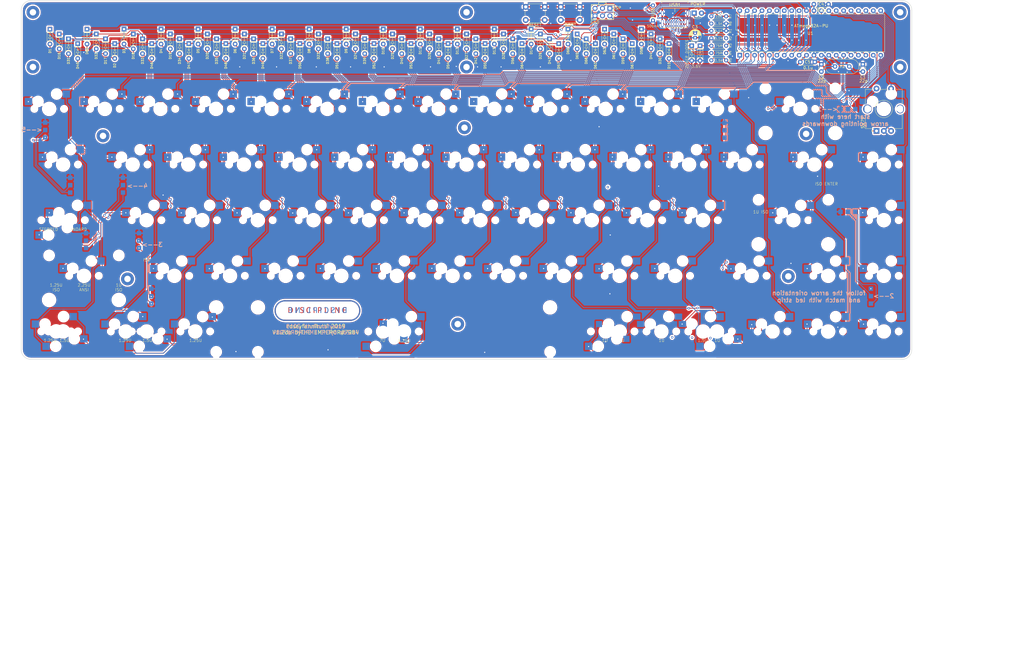
<source format=kicad_pcb>
(kicad_pcb (version 20171130) (host pcbnew "(5.1.12)-1")
  (layers (0 F.Cu signal) (31 B.Cu signal) (34 B.Paste user) (35 F.Paste user) (36 B.SilkS user) (37 F.SilkS user) (38 B.Mask user) (39 F.Mask user) (44 Edge.Cuts user))
  (net 0 "")
  (net 1 GND)
  (net 2 VCC)
  (net 3 row0)
  (net 4 "Net-(D1-Pad2)")
  (net 5 "Net-(D2-Pad2)")
  (net 6 "Net-(D3-Pad2)")
  (net 7 "Net-(D4-Pad2)")
  (net 8 "Net-(D5-Pad2)")
  (net 9 "Net-(D6-Pad2)")
  (net 10 "Net-(D7-Pad2)")
  (net 11 "Net-(D8-Pad2)")
  (net 12 "Net-(D9-Pad2)")
  (net 13 "Net-(D10-Pad2)")
  (net 14 "Net-(D11-Pad2)")
  (net 15 "Net-(D12-Pad2)")
  (net 16 "Net-(D13-Pad2)")
  (net 17 "Net-(D14-Pad2)")
  (net 18 "Net-(D15-Pad2)")
  (net 19 row1)
  (net 20 "Net-(D16-Pad2)")
  (net 21 "Net-(D17-Pad2)")
  (net 22 "Net-(D18-Pad2)")
  (net 23 "Net-(D19-Pad2)")
  (net 24 "Net-(D20-Pad2)")
  (net 25 "Net-(D21-Pad2)")
  (net 26 "Net-(D22-Pad2)")
  (net 27 "Net-(D23-Pad2)")
  (net 28 "Net-(D24-Pad2)")
  (net 29 "Net-(D25-Pad2)")
  (net 30 "Net-(D26-Pad2)")
  (net 31 "Net-(D27-Pad2)")
  (net 32 "Net-(D28-Pad2)")
  (net 33 "Net-(D29-Pad2)")
  (net 34 "Net-(D30-Pad2)")
  (net 35 "Net-(D31-Pad2)")
  (net 36 row2)
  (net 37 "Net-(D32-Pad2)")
  (net 38 "Net-(D33-Pad2)")
  (net 39 "Net-(D34-Pad2)")
  (net 40 "Net-(D35-Pad2)")
  (net 41 "Net-(D36-Pad2)")
  (net 42 "Net-(D37-Pad2)")
  (net 43 "Net-(D38-Pad2)")
  (net 44 "Net-(D39-Pad2)")
  (net 45 "Net-(D40-Pad2)")
  (net 46 "Net-(D41-Pad2)")
  (net 47 "Net-(D42-Pad2)")
  (net 48 "Net-(D43-Pad2)")
  (net 49 "Net-(D44-Pad2)")
  (net 50 row3)
  (net 51 "Net-(D45-Pad2)")
  (net 52 "Net-(D46-Pad2)")
  (net 53 "Net-(D47-Pad2)")
  (net 54 "Net-(D48-Pad2)")
  (net 55 "Net-(D49-Pad2)")
  (net 56 "Net-(D50-Pad2)")
  (net 57 "Net-(D51-Pad2)")
  (net 58 "Net-(D52-Pad2)")
  (net 59 "Net-(D53-Pad2)")
  (net 60 "Net-(D54-Pad2)")
  (net 61 "Net-(D55-Pad2)")
  (net 62 "Net-(D56-Pad2)")
  (net 63 "Net-(D57-Pad2)")
  (net 64 "Net-(D58-Pad2)")
  (net 65 "Net-(D59-Pad2)")
  (net 66 row4)
  (net 67 "Net-(D60-Pad2)")
  (net 68 "Net-(D61-Pad2)")
  (net 69 "Net-(D62-Pad2)")
  (net 70 "Net-(D63-Pad2)")
  (net 71 "Net-(D64-Pad2)")
  (net 72 "Net-(D65-Pad2)")
  (net 73 "Net-(D66-Pad2)")
  (net 74 "Net-(D67-Pad2)")
  (net 75 col0)
  (net 76 col1)
  (net 77 col2)
  (net 78 col3)
  (net 79 col4)
  (net 80 col5)
  (net 81 col6)
  (net 82 col7)
  (net 83 col8)
  (net 84 col9)
  (net 85 col10)
  (net 86 col11)
  (net 87 col12)
  (net 88 col13)
  (net 89 col14)
  (net 90 "Net-(R1-Pad2)")
  (net 91 "Net-(D68-Pad2)")
  (net 92 "Net-(R2-Pad1)")
  (net 93 "Net-(USB1-PadB8)")
  (net 94 "Net-(USB1-PadA8)")
  (net 95 reset)
  (net 96 +5V)
  (net 97 "Net-(U1-Pad32)")
  (net 98 "Net-(U1-Pad33)")
  (net 99 "Net-(U1-Pad34)")
  (net 100 "Net-(U1-Pad35)")
  (net 101 D+)
  (net 102 D-)
  (net 103 "Net-(C1-Pad1)")
  (net 104 "Net-(C2-Pad1)")
  (net 105 "Net-(D69-Pad1)")
  (net 106 "Net-(D70-Pad1)")
  (net 107 MOSI)
  (net 108 SCK)
  (net 109 MISO)
  (net 110 "Net-(LED1-Pad1)")
  (net 111 boot)
  (net 112 led)
  (net 113 a)
  (net 114 b)
  (module cftkb:MX-6.25U-Stabilizer (layer F.Cu) (at 184.811323 170.98164)
    (fp_text reference REF**)
    (fp_text value 6.25U (at 0 3.177094) (layer F.SilkS) (effects (font (thickness 0.1))))
    (pad "" np_thru_hole circle (at -49.9999 6.985) (size 3.048 3.048) (drill 3.048) (layers *.Cu *.Mask))
    (pad "" np_thru_hole circle (at 49.9999 6.985) (size 3.048 3.048) (drill 3.048) (layers *.Cu *.Mask))
    (pad "" np_thru_hole circle (at -49.9999 -8.255) (size 3.9878 3.9878) (drill 3.9878) (layers *.Cu *.Mask))
    (pad "" np_thru_hole circle (at 49.9999 -8.255) (size 3.9878 3.9878) (drill 3.9878) (layers *.Cu *.Mask))
  )
  (module cftkb:StripLED (layer F.Cu) (at 70.53072 123.4186 180)
    (fp_text reference J2 hide)
    (fp_text value Conn_01x03_Male hide)
    (pad 3 smd rect (at 0 0 180) (size 1.524 1.524) (layers B.Cu B.Paste B.Mask) (net 96 +5V))
    (pad 2 smd rect (at 0 2.54 180) (size 1.524 1.524) (layers B.Cu B.Paste B.Mask) (net 112 led))
    (pad 1 smd rect (at 0 5.08 180) (size 1.524 1.524) (layers B.Cu B.Paste B.Mask) (net 1 GND))
  )
  (module cftkb:StripLED (layer F.Cu) (at 88.60028 123.41352 180)
    (fp_text reference J2 hide)
    (fp_text value Conn_01x03_Male hide)
    (pad 1 smd rect (at 0 5.08 180) (size 1.524 1.524) (layers B.Cu B.Paste B.Mask) (net 1 GND))
    (pad 2 smd rect (at 0 2.54 180) (size 1.524 1.524) (layers B.Cu B.Paste B.Mask) (net 112 led))
    (pad 3 smd rect (at 0 0 180) (size 1.524 1.524) (layers B.Cu B.Paste B.Mask) (net 96 +5V))
  )
  (module cftkb:StripLED (layer F.Cu) (at 94.10192 142.40002 180)
    (fp_text reference J2 hide)
    (fp_text value Conn_01x03_Male hide)
    (pad 3 smd rect (at 0 0 180) (size 1.524 1.524) (layers B.Cu B.Paste B.Mask) (net 96 +5V))
    (pad 2 smd rect (at 0 2.54 180) (size 1.524 1.524) (layers B.Cu B.Paste B.Mask) (net 112 led))
    (pad 1 smd rect (at 0 5.08 180) (size 1.524 1.524) (layers B.Cu B.Paste B.Mask) (net 1 GND))
  )
  (module cftkb:StripLED (layer F.Cu) (at 75.93076 142.41272 180)
    (fp_text reference J2 hide)
    (fp_text value Conn_01x03_Male hide)
    (pad 1 smd rect (at 0 5.08 180) (size 1.524 1.524) (layers B.Cu B.Paste B.Mask) (net 1 GND))
    (pad 2 smd rect (at 0 2.54 180) (size 1.524 1.524) (layers B.Cu B.Paste B.Mask) (net 112 led))
    (pad 3 smd rect (at 0 0 180) (size 1.524 1.524) (layers B.Cu B.Paste B.Mask) (net 96 +5V))
  )
  (module cftkb:DIP-40_W15.24mm (layer F.Cu) (at 299.75343 76.389182 90)
    (fp_text reference U1 (at 7.52414 24.164738) (layer F.SilkS))
    (fp_text value ATmega32A-PU (at 10.06135 24.462204) (layer F.SilkS))
    (pad 1 thru_hole rect (at 0 0 90) (size 1.6 1.6) (drill 0.8) (layers *.Cu *.Mask) (net 66 row4))
    (pad 21 thru_hole oval (at 15.24 48.26 90) (size 1.6 1.6) (drill 0.8) (layers *.Cu *.Mask) (net 89 col14))
    (pad 2 thru_hole oval (at 0 2.54 90) (size 1.6 1.6) (drill 0.8) (layers *.Cu *.Mask) (net 36 row2))
    (pad 22 thru_hole oval (at 15.24 45.72 90) (size 1.6 1.6) (drill 0.8) (layers *.Cu *.Mask) (net 88 col13))
    (pad 3 thru_hole oval (at 0 5.08 90) (size 1.6 1.6) (drill 0.8) (layers *.Cu *.Mask) (net 3 row0))
    (pad 23 thru_hole oval (at 15.24 43.18 90) (size 1.6 1.6) (drill 0.8) (layers *.Cu *.Mask) (net 87 col12))
    (pad 4 thru_hole oval (at 0 7.62 90) (size 1.6 1.6) (drill 0.8) (layers *.Cu *.Mask) (net 76 col1))
    (pad 24 thru_hole oval (at 15.24 40.64 90) (size 1.6 1.6) (drill 0.8) (layers *.Cu *.Mask) (net 86 col11))
    (pad 5 thru_hole oval (at 0 10.16 90) (size 1.6 1.6) (drill 0.8) (layers *.Cu *.Mask) (net 78 col3))
    (pad 25 thru_hole oval (at 15.24 38.1 90) (size 1.6 1.6) (drill 0.8) (layers *.Cu *.Mask) (net 85 col10))
    (pad 6 thru_hole oval (at 0 12.7 90) (size 1.6 1.6) (drill 0.8) (layers *.Cu *.Mask) (net 107 MOSI))
    (pad 26 thru_hole oval (at 15.24 35.56 90) (size 1.6 1.6) (drill 0.8) (layers *.Cu *.Mask) (net 84 col9))
    (pad 7 thru_hole oval (at 0 15.24 90) (size 1.6 1.6) (drill 0.8) (layers *.Cu *.Mask) (net 109 MISO))
    (pad 27 thru_hole oval (at 15.24 33.02 90) (size 1.6 1.6) (drill 0.8) (layers *.Cu *.Mask) (net 83 col8))
    (pad 8 thru_hole oval (at 0 17.78 90) (size 1.6 1.6) (drill 0.8) (layers *.Cu *.Mask) (net 108 SCK))
    (pad 28 thru_hole oval (at 15.24 30.48 90) (size 1.6 1.6) (drill 0.8) (layers *.Cu *.Mask) (net 82 col7))
    (pad 9 thru_hole oval (at 0 20.32 90) (size 1.6 1.6) (drill 0.8) (layers *.Cu *.Mask) (net 95 reset))
    (pad 29 thru_hole oval (at 15.24 27.94 90) (size 1.6 1.6) (drill 0.8) (layers *.Cu *.Mask) (net 112 led))
    (pad 10 thru_hole oval (at 0 22.86 90) (size 1.6 1.6) (drill 0.8) (layers *.Cu *.Mask) (net 96 +5V))
    (pad 30 thru_hole oval (at 15.24 25.4 90) (size 1.6 1.6) (drill 0.8) (layers *.Cu *.Mask) (net 96 +5V))
    (pad 11 thru_hole oval (at 0 25.4 90) (size 1.6 1.6) (drill 0.8) (layers *.Cu *.Mask) (net 1 GND))
    (pad 31 thru_hole oval (at 15.24 22.86 90) (size 1.6 1.6) (drill 0.8) (layers *.Cu *.Mask) (net 1 GND))
    (pad 12 thru_hole oval (at 0 27.94 90) (size 1.6 1.6) (drill 0.8) (layers *.Cu *.Mask) (net 104 "Net-(C2-Pad1)"))
    (pad 32 thru_hole oval (at 15.24 20.32 90) (size 1.6 1.6) (drill 0.8) (layers *.Cu *.Mask) (net 97 "Net-(U1-Pad32)"))
    (pad 13 thru_hole oval (at 0 30.48 90) (size 1.6 1.6) (drill 0.8) (layers *.Cu *.Mask) (net 103 "Net-(C1-Pad1)"))
    (pad 33 thru_hole oval (at 15.24 17.78 90) (size 1.6 1.6) (drill 0.8) (layers *.Cu *.Mask) (net 98 "Net-(U1-Pad33)"))
    (pad 14 thru_hole oval (at 0 33.02 90) (size 1.6 1.6) (drill 0.8) (layers *.Cu *.Mask) (net 113 a))
    (pad 34 thru_hole oval (at 15.24 15.24 90) (size 1.6 1.6) (drill 0.8) (layers *.Cu *.Mask) (net 99 "Net-(U1-Pad34)"))
    (pad 15 thru_hole oval (at 0 35.56 90) (size 1.6 1.6) (drill 0.8) (layers *.Cu *.Mask) (net 114 b))
    (pad 35 thru_hole oval (at 15.24 12.7 90) (size 1.6 1.6) (drill 0.8) (layers *.Cu *.Mask) (net 100 "Net-(U1-Pad35)"))
    (pad 16 thru_hole oval (at 0 38.1 90) (size 1.6 1.6) (drill 0.8) (layers *.Cu *.Mask) (net 101 D+))
    (pad 36 thru_hole oval (at 15.24 10.16 90) (size 1.6 1.6) (drill 0.8) (layers *.Cu *.Mask) (net 79 col4))
    (pad 17 thru_hole oval (at 0 40.64 90) (size 1.6 1.6) (drill 0.8) (layers *.Cu *.Mask) (net 102 D-))
    (pad 37 thru_hole oval (at 15.24 7.62 90) (size 1.6 1.6) (drill 0.8) (layers *.Cu *.Mask) (net 77 col2))
    (pad 18 thru_hole oval (at 0 43.18 90) (size 1.6 1.6) (drill 0.8) (layers *.Cu *.Mask) (net 111 boot))
    (pad 38 thru_hole oval (at 15.24 5.08 90) (size 1.6 1.6) (drill 0.8) (layers *.Cu *.Mask) (net 75 col0))
    (pad 19 thru_hole oval (at 0 45.72 90) (size 1.6 1.6) (drill 0.8) (layers *.Cu *.Mask) (net 80 col5))
    (pad 39 thru_hole oval (at 15.24 2.54 90) (size 1.6 1.6) (drill 0.8) (layers *.Cu *.Mask) (net 19 row1))
    (pad 20 thru_hole oval (at 0 48.26 90) (size 1.6 1.6) (drill 0.8) (layers *.Cu *.Mask) (net 81 col6))
    (pad 40 thru_hole oval (at 15.24 0 90) (size 1.6 1.6) (drill 0.8) (layers *.Cu *.Mask) (net 50 row3))
  )
  (module cftkb:StripLED (layer F.Cu) (at 98.29546 161.42716 180)
    (fp_text reference J2 hide)
    (fp_text value Conn_01x03_Male hide)
    (pad 1 smd rect (at 0 5.08 180) (size 1.524 1.524) (layers B.Cu B.Paste B.Mask) (net 1 GND))
    (pad 2 smd rect (at 0 2.54 180) (size 1.524 1.524) (layers B.Cu B.Paste B.Mask) (net 112 led))
    (pad 3 smd rect (at 0 0 180) (size 1.524 1.524) (layers B.Cu B.Paste B.Mask) (net 96 +5V))
  )
  (module cftkb:StripLED (layer F.Cu) (at 344.64498 161.42716 180)
    (fp_text reference J2 hide)
    (fp_text value Conn_01x03_Male hide)
    (pad 3 smd rect (at 0 0 180) (size 1.524 1.524) (layers B.Cu B.Paste B.Mask) (net 96 +5V))
    (pad 2 smd rect (at 0 2.54 180) (size 1.524 1.524) (layers B.Cu B.Paste B.Mask) (net 112 led))
    (pad 1 smd rect (at 0 5.08 180) (size 1.524 1.524) (layers B.Cu B.Paste B.Mask) (net 1 GND))
  )
  (module cftkb:StripLED (layer F.Cu) (at 339.33384 130.00228 270)
    (fp_text reference J2 hide)
    (fp_text value Conn_01x03_Male hide)
    (pad 1 smd rect (at 0 5.08 270) (size 1.524 1.524) (layers B.Cu B.Paste B.Mask) (net 1 GND))
    (pad 2 smd rect (at 0 2.54 270) (size 1.524 1.524) (layers B.Cu B.Paste B.Mask) (net 112 led))
    (pad 3 smd rect (at 0 0 270) (size 1.524 1.524) (layers B.Cu B.Paste B.Mask) (net 96 +5V))
  )
  (module cftkb:StripLED (layer F.Cu) (at 339.33384 94.8436 270)
    (fp_text reference J2 hide)
    (fp_text value Conn_01x03_Male hide)
    (pad 3 smd rect (at 0 0 270) (size 1.524 1.524) (layers B.Cu B.Paste B.Mask) (net 96 +5V))
    (pad 2 smd rect (at 0 2.54 270) (size 1.524 1.524) (layers B.Cu B.Paste B.Mask) (net 112 led))
    (pad 1 smd rect (at 0 5.08 90) (size 1.524 1.524) (layers B.Cu B.Paste B.Mask) (net 1 GND))
  )
  (module MountingHole:MountingHole_2.2mm_M2_Pad (layer F.Cu) (at 205.5114 101.219)
    (fp_text reference REF**)
    (fp_text value MountingHole_2.2mm_M2_Pad)
    (pad 1 thru_hole circle (at 0 0) (size 4.4 4.4) (drill 2.2) (layers *.Cu *.Mask))
  )
  (module MountingHole:MountingHole_2.2mm_M2_Pad (layer F.Cu) (at 81.7626 104.013)
    (fp_text reference REF**)
    (fp_text value MountingHole_2.2mm_M2_Pad)
    (pad 1 thru_hole circle (at 0 0) (size 4.4 4.4) (drill 2.2) (layers *.Cu *.Mask))
  )
  (module cftkb:StripLED (layer F.Cu) (at 294.5003 104.62768 180)
    (fp_text reference J2 hide)
    (fp_text value Conn_01x03_Male hide)
    (pad 1 smd rect (at 0 5.08 180) (size 1.524 1.524) (layers B.Cu B.Paste B.Mask) (net 1 GND))
    (pad 2 smd rect (at 0 2.54 180) (size 1.524 1.524) (layers B.Cu B.Paste B.Mask) (net 112 led))
    (pad 3 smd rect (at 0 0 180) (size 1.524 1.524) (layers B.Cu B.Paste B.Mask) (net 96 +5V))
  )
  (module cftkb:StripLED (layer F.Cu) (at 61.96838 104.54132 180)
    (fp_text reference J2 hide)
    (fp_text value Conn_01x03_Male hide)
    (pad 3 smd rect (at 0 0 180) (size 1.524 1.524) (layers B.Cu B.Paste B.Mask) (net 96 +5V))
    (pad 2 smd rect (at 0 2.54 180) (size 1.524 1.524) (layers B.Cu B.Paste B.Mask) (net 112 led))
    (pad 1 smd rect (at 0 5.08 180) (size 1.524 1.524) (layers B.Cu B.Paste B.Mask) (net 1 GND))
  )
  (module Rotary_Encoder:RotaryEncoder_Alps_EC12E-Switch_Vertical_H20mm (layer F.Cu) (at 346.57528 102.30312 90)
    (fp_text reference SW79 (at 2.8 -4.7 90) (layer F.SilkS))
    (fp_text value Rotary_Encoder_Switch)
    (pad A thru_hole rect (at 0 0 90) (size 2 2) (drill 1) (layers *.Cu *.Mask) (net 113 a))
    (pad C thru_hole circle (at 0 2.5 90) (size 2 2) (drill 1) (layers *.Cu *.Mask) (net 1 GND))
    (pad B thru_hole circle (at 0 5 90) (size 2 2) (drill 1) (layers *.Cu *.Mask) (net 114 b))
    (pad MP thru_hole oval (at 7.5 -3.1 90) (size 3 3) (drill oval 2.5 2) (layers *.Cu *.Mask))
    (pad MP thru_hole oval (at 7.5 8.1 90) (size 3 2.5) (drill oval 2.5 2) (layers *.Cu *.Mask))
    (pad S1 thru_hole circle (at 14.5 0 90) (size 2 2) (drill 1) (layers *.Cu *.Mask) (net 18 "Net-(D15-Pad2)"))
    (pad S2 thru_hole circle (at 14.5 5 90) (size 2 2) (drill 1) (layers *.Cu *.Mask) (net 89 col14))
  )
  (module MX_Only:MXOnly-1U-Hotswap (layer F.Cu) (at 310.98871 170.97121)
    (fp_text reference SW65)
    (fp_text value KEYSW)
    (pad 2 smd rect (at -7.085 -2.54) (size 2.55 2.5) (layers B.Cu B.Paste B.Mask) (net 72 "Net-(D65-Pad2)"))
    (pad 1 smd rect (at 5.842 -5.08) (size 2.55 2.5) (layers B.Cu B.Paste B.Mask) (net 87 col12))
    (pad "" np_thru_hole circle (at 5.08 0 48.0996) (size 1.75 1.75) (drill 1.75) (layers *.Cu *.Mask))
    (pad "" np_thru_hole circle (at -5.08 0 48.0996) (size 1.75 1.75) (drill 1.75) (layers *.Cu *.Mask))
    (pad "" np_thru_hole circle (at -3.81 -2.54) (size 3 3) (drill 3) (layers *.Cu *.Mask))
    (pad "" np_thru_hole circle (at 0 0) (size 3.9878 3.9878) (drill 3.9878) (layers *.Cu *.Mask))
    (pad "" np_thru_hole circle (at 2.54 -5.08) (size 3 3) (drill 3) (layers *.Cu *.Mask))
  )
  (module MX_Only:MXOnly-2.25U-Hotswap (layer F.Cu) (at 318.13271 132.87121)
    (fp_text reference SW43)
    (fp_text value KEYSW)
    (pad "" np_thru_hole circle (at -11.938 8.255) (size 3.9878 3.9878) (drill 3.9878) (layers *.Cu *.Mask))
    (pad "" np_thru_hole circle (at 11.938 8.255) (size 3.9878 3.9878) (drill 3.9878) (layers *.Cu *.Mask))
    (pad "" np_thru_hole circle (at -11.938 -6.985) (size 3.048 3.048) (drill 3.048) (layers *.Cu *.Mask))
    (pad "" np_thru_hole circle (at 11.938 -6.985) (size 3.048 3.048) (drill 3.048) (layers *.Cu *.Mask))
    (pad 2 smd rect (at -7.085 -2.54) (size 2.55 2.5) (layers B.Cu B.Paste B.Mask) (net 48 "Net-(D43-Pad2)"))
    (pad 1 smd rect (at 5.842 -5.08) (size 2.55 2.5) (layers B.Cu B.Paste B.Mask) (net 88 col13))
    (pad "" np_thru_hole circle (at 5.08 0 48.0996) (size 1.75 1.75) (drill 1.75) (layers *.Cu *.Mask))
    (pad "" np_thru_hole circle (at -5.08 0 48.0996) (size 1.75 1.75) (drill 1.75) (layers *.Cu *.Mask))
    (pad "" np_thru_hole circle (at -3.81 -2.54) (size 3 3) (drill 3) (layers *.Cu *.Mask))
    (pad "" np_thru_hole circle (at 0 0) (size 3.9878 3.9878) (drill 3.9878) (layers *.Cu *.Mask))
    (pad "" np_thru_hole circle (at 2.54 -5.08) (size 3 3) (drill 3) (layers *.Cu *.Mask))
  )
  (module MX_Only:MXOnly-1.5U-Hotswap (layer F.Cu) (at 287.197588 170.97121)
    (fp_text reference SW74)
    (fp_text value KEYSW)
    (pad "" np_thru_hole circle (at 2.54 -5.08) (size 3 3) (drill 3) (layers *.Cu *.Mask))
    (pad "" np_thru_hole circle (at 0 0) (size 3.9878 3.9878) (drill 3.9878) (layers *.Cu *.Mask))
    (pad "" np_thru_hole circle (at -3.81 -2.54) (size 3 3) (drill 3) (layers *.Cu *.Mask))
    (pad "" np_thru_hole circle (at -5.08 0 48.0996) (size 1.75 1.75) (drill 1.75) (layers *.Cu *.Mask))
    (pad "" np_thru_hole circle (at 5.08 0 48.0996) (size 1.75 1.75) (drill 1.75) (layers *.Cu *.Mask))
    (pad 1 smd rect (at 5.842 -5.08) (size 2.55 2.5) (layers B.Cu B.Paste B.Mask) (net 85 col10))
    (pad 2 smd rect (at -7.085 -2.54) (size 2.55 2.1) (layers B.Cu B.Paste B.Mask) (net 71 "Net-(D64-Pad2)"))
  )
  (module MX_Only:MXOnly-1.5U-Hotswap (layer F.Cu) (at 258.641396 170.97121)
    (fp_text reference SW73)
    (fp_text value KEYSW)
    (pad "" np_thru_hole circle (at 2.54 -5.08) (size 3 3) (drill 3) (layers *.Cu *.Mask))
    (pad "" np_thru_hole circle (at 0 0) (size 3.9878 3.9878) (drill 3.9878) (layers *.Cu *.Mask))
    (pad "" np_thru_hole circle (at -3.81 -2.54) (size 3 3) (drill 3) (layers *.Cu *.Mask))
    (pad "" np_thru_hole circle (at -5.08 0 48.0996) (size 1.75 1.75) (drill 1.75) (layers *.Cu *.Mask))
    (pad "" np_thru_hole circle (at 5.08 0 48.0996) (size 1.75 1.75) (drill 1.75) (layers *.Cu *.Mask))
    (pad 1 smd rect (at 5.842 -5.08) (size 2.55 2.1) (layers B.Cu B.Paste B.Mask) (net 84 col9))
    (pad 2 smd rect (at -7.085 -2.54) (size 2.1 2.1) (layers B.Cu B.Paste B.Mask) (net 70 "Net-(D63-Pad2)"))
  )
  (module MX_Only:MXOnly-1U-Hotswap (layer F.Cu) (at 177.665033 170.9791 180)
    (fp_text reference SW72)
    (fp_text value KEYSW)
    (pad 2 smd rect (at -7.085 -2.54 180) (size 2.55 2.5) (layers B.Cu B.Paste B.Mask) (net 69 "Net-(D62-Pad2)"))
    (pad 1 smd rect (at 5.842 -5.08 180) (size 2.55 2.5) (layers B.Cu B.Paste B.Mask) (net 81 col6))
    (pad "" np_thru_hole circle (at 5.08 0 228.0996) (size 1.75 1.75) (drill 1.75) (layers *.Cu *.Mask))
    (pad "" np_thru_hole circle (at -5.08 0 228.0996) (size 1.75 1.75) (drill 1.75) (layers *.Cu *.Mask))
    (pad "" np_thru_hole circle (at -3.81 -2.54 180) (size 3 3) (drill 3) (layers *.Cu *.Mask))
    (pad "" np_thru_hole circle (at 0 0 180) (size 3.9878 3.9878) (drill 3.9878) (layers *.Cu *.Mask))
    (pad "" np_thru_hole circle (at 2.54 -5.08 180) (size 3 3) (drill 3) (layers *.Cu *.Mask))
  )
  (module MX_Only:MXOnly-1.5U-Hotswap (layer F.Cu) (at 96.700491 170.967279 180)
    (fp_text reference SW71)
    (fp_text value KEYSW)
    (pad "" np_thru_hole circle (at 2.54 -5.08 180) (size 3 3) (drill 3) (layers *.Cu *.Mask))
    (pad "" np_thru_hole circle (at 0 0 180) (size 3.9878 3.9878) (drill 3.9878) (layers *.Cu *.Mask))
    (pad "" np_thru_hole circle (at -3.81 -2.54 180) (size 3 3) (drill 3) (layers *.Cu *.Mask))
    (pad "" np_thru_hole circle (at -5.08 0 228.0996) (size 1.75 1.75) (drill 1.75) (layers *.Cu *.Mask))
    (pad "" np_thru_hole circle (at 5.08 0 228.0996) (size 1.75 1.75) (drill 1.75) (layers *.Cu *.Mask))
    (pad 1 smd rect (at 5.842 -5.08 180) (size 2.55 2.5) (layers B.Cu B.Paste B.Mask) (net 77 col2))
    (pad 2 smd rect (at -7.085 -2.54 180) (size 2.55 2.5) (layers B.Cu B.Paste B.Mask) (net 68 "Net-(D61-Pad2)"))
  )
  (module MX_Only:MXOnly-1.5U-Hotswap (layer F.Cu) (at 68.10116 170.96108 180)
    (fp_text reference SW70)
    (fp_text value KEYSW)
    (pad "" np_thru_hole circle (at 2.54 -5.08 180) (size 3 3) (drill 3) (layers *.Cu *.Mask))
    (pad "" np_thru_hole circle (at 0 0 180) (size 3.9878 3.9878) (drill 3.9878) (layers *.Cu *.Mask))
    (pad "" np_thru_hole circle (at -3.81 -2.54 180) (size 3 3) (drill 3) (layers *.Cu *.Mask))
    (pad "" np_thru_hole circle (at -5.08 0 228.0996) (size 1.75 1.75) (drill 1.75) (layers *.Cu *.Mask))
    (pad "" np_thru_hole circle (at 5.08 0 228.0996) (size 1.75 1.75) (drill 1.75) (layers *.Cu *.Mask))
    (pad 1 smd rect (at 5.842 -5.08 180) (size 2.55 2.5) (layers B.Cu B.Paste B.Mask) (net 75 col0))
    (pad 2 smd rect (at -7.085 -2.54 180) (size 2.55 2.5) (layers B.Cu B.Paste B.Mask) (net 65 "Net-(D59-Pad2)"))
  )
  (module MX_Only:MXOnly-1.25U-Hotswap (layer F.Cu) (at 65.71996 132.86108 180)
    (fp_text reference SW69)
    (fp_text value KEYSW)
    (pad 2 smd rect (at 5.842 -5.08 180) (size 2.55 2.5) (layers B.Cu B.Paste B.Mask) (net 35 "Net-(D31-Pad2)"))
    (pad 1 smd rect (at -7.085 -2.54 180) (size 2.55 2.5) (layers B.Cu B.Paste B.Mask) (net 75 col0))
    (pad "" np_thru_hole circle (at 5.08 0 228.0996) (size 1.75 1.75) (drill 1.75) (layers *.Cu *.Mask))
    (pad "" np_thru_hole circle (at -5.08 0 228.0996) (size 1.75 1.75) (drill 1.75) (layers *.Cu *.Mask))
    (pad "" np_thru_hole circle (at -3.81 -2.54 180) (size 3 3) (drill 3) (layers *.Cu *.Mask))
    (pad "" np_thru_hole circle (at 0 0 180) (size 3.9878 3.9878) (drill 3.9878) (layers *.Cu *.Mask))
    (pad "" np_thru_hole circle (at 2.54 -5.08 180) (size 3 3) (drill 3) (layers *.Cu *.Mask))
  )
  (module MX_Only:MXOnly-1U-Hotswap (layer F.Cu) (at 291.978988 170.96108 180)
    (fp_text reference SW68)
    (fp_text value KEYSW)
    (pad 2 smd rect (at -7.085 -2.54 180) (size 2.55 2.5) (layers B.Cu B.Paste B.Mask) (net 91 "Net-(D68-Pad2)"))
    (pad 1 smd rect (at 5.842 -5.08 180) (size 2.55 2.5) (layers B.Cu B.Paste B.Mask) (net 86 col11))
    (pad "" np_thru_hole circle (at 5.08 0 228.0996) (size 1.75 1.75) (drill 1.75) (layers *.Cu *.Mask))
    (pad "" np_thru_hole circle (at -5.08 0 228.0996) (size 1.75 1.75) (drill 1.75) (layers *.Cu *.Mask))
    (pad "" np_thru_hole circle (at -3.81 -2.54 180) (size 3 3) (drill 3) (layers *.Cu *.Mask))
    (pad "" np_thru_hole circle (at 0 0 180) (size 3.9878 3.9878) (drill 3.9878) (layers *.Cu *.Mask))
    (pad "" np_thru_hole circle (at 2.54 -5.08 180) (size 3 3) (drill 3) (layers *.Cu *.Mask))
  )
  (module MX_Only:MXOnly-1U-Hotswap (layer F.Cu) (at 349.08871 170.97121)
    (fp_text reference SW67)
    (fp_text value KEYSW)
    (pad 2 smd rect (at -7.085 -2.54) (size 2.55 2.5) (layers B.Cu B.Paste B.Mask) (net 74 "Net-(D67-Pad2)"))
    (pad 1 smd rect (at 5.842 -5.08) (size 2.55 2.5) (layers B.Cu B.Paste B.Mask) (net 89 col14))
    (pad "" np_thru_hole circle (at 5.08 0 48.0996) (size 1.75 1.75) (drill 1.75) (layers *.Cu *.Mask))
    (pad "" np_thru_hole circle (at -5.08 0 48.0996) (size 1.75 1.75) (drill 1.75) (layers *.Cu *.Mask))
    (pad "" np_thru_hole circle (at -3.81 -2.54) (size 3 3) (drill 3) (layers *.Cu *.Mask))
    (pad "" np_thru_hole circle (at 0 0) (size 3.9878 3.9878) (drill 3.9878) (layers *.Cu *.Mask))
    (pad "" np_thru_hole circle (at 2.54 -5.08) (size 3 3) (drill 3) (layers *.Cu *.Mask))
  )
  (module MX_Only:MXOnly-1U-Hotswap (layer F.Cu) (at 330.03871 170.97121)
    (fp_text reference SW66)
    (fp_text value KEYSW)
    (pad 2 smd rect (at -7.085 -2.54) (size 2.55 2.5) (layers B.Cu B.Paste B.Mask) (net 73 "Net-(D66-Pad2)"))
    (pad 1 smd rect (at 5.842 -5.08) (size 2.55 2.5) (layers B.Cu B.Paste B.Mask) (net 88 col13))
    (pad "" np_thru_hole circle (at 5.08 0 48.0996) (size 1.75 1.75) (drill 1.75) (layers *.Cu *.Mask))
    (pad "" np_thru_hole circle (at -5.08 0 48.0996) (size 1.75 1.75) (drill 1.75) (layers *.Cu *.Mask))
    (pad "" np_thru_hole circle (at -3.81 -2.54) (size 3 3) (drill 3) (layers *.Cu *.Mask))
    (pad "" np_thru_hole circle (at 0 0) (size 3.9878 3.9878) (drill 3.9878) (layers *.Cu *.Mask))
    (pad "" np_thru_hole circle (at 2.54 -5.08) (size 3 3) (drill 3) (layers *.Cu *.Mask))
  )
  (module MX_Only:MXOnly-1.25U-Hotswap (layer F.Cu) (at 272.923666 170.97121)
    (fp_text reference SW64)
    (fp_text value KEYSW)
    (pad 2 smd rect (at 5.842 -5.08) (size 2.55 2.1) (layers B.Cu B.Paste B.Mask) (net 71 "Net-(D64-Pad2)"))
    (pad 1 smd rect (at -7.085 -2.54) (size 2.55 2.1) (layers B.Cu B.Paste B.Mask) (net 85 col10))
    (pad "" np_thru_hole circle (at 5.08 0 48.0996) (size 1.75 1.75) (drill 1.75) (layers *.Cu *.Mask))
    (pad "" np_thru_hole circle (at -5.08 0 48.0996) (size 1.75 1.75) (drill 1.75) (layers *.Cu *.Mask))
    (pad "" np_thru_hole circle (at -3.81 -2.54) (size 3 3) (drill 3) (layers *.Cu *.Mask))
    (pad "" np_thru_hole circle (at 0 0) (size 3.9878 3.9878) (drill 3.9878) (layers *.Cu *.Mask))
    (pad "" np_thru_hole circle (at 2.54 -5.08) (size 3 3) (drill 3) (layers *.Cu *.Mask))
  )
  (module MX_Only:MXOnly-1.25U-Hotswap (layer F.Cu) (at 253.868344 170.96108 180)
    (fp_text reference SW63)
    (fp_text value KEYSW)
    (pad 2 smd rect (at 5.842 -5.08 180) (size 2.55 2.5) (layers B.Cu B.Paste B.Mask) (net 70 "Net-(D63-Pad2)"))
    (pad 1 smd rect (at -7.085 -2.54 180) (size 2.1 2.1) (layers B.Cu B.Paste B.Mask) (net 84 col9))
    (pad "" np_thru_hole circle (at 5.08 0 228.0996) (size 1.75 1.75) (drill 1.75) (layers *.Cu *.Mask))
    (pad "" np_thru_hole circle (at -5.08 0 228.0996) (size 1.75 1.75) (drill 1.75) (layers *.Cu *.Mask))
    (pad "" np_thru_hole circle (at -3.81 -2.54 180) (size 3 3) (drill 3) (layers *.Cu *.Mask))
    (pad "" np_thru_hole circle (at 0 0 180) (size 3.9878 3.9878) (drill 3.9878) (layers *.Cu *.Mask))
    (pad "" np_thru_hole circle (at 2.54 -5.08 180) (size 3 3) (drill 3) (layers *.Cu *.Mask))
  )
  (module MX_Only:MXOnly-1U-Hotswap (layer F.Cu) (at 184.78271 170.97121)
    (fp_text reference SW62)
    (fp_text value KEYSW)
    (pad 2 smd rect (at -7.085 -2.54) (size 2.55 2.5) (layers B.Cu B.Paste B.Mask) (net 69 "Net-(D62-Pad2)"))
    (pad 1 smd rect (at 5.842 -5.08) (size 2.55 2.5) (layers B.Cu B.Paste B.Mask) (net 81 col6))
    (pad "" np_thru_hole circle (at 5.08 0 48.0996) (size 1.75 1.75) (drill 1.75) (layers *.Cu *.Mask))
    (pad "" np_thru_hole circle (at -5.08 0 48.0996) (size 1.75 1.75) (drill 1.75) (layers *.Cu *.Mask))
    (pad "" np_thru_hole circle (at -3.81 -2.54) (size 3 3) (drill 3) (layers *.Cu *.Mask))
    (pad "" np_thru_hole circle (at 0 0) (size 3.9878 3.9878) (drill 3.9878) (layers *.Cu *.Mask))
    (pad "" np_thru_hole circle (at 2.54 -5.08) (size 3 3) (drill 3) (layers *.Cu *.Mask))
  )
  (module MX_Only:MXOnly-1.25U-Hotswap (layer F.Cu) (at 113.34491 170.96108)
    (fp_text reference SW61)
    (fp_text value KEYSW)
    (pad 2 smd rect (at 5.842 -5.08) (size 2.55 2.5) (layers B.Cu B.Paste B.Mask) (net 68 "Net-(D61-Pad2)"))
    (pad 1 smd rect (at -7.085 -2.54) (size 2.55 2.5) (layers B.Cu B.Paste B.Mask) (net 77 col2))
    (pad "" np_thru_hole circle (at 5.08 0 48.0996) (size 1.75 1.75) (drill 1.75) (layers *.Cu *.Mask))
    (pad "" np_thru_hole circle (at -5.08 0 48.0996) (size 1.75 1.75) (drill 1.75) (layers *.Cu *.Mask))
    (pad "" np_thru_hole circle (at -3.81 -2.54) (size 3 3) (drill 3) (layers *.Cu *.Mask))
    (pad "" np_thru_hole circle (at 0 0) (size 3.9878 3.9878) (drill 3.9878) (layers *.Cu *.Mask))
    (pad "" np_thru_hole circle (at 2.54 -5.08) (size 3 3) (drill 3) (layers *.Cu *.Mask))
  )
  (module MX_Only:MXOnly-1.25U-Hotswap (layer F.Cu) (at 89.53251 170.97121)
    (fp_text reference SW60)
    (fp_text value KEYSW)
    (pad 2 smd rect (at 5.842 -5.08) (size 2.55 2.5) (layers B.Cu B.Paste B.Mask) (net 67 "Net-(D60-Pad2)"))
    (pad 1 smd rect (at -7.085 -2.54) (size 2.55 2.5) (layers B.Cu B.Paste B.Mask) (net 76 col1))
    (pad "" np_thru_hole circle (at 5.08 0 48.0996) (size 1.75 1.75) (drill 1.75) (layers *.Cu *.Mask))
    (pad "" np_thru_hole circle (at -5.08 0 48.0996) (size 1.75 1.75) (drill 1.75) (layers *.Cu *.Mask))
    (pad "" np_thru_hole circle (at -3.81 -2.54) (size 3 3) (drill 3) (layers *.Cu *.Mask))
    (pad "" np_thru_hole circle (at 0 0) (size 3.9878 3.9878) (drill 3.9878) (layers *.Cu *.Mask))
    (pad "" np_thru_hole circle (at 2.54 -5.08) (size 3 3) (drill 3) (layers *.Cu *.Mask))
  )
  (module MX_Only:MXOnly-1.25U-Hotswap (layer F.Cu) (at 65.71991 170.96108)
    (fp_text reference SW59)
    (fp_text value KEYSW)
    (pad 2 smd rect (at 5.842 -5.08) (size 2.55 2.5) (layers B.Cu B.Paste B.Mask) (net 65 "Net-(D59-Pad2)"))
    (pad 1 smd rect (at -7.085 -2.54) (size 2.55 2.5) (layers B.Cu B.Paste B.Mask) (net 75 col0))
    (pad "" np_thru_hole circle (at 5.08 0 48.0996) (size 1.75 1.75) (drill 1.75) (layers *.Cu *.Mask))
    (pad "" np_thru_hole circle (at -5.08 0 48.0996) (size 1.75 1.75) (drill 1.75) (layers *.Cu *.Mask))
    (pad "" np_thru_hole circle (at -3.81 -2.54) (size 3 3) (drill 3) (layers *.Cu *.Mask))
    (pad "" np_thru_hole circle (at 0 0) (size 3.9878 3.9878) (drill 3.9878) (layers *.Cu *.Mask))
    (pad "" np_thru_hole circle (at 2.54 -5.08) (size 3 3) (drill 3) (layers *.Cu *.Mask))
  )
  (module MX_Only:MXOnly-1U-Hotswap (layer F.Cu) (at 349.08871 151.92121)
    (fp_text reference SW58)
    (fp_text value KEYSW)
    (pad 2 smd rect (at -7.085 -2.54) (size 2.55 2.5) (layers B.Cu B.Paste B.Mask) (net 64 "Net-(D58-Pad2)"))
    (pad 1 smd rect (at 5.842 -5.08) (size 2.55 2.5) (layers B.Cu B.Paste B.Mask) (net 89 col14))
    (pad "" np_thru_hole circle (at 5.08 0 48.0996) (size 1.75 1.75) (drill 1.75) (layers *.Cu *.Mask))
    (pad "" np_thru_hole circle (at -5.08 0 48.0996) (size 1.75 1.75) (drill 1.75) (layers *.Cu *.Mask))
    (pad "" np_thru_hole circle (at -3.81 -2.54) (size 3 3) (drill 3) (layers *.Cu *.Mask))
    (pad "" np_thru_hole circle (at 0 0) (size 3.9878 3.9878) (drill 3.9878) (layers *.Cu *.Mask))
    (pad "" np_thru_hole circle (at 2.54 -5.08) (size 3 3) (drill 3) (layers *.Cu *.Mask))
  )
  (module MX_Only:MXOnly-1U-Hotswap (layer F.Cu) (at 330.03871 151.92121)
    (fp_text reference SW57)
    (fp_text value KEYSW)
    (pad 2 smd rect (at -7.085 -2.54) (size 2.55 2.5) (layers B.Cu B.Paste B.Mask) (net 63 "Net-(D57-Pad2)"))
    (pad 1 smd rect (at 5.842 -5.08) (size 2.55 2.5) (layers B.Cu B.Paste B.Mask) (net 88 col13))
    (pad "" np_thru_hole circle (at 5.08 0 48.0996) (size 1.75 1.75) (drill 1.75) (layers *.Cu *.Mask))
    (pad "" np_thru_hole circle (at -5.08 0 48.0996) (size 1.75 1.75) (drill 1.75) (layers *.Cu *.Mask))
    (pad "" np_thru_hole circle (at -3.81 -2.54) (size 3 3) (drill 3) (layers *.Cu *.Mask))
    (pad "" np_thru_hole circle (at 0 0) (size 3.9878 3.9878) (drill 3.9878) (layers *.Cu *.Mask))
    (pad "" np_thru_hole circle (at 2.54 -5.08) (size 3 3) (drill 3) (layers *.Cu *.Mask))
  )
  (module MX_Only:MXOnly-1.75U-Hotswap (layer F.Cu) (at 303.84471 151.92121)
    (fp_text reference SW56)
    (fp_text value KEYSW)
    (pad 2 smd rect (at -7.085 -2.54) (size 2.55 2.5) (layers B.Cu B.Paste B.Mask) (net 62 "Net-(D56-Pad2)"))
    (pad 1 smd rect (at 5.842 -5.08) (size 2.55 2.5) (layers B.Cu B.Paste B.Mask) (net 87 col12))
    (pad "" np_thru_hole circle (at 5.08 0 48.0996) (size 1.75 1.75) (drill 1.75) (layers *.Cu *.Mask))
    (pad "" np_thru_hole circle (at -5.08 0 48.0996) (size 1.75 1.75) (drill 1.75) (layers *.Cu *.Mask))
    (pad "" np_thru_hole circle (at -3.81 -2.54) (size 3 3) (drill 3) (layers *.Cu *.Mask))
    (pad "" np_thru_hole circle (at 0 0) (size 3.9878 3.9878) (drill 3.9878) (layers *.Cu *.Mask))
    (pad "" np_thru_hole circle (at 2.54 -5.08) (size 3 3) (drill 3) (layers *.Cu *.Mask))
  )
  (module MX_Only:MXOnly-1U-Hotswap (layer F.Cu) (at 277.65171 151.92121)
    (fp_text reference SW55)
    (fp_text value KEYSW)
    (pad 2 smd rect (at -7.085 -2.54) (size 2.55 2.5) (layers B.Cu B.Paste B.Mask) (net 61 "Net-(D55-Pad2)"))
    (pad 1 smd rect (at 5.842 -5.08) (size 2.55 2.5) (layers B.Cu B.Paste B.Mask) (net 86 col11))
    (pad "" np_thru_hole circle (at 5.08 0 48.0996) (size 1.75 1.75) (drill 1.75) (layers *.Cu *.Mask))
    (pad "" np_thru_hole circle (at -5.08 0 48.0996) (size 1.75 1.75) (drill 1.75) (layers *.Cu *.Mask))
    (pad "" np_thru_hole circle (at -3.81 -2.54) (size 3 3) (drill 3) (layers *.Cu *.Mask))
    (pad "" np_thru_hole circle (at 0 0) (size 3.9878 3.9878) (drill 3.9878) (layers *.Cu *.Mask))
    (pad "" np_thru_hole circle (at 2.54 -5.08) (size 3 3) (drill 3) (layers *.Cu *.Mask))
  )
  (module MX_Only:MXOnly-1U-Hotswap (layer F.Cu) (at 258.60171 151.92121)
    (fp_text reference SW54)
    (fp_text value KEYSW)
    (pad 2 smd rect (at -7.085 -2.54) (size 2.55 2.5) (layers B.Cu B.Paste B.Mask) (net 60 "Net-(D54-Pad2)"))
    (pad 1 smd rect (at 5.842 -5.08) (size 2.55 2.5) (layers B.Cu B.Paste B.Mask) (net 85 col10))
    (pad "" np_thru_hole circle (at 5.08 0 48.0996) (size 1.75 1.75) (drill 1.75) (layers *.Cu *.Mask))
    (pad "" np_thru_hole circle (at -5.08 0 48.0996) (size 1.75 1.75) (drill 1.75) (layers *.Cu *.Mask))
    (pad "" np_thru_hole circle (at -3.81 -2.54) (size 3 3) (drill 3) (layers *.Cu *.Mask))
    (pad "" np_thru_hole circle (at 0 0) (size 3.9878 3.9878) (drill 3.9878) (layers *.Cu *.Mask))
    (pad "" np_thru_hole circle (at 2.54 -5.08) (size 3 3) (drill 3) (layers *.Cu *.Mask))
  )
  (module MX_Only:MXOnly-1U-Hotswap (layer F.Cu) (at 239.55171 151.92121)
    (fp_text reference SW53)
    (fp_text value KEYSW)
    (pad 2 smd rect (at -7.085 -2.54) (size 2.55 2.5) (layers B.Cu B.Paste B.Mask) (net 59 "Net-(D53-Pad2)"))
    (pad 1 smd rect (at 5.842 -5.08) (size 2.55 2.5) (layers B.Cu B.Paste B.Mask) (net 84 col9))
    (pad "" np_thru_hole circle (at 5.08 0 48.0996) (size 1.75 1.75) (drill 1.75) (layers *.Cu *.Mask))
    (pad "" np_thru_hole circle (at -5.08 0 48.0996) (size 1.75 1.75) (drill 1.75) (layers *.Cu *.Mask))
    (pad "" np_thru_hole circle (at -3.81 -2.54) (size 3 3) (drill 3) (layers *.Cu *.Mask))
    (pad "" np_thru_hole circle (at 0 0) (size 3.9878 3.9878) (drill 3.9878) (layers *.Cu *.Mask))
    (pad "" np_thru_hole circle (at 2.54 -5.08) (size 3 3) (drill 3) (layers *.Cu *.Mask))
  )
  (module MX_Only:MXOnly-1U-Hotswap (layer F.Cu) (at 220.50171 151.92121)
    (fp_text reference SW52)
    (fp_text value KEYSW)
    (pad 2 smd rect (at -7.085 -2.54) (size 2.55 2.5) (layers B.Cu B.Paste B.Mask) (net 58 "Net-(D52-Pad2)"))
    (pad 1 smd rect (at 5.842 -5.08) (size 2.55 2.5) (layers B.Cu B.Paste B.Mask) (net 83 col8))
    (pad "" np_thru_hole circle (at 5.08 0 48.0996) (size 1.75 1.75) (drill 1.75) (layers *.Cu *.Mask))
    (pad "" np_thru_hole circle (at -5.08 0 48.0996) (size 1.75 1.75) (drill 1.75) (layers *.Cu *.Mask))
    (pad "" np_thru_hole circle (at -3.81 -2.54) (size 3 3) (drill 3) (layers *.Cu *.Mask))
    (pad "" np_thru_hole circle (at 0 0) (size 3.9878 3.9878) (drill 3.9878) (layers *.Cu *.Mask))
    (pad "" np_thru_hole circle (at 2.54 -5.08) (size 3 3) (drill 3) (layers *.Cu *.Mask))
  )
  (module MX_Only:MXOnly-1U-Hotswap (layer F.Cu) (at 201.45171 151.92121)
    (fp_text reference SW51)
    (fp_text value KEYSW)
    (pad 2 smd rect (at -7.085 -2.54) (size 2.55 2.5) (layers B.Cu B.Paste B.Mask) (net 57 "Net-(D51-Pad2)"))
    (pad 1 smd rect (at 5.842 -5.08) (size 2.55 2.5) (layers B.Cu B.Paste B.Mask) (net 82 col7))
    (pad "" np_thru_hole circle (at 5.08 0 48.0996) (size 1.75 1.75) (drill 1.75) (layers *.Cu *.Mask))
    (pad "" np_thru_hole circle (at -5.08 0 48.0996) (size 1.75 1.75) (drill 1.75) (layers *.Cu *.Mask))
    (pad "" np_thru_hole circle (at -3.81 -2.54) (size 3 3) (drill 3) (layers *.Cu *.Mask))
    (pad "" np_thru_hole circle (at 0 0) (size 3.9878 3.9878) (drill 3.9878) (layers *.Cu *.Mask))
    (pad "" np_thru_hole circle (at 2.54 -5.08) (size 3 3) (drill 3) (layers *.Cu *.Mask))
  )
  (module MX_Only:MXOnly-1U-Hotswap (layer F.Cu) (at 182.40171 151.92121)
    (fp_text reference SW50)
    (fp_text value KEYSW)
    (pad 2 smd rect (at -7.085 -2.54) (size 2.55 2.5) (layers B.Cu B.Paste B.Mask) (net 56 "Net-(D50-Pad2)"))
    (pad 1 smd rect (at 5.842 -5.08) (size 2.55 2.5) (layers B.Cu B.Paste B.Mask) (net 81 col6))
    (pad "" np_thru_hole circle (at 5.08 0 48.0996) (size 1.75 1.75) (drill 1.75) (layers *.Cu *.Mask))
    (pad "" np_thru_hole circle (at -5.08 0 48.0996) (size 1.75 1.75) (drill 1.75) (layers *.Cu *.Mask))
    (pad "" np_thru_hole circle (at -3.81 -2.54) (size 3 3) (drill 3) (layers *.Cu *.Mask))
    (pad "" np_thru_hole circle (at 0 0) (size 3.9878 3.9878) (drill 3.9878) (layers *.Cu *.Mask))
    (pad "" np_thru_hole circle (at 2.54 -5.08) (size 3 3) (drill 3) (layers *.Cu *.Mask))
  )
  (module MX_Only:MXOnly-1U-Hotswap (layer F.Cu) (at 163.35171 151.92121)
    (fp_text reference SW49)
    (fp_text value KEYSW)
    (pad 2 smd rect (at -7.085 -2.54) (size 2.55 2.5) (layers B.Cu B.Paste B.Mask) (net 55 "Net-(D49-Pad2)"))
    (pad 1 smd rect (at 5.842 -5.08) (size 2.55 2.5) (layers B.Cu B.Paste B.Mask) (net 80 col5))
    (pad "" np_thru_hole circle (at 5.08 0 48.0996) (size 1.75 1.75) (drill 1.75) (layers *.Cu *.Mask))
    (pad "" np_thru_hole circle (at -5.08 0 48.0996) (size 1.75 1.75) (drill 1.75) (layers *.Cu *.Mask))
    (pad "" np_thru_hole circle (at -3.81 -2.54) (size 3 3) (drill 3) (layers *.Cu *.Mask))
    (pad "" np_thru_hole circle (at 0 0) (size 3.9878 3.9878) (drill 3.9878) (layers *.Cu *.Mask))
    (pad "" np_thru_hole circle (at 2.54 -5.08) (size 3 3) (drill 3) (layers *.Cu *.Mask))
  )
  (module MX_Only:MXOnly-1U-Hotswap (layer F.Cu) (at 144.30121 151.92121)
    (fp_text reference SW48)
    (fp_text value KEYSW)
    (pad 2 smd rect (at -7.085 -2.54) (size 2.55 2.5) (layers B.Cu B.Paste B.Mask) (net 54 "Net-(D48-Pad2)"))
    (pad 1 smd rect (at 5.842 -5.08) (size 2.55 2.5) (layers B.Cu B.Paste B.Mask) (net 79 col4))
    (pad "" np_thru_hole circle (at 5.08 0 48.0996) (size 1.75 1.75) (drill 1.75) (layers *.Cu *.Mask))
    (pad "" np_thru_hole circle (at -5.08 0 48.0996) (size 1.75 1.75) (drill 1.75) (layers *.Cu *.Mask))
    (pad "" np_thru_hole circle (at -3.81 -2.54) (size 3 3) (drill 3) (layers *.Cu *.Mask))
    (pad "" np_thru_hole circle (at 0 0) (size 3.9878 3.9878) (drill 3.9878) (layers *.Cu *.Mask))
    (pad "" np_thru_hole circle (at 2.54 -5.08) (size 3 3) (drill 3) (layers *.Cu *.Mask))
  )
  (module MX_Only:MXOnly-1U-Hotswap (layer F.Cu) (at 125.25121 151.92121)
    (fp_text reference SW47)
    (fp_text value KEYSW)
    (pad 2 smd rect (at -7.085 -2.54) (size 2.55 2.5) (layers B.Cu B.Paste B.Mask) (net 53 "Net-(D47-Pad2)"))
    (pad 1 smd rect (at 5.842 -5.08) (size 2.55 2.5) (layers B.Cu B.Paste B.Mask) (net 78 col3))
    (pad "" np_thru_hole circle (at 5.08 0 48.0996) (size 1.75 1.75) (drill 1.75) (layers *.Cu *.Mask))
    (pad "" np_thru_hole circle (at -5.08 0 48.0996) (size 1.75 1.75) (drill 1.75) (layers *.Cu *.Mask))
    (pad "" np_thru_hole circle (at -3.81 -2.54) (size 3 3) (drill 3) (layers *.Cu *.Mask))
    (pad "" np_thru_hole circle (at 0 0) (size 3.9878 3.9878) (drill 3.9878) (layers *.Cu *.Mask))
    (pad "" np_thru_hole circle (at 2.54 -5.08) (size 3 3) (drill 3) (layers *.Cu *.Mask))
  )
  (module MX_Only:MXOnly-1U-Hotswap (layer F.Cu) (at 106.20121 151.92121)
    (fp_text reference SW46)
    (fp_text value KEYSW)
    (pad 2 smd rect (at -7.085 -2.54) (size 2.55 2.5) (layers B.Cu B.Paste B.Mask) (net 52 "Net-(D46-Pad2)"))
    (pad 1 smd rect (at 5.842 -5.08) (size 2.55 2.5) (layers B.Cu B.Paste B.Mask) (net 77 col2))
    (pad "" np_thru_hole circle (at 5.08 0 48.0996) (size 1.75 1.75) (drill 1.75) (layers *.Cu *.Mask))
    (pad "" np_thru_hole circle (at -5.08 0 48.0996) (size 1.75 1.75) (drill 1.75) (layers *.Cu *.Mask))
    (pad "" np_thru_hole circle (at -3.81 -2.54) (size 3 3) (drill 3) (layers *.Cu *.Mask))
    (pad "" np_thru_hole circle (at 0 0) (size 3.9878 3.9878) (drill 3.9878) (layers *.Cu *.Mask))
    (pad "" np_thru_hole circle (at 2.54 -5.08) (size 3 3) (drill 3) (layers *.Cu *.Mask))
  )
  (module MX_Only:MXOnly-2.25U-Hotswap (layer F.Cu) (at 75.24491 151.92121)
    (fp_text reference SW45)
    (fp_text value KEYSW)
    (pad "" np_thru_hole circle (at -11.938 8.255) (size 3.9878 3.9878) (drill 3.9878) (layers *.Cu *.Mask))
    (pad "" np_thru_hole circle (at 11.938 8.255) (size 3.9878 3.9878) (drill 3.9878) (layers *.Cu *.Mask))
    (pad "" np_thru_hole circle (at -11.938 -6.985) (size 3.048 3.048) (drill 3.048) (layers *.Cu *.Mask))
    (pad "" np_thru_hole circle (at 11.938 -6.985) (size 3.048 3.048) (drill 3.048) (layers *.Cu *.Mask))
    (pad 2 smd rect (at -7.085 -2.54) (size 2.55 2.5) (layers B.Cu B.Paste B.Mask) (net 51 "Net-(D45-Pad2)"))
    (pad 1 smd rect (at 5.842 -5.08) (size 2.55 2.5) (layers B.Cu B.Paste B.Mask) (net 75 col0))
    (pad "" np_thru_hole circle (at 5.08 0 48.0996) (size 1.75 1.75) (drill 1.75) (layers *.Cu *.Mask))
    (pad "" np_thru_hole circle (at -5.08 0 48.0996) (size 1.75 1.75) (drill 1.75) (layers *.Cu *.Mask))
    (pad "" np_thru_hole circle (at -3.81 -2.54) (size 3 3) (drill 3) (layers *.Cu *.Mask))
    (pad "" np_thru_hole circle (at 0 0) (size 3.9878 3.9878) (drill 3.9878) (layers *.Cu *.Mask))
    (pad "" np_thru_hole circle (at 2.54 -5.08) (size 3 3) (drill 3) (layers *.Cu *.Mask))
  )
  (module MX_Only:MXOnly-1U-Hotswap (layer F.Cu) (at 349.08871 132.87121)
    (fp_text reference SW44)
    (fp_text value KEYSW)
    (pad 2 smd rect (at -7.085 -2.54) (size 2.55 2.5) (layers B.Cu B.Paste B.Mask) (net 49 "Net-(D44-Pad2)"))
    (pad 1 smd rect (at 5.842 -5.08) (size 2.55 2.5) (layers B.Cu B.Paste B.Mask) (net 89 col14))
    (pad "" np_thru_hole circle (at 5.08 0 48.0996) (size 1.75 1.75) (drill 1.75) (layers *.Cu *.Mask))
    (pad "" np_thru_hole circle (at -5.08 0 48.0996) (size 1.75 1.75) (drill 1.75) (layers *.Cu *.Mask))
    (pad "" np_thru_hole circle (at -3.81 -2.54) (size 3 3) (drill 3) (layers *.Cu *.Mask))
    (pad "" np_thru_hole circle (at 0 0) (size 3.9878 3.9878) (drill 3.9878) (layers *.Cu *.Mask))
    (pad "" np_thru_hole circle (at 2.54 -5.08) (size 3 3) (drill 3) (layers *.Cu *.Mask))
  )
  (module MX_Only:MXOnly-1U-Hotswap (layer F.Cu) (at 287.17571 132.87121)
    (fp_text reference SW42)
    (fp_text value KEYSW)
    (pad 2 smd rect (at -7.085 -2.54) (size 2.55 2.5) (layers B.Cu B.Paste B.Mask) (net 47 "Net-(D42-Pad2)"))
    (pad 1 smd rect (at 5.842 -5.08) (size 2.55 2.5) (layers B.Cu B.Paste B.Mask) (net 86 col11))
    (pad "" np_thru_hole circle (at 5.08 0 48.0996) (size 1.75 1.75) (drill 1.75) (layers *.Cu *.Mask))
    (pad "" np_thru_hole circle (at -5.08 0 48.0996) (size 1.75 1.75) (drill 1.75) (layers *.Cu *.Mask))
    (pad "" np_thru_hole circle (at -3.81 -2.54) (size 3 3) (drill 3) (layers *.Cu *.Mask))
    (pad "" np_thru_hole circle (at 0 0) (size 3.9878 3.9878) (drill 3.9878) (layers *.Cu *.Mask))
    (pad "" np_thru_hole circle (at 2.54 -5.08) (size 3 3) (drill 3) (layers *.Cu *.Mask))
  )
  (module MX_Only:MXOnly-1U-Hotswap (layer F.Cu) (at 268.12571 132.87121)
    (fp_text reference SW41)
    (fp_text value KEYSW)
    (pad 2 smd rect (at -7.085 -2.54) (size 2.55 2.5) (layers B.Cu B.Paste B.Mask) (net 46 "Net-(D41-Pad2)"))
    (pad 1 smd rect (at 5.842 -5.08) (size 2.55 2.5) (layers B.Cu B.Paste B.Mask) (net 85 col10))
    (pad "" np_thru_hole circle (at 5.08 0 48.0996) (size 1.75 1.75) (drill 1.75) (layers *.Cu *.Mask))
    (pad "" np_thru_hole circle (at -5.08 0 48.0996) (size 1.75 1.75) (drill 1.75) (layers *.Cu *.Mask))
    (pad "" np_thru_hole circle (at -3.81 -2.54) (size 3 3) (drill 3) (layers *.Cu *.Mask))
    (pad "" np_thru_hole circle (at 0 0) (size 3.9878 3.9878) (drill 3.9878) (layers *.Cu *.Mask))
    (pad "" np_thru_hole circle (at 2.54 -5.08) (size 3 3) (drill 3) (layers *.Cu *.Mask))
  )
  (module MX_Only:MXOnly-1U-Hotswap (layer F.Cu) (at 249.07571 132.87121)
    (fp_text reference SW40)
    (fp_text value KEYSW)
    (pad 2 smd rect (at -7.085 -2.54) (size 2.55 2.5) (layers B.Cu B.Paste B.Mask) (net 45 "Net-(D40-Pad2)"))
    (pad 1 smd rect (at 5.842 -5.08) (size 2.55 2.5) (layers B.Cu B.Paste B.Mask) (net 84 col9))
    (pad "" np_thru_hole circle (at 5.08 0 48.0996) (size 1.75 1.75) (drill 1.75) (layers *.Cu *.Mask))
    (pad "" np_thru_hole circle (at -5.08 0 48.0996) (size 1.75 1.75) (drill 1.75) (layers *.Cu *.Mask))
    (pad "" np_thru_hole circle (at -3.81 -2.54) (size 3 3) (drill 3) (layers *.Cu *.Mask))
    (pad "" np_thru_hole circle (at 0 0) (size 3.9878 3.9878) (drill 3.9878) (layers *.Cu *.Mask))
    (pad "" np_thru_hole circle (at 2.54 -5.08) (size 3 3) (drill 3) (layers *.Cu *.Mask))
  )
  (module MX_Only:MXOnly-1U-Hotswap (layer F.Cu) (at 230.02571 132.87121)
    (fp_text reference SW39)
    (fp_text value KEYSW)
    (pad 2 smd rect (at -7.085 -2.54) (size 2.55 2.5) (layers B.Cu B.Paste B.Mask) (net 44 "Net-(D39-Pad2)"))
    (pad 1 smd rect (at 5.842 -5.08) (size 2.55 2.5) (layers B.Cu B.Paste B.Mask) (net 83 col8))
    (pad "" np_thru_hole circle (at 5.08 0 48.0996) (size 1.75 1.75) (drill 1.75) (layers *.Cu *.Mask))
    (pad "" np_thru_hole circle (at -5.08 0 48.0996) (size 1.75 1.75) (drill 1.75) (layers *.Cu *.Mask))
    (pad "" np_thru_hole circle (at -3.81 -2.54) (size 3 3) (drill 3) (layers *.Cu *.Mask))
    (pad "" np_thru_hole circle (at 0 0) (size 3.9878 3.9878) (drill 3.9878) (layers *.Cu *.Mask))
    (pad "" np_thru_hole circle (at 2.54 -5.08) (size 3 3) (drill 3) (layers *.Cu *.Mask))
  )
  (module MX_Only:MXOnly-1U-Hotswap (layer F.Cu) (at 210.97571 132.87121)
    (fp_text reference SW38)
    (fp_text value KEYSW)
    (pad 2 smd rect (at -7.085 -2.54) (size 2.55 2.5) (layers B.Cu B.Paste B.Mask) (net 43 "Net-(D38-Pad2)"))
    (pad 1 smd rect (at 5.842 -5.08) (size 2.55 2.5) (layers B.Cu B.Paste B.Mask) (net 82 col7))
    (pad "" np_thru_hole circle (at 5.08 0 48.0996) (size 1.75 1.75) (drill 1.75) (layers *.Cu *.Mask))
    (pad "" np_thru_hole circle (at -5.08 0 48.0996) (size 1.75 1.75) (drill 1.75) (layers *.Cu *.Mask))
    (pad "" np_thru_hole circle (at -3.81 -2.54) (size 3 3) (drill 3) (layers *.Cu *.Mask))
    (pad "" np_thru_hole circle (at 0 0) (size 3.9878 3.9878) (drill 3.9878) (layers *.Cu *.Mask))
    (pad "" np_thru_hole circle (at 2.54 -5.08) (size 3 3) (drill 3) (layers *.Cu *.Mask))
  )
  (module MX_Only:MXOnly-1U-Hotswap (layer F.Cu) (at 191.92571 132.87121)
    (fp_text reference SW37)
    (fp_text value KEYSW)
    (pad 2 smd rect (at -7.085 -2.54) (size 2.55 2.5) (layers B.Cu B.Paste B.Mask) (net 42 "Net-(D37-Pad2)"))
    (pad 1 smd rect (at 5.842 -5.08) (size 2.55 2.5) (layers B.Cu B.Paste B.Mask) (net 81 col6))
    (pad "" np_thru_hole circle (at 5.08 0 48.0996) (size 1.75 1.75) (drill 1.75) (layers *.Cu *.Mask))
    (pad "" np_thru_hole circle (at -5.08 0 48.0996) (size 1.75 1.75) (drill 1.75) (layers *.Cu *.Mask))
    (pad "" np_thru_hole circle (at -3.81 -2.54) (size 3 3) (drill 3) (layers *.Cu *.Mask))
    (pad "" np_thru_hole circle (at 0 0) (size 3.9878 3.9878) (drill 3.9878) (layers *.Cu *.Mask))
    (pad "" np_thru_hole circle (at 2.54 -5.08) (size 3 3) (drill 3) (layers *.Cu *.Mask))
  )
  (module MX_Only:MXOnly-1U-Hotswap (layer F.Cu) (at 172.87571 132.87121)
    (fp_text reference SW36)
    (fp_text value KEYSW)
    (pad 2 smd rect (at -7.085 -2.54) (size 2.55 2.5) (layers B.Cu B.Paste B.Mask) (net 41 "Net-(D36-Pad2)"))
    (pad 1 smd rect (at 5.842 -5.08) (size 2.55 2.5) (layers B.Cu B.Paste B.Mask) (net 80 col5))
    (pad "" np_thru_hole circle (at 5.08 0 48.0996) (size 1.75 1.75) (drill 1.75) (layers *.Cu *.Mask))
    (pad "" np_thru_hole circle (at -5.08 0 48.0996) (size 1.75 1.75) (drill 1.75) (layers *.Cu *.Mask))
    (pad "" np_thru_hole circle (at -3.81 -2.54) (size 3 3) (drill 3) (layers *.Cu *.Mask))
    (pad "" np_thru_hole circle (at 0 0) (size 3.9878 3.9878) (drill 3.9878) (layers *.Cu *.Mask))
    (pad "" np_thru_hole circle (at 2.54 -5.08) (size 3 3) (drill 3) (layers *.Cu *.Mask))
  )
  (module MX_Only:MXOnly-1U-Hotswap (layer F.Cu) (at 153.82571 132.87121)
    (fp_text reference SW35)
    (fp_text value KEYSW)
    (pad 2 smd rect (at -7.085 -2.54) (size 2.55 2.5) (layers B.Cu B.Paste B.Mask) (net 40 "Net-(D35-Pad2)"))
    (pad 1 smd rect (at 5.842 -5.08) (size 2.55 2.5) (layers B.Cu B.Paste B.Mask) (net 79 col4))
    (pad "" np_thru_hole circle (at 5.08 0 48.0996) (size 1.75 1.75) (drill 1.75) (layers *.Cu *.Mask))
    (pad "" np_thru_hole circle (at -5.08 0 48.0996) (size 1.75 1.75) (drill 1.75) (layers *.Cu *.Mask))
    (pad "" np_thru_hole circle (at -3.81 -2.54) (size 3 3) (drill 3) (layers *.Cu *.Mask))
    (pad "" np_thru_hole circle (at 0 0) (size 3.9878 3.9878) (drill 3.9878) (layers *.Cu *.Mask))
    (pad "" np_thru_hole circle (at 2.54 -5.08) (size 3 3) (drill 3) (layers *.Cu *.Mask))
  )
  (module MX_Only:MXOnly-1U-Hotswap (layer F.Cu) (at 134.77621 132.87121)
    (fp_text reference SW34)
    (fp_text value KEYSW)
    (pad 2 smd rect (at -7.085 -2.54) (size 2.55 2.5) (layers B.Cu B.Paste B.Mask) (net 39 "Net-(D34-Pad2)"))
    (pad 1 smd rect (at 5.842 -5.08) (size 2.55 2.5) (layers B.Cu B.Paste B.Mask) (net 78 col3))
    (pad "" np_thru_hole circle (at 5.08 0 48.0996) (size 1.75 1.75) (drill 1.75) (layers *.Cu *.Mask))
    (pad "" np_thru_hole circle (at -5.08 0 48.0996) (size 1.75 1.75) (drill 1.75) (layers *.Cu *.Mask))
    (pad "" np_thru_hole circle (at -3.81 -2.54) (size 3 3) (drill 3) (layers *.Cu *.Mask))
    (pad "" np_thru_hole circle (at 0 0) (size 3.9878 3.9878) (drill 3.9878) (layers *.Cu *.Mask))
    (pad "" np_thru_hole circle (at 2.54 -5.08) (size 3 3) (drill 3) (layers *.Cu *.Mask))
  )
  (module MX_Only:MXOnly-1U-Hotswap (layer F.Cu) (at 115.72621 132.87121)
    (fp_text reference SW33)
    (fp_text value KEYSW)
    (pad 2 smd rect (at -7.085 -2.54) (size 2.55 2.5) (layers B.Cu B.Paste B.Mask) (net 38 "Net-(D33-Pad2)"))
    (pad 1 smd rect (at 5.842 -5.08) (size 2.55 2.5) (layers B.Cu B.Paste B.Mask) (net 77 col2))
    (pad "" np_thru_hole circle (at 5.08 0 48.0996) (size 1.75 1.75) (drill 1.75) (layers *.Cu *.Mask))
    (pad "" np_thru_hole circle (at -5.08 0 48.0996) (size 1.75 1.75) (drill 1.75) (layers *.Cu *.Mask))
    (pad "" np_thru_hole circle (at -3.81 -2.54) (size 3 3) (drill 3) (layers *.Cu *.Mask))
    (pad "" np_thru_hole circle (at 0 0) (size 3.9878 3.9878) (drill 3.9878) (layers *.Cu *.Mask))
    (pad "" np_thru_hole circle (at 2.54 -5.08) (size 3 3) (drill 3) (layers *.Cu *.Mask))
  )
  (module MX_Only:MXOnly-1U-Hotswap (layer F.Cu) (at 96.67621 132.87121)
    (fp_text reference SW32)
    (fp_text value KEYSW)
    (pad 2 smd rect (at -7.085 -2.54) (size 2.55 2.5) (layers B.Cu B.Paste B.Mask) (net 37 "Net-(D32-Pad2)"))
    (pad 1 smd rect (at 5.842 -5.08) (size 2.55 2.5) (layers B.Cu B.Paste B.Mask) (net 76 col1))
    (pad "" np_thru_hole circle (at 5.08 0 48.0996) (size 1.75 1.75) (drill 1.75) (layers *.Cu *.Mask))
    (pad "" np_thru_hole circle (at -5.08 0 48.0996) (size 1.75 1.75) (drill 1.75) (layers *.Cu *.Mask))
    (pad "" np_thru_hole circle (at -3.81 -2.54) (size 3 3) (drill 3) (layers *.Cu *.Mask))
    (pad "" np_thru_hole circle (at 0 0) (size 3.9878 3.9878) (drill 3.9878) (layers *.Cu *.Mask))
    (pad "" np_thru_hole circle (at 2.54 -5.08) (size 3 3) (drill 3) (layers *.Cu *.Mask))
  )
  (module MX_Only:MXOnly-1.75U-Hotswap (layer F.Cu) (at 70.48251 132.86108)
    (fp_text reference SW31)
    (fp_text value KEYSW)
    (pad 2 smd rect (at -7.085 -2.54) (size 2.55 2.5) (layers B.Cu B.Paste B.Mask) (net 35 "Net-(D31-Pad2)"))
    (pad 1 smd rect (at 5.842 -5.08) (size 2.55 2.5) (layers B.Cu B.Paste B.Mask) (net 75 col0))
    (pad "" np_thru_hole circle (at 5.08 0 48.0996) (size 1.75 1.75) (drill 1.75) (layers *.Cu *.Mask))
    (pad "" np_thru_hole circle (at -5.08 0 48.0996) (size 1.75 1.75) (drill 1.75) (layers *.Cu *.Mask))
    (pad "" np_thru_hole circle (at -3.81 -2.54) (size 3 3) (drill 3) (layers *.Cu *.Mask))
    (pad "" np_thru_hole circle (at 0 0) (size 3.9878 3.9878) (drill 3.9878) (layers *.Cu *.Mask))
    (pad "" np_thru_hole circle (at 2.54 -5.08) (size 3 3) (drill 3) (layers *.Cu *.Mask))
  )
  (module MX_Only:MXOnly-1U-Hotswap (layer F.Cu) (at 349.08871 113.82121)
    (fp_text reference SW30)
    (fp_text value KEYSW)
    (pad 2 smd rect (at -7.085 -2.54) (size 2.55 2.5) (layers B.Cu B.Paste B.Mask) (net 34 "Net-(D30-Pad2)"))
    (pad 1 smd rect (at 5.842 -5.08) (size 2.55 2.5) (layers B.Cu B.Paste B.Mask) (net 89 col14))
    (pad "" np_thru_hole circle (at 5.08 0 48.0996) (size 1.75 1.75) (drill 1.75) (layers *.Cu *.Mask))
    (pad "" np_thru_hole circle (at -5.08 0 48.0996) (size 1.75 1.75) (drill 1.75) (layers *.Cu *.Mask))
    (pad "" np_thru_hole circle (at -3.81 -2.54) (size 3 3) (drill 3) (layers *.Cu *.Mask))
    (pad "" np_thru_hole circle (at 0 0) (size 3.9878 3.9878) (drill 3.9878) (layers *.Cu *.Mask))
    (pad "" np_thru_hole circle (at 2.54 -5.08) (size 3 3) (drill 3) (layers *.Cu *.Mask))
  )
  (module MX_Only:MXOnly-1.5U-Hotswap (layer F.Cu) (at 325.27571 113.82121)
    (fp_text reference SW29)
    (fp_text value KEYSW)
    (pad "" np_thru_hole circle (at 2.54 -5.08) (size 3 3) (drill 3) (layers *.Cu *.Mask))
    (pad "" np_thru_hole circle (at 0 0) (size 3.9878 3.9878) (drill 3.9878) (layers *.Cu *.Mask))
    (pad "" np_thru_hole circle (at -3.81 -2.54) (size 3 3) (drill 3) (layers *.Cu *.Mask))
    (pad "" np_thru_hole circle (at -5.08 0 48.0996) (size 1.75 1.75) (drill 1.75) (layers *.Cu *.Mask))
    (pad "" np_thru_hole circle (at 5.08 0 48.0996) (size 1.75 1.75) (drill 1.75) (layers *.Cu *.Mask))
    (pad 1 smd rect (at 5.842 -5.08) (size 2.55 2.5) (layers B.Cu B.Paste B.Mask) (net 88 col13))
    (pad 2 smd rect (at -7.085 -2.54) (size 2.55 2.5) (layers B.Cu B.Paste B.Mask) (net 33 "Net-(D29-Pad2)"))
  )
  (module MX_Only:MXOnly-1U-Hotswap (layer F.Cu) (at 301.46371 113.82121)
    (fp_text reference SW28)
    (fp_text value KEYSW)
    (pad 2 smd rect (at -7.085 -2.54) (size 2.55 2.5) (layers B.Cu B.Paste B.Mask) (net 32 "Net-(D28-Pad2)"))
    (pad 1 smd rect (at 5.842 -5.08) (size 2.55 2.5) (layers B.Cu B.Paste B.Mask) (net 87 col12))
    (pad "" np_thru_hole circle (at 5.08 0 48.0996) (size 1.75 1.75) (drill 1.75) (layers *.Cu *.Mask))
    (pad "" np_thru_hole circle (at -5.08 0 48.0996) (size 1.75 1.75) (drill 1.75) (layers *.Cu *.Mask))
    (pad "" np_thru_hole circle (at -3.81 -2.54) (size 3 3) (drill 3) (layers *.Cu *.Mask))
    (pad "" np_thru_hole circle (at 0 0) (size 3.9878 3.9878) (drill 3.9878) (layers *.Cu *.Mask))
    (pad "" np_thru_hole circle (at 2.54 -5.08) (size 3 3) (drill 3) (layers *.Cu *.Mask))
  )
  (module MX_Only:MXOnly-1U-Hotswap (layer F.Cu) (at 282.41371 113.82121)
    (fp_text reference SW27)
    (fp_text value KEYSW)
    (pad 2 smd rect (at -7.085 -2.54) (size 2.55 2.5) (layers B.Cu B.Paste B.Mask) (net 31 "Net-(D27-Pad2)"))
    (pad 1 smd rect (at 5.842 -5.08) (size 2.55 2.5) (layers B.Cu B.Paste B.Mask) (net 86 col11))
    (pad "" np_thru_hole circle (at 5.08 0 48.0996) (size 1.75 1.75) (drill 1.75) (layers *.Cu *.Mask))
    (pad "" np_thru_hole circle (at -5.08 0 48.0996) (size 1.75 1.75) (drill 1.75) (layers *.Cu *.Mask))
    (pad "" np_thru_hole circle (at -3.81 -2.54) (size 3 3) (drill 3) (layers *.Cu *.Mask))
    (pad "" np_thru_hole circle (at 0 0) (size 3.9878 3.9878) (drill 3.9878) (layers *.Cu *.Mask))
    (pad "" np_thru_hole circle (at 2.54 -5.08) (size 3 3) (drill 3) (layers *.Cu *.Mask))
  )
  (module MX_Only:MXOnly-1U-Hotswap (layer F.Cu) (at 263.36371 113.82121)
    (fp_text reference SW26)
    (fp_text value KEYSW)
    (pad 2 smd rect (at -7.085 -2.54) (size 2.55 2.5) (layers B.Cu B.Paste B.Mask) (net 30 "Net-(D26-Pad2)"))
    (pad 1 smd rect (at 5.842 -5.08) (size 2.55 2.5) (layers B.Cu B.Paste B.Mask) (net 85 col10))
    (pad "" np_thru_hole circle (at 5.08 0 48.0996) (size 1.75 1.75) (drill 1.75) (layers *.Cu *.Mask))
    (pad "" np_thru_hole circle (at -5.08 0 48.0996) (size 1.75 1.75) (drill 1.75) (layers *.Cu *.Mask))
    (pad "" np_thru_hole circle (at -3.81 -2.54) (size 3 3) (drill 3) (layers *.Cu *.Mask))
    (pad "" np_thru_hole circle (at 0 0) (size 3.9878 3.9878) (drill 3.9878) (layers *.Cu *.Mask))
    (pad "" np_thru_hole circle (at 2.54 -5.08) (size 3 3) (drill 3) (layers *.Cu *.Mask))
  )
  (module MX_Only:MXOnly-1U-Hotswap (layer F.Cu) (at 244.31371 113.82121)
    (fp_text reference SW25)
    (fp_text value KEYSW)
    (pad 2 smd rect (at -7.085 -2.54) (size 2.55 2.5) (layers B.Cu B.Paste B.Mask) (net 29 "Net-(D25-Pad2)"))
    (pad 1 smd rect (at 5.842 -5.08) (size 2.55 2.5) (layers B.Cu B.Paste B.Mask) (net 84 col9))
    (pad "" np_thru_hole circle (at 5.08 0 48.0996) (size 1.75 1.75) (drill 1.75) (layers *.Cu *.Mask))
    (pad "" np_thru_hole circle (at -5.08 0 48.0996) (size 1.75 1.75) (drill 1.75) (layers *.Cu *.Mask))
    (pad "" np_thru_hole circle (at -3.81 -2.54) (size 3 3) (drill 3) (layers *.Cu *.Mask))
    (pad "" np_thru_hole circle (at 0 0) (size 3.9878 3.9878) (drill 3.9878) (layers *.Cu *.Mask))
    (pad "" np_thru_hole circle (at 2.54 -5.08) (size 3 3) (drill 3) (layers *.Cu *.Mask))
  )
  (module MX_Only:MXOnly-1U-Hotswap (layer F.Cu) (at 225.26371 113.82121)
    (fp_text reference SW24)
    (fp_text value KEYSW)
    (pad 2 smd rect (at -7.085 -2.54) (size 2.55 2.5) (layers B.Cu B.Paste B.Mask) (net 28 "Net-(D24-Pad2)"))
    (pad 1 smd rect (at 5.842 -5.08) (size 2.55 2.5) (layers B.Cu B.Paste B.Mask) (net 83 col8))
    (pad "" np_thru_hole circle (at 5.08 0 48.0996) (size 1.75 1.75) (drill 1.75) (layers *.Cu *.Mask))
    (pad "" np_thru_hole circle (at -5.08 0 48.0996) (size 1.75 1.75) (drill 1.75) (layers *.Cu *.Mask))
    (pad "" np_thru_hole circle (at -3.81 -2.54) (size 3 3) (drill 3) (layers *.Cu *.Mask))
    (pad "" np_thru_hole circle (at 0 0) (size 3.9878 3.9878) (drill 3.9878) (layers *.Cu *.Mask))
    (pad "" np_thru_hole circle (at 2.54 -5.08) (size 3 3) (drill 3) (layers *.Cu *.Mask))
  )
  (module MX_Only:MXOnly-1U-Hotswap (layer F.Cu) (at 206.21371 113.82121)
    (fp_text reference SW23)
    (fp_text value KEYSW)
    (pad 2 smd rect (at -7.085 -2.54) (size 2.55 2.5) (layers B.Cu B.Paste B.Mask) (net 27 "Net-(D23-Pad2)"))
    (pad 1 smd rect (at 5.842 -5.08) (size 2.55 2.5) (layers B.Cu B.Paste B.Mask) (net 82 col7))
    (pad "" np_thru_hole circle (at 5.08 0 48.0996) (size 1.75 1.75) (drill 1.75) (layers *.Cu *.Mask))
    (pad "" np_thru_hole circle (at -5.08 0 48.0996) (size 1.75 1.75) (drill 1.75) (layers *.Cu *.Mask))
    (pad "" np_thru_hole circle (at -3.81 -2.54) (size 3 3) (drill 3) (layers *.Cu *.Mask))
    (pad "" np_thru_hole circle (at 0 0) (size 3.9878 3.9878) (drill 3.9878) (layers *.Cu *.Mask))
    (pad "" np_thru_hole circle (at 2.54 -5.08) (size 3 3) (drill 3) (layers *.Cu *.Mask))
  )
  (module MX_Only:MXOnly-1U-Hotswap (layer F.Cu) (at 187.16371 113.82121)
    (fp_text reference SW22)
    (fp_text value KEYSW)
    (pad 2 smd rect (at -7.085 -2.54) (size 2.55 2.5) (layers B.Cu B.Paste B.Mask) (net 26 "Net-(D22-Pad2)"))
    (pad 1 smd rect (at 5.842 -5.08) (size 2.55 2.5) (layers B.Cu B.Paste B.Mask) (net 81 col6))
    (pad "" np_thru_hole circle (at 5.08 0 48.0996) (size 1.75 1.75) (drill 1.75) (layers *.Cu *.Mask))
    (pad "" np_thru_hole circle (at -5.08 0 48.0996) (size 1.75 1.75) (drill 1.75) (layers *.Cu *.Mask))
    (pad "" np_thru_hole circle (at -3.81 -2.54) (size 3 3) (drill 3) (layers *.Cu *.Mask))
    (pad "" np_thru_hole circle (at 0 0) (size 3.9878 3.9878) (drill 3.9878) (layers *.Cu *.Mask))
    (pad "" np_thru_hole circle (at 2.54 -5.08) (size 3 3) (drill 3) (layers *.Cu *.Mask))
  )
  (module MX_Only:MXOnly-1U-Hotswap (layer F.Cu) (at 168.11371 113.82121)
    (fp_text reference SW21)
    (fp_text value KEYSW)
    (pad 2 smd rect (at -7.085 -2.54) (size 2.55 2.5) (layers B.Cu B.Paste B.Mask) (net 25 "Net-(D21-Pad2)"))
    (pad 1 smd rect (at 5.842 -5.08) (size 2.55 2.5) (layers B.Cu B.Paste B.Mask) (net 80 col5))
    (pad "" np_thru_hole circle (at 5.08 0 48.0996) (size 1.75 1.75) (drill 1.75) (layers *.Cu *.Mask))
    (pad "" np_thru_hole circle (at -5.08 0 48.0996) (size 1.75 1.75) (drill 1.75) (layers *.Cu *.Mask))
    (pad "" np_thru_hole circle (at -3.81 -2.54) (size 3 3) (drill 3) (layers *.Cu *.Mask))
    (pad "" np_thru_hole circle (at 0 0) (size 3.9878 3.9878) (drill 3.9878) (layers *.Cu *.Mask))
    (pad "" np_thru_hole circle (at 2.54 -5.08) (size 3 3) (drill 3) (layers *.Cu *.Mask))
  )
  (module MX_Only:MXOnly-1U-Hotswap (layer F.Cu) (at 149.06371 113.82121)
    (fp_text reference SW20)
    (fp_text value KEYSW)
    (pad 2 smd rect (at -7.085 -2.54) (size 2.55 2.5) (layers B.Cu B.Paste B.Mask) (net 24 "Net-(D20-Pad2)"))
    (pad 1 smd rect (at 5.842 -5.08) (size 2.55 2.5) (layers B.Cu B.Paste B.Mask) (net 79 col4))
    (pad "" np_thru_hole circle (at 5.08 0 48.0996) (size 1.75 1.75) (drill 1.75) (layers *.Cu *.Mask))
    (pad "" np_thru_hole circle (at -5.08 0 48.0996) (size 1.75 1.75) (drill 1.75) (layers *.Cu *.Mask))
    (pad "" np_thru_hole circle (at -3.81 -2.54) (size 3 3) (drill 3) (layers *.Cu *.Mask))
    (pad "" np_thru_hole circle (at 0 0) (size 3.9878 3.9878) (drill 3.9878) (layers *.Cu *.Mask))
    (pad "" np_thru_hole circle (at 2.54 -5.08) (size 3 3) (drill 3) (layers *.Cu *.Mask))
  )
  (module MX_Only:MXOnly-1U-Hotswap (layer F.Cu) (at 130.01371 113.82121)
    (fp_text reference SW19)
    (fp_text value KEYSW)
    (pad 2 smd rect (at -7.085 -2.54) (size 2.55 2.5) (layers B.Cu B.Paste B.Mask) (net 23 "Net-(D19-Pad2)"))
    (pad 1 smd rect (at 5.842 -5.08) (size 2.55 2.5) (layers B.Cu B.Paste B.Mask) (net 78 col3))
    (pad "" np_thru_hole circle (at 5.08 0 48.0996) (size 1.75 1.75) (drill 1.75) (layers *.Cu *.Mask))
    (pad "" np_thru_hole circle (at -5.08 0 48.0996) (size 1.75 1.75) (drill 1.75) (layers *.Cu *.Mask))
    (pad "" np_thru_hole circle (at -3.81 -2.54) (size 3 3) (drill 3) (layers *.Cu *.Mask))
    (pad "" np_thru_hole circle (at 0 0) (size 3.9878 3.9878) (drill 3.9878) (layers *.Cu *.Mask))
    (pad "" np_thru_hole circle (at 2.54 -5.08) (size 3 3) (drill 3) (layers *.Cu *.Mask))
  )
  (module MX_Only:MXOnly-1U-Hotswap (layer F.Cu) (at 110.96371 113.82121)
    (fp_text reference SW18)
    (fp_text value KEYSW)
    (pad 2 smd rect (at -7.085 -2.54) (size 2.55 2.5) (layers B.Cu B.Paste B.Mask) (net 22 "Net-(D18-Pad2)"))
    (pad 1 smd rect (at 5.842 -5.08) (size 2.55 2.5) (layers B.Cu B.Paste B.Mask) (net 77 col2))
    (pad "" np_thru_hole circle (at 5.08 0 48.0996) (size 1.75 1.75) (drill 1.75) (layers *.Cu *.Mask))
    (pad "" np_thru_hole circle (at -5.08 0 48.0996) (size 1.75 1.75) (drill 1.75) (layers *.Cu *.Mask))
    (pad "" np_thru_hole circle (at -3.81 -2.54) (size 3 3) (drill 3) (layers *.Cu *.Mask))
    (pad "" np_thru_hole circle (at 0 0) (size 3.9878 3.9878) (drill 3.9878) (layers *.Cu *.Mask))
    (pad "" np_thru_hole circle (at 2.54 -5.08) (size 3 3) (drill 3) (layers *.Cu *.Mask))
  )
  (module MX_Only:MXOnly-1U-Hotswap (layer F.Cu) (at 91.91371 113.82121)
    (fp_text reference SW17)
    (fp_text value KEYSW)
    (pad 2 smd rect (at -7.085 -2.54) (size 2.55 2.5) (layers B.Cu B.Paste B.Mask) (net 21 "Net-(D17-Pad2)"))
    (pad 1 smd rect (at 5.842 -5.08) (size 2.55 2.5) (layers B.Cu B.Paste B.Mask) (net 76 col1))
    (pad "" np_thru_hole circle (at 5.08 0 48.0996) (size 1.75 1.75) (drill 1.75) (layers *.Cu *.Mask))
    (pad "" np_thru_hole circle (at -5.08 0 48.0996) (size 1.75 1.75) (drill 1.75) (layers *.Cu *.Mask))
    (pad "" np_thru_hole circle (at -3.81 -2.54) (size 3 3) (drill 3) (layers *.Cu *.Mask))
    (pad "" np_thru_hole circle (at 0 0) (size 3.9878 3.9878) (drill 3.9878) (layers *.Cu *.Mask))
    (pad "" np_thru_hole circle (at 2.54 -5.08) (size 3 3) (drill 3) (layers *.Cu *.Mask))
  )
  (module MX_Only:MXOnly-1.5U-Hotswap (layer F.Cu) (at 68.10121 113.82121)
    (fp_text reference SW16)
    (fp_text value KEYSW)
    (pad "" np_thru_hole circle (at 2.54 -5.08) (size 3 3) (drill 3) (layers *.Cu *.Mask))
    (pad "" np_thru_hole circle (at 0 0) (size 3.9878 3.9878) (drill 3.9878) (layers *.Cu *.Mask))
    (pad "" np_thru_hole circle (at -3.81 -2.54) (size 3 3) (drill 3) (layers *.Cu *.Mask))
    (pad "" np_thru_hole circle (at -5.08 0 48.0996) (size 1.75 1.75) (drill 1.75) (layers *.Cu *.Mask))
    (pad "" np_thru_hole circle (at 5.08 0 48.0996) (size 1.75 1.75) (drill 1.75) (layers *.Cu *.Mask))
    (pad 1 smd rect (at 5.842 -5.08) (size 2.55 2.5) (layers B.Cu B.Paste B.Mask) (net 75 col0))
    (pad 2 smd rect (at -7.085 -2.54) (size 2.55 2.5) (layers B.Cu B.Paste B.Mask) (net 20 "Net-(D16-Pad2)"))
  )
  (module MX_Only:MXOnly-1U-Hotswap (layer F.Cu) (at 349.08871 94.77121)
    (fp_text reference SW15)
    (fp_text value KEYSW)
    (pad 2 smd roundrect (at -7.085 -2.54) (size 2.55 2) (layers B.Cu B.Paste B.Mask) (net 18 "Net-(D15-Pad2)"))
    (pad 1 smd rect (at 5.842 -5.08) (size 2.55 2.5) (layers B.Cu B.Paste B.Mask) (net 89 col14))
    (pad "" np_thru_hole circle (at 5.08 0 48.0996) (size 1.75 1.75) (drill 1.75) (layers *.Cu *.Mask))
    (pad "" np_thru_hole circle (at -5.08 0 48.0996) (size 1.75 1.75) (drill 1.75) (layers *.Cu *.Mask))
    (pad "" np_thru_hole circle (at -3.81 -2.54) (size 3 3) (drill 3) (layers *.Cu *.Mask))
    (pad "" np_thru_hole circle (at 0 0) (size 3.9878 3.9878) (drill 3.9878) (layers *.Cu *.Mask))
    (pad "" np_thru_hole circle (at 2.54 -5.08) (size 3 3) (drill 3) (layers *.Cu *.Mask))
  )
  (module MX_Only:MXOnly-2U-Hotswap (layer F.Cu) (at 320.51371 94.77121)
    (fp_text reference SW14)
    (fp_text value KEYSW)
    (pad "" np_thru_hole circle (at -11.938 8.255) (size 3.9878 3.9878) (drill 3.9878) (layers *.Cu *.Mask))
    (pad "" np_thru_hole circle (at 11.938 8.255) (size 3.9878 3.9878) (drill 3.9878) (layers *.Cu *.Mask))
    (pad "" np_thru_hole circle (at -11.938 -6.985) (size 3.048 3.048) (drill 3.048) (layers *.Cu *.Mask))
    (pad "" np_thru_hole circle (at 11.938 -6.985) (size 3.048 3.048) (drill 3.048) (layers *.Cu *.Mask))
    (pad 2 smd rect (at -7.085 -2.54) (size 2.55 2.5) (layers B.Cu B.Paste B.Mask) (net 17 "Net-(D14-Pad2)"))
    (pad 1 smd rect (at 5.842 -5.08) (size 2.55 2.5) (layers B.Cu B.Paste B.Mask) (net 88 col13))
    (pad "" np_thru_hole circle (at 5.08 0 48.0996) (size 1.75 1.75) (drill 1.75) (layers *.Cu *.Mask))
    (pad "" np_thru_hole circle (at -5.08 0 48.0996) (size 1.75 1.75) (drill 1.75) (layers *.Cu *.Mask))
    (pad "" np_thru_hole circle (at -3.81 -2.54) (size 3 3) (drill 3) (layers *.Cu *.Mask))
    (pad "" np_thru_hole circle (at 0 0) (size 3.9878 3.9878) (drill 3.9878) (layers *.Cu *.Mask))
    (pad "" np_thru_hole circle (at 2.54 -5.08) (size 3 3) (drill 3) (layers *.Cu *.Mask))
  )
  (module MX_Only:MXOnly-1U-Hotswap (layer F.Cu) (at 291.93871 94.77121)
    (fp_text reference SW13)
    (fp_text value KEYSW)
    (pad 2 smd rect (at -7.085 -2.54) (size 2.55 2.5) (layers B.Cu B.Paste B.Mask) (net 16 "Net-(D13-Pad2)"))
    (pad 1 smd rect (at 5.842 -5.08) (size 2.55 2.5) (layers B.Cu B.Paste B.Mask) (net 87 col12))
    (pad "" np_thru_hole circle (at 5.08 0 48.0996) (size 1.75 1.75) (drill 1.75) (layers *.Cu *.Mask))
    (pad "" np_thru_hole circle (at -5.08 0 48.0996) (size 1.75 1.75) (drill 1.75) (layers *.Cu *.Mask))
    (pad "" np_thru_hole circle (at -3.81 -2.54) (size 3 3) (drill 3) (layers *.Cu *.Mask))
    (pad "" np_thru_hole circle (at 0 0) (size 3.9878 3.9878) (drill 3.9878) (layers *.Cu *.Mask))
    (pad "" np_thru_hole circle (at 2.54 -5.08) (size 3 3) (drill 3) (layers *.Cu *.Mask))
  )
  (module MX_Only:MXOnly-1U-Hotswap (layer F.Cu) (at 272.88871 94.77121)
    (fp_text reference SW12)
    (fp_text value KEYSW)
    (pad 2 smd rect (at -7.085 -2.54) (size 2.55 2.5) (layers B.Cu B.Paste B.Mask) (net 15 "Net-(D12-Pad2)"))
    (pad 1 smd rect (at 5.842 -5.08) (size 2.55 2.5) (layers B.Cu B.Paste B.Mask) (net 86 col11))
    (pad "" np_thru_hole circle (at 5.08 0 48.0996) (size 1.75 1.75) (drill 1.75) (layers *.Cu *.Mask))
    (pad "" np_thru_hole circle (at -5.08 0 48.0996) (size 1.75 1.75) (drill 1.75) (layers *.Cu *.Mask))
    (pad "" np_thru_hole circle (at -3.81 -2.54) (size 3 3) (drill 3) (layers *.Cu *.Mask))
    (pad "" np_thru_hole circle (at 0 0) (size 3.9878 3.9878) (drill 3.9878) (layers *.Cu *.Mask))
    (pad "" np_thru_hole circle (at 2.54 -5.08) (size 3 3) (drill 3) (layers *.Cu *.Mask))
  )
  (module MX_Only:MXOnly-1U-Hotswap (layer F.Cu) (at 253.83871 94.77121)
    (fp_text reference SW11)
    (fp_text value KEYSW)
    (pad 2 smd rect (at -7.085 -2.54) (size 2.55 2.5) (layers B.Cu B.Paste B.Mask) (net 14 "Net-(D11-Pad2)"))
    (pad 1 smd rect (at 5.842 -5.08) (size 2.55 2.5) (layers B.Cu B.Paste B.Mask) (net 85 col10))
    (pad "" np_thru_hole circle (at 5.08 0 48.0996) (size 1.75 1.75) (drill 1.75) (layers *.Cu *.Mask))
    (pad "" np_thru_hole circle (at -5.08 0 48.0996) (size 1.75 1.75) (drill 1.75) (layers *.Cu *.Mask))
    (pad "" np_thru_hole circle (at -3.81 -2.54) (size 3 3) (drill 3) (layers *.Cu *.Mask))
    (pad "" np_thru_hole circle (at 0 0) (size 3.9878 3.9878) (drill 3.9878) (layers *.Cu *.Mask))
    (pad "" np_thru_hole circle (at 2.54 -5.08) (size 3 3) (drill 3) (layers *.Cu *.Mask))
  )
  (module MX_Only:MXOnly-1U-Hotswap (layer F.Cu) (at 234.78871 94.77121)
    (fp_text reference SW10)
    (fp_text value KEYSW)
    (pad 2 smd rect (at -7.085 -2.54) (size 2.55 2.5) (layers B.Cu B.Paste B.Mask) (net 13 "Net-(D10-Pad2)"))
    (pad 1 smd rect (at 5.842 -5.08) (size 2.55 2.5) (layers B.Cu B.Paste B.Mask) (net 84 col9))
    (pad "" np_thru_hole circle (at 5.08 0 48.0996) (size 1.75 1.75) (drill 1.75) (layers *.Cu *.Mask))
    (pad "" np_thru_hole circle (at -5.08 0 48.0996) (size 1.75 1.75) (drill 1.75) (layers *.Cu *.Mask))
    (pad "" np_thru_hole circle (at -3.81 -2.54) (size 3 3) (drill 3) (layers *.Cu *.Mask))
    (pad "" np_thru_hole circle (at 0 0) (size 3.9878 3.9878) (drill 3.9878) (layers *.Cu *.Mask))
    (pad "" np_thru_hole circle (at 2.54 -5.08) (size 3 3) (drill 3) (layers *.Cu *.Mask))
  )
  (module MX_Only:MXOnly-1U-Hotswap (layer F.Cu) (at 215.73871 94.77121)
    (fp_text reference SW9)
    (fp_text value KEYSW)
    (pad 2 smd rect (at -7.085 -2.54) (size 2.55 2.5) (layers B.Cu B.Paste B.Mask) (net 12 "Net-(D9-Pad2)"))
    (pad 1 smd rect (at 5.842 -5.08) (size 2.55 2.5) (layers B.Cu B.Paste B.Mask) (net 83 col8))
    (pad "" np_thru_hole circle (at 5.08 0 48.0996) (size 1.75 1.75) (drill 1.75) (layers *.Cu *.Mask))
    (pad "" np_thru_hole circle (at -5.08 0 48.0996) (size 1.75 1.75) (drill 1.75) (layers *.Cu *.Mask))
    (pad "" np_thru_hole circle (at -3.81 -2.54) (size 3 3) (drill 3) (layers *.Cu *.Mask))
    (pad "" np_thru_hole circle (at 0 0) (size 3.9878 3.9878) (drill 3.9878) (layers *.Cu *.Mask))
    (pad "" np_thru_hole circle (at 2.54 -5.08) (size 3 3) (drill 3) (layers *.Cu *.Mask))
  )
  (module MX_Only:MXOnly-1U-Hotswap (layer F.Cu) (at 196.68871 94.77121)
    (fp_text reference SW8)
    (fp_text value KEYSW)
    (pad 2 smd rect (at -7.085 -2.54) (size 2.55 2.5) (layers B.Cu B.Paste B.Mask) (net 11 "Net-(D8-Pad2)"))
    (pad 1 smd rect (at 5.842 -5.08) (size 2.55 2.5) (layers B.Cu B.Paste B.Mask) (net 82 col7))
    (pad "" np_thru_hole circle (at 5.08 0 48.0996) (size 1.75 1.75) (drill 1.75) (layers *.Cu *.Mask))
    (pad "" np_thru_hole circle (at -5.08 0 48.0996) (size 1.75 1.75) (drill 1.75) (layers *.Cu *.Mask))
    (pad "" np_thru_hole circle (at -3.81 -2.54) (size 3 3) (drill 3) (layers *.Cu *.Mask))
    (pad "" np_thru_hole circle (at 0 0) (size 3.9878 3.9878) (drill 3.9878) (layers *.Cu *.Mask))
    (pad "" np_thru_hole circle (at 2.54 -5.08) (size 3 3) (drill 3) (layers *.Cu *.Mask))
  )
  (module MX_Only:MXOnly-1U-Hotswap (layer F.Cu) (at 177.63871 94.77121)
    (fp_text reference SW7)
    (fp_text value KEYSW)
    (pad 2 smd rect (at -7.085 -2.54) (size 2.55 2.5) (layers B.Cu B.Paste B.Mask) (net 10 "Net-(D7-Pad2)"))
    (pad 1 smd rect (at 5.842 -5.08) (size 2.55 2.5) (layers B.Cu B.Paste B.Mask) (net 81 col6))
    (pad "" np_thru_hole circle (at 5.08 0 48.0996) (size 1.75 1.75) (drill 1.75) (layers *.Cu *.Mask))
    (pad "" np_thru_hole circle (at -5.08 0 48.0996) (size 1.75 1.75) (drill 1.75) (layers *.Cu *.Mask))
    (pad "" np_thru_hole circle (at -3.81 -2.54) (size 3 3) (drill 3) (layers *.Cu *.Mask))
    (pad "" np_thru_hole circle (at 0 0) (size 3.9878 3.9878) (drill 3.9878) (layers *.Cu *.Mask))
    (pad "" np_thru_hole circle (at 2.54 -5.08) (size 3 3) (drill 3) (layers *.Cu *.Mask))
  )
  (module MX_Only:MXOnly-1U-Hotswap (layer F.Cu) (at 158.58871 94.77121)
    (fp_text reference SW6)
    (fp_text value KEYSW)
    (pad 2 smd rect (at -7.085 -2.54) (size 2.55 2.5) (layers B.Cu B.Paste B.Mask) (net 9 "Net-(D6-Pad2)"))
    (pad 1 smd rect (at 5.842 -5.08) (size 2.55 2.5) (layers B.Cu B.Paste B.Mask) (net 80 col5))
    (pad "" np_thru_hole circle (at 5.08 0 48.0996) (size 1.75 1.75) (drill 1.75) (layers *.Cu *.Mask))
    (pad "" np_thru_hole circle (at -5.08 0 48.0996) (size 1.75 1.75) (drill 1.75) (layers *.Cu *.Mask))
    (pad "" np_thru_hole circle (at -3.81 -2.54) (size 3 3) (drill 3) (layers *.Cu *.Mask))
    (pad "" np_thru_hole circle (at 0 0) (size 3.9878 3.9878) (drill 3.9878) (layers *.Cu *.Mask))
    (pad "" np_thru_hole circle (at 2.54 -5.08) (size 3 3) (drill 3) (layers *.Cu *.Mask))
  )
  (module MX_Only:MXOnly-1U-Hotswap (layer F.Cu) (at 139.53871 94.77121)
    (fp_text reference SW5)
    (fp_text value KEYSW)
    (pad 2 smd rect (at -7.085 -2.54) (size 2.55 2.5) (layers B.Cu B.Paste B.Mask) (net 8 "Net-(D5-Pad2)"))
    (pad 1 smd rect (at 5.842 -5.08) (size 2.55 2.5) (layers B.Cu B.Paste B.Mask) (net 79 col4))
    (pad "" np_thru_hole circle (at 5.08 0 48.0996) (size 1.75 1.75) (drill 1.75) (layers *.Cu *.Mask))
    (pad "" np_thru_hole circle (at -5.08 0 48.0996) (size 1.75 1.75) (drill 1.75) (layers *.Cu *.Mask))
    (pad "" np_thru_hole circle (at -3.81 -2.54) (size 3 3) (drill 3) (layers *.Cu *.Mask))
    (pad "" np_thru_hole circle (at 0 0) (size 3.9878 3.9878) (drill 3.9878) (layers *.Cu *.Mask))
    (pad "" np_thru_hole circle (at 2.54 -5.08) (size 3 3) (drill 3) (layers *.Cu *.Mask))
  )
  (module MX_Only:MXOnly-1U-Hotswap (layer F.Cu) (at 120.48871 94.77121)
    (fp_text reference SW4)
    (fp_text value KEYSW)
    (pad 2 smd rect (at -7.085 -2.54) (size 2.55 2.5) (layers B.Cu B.Paste B.Mask) (net 7 "Net-(D4-Pad2)"))
    (pad 1 smd rect (at 5.842 -5.08) (size 2.55 2.5) (layers B.Cu B.Paste B.Mask) (net 78 col3))
    (pad "" np_thru_hole circle (at 5.08 0 48.0996) (size 1.75 1.75) (drill 1.75) (layers *.Cu *.Mask))
    (pad "" np_thru_hole circle (at -5.08 0 48.0996) (size 1.75 1.75) (drill 1.75) (layers *.Cu *.Mask))
    (pad "" np_thru_hole circle (at -3.81 -2.54) (size 3 3) (drill 3) (layers *.Cu *.Mask))
    (pad "" np_thru_hole circle (at 0 0) (size 3.9878 3.9878) (drill 3.9878) (layers *.Cu *.Mask))
    (pad "" np_thru_hole circle (at 2.54 -5.08) (size 3 3) (drill 3) (layers *.Cu *.Mask))
  )
  (module MX_Only:MXOnly-1U-Hotswap (layer F.Cu) (at 101.43871 94.77121)
    (fp_text reference SW3)
    (fp_text value KEYSW)
    (pad 2 smd rect (at -7.085 -2.54) (size 2.55 2.5) (layers B.Cu B.Paste B.Mask) (net 6 "Net-(D3-Pad2)"))
    (pad 1 smd rect (at 5.842 -5.08) (size 2.55 2.5) (layers B.Cu B.Paste B.Mask) (net 77 col2))
    (pad "" np_thru_hole circle (at 5.08 0 48.0996) (size 1.75 1.75) (drill 1.75) (layers *.Cu *.Mask))
    (pad "" np_thru_hole circle (at -5.08 0 48.0996) (size 1.75 1.75) (drill 1.75) (layers *.Cu *.Mask))
    (pad "" np_thru_hole circle (at -3.81 -2.54) (size 3 3) (drill 3) (layers *.Cu *.Mask))
    (pad "" np_thru_hole circle (at 0 0) (size 3.9878 3.9878) (drill 3.9878) (layers *.Cu *.Mask))
    (pad "" np_thru_hole circle (at 2.54 -5.08) (size 3 3) (drill 3) (layers *.Cu *.Mask))
  )
  (module MX_Only:MXOnly-1U-Hotswap (layer F.Cu) (at 82.38871 94.77121)
    (fp_text reference SW2)
    (fp_text value KEYSW)
    (pad 2 smd rect (at -7.085 -2.54) (size 2.55 2.5) (layers B.Cu B.Paste B.Mask) (net 5 "Net-(D2-Pad2)"))
    (pad 1 smd rect (at 5.842 -5.08) (size 2.55 2.5) (layers B.Cu B.Paste B.Mask) (net 76 col1))
    (pad "" np_thru_hole circle (at 5.08 0 48.0996) (size 1.75 1.75) (drill 1.75) (layers *.Cu *.Mask))
    (pad "" np_thru_hole circle (at -5.08 0 48.0996) (size 1.75 1.75) (drill 1.75) (layers *.Cu *.Mask))
    (pad "" np_thru_hole circle (at -3.81 -2.54) (size 3 3) (drill 3) (layers *.Cu *.Mask))
    (pad "" np_thru_hole circle (at 0 0) (size 3.9878 3.9878) (drill 3.9878) (layers *.Cu *.Mask))
    (pad "" np_thru_hole circle (at 2.54 -5.08) (size 3 3) (drill 3) (layers *.Cu *.Mask))
  )
  (module MX_Only:MXOnly-1U-Hotswap (layer F.Cu) (at 63.33871 94.77121)
    (fp_text reference SW1)
    (fp_text value KEYSW)
    (pad 2 smd rect (at -7.085 -2.54) (size 2.55 2.5) (layers B.Cu B.Paste B.Mask) (net 4 "Net-(D1-Pad2)"))
    (pad 1 smd rect (at 5.842 -5.08) (size 2.55 2.5) (layers B.Cu B.Paste B.Mask) (net 75 col0))
    (pad "" np_thru_hole circle (at 5.08 0 48.0996) (size 1.75 1.75) (drill 1.75) (layers *.Cu *.Mask))
    (pad "" np_thru_hole circle (at -5.08 0 48.0996) (size 1.75 1.75) (drill 1.75) (layers *.Cu *.Mask))
    (pad "" np_thru_hole circle (at -3.81 -2.54) (size 3 3) (drill 3) (layers *.Cu *.Mask))
    (pad "" np_thru_hole circle (at 0 0) (size 3.9878 3.9878) (drill 3.9878) (layers *.Cu *.Mask))
    (pad "" np_thru_hole circle (at 2.54 -5.08) (size 3 3) (drill 3) (layers *.Cu *.Mask))
  )
  (module logos:DISCIPLINE_SMALL_COPPER (layer B.Cu) (at 155.195144 163.63421 180)
    (fp_text reference G*** hide)
    (fp_text value LOGO hide)
    (fp_line (start -11.13 -3.52) (end 11.17 -3.52) (layer B.Cu) (width 0.4))
    (fp_line (start -11.11 3.16) (end 11.17 3.16) (layer B.Cu) (width 0.4))
    (fp_poly (pts (xy 9.581616 0.978842) (xy 9.717315 0.976285) (xy 9.807623 0.970596) (xy 9.862489 0.960603) (xy 9.891863 0.94514) (xy 9.905695 0.923036) (xy 9.907152 0.918738) (xy 9.913565 0.839691) (xy 9.905859 0.804471) (xy 9.888554 0.781744) (xy 9.850086 0.766375) (xy 9.779706 0.757013) (xy 9.666666 0.752308) (xy 9.500218 0.75091) (xy 9.479472 0.7509) (xy 9.073642 0.7509) (xy 9.083029 0.448907) (xy 9.092416 0.146915) (xy 9.44338 0.137649) (xy 9.794344 0.128382) (xy 9.794344 -0.065296) (xy 9.076092 -0.065296) (xy 9.076092 -0.781597) (xy 9.908612 -0.799871) (xy 9.908612 -0.995758) (xy 9.40173 -1.004712) (xy 9.186275 -1.006737) (xy 9.029645 -1.003849) (xy 8.925529 -0.99569) (xy 8.867616 -0.981901) (xy 8.854879 -0.973697) (xy 8.842512 -0.929372) (xy 8.832239 -0.830095) (xy 8.824066 -0.686174) (xy 8.817996 -0.507914) (xy 8.814034 -0.305624) (xy 8.812183 -0.089608) (xy 8.812449 0.129824) (xy 8.814835 0.342368) (xy 8.819346 0.537715) (xy 8.825986 0.705559) (xy 8.834758 0.835594) (xy 8.845669 0.917511) (xy 8.854087 0.940257) (xy 8.900342 0.957645) (xy 9.001236 0.969801) (xy 9.160226 0.976979) (xy 9.380768 0.979431) (xy 9.390576 0.979434) (xy 9.581616 0.978842)) (layer B.Cu) (width 0.01))
    (fp_poly (pts (xy 7.566613 -0.006058) (xy 7.557969 -0.995758) (xy 7.443702 -1.005373) (xy 7.350145 -1.000356) (xy 7.278021 -0.975128) (xy 7.274703 -0.972726) (xy 7.245041 -0.933922) (xy 7.188741 -0.845573) (xy 7.110404 -0.715468) (xy 7.014636 -0.551398) (xy 6.906039 -0.361152) (xy 6.789218 -0.152522) (xy 6.7774 -0.131199) (xy 6.334829 0.668064) (xy 6.32609 -0.163847) (xy 6.317352 -0.995758) (xy 6.210765 -1.006025) (xy 6.104178 -1.016291) (xy 6.112821 -0.02659) (xy 6.121465 0.963111) (xy 6.272883 0.972912) (xy 6.373673 0.973471) (xy 6.43605 0.952931) (xy 6.485094 0.903638) (xy 6.517243 0.853649) (xy 6.575379 0.755062) (xy 6.65447 0.61674) (xy 6.749488 0.447544) (xy 6.855403 0.256338) (xy 6.937661 0.106211) (xy 7.329434 -0.612141) (xy 7.362082 0.963111) (xy 7.468669 0.973377) (xy 7.575257 0.983643) (xy 7.566613 -0.006058)) (layer B.Cu) (width 0.01))
    (fp_poly (pts (xy 4.725771 0.973243) (xy 4.8482 0.963111) (xy 4.8482 -0.995758) (xy 4.603342 -1.016024) (xy 4.603342 0.983376) (xy 4.725771 0.973243)) (layer B.Cu) (width 0.01))
    (fp_poly (pts (xy 2.701607 0.973243) (xy 2.824036 0.963111) (xy 2.841422 -0.781419) (xy 3.574936 -0.799871) (xy 3.574936 -0.995758) (xy 3.099658 -1.004757) (xy 2.929652 -1.006472) (xy 2.783352 -1.005105) (xy 2.672944 -1.000989) (xy 2.610614 -0.994458) (xy 2.601779 -0.991154) (xy 2.596094 -0.953995) (xy 2.590932 -0.859784) (xy 2.586482 -0.716764) (xy 2.582929 -0.533177) (xy 2.58046 -0.317268) (xy 2.579262 -0.077278) (xy 2.579177 0.007412) (xy 2.579177 0.983376) (xy 2.701607 0.973243)) (layer B.Cu) (width 0.01))
    (fp_poly (pts (xy 0.696194 0.973499) (xy 0.866337 0.965195) (xy 0.986884 0.953685) (xy 1.073537 0.936089) (xy 1.141995 0.909526) (xy 1.189147 0.883035) (xy 1.315736 0.783024) (xy 1.393747 0.662765) (xy 1.43052 0.507639) (xy 1.435845 0.391774) (xy 1.412135 0.180233) (xy 1.34099 0.011816) (xy 1.221016 -0.114784) (xy 1.050816 -0.20087) (xy 0.828997 -0.24775) (xy 0.744919 -0.254799) (xy 0.489717 -0.269572) (xy 0.489717 -1.012082) (xy 0.380891 -1.012082) (xy 0.300221 -1.006109) (xy 0.251774 -0.991602) (xy 0.2503 -0.990317) (xy 0.244718 -0.953288) (xy 0.239665 -0.859376) (xy 0.235333 -0.716993) (xy 0.231912 -0.53455) (xy 0.229593 -0.320458) (xy 0.228568 -0.08313) (xy 0.228535 -0.031204) (xy 0.228972 0.246801) (xy 0.230516 0.466489) (xy 0.233518 0.634831) (xy 0.23802 0.7509) (xy 0.489717 0.7509) (xy 0.489717 0.364567) (xy 0.491458 0.211842) (xy 0.496194 0.083762) (xy 0.503197 -0.005997) (xy 0.511482 -0.04353) (xy 0.563482 -0.060476) (xy 0.656919 -0.064083) (xy 0.769454 -0.055013) (xy 0.878745 -0.033927) (xy 0.883915 -0.032515) (xy 1.022847 0.031675) (xy 1.114225 0.136615) (xy 1.162048 0.287567) (xy 1.168436 0.341833) (xy 1.174012 0.448649) (xy 1.16217 0.518176) (xy 1.123541 0.57792) (xy 1.068302 0.635914) (xy 1.003923 0.696254) (xy 0.947648 0.730673) (xy 0.877614 0.74642) (xy 0.77196 0.750744) (xy 0.721517 0.7509) (xy 0.489717 0.7509) (xy 0.23802 0.7509) (xy 0.238327 0.758802) (xy 0.245293 0.845374) (xy 0.254767 0.90152) (xy 0.267099 0.934214) (xy 0.277634 0.946892) (xy 0.325762 0.96596) (xy 0.417989 0.97594) (xy 0.562015 0.977323) (xy 0.696194 0.973499)) (layer B.Cu) (width 0.01))
    (fp_poly (pts (xy -1.012082 -1.012082) (xy -1.127374 -1.012082) (xy -1.208261 -1.001531) (xy -1.255869 -0.975653) (xy -1.258479 -0.970875) (xy -1.262235 -0.928741) (xy -1.26508 -0.829912) (xy -1.266951 -0.682984) (xy -1.267787 -0.496551) (xy -1.267525 -0.279208) (xy -1.266104 -0.039551) (xy -1.265616 0.016721) (xy -1.256941 0.963111) (xy -1.134512 0.973243) (xy -1.012082 0.983376) (xy -1.012082 -1.012082)) (layer B.Cu) (width 0.01))
    (fp_poly (pts (xy -7.035604 -0.995758) (xy -7.141934 -1.006006) (xy -7.227934 -1.000945) (xy -7.264877 -0.97296) (xy -7.268838 -0.930275) (xy -7.271869 -0.83092) (xy -7.273899 -0.683514) (xy -7.27486 -0.496677) (xy -7.274683 -0.279028) (xy -7.273297 -0.039188) (xy -7.272814 0.016721) (xy -7.264139 0.963111) (xy -7.035604 0.963111) (xy -7.035604 -0.995758)) (layer B.Cu) (width 0.01))
    (fp_poly (pts (xy -9.322664 0.970679) (xy -9.109555 0.946576) (xy -8.932961 0.897753) (xy -8.780029 0.821753) (xy -8.772876 0.81726) (xy -8.621263 0.683675) (xy -8.507411 0.50406) (xy -8.434476 0.287757) (xy -8.405616 0.044109) (xy -8.423725 -0.215892) (xy -8.486044 -0.463957) (xy -8.587508 -0.662261) (xy -8.731456 -0.815649) (xy -8.912854 -0.925204) (xy -9.00403 -0.954005) (xy -9.132097 -0.97803) (xy -9.283239 -0.996591) (xy -9.443637 -1.009002) (xy -9.599474 -1.014575) (xy -9.736933 -1.012624) (xy -9.842197 -1.002461) (xy -9.901447 -0.9834) (xy -9.908674 -0.974721) (xy -9.912809 -0.93157) (xy -9.915997 -0.83177) (xy -9.918161 -0.683961) (xy -9.919228 -0.496782) (xy -9.919121 -0.278876) (xy -9.917767 -0.038882) (xy -9.917287 0.016721) (xy -9.910558 0.7509) (xy -9.663753 0.7509) (xy -9.663753 -0.783548) (xy -9.409489 -0.783548) (xy -9.252281 -0.778136) (xy -9.134821 -0.758853) (xy -9.032229 -0.721131) (xy -9.009553 -0.71009) (xy -8.871663 -0.612381) (xy -8.774593 -0.475727) (xy -8.714968 -0.293654) (xy -8.691304 -0.100125) (xy -8.692485 0.131293) (xy -8.727721 0.317332) (xy -8.800121 0.47011) (xy -8.856584 0.543981) (xy -8.963265 0.644387) (xy -9.082484 0.708175) (xy -9.231187 0.741592) (xy -9.417846 0.7509) (xy -9.663753 0.7509) (xy -9.910558 0.7509) (xy -9.908612 0.963111) (xy -9.58514 0.972517) (xy -9.322664 0.970679)) (layer B.Cu) (width 0.01))
    (fp_poly (pts (xy -2.75907 0.998251) (xy -2.546212 0.944091) (xy -2.487494 0.917332) (xy -2.382969 0.849866) (xy -2.3307 0.773594) (xy -2.317995 0.684861) (xy -2.332967 0.621517) (xy -2.380727 0.607698) (xy -2.465535 0.643179) (xy -2.515691 0.674352) (xy -2.653866 0.743052) (xy -2.814515 0.773407) (xy -2.83515 0.774866) (xy -3.024394 0.762024) (xy -3.177873 0.695663) (xy -3.301069 0.572645) (xy -3.360807 0.474099) (xy -3.399391 0.391795) (xy -3.423966 0.313904) (xy -3.437579 0.22194) (xy -3.443275 0.097417) (xy -3.444182 -0.031942) (xy -3.442139 -0.196048) (xy -3.434383 -0.312486) (xy -3.418199 -0.398811) (xy -3.390871 -0.472583) (xy -3.369408 -0.515484) (xy -3.258923 -0.659099) (xy -3.112656 -0.756152) (xy -2.942851 -0.804317) (xy -2.761753 -0.801269) (xy -2.581607 -0.744681) (xy -2.479638 -0.684467) (xy -2.40802 -0.640452) (xy -2.356076 -0.620424) (xy -2.353765 -0.620309) (xy -2.322967 -0.646076) (xy -2.31754 -0.708876) (xy -2.334435 -0.786956) (xy -2.3706 -0.858566) (xy -2.390334 -0.881046) (xy -2.511009 -0.957044) (xy -2.674206 -1.009749) (xy -2.860251 -1.035749) (xy -3.049474 -1.031637) (xy -3.155144 -1.013586) (xy -3.342655 -0.93697) (xy -3.498585 -0.80768) (xy -3.619612 -0.631907) (xy -3.702417 -0.41584) (xy -3.743678 -0.165668) (xy -3.742697 0.08162) (xy -3.701092 0.334122) (xy -3.619979 0.556142) (xy -3.504215 0.737132) (xy -3.391372 0.844231) (xy -3.199511 0.946877) (xy -2.98279 0.998698) (xy -2.75907 0.998251)) (layer B.Cu) (width 0.01))
    (fp_poly (pts (xy -5.108836 0.98406) (xy -4.985765 0.949914) (xy -4.893276 0.905656) (xy -4.85105 0.860819) (xy -4.833184 0.776447) (xy -4.839967 0.702615) (xy -4.859696 0.672265) (xy -4.903355 0.675294) (xy -4.98004 0.70331) (xy -5.013514 0.719309) (xy -5.171443 0.775959) (xy -5.320527 0.786646) (xy -5.449859 0.755236) (xy -5.548533 0.685593) (xy -5.605642 0.581581) (xy -5.615424 0.506041) (xy -5.592035 0.393213) (xy -5.518163 0.294052) (xy -5.388252 0.202751) (xy -5.268836 0.143856) (xy -5.041622 0.027912) (xy -4.878304 -0.09056) (xy -4.794936 -0.185639) (xy -4.752737 -0.293622) (xy -4.735031 -0.434557) (xy -4.74251 -0.58059) (xy -4.775867 -0.703868) (xy -4.781732 -0.715984) (xy -4.891106 -0.859559) (xy -5.044699 -0.96418) (xy -5.231712 -1.026055) (xy -5.441345 -1.041393) (xy -5.631748 -1.01441) (xy -5.748337 -0.975885) (xy -5.850485 -0.924383) (xy -5.914283 -0.872141) (xy -5.916917 -0.868442) (xy -5.938226 -0.802963) (xy -5.937604 -0.726847) (xy -5.916 -0.674149) (xy -5.911406 -0.67061) (xy -5.866741 -0.673325) (xy -5.788343 -0.701725) (xy -5.744648 -0.722785) (xy -5.570477 -0.789877) (xy -5.402828 -0.811846) (xy -5.251685 -0.791976) (xy -5.127031 -0.733551) (xy -5.038849 -0.639854) (xy -4.997123 -0.514168) (xy -4.995116 -0.47626) (xy -5.016603 -0.38705) (xy -5.084587 -0.29788) (xy -5.204351 -0.203834) (xy -5.381178 -0.099996) (xy -5.423139 -0.077991) (xy -5.607077 0.025783) (xy -5.73618 0.122753) (xy -5.818655 0.223115) (xy -5.862711 0.337066) (xy -5.876557 0.474801) (xy -5.876607 0.48528) (xy -5.850933 0.672411) (xy -5.774278 0.818874) (xy -5.647195 0.924103) (xy -5.470236 0.987529) (xy -5.373978 1.002333) (xy -5.244302 1.003174) (xy -5.108836 0.98406)) (layer B.Cu) (width 0.01))
    (fp_arc (start -11.14 -0.18) (end -11.14 3.16) (angle 180) (layer B.Cu) (width 0.4))
    (fp_arc (start 11.16 -0.18) (end 11.16 -3.52) (angle 180) (layer B.Cu) (width 0.4))
  )
  (module logos:DISCIPLINE_SMALL_MASK (layer B.Cu) (at 155.195144 163.63421 180)
    (fp_text reference G*** hide)
    (fp_text value LOGO hide)
  )
  (module cftkb:C_Disc_D4.3mm_W1.9mm_P5.00mm (layer F.Cu) (at 320.471062 78.716416)
    (fp_text reference C5 (at 2.502214 -0.017498) (layer F.SilkS))
    (fp_text value 0.1u (at 2.670909 1.993325) (layer F.SilkS))
    (pad 2 thru_hole circle (at 5 0) (size 1.6 1.6) (drill 0.8) (layers *.Cu *.Mask) (net 1 GND))
    (pad 1 thru_hole circle (at 0 0) (size 1.6 1.6) (drill 0.8) (layers *.Cu *.Mask) (net 96 +5V))
  )
  (module cftkb:C_Disc_D4.3mm_W1.9mm_P5.00mm (layer F.Cu) (at 325.12553 58.926178)
    (fp_text reference C4 (at 2.502214 -0.017498) (layer F.SilkS))
    (fp_text value 0.1u (at 2.670909 1.993325) (layer F.SilkS))
    (pad 2 thru_hole circle (at 5 0) (size 1.6 1.6) (drill 0.8) (layers *.Cu *.Mask) (net 1 GND))
    (pad 1 thru_hole circle (at 0 0) (size 1.6 1.6) (drill 0.8) (layers *.Cu *.Mask) (net 96 +5V))
  )
  (module cftkb:CP_Radial_D4.0mm_P1.50mm (layer F.Cu) (at 284.477676 70.404866 90)
    (fp_text reference C3 (at 3.67458 -0.08749) (layer F.SilkS))
    (fp_text value 4.7u)
    (pad 1 thru_hole rect (at 0 0 90) (size 1.2 1.2) (drill 0.6) (layers *.Cu *.Mask) (net 96 +5V))
    (pad 2 thru_hole circle (at 1.5 0 90) (size 1.2 1.2) (drill 0.6) (layers *.Cu *.Mask) (net 1 GND))
  )
  (module cftkb:C_Disc_D3.0mm_W1.6mm_P2.50mm (layer F.Cu) (at 327.680238 82.00604 90)
    (fp_text reference C2 (at -1.819792 0.052494) (layer F.SilkS))
    (fp_text value 22p (at -3.165606 0.186103) (layer F.SilkS))
    (pad 2 thru_hole circle (at 2.5 0 90) (size 1.6 1.6) (drill 0.8) (layers *.Cu *.Mask) (net 1 GND))
    (pad 1 thru_hole circle (at 0 0 90) (size 1.6 1.6) (drill 0.8) (layers *.Cu *.Mask) (net 104 "Net-(C2-Pad1)"))
  )
  (module cftkb:C_Disc_D3.0mm_W1.6mm_P2.50mm (layer F.Cu) (at 341.906112 82.00604 90)
    (fp_text reference C1 (at -1.819792 0.052494) (layer F.SilkS))
    (fp_text value 22p (at -3.165606 0.186103) (layer F.SilkS))
    (pad 2 thru_hole circle (at 2.5 0 90) (size 1.6 1.6) (drill 0.8) (layers *.Cu *.Mask) (net 1 GND))
    (pad 1 thru_hole circle (at 0 0 90) (size 1.6 1.6) (drill 0.8) (layers *.Cu *.Mask) (net 103 "Net-(C1-Pad1)"))
  )
  (module cftkb:R_Axial_DIN0204_L3.6mm_D1.6mm_P5.08mm_Horizontal (layer F.Cu) (at 295.106316 78.138982 180)
    (fp_text reference R5 (at -1.464029 0.001398 270) (layer F.SilkS) (effects (font (size 0.8 0.8) (thickness 0.1))))
    (fp_text value 1.5k (at 2.54 -0.051095 180) (layer F.SilkS) (effects (font (size 0.8 0.8) (thickness 0.1))))
    (pad 2 thru_hole oval (at 5.08 0 180) (size 1.4 1.4) (drill 0.7) (layers *.Cu *.Mask) (net 105 "Net-(D69-Pad1)"))
    (pad 1 thru_hole circle (at 0 0 180) (size 1.4 1.4) (drill 0.7) (layers *.Cu *.Mask) (net 96 +5V))
  )
  (module cftkb:R_Axial_DIN0204_L3.6mm_D1.6mm_P5.08mm_Horizontal (layer F.Cu) (at 295.106316 75.645517 180)
    (fp_text reference R4 (at -1.464029 0.018849 270) (layer F.SilkS) (effects (font (size 0.8 0.8) (thickness 0.1))))
    (fp_text value 75R (at 2.54 -0.024896 180) (layer F.SilkS) (effects (font (size 0.8 0.8) (thickness 0.1))))
    (pad 2 thru_hole oval (at 5.08 0 180) (size 1.4 1.4) (drill 0.7) (layers *.Cu *.Mask) (net 106 "Net-(D70-Pad1)"))
    (pad 1 thru_hole circle (at 0 0 180) (size 1.4 1.4) (drill 0.7) (layers *.Cu *.Mask) (net 101 D+))
  )
  (module cftkb:R_Axial_DIN0204_L3.6mm_D1.6mm_P5.08mm_Horizontal (layer F.Cu) (at 295.106316 73.152052 180)
    (fp_text reference R3 (at -1.464029 0.036299 270) (layer F.SilkS) (effects (font (size 0.8 0.8) (thickness 0.1))))
    (fp_text value 75R (at 2.54 -0.05119 180) (layer F.SilkS) (effects (font (size 0.8 0.8) (thickness 0.1))))
    (pad 2 thru_hole oval (at 5.08 0 180) (size 1.4 1.4) (drill 0.7) (layers *.Cu *.Mask) (net 105 "Net-(D69-Pad1)"))
    (pad 1 thru_hole circle (at 0 0 180) (size 1.4 1.4) (drill 0.7) (layers *.Cu *.Mask) (net 102 D-))
  )
  (module cftkb:R_Axial_DIN0204_L3.6mm_D1.6mm_P5.08mm_Horizontal (layer F.Cu) (at 290.026316 70.580211)
    (fp_text reference R1 (at 6.544029 -2.486288 90) (layer F.SilkS) (effects (font (size 0.8 0.8) (thickness 0.1))))
    (fp_text value 5.1k)
    (pad 2 thru_hole oval (at 5.08 0) (size 1.4 1.4) (drill 0.7) (layers *.Cu *.Mask) (net 90 "Net-(R1-Pad2)"))
    (pad 1 thru_hole circle (at 0 0) (size 1.4 1.4) (drill 0.7) (layers *.Cu *.Mask) (net 1 GND))
  )
  (module cftkb:R_Axial_DIN0204_L3.6mm_D1.6mm_P5.08mm_Horizontal (layer F.Cu) (at 290.026316 68.060499)
    (fp_text reference R2 (at 6.544029 2.544339 90) (layer F.SilkS) (effects (font (size 0.8 0.8) (thickness 0.1))))
    (fp_text value 5.1k)
    (pad 2 thru_hole oval (at 5.08 0) (size 1.4 1.4) (drill 0.7) (layers *.Cu *.Mask) (net 1 GND))
    (pad 1 thru_hole circle (at 0 0) (size 1.4 1.4) (drill 0.7) (layers *.Cu *.Mask) (net 92 "Net-(R2-Pad1)"))
  )
  (module cftkb:R_Axial_DIN0204_L3.6mm_D1.6mm_P5.08mm_Horizontal (layer F.Cu) (at 290.026316 65.567034)
    (fp_text reference R6 (at 6.544029 0.015974 90) (layer F.SilkS) (effects (font (size 0.8 0.8) (thickness 0.1))))
    (fp_text value 1.5K (at 2.54 0.04338) (layer F.SilkS) (effects (font (size 0.8 0.8) (thickness 0.1))))
    (pad 2 thru_hole oval (at 5.08 0) (size 1.4 1.4) (drill 0.7) (layers *.Cu *.Mask) (net 1 GND))
    (pad 1 thru_hole circle (at 0 0) (size 1.4 1.4) (drill 0.7) (layers *.Cu *.Mask) (net 110 "Net-(LED1-Pad1)"))
  )
  (module cftkb:R_Axial_DIN0204_L3.6mm_D1.6mm_P5.08mm_Horizontal (layer F.Cu) (at 295.106316 63.073204 180)
    (fp_text reference R7 (at -1.464029 0.001111 90) (layer F.SilkS) (effects (font (size 0.8 0.8) (thickness 0.1))))
    (fp_text value 10k (at 2.54 -0.048664 180) (layer F.SilkS) (effects (font (size 0.8 0.8) (thickness 0.1))))
    (pad 2 thru_hole oval (at 5.08 0 180) (size 1.4 1.4) (drill 0.7) (layers *.Cu *.Mask) (net 95 reset))
    (pad 1 thru_hole circle (at 0 0 180) (size 1.4 1.4) (drill 0.7) (layers *.Cu *.Mask) (net 96 +5V))
  )
  (module MountingHole:MountingHole_2.2mm_M2_Pad (layer F.Cu) (at 206.213345 61.69475)
    (fp_text reference REF**)
    (fp_text value MountingHole_2.2mm_M2_Pad)
    (pad 1 thru_hole circle (at 0 0) (size 4.4 4.4) (drill 2.2) (layers *.Cu *.Mask))
  )
  (module MountingHole:MountingHole_2.2mm_M2_Pad (layer F.Cu) (at 206.213345 80.44475)
    (fp_text reference REF**)
    (fp_text value MountingHole_2.2mm_M2_Pad)
    (pad 1 thru_hole circle (at 0 0) (size 4.4 4.4) (drill 2.2) (layers *.Cu *.Mask))
  )
  (module cftkb:AVR_ICSP_3x2 (layer F.Cu) (at 252.75383 61.62087 180)
    (fp_text reference J1 hide)
    (fp_text value AVR-ISP-6 hide)
    (pad 1 thru_hole rect (at -2.54 1.27 180) (size 1.7 1.7) (drill 1.016) (layers *.Cu *.Mask) (net 109 MISO))
    (pad 2 thru_hole circle (at -2.54 -1.27 180) (size 1.7 1.7) (drill 1.016) (layers *.Cu *.Mask) (net 96 +5V))
    (pad 3 thru_hole circle (at 0 1.27 180) (size 1.7 1.7) (drill 1.016) (layers *.Cu *.Mask) (net 108 SCK))
    (pad 4 thru_hole circle (at 0 -1.27 180) (size 1.7 1.7) (drill 1.016) (layers *.Cu *.Mask) (net 107 MOSI))
    (pad 5 thru_hole circle (at 2.54 1.27 180) (size 1.7 1.7) (drill 1.016) (layers *.Cu *.Mask) (net 95 reset))
    (pad 6 thru_hole circle (at 2.54 -1.27 180) (size 1.7 1.7) (drill 1.016) (layers *.Cu *.Mask) (net 1 GND))
  )
  (module cftkb:Crystal_HC49-4H_Vertical (layer F.Cu) (at 337.251644 80.25624 180)
    (fp_text reference Y1 (at 2.44 0.018936 180) (layer F.SilkS))
    (fp_text value Crystal)
    (pad 1 thru_hole circle (at 0 0 180) (size 1.5 1.5) (drill 0.8) (layers *.Cu *.Mask) (net 103 "Net-(C1-Pad1)"))
    (pad 2 thru_hole circle (at 4.88 0 180) (size 1.5 1.5) (drill 0.8) (layers *.Cu *.Mask) (net 104 "Net-(C2-Pad1)"))
  )
  (module cftkb:LED_D3.0mm (layer F.Cu) (at 284.127716 61.97083)
    (fp_text reference LED1)
    (fp_text value POWER)
    (pad 2 thru_hole circle (at 2.54 0) (size 1.8 1.8) (drill 0.9) (layers *.Cu *.Mask) (net 96 +5V))
    (pad 1 thru_hole rect (at 0 0) (size 1.8 1.8) (drill 0.9) (layers *.Cu *.Mask) (net 110 "Net-(LED1-Pad1)"))
  )
  (module cftkb:USB_C_GCT_USB4085 (layer F.Cu) (at 277.548468 60.291022 180)
    (fp_text reference USB1 (at -0.017498 1.13737 180) (layer F.SilkS))
    (fp_text value USB_C_GCT_USB4085)
    (pad A5 thru_hole oval (at -1.275 -6.1 180) (size 0.65 1) (drill 0.4) (layers *.Cu *.Mask) (net 90 "Net-(R1-Pad2)"))
    (pad A1 thru_hole oval (at -2.975 -6.1 180) (size 0.65 1) (drill 0.4) (layers *.Cu *.Mask) (net 1 GND))
    (pad A4 thru_hole oval (at -2.125 -6.1 180) (size 0.65 1) (drill 0.4) (layers *.Cu *.Mask) (net 2 VCC))
    (pad A6 thru_hole oval (at -0.425 -6.1 180) (size 0.65 1) (drill 0.4) (layers *.Cu *.Mask) (net 106 "Net-(D70-Pad1)"))
    (pad A7 thru_hole oval (at 0.425 -6.1 180) (size 0.65 1) (drill 0.4) (layers *.Cu *.Mask) (net 105 "Net-(D69-Pad1)"))
    (pad A8 thru_hole oval (at 1.275 -6.1 180) (size 0.65 1) (drill 0.4) (layers *.Cu *.Mask) (net 94 "Net-(USB1-PadA8)"))
    (pad A9 thru_hole oval (at 2.125 -6.1 180) (size 0.65 1) (drill 0.4) (layers *.Cu *.Mask) (net 2 VCC))
    (pad A12 thru_hole oval (at 2.975 -6.1 180) (size 0.65 1) (drill 0.4) (layers *.Cu *.Mask) (net 1 GND))
    (pad B12 thru_hole oval (at -2.975 -4.775 180) (size 0.65 1) (drill 0.4) (layers *.Cu *.Mask) (net 1 GND))
    (pad B9 thru_hole oval (at -2.12 -4.775 180) (size 0.65 1) (drill 0.4) (layers *.Cu *.Mask) (net 2 VCC))
    (pad B8 thru_hole oval (at -1.27 -4.775 180) (size 0.65 1) (drill 0.4) (layers *.Cu *.Mask) (net 93 "Net-(USB1-PadB8)"))
    (pad B7 thru_hole oval (at -0.42 -4.775 180) (size 0.65 1) (drill 0.4) (layers *.Cu *.Mask) (net 105 "Net-(D69-Pad1)"))
    (pad B6 thru_hole oval (at 0.43 -4.775 180) (size 0.65 1) (drill 0.4) (layers *.Cu *.Mask) (net 106 "Net-(D70-Pad1)"))
    (pad B5 thru_hole oval (at 1.28 -4.775 180) (size 0.65 1) (drill 0.4) (layers *.Cu *.Mask) (net 92 "Net-(R2-Pad1)"))
    (pad B4 thru_hole oval (at 2.13 -4.775 180) (size 0.65 1) (drill 0.4) (layers *.Cu *.Mask) (net 2 VCC))
    (pad B1 thru_hole oval (at 2.98 -4.775 180) (size 0.65 1) (drill 0.4) (layers *.Cu *.Mask) (net 1 GND))
    (pad S1 thru_hole oval (at -4.325 -5.12 180) (size 0.9 2.4) (drill oval 0.6 2.1) (layers *.Cu *.Mask) (net 1 GND))
    (pad S1 thru_hole oval (at 4.325 -5.12 180) (size 0.9 2.4) (drill oval 0.6 2.1) (layers *.Cu *.Mask) (net 1 GND))
    (pad S1 thru_hole oval (at -4.325 -1.74 180) (size 0.9 1.7) (drill oval 0.6 1.4) (layers *.Cu *.Mask) (net 1 GND))
    (pad S1 thru_hole oval (at 4.325 -1.74 180) (size 0.9 1.7) (drill oval 0.6 1.4) (layers *.Cu *.Mask) (net 1 GND))
  )
  (module cftkb:polyfuse_5.1mm (layer F.Cu) (at 270.047614 61.900838 90)
    (fp_text reference F1)
    (fp_text value 500mA)
    (fp_text user FUSE (at 0.02 0.03 90) (layer F.SilkS))
    (pad 2 thru_hole circle (at 2.55 0 90) (size 1.4 1.4) (drill 0.7) (layers *.Cu *.Mask) (net 2 VCC))
    (pad 1 thru_hole circle (at -2.55 0 90) (size 1.4 1.4) (drill 0.7) (layers *.Cu *.Mask) (net 96 +5V))
  )
  (module cftkb:SW_PUSH_6mm (layer F.Cu) (at 238.485732 59.836074)
    (fp_text reference BOOT1)
    (fp_text value BOOT (at 3.292089 6.22812) (layer F.SilkS))
    (pad 1 thru_hole circle (at 6.5 0 90) (size 2 2) (drill 1.1) (layers *.Cu *.Mask) (net 1 GND))
    (pad 2 thru_hole circle (at 6.5 4.5 90) (size 2 2) (drill 1.1) (layers *.Cu *.Mask) (net 111 boot))
    (pad 1 thru_hole circle (at 0 0 90) (size 2 2) (drill 1.1) (layers *.Cu *.Mask) (net 1 GND))
    (pad 2 thru_hole circle (at 0 4.5 90) (size 2 2) (drill 1.1) (layers *.Cu *.Mask) (net 111 boot))
  )
  (module cftkb:SW_PUSH_6mm (layer F.Cu) (at 226.485732 59.836074)
    (fp_text reference RESET1)
    (fp_text value RESET)
    (pad 1 thru_hole circle (at 6.5 0 90) (size 2 2) (drill 1.1) (layers *.Cu *.Mask) (net 1 GND))
    (pad 2 thru_hole circle (at 6.5 4.5 90) (size 2 2) (drill 1.1) (layers *.Cu *.Mask) (net 95 reset))
    (pad 1 thru_hole circle (at 0 0 90) (size 2 2) (drill 1.1) (layers *.Cu *.Mask) (net 1 GND))
    (pad 2 thru_hole circle (at 0 4.5 90) (size 2 2) (drill 1.1) (layers *.Cu *.Mask) (net 95 reset))
  )
  (module cftkb:D_DO-35_SOD27_P5.08mm_Horizontal (layer F.Cu) (at 63.600284 66.205612 270)
    (fp_text reference D1 (at 8.77 0 270) (layer F.SilkS) (effects (font (size 0.8 0.8))))
    (fp_text value " ")
    (pad 2 thru_hole oval (at 6.35 0 270) (size 1.6 1.6) (drill 0.8) (layers *.Cu *.Mask) (net 4 "Net-(D1-Pad2)"))
    (pad 1 thru_hole rect (at 1.27 0 270) (size 1.6 1.6) (drill 0.8) (layers *.Cu *.Mask) (net 3 row0))
  )
  (module cftkb:D_DO-35_SOD27_P5.08mm_Horizontal (layer F.Cu) (at 73.108673 71.166199 270)
    (fp_text reference D45 (at 8.77 0 270) (layer F.SilkS) (effects (font (size 0.8 0.8))))
    (fp_text value " ")
    (pad 2 thru_hole oval (at 6.35 0 270) (size 1.6 1.6) (drill 0.8) (layers *.Cu *.Mask) (net 51 "Net-(D45-Pad2)"))
    (pad 1 thru_hole rect (at 1.27 0 270) (size 1.6 1.6) (drill 0.8) (layers *.Cu *.Mask) (net 50 row3))
  )
  (module cftkb:D_DO-35_SOD27_P5.08mm_Horizontal (layer F.Cu) (at 85.786525 71.166199 270)
    (fp_text reference D2 (at 8.77 0 270) (layer F.SilkS) (effects (font (size 0.8 0.8))))
    (fp_text value " ")
    (pad 2 thru_hole oval (at 6.35 0 270) (size 1.6 1.6) (drill 0.8) (layers *.Cu *.Mask) (net 5 "Net-(D2-Pad2)"))
    (pad 1 thru_hole rect (at 1.27 0 270) (size 1.6 1.6) (drill 0.8) (layers *.Cu *.Mask) (net 3 row0))
  )
  (module cftkb:D_DO-35_SOD27_P5.08mm_Horizontal (layer F.Cu) (at 88.955988 66.205612 270)
    (fp_text reference D3 (at 8.77 0 270) (layer F.SilkS) (effects (font (size 0.8 0.8))))
    (fp_text value " ")
    (pad 2 thru_hole oval (at 6.35 0 270) (size 1.6 1.6) (drill 0.8) (layers *.Cu *.Mask) (net 6 "Net-(D3-Pad2)"))
    (pad 1 thru_hole rect (at 1.27 0 270) (size 1.6 1.6) (drill 0.8) (layers *.Cu *.Mask) (net 3 row0))
  )
  (module cftkb:D_DO-35_SOD27_P5.08mm_Horizontal (layer F.Cu) (at 101.63384 66.205612 270)
    (fp_text reference D4 (at 8.77 0 270) (layer F.SilkS) (effects (font (size 0.8 0.8))))
    (fp_text value " ")
    (pad 2 thru_hole oval (at 6.35 0 270) (size 1.6 1.6) (drill 0.8) (layers *.Cu *.Mask) (net 7 "Net-(D4-Pad2)"))
    (pad 1 thru_hole rect (at 1.27 0 270) (size 1.6 1.6) (drill 0.8) (layers *.Cu *.Mask) (net 3 row0))
  )
  (module cftkb:D_DO-35_SOD27_P5.08mm_Horizontal (layer F.Cu) (at 114.311692 66.205612 270)
    (fp_text reference D5 (at 8.77 0 270) (layer F.SilkS) (effects (font (size 0.8 0.8))))
    (fp_text value " ")
    (pad 2 thru_hole oval (at 6.35 0 270) (size 1.6 1.6) (drill 0.8) (layers *.Cu *.Mask) (net 8 "Net-(D5-Pad2)"))
    (pad 1 thru_hole rect (at 1.27 0 270) (size 1.6 1.6) (drill 0.8) (layers *.Cu *.Mask) (net 3 row0))
  )
  (module cftkb:D_DO-35_SOD27_P5.08mm_Horizontal (layer F.Cu) (at 126.989544 66.205612 270)
    (fp_text reference D6 (at 8.77 0 270) (layer F.SilkS) (effects (font (size 0.8 0.8))))
    (fp_text value " ")
    (pad 2 thru_hole oval (at 6.35 0 270) (size 1.6 1.6) (drill 0.8) (layers *.Cu *.Mask) (net 9 "Net-(D6-Pad2)"))
    (pad 1 thru_hole rect (at 1.27 0 270) (size 1.6 1.6) (drill 0.8) (layers *.Cu *.Mask) (net 3 row0))
  )
  (module cftkb:D_DO-35_SOD27_P5.08mm_Horizontal (layer F.Cu) (at 139.667396 66.205612 270)
    (fp_text reference D7 (at 8.77 0 270) (layer F.SilkS) (effects (font (size 0.8 0.8))))
    (fp_text value " ")
    (pad 2 thru_hole oval (at 6.35 0 270) (size 1.6 1.6) (drill 0.8) (layers *.Cu *.Mask) (net 10 "Net-(D7-Pad2)"))
    (pad 1 thru_hole rect (at 1.27 0 270) (size 1.6 1.6) (drill 0.8) (layers *.Cu *.Mask) (net 3 row0))
  )
  (module cftkb:D_DO-35_SOD27_P5.08mm_Horizontal (layer F.Cu) (at 152.345248 66.205612 270)
    (fp_text reference D8 (at 8.77 0 270) (layer F.SilkS) (effects (font (size 0.8 0.8))))
    (fp_text value " ")
    (pad 2 thru_hole oval (at 6.35 0 270) (size 1.6 1.6) (drill 0.8) (layers *.Cu *.Mask) (net 11 "Net-(D8-Pad2)"))
    (pad 1 thru_hole rect (at 1.27 0 270) (size 1.6 1.6) (drill 0.8) (layers *.Cu *.Mask) (net 3 row0))
  )
  (module cftkb:D_DO-35_SOD27_P5.08mm_Horizontal (layer F.Cu) (at 165.0231 66.205612 270)
    (fp_text reference D9 (at 8.77 0 270) (layer F.SilkS) (effects (font (size 0.8 0.8))))
    (fp_text value " ")
    (pad 2 thru_hole oval (at 6.35 0 270) (size 1.6 1.6) (drill 0.8) (layers *.Cu *.Mask) (net 12 "Net-(D9-Pad2)"))
    (pad 1 thru_hole rect (at 1.27 0 270) (size 1.6 1.6) (drill 0.8) (layers *.Cu *.Mask) (net 3 row0))
  )
  (module cftkb:D_DO-35_SOD27_P5.08mm_Horizontal (layer F.Cu) (at 177.700952 66.205612 270)
    (fp_text reference D10 (at 8.77 0 270) (layer F.SilkS) (effects (font (size 0.8 0.8))))
    (fp_text value " ")
    (pad 2 thru_hole oval (at 6.35 0 270) (size 1.6 1.6) (drill 0.8) (layers *.Cu *.Mask) (net 13 "Net-(D10-Pad2)"))
    (pad 1 thru_hole rect (at 1.27 0 270) (size 1.6 1.6) (drill 0.8) (layers *.Cu *.Mask) (net 3 row0))
  )
  (module cftkb:D_DO-35_SOD27_P5.08mm_Horizontal (layer F.Cu) (at 190.378804 66.205612 270)
    (fp_text reference D11 (at 8.77 0 270) (layer F.SilkS) (effects (font (size 0.8 0.8))))
    (fp_text value " ")
    (pad 2 thru_hole oval (at 6.35 0 270) (size 1.6 1.6) (drill 0.8) (layers *.Cu *.Mask) (net 14 "Net-(D11-Pad2)"))
    (pad 1 thru_hole rect (at 1.27 0 270) (size 1.6 1.6) (drill 0.8) (layers *.Cu *.Mask) (net 3 row0))
  )
  (module cftkb:D_DO-35_SOD27_P5.08mm_Horizontal (layer F.Cu) (at 203.056656 66.205612 270)
    (fp_text reference D12 (at 8.77 0 270) (layer F.SilkS) (effects (font (size 0.8 0.8))))
    (fp_text value " ")
    (pad 2 thru_hole oval (at 6.35 0 270) (size 1.6 1.6) (drill 0.8) (layers *.Cu *.Mask) (net 15 "Net-(D12-Pad2)"))
    (pad 1 thru_hole rect (at 1.27 0 270) (size 1.6 1.6) (drill 0.8) (layers *.Cu *.Mask) (net 3 row0))
  )
  (module cftkb:D_DO-35_SOD27_P5.08mm_Horizontal (layer F.Cu) (at 215.734508 66.205612 270)
    (fp_text reference D13 (at 8.77 0 270) (layer F.SilkS) (effects (font (size 0.8 0.8))))
    (fp_text value " ")
    (pad 2 thru_hole oval (at 6.35 0 270) (size 1.6 1.6) (drill 0.8) (layers *.Cu *.Mask) (net 16 "Net-(D13-Pad2)"))
    (pad 1 thru_hole rect (at 1.27 0 270) (size 1.6 1.6) (drill 0.8) (layers *.Cu *.Mask) (net 3 row0))
  )
  (module cftkb:D_DO-35_SOD27_P5.08mm_Horizontal (layer F.Cu) (at 228.342376 66.205612 270)
    (fp_text reference D14 (at 8.77 0 270) (layer F.SilkS) (effects (font (size 0.8 0.8))))
    (fp_text value " ")
    (pad 2 thru_hole oval (at 6.35 0 270) (size 1.6 1.6) (drill 0.8) (layers *.Cu *.Mask) (net 17 "Net-(D14-Pad2)"))
    (pad 1 thru_hole rect (at 1.27 0 270) (size 1.6 1.6) (drill 0.8) (layers *.Cu *.Mask) (net 3 row0))
  )
  (module cftkb:D_DO-35_SOD27_P5.08mm_Horizontal (layer F.Cu) (at 275.541929 71.166199 270)
    (fp_text reference D15 (at 8.77 0 270) (layer F.SilkS) (effects (font (size 0.8 0.8))))
    (fp_text value " ")
    (pad 2 thru_hole oval (at 6.35 0 270) (size 1.6 1.6) (drill 0.8) (layers *.Cu *.Mask) (net 18 "Net-(D15-Pad2)"))
    (pad 1 thru_hole rect (at 1.27 0 270) (size 1.6 1.6) (drill 0.8) (layers *.Cu *.Mask) (net 3 row0))
  )
  (module cftkb:D_DO-35_SOD27_P5.08mm_Horizontal (layer F.Cu) (at 66.769747 67.859141 270)
    (fp_text reference D16 (at 8.77 0 270) (layer F.SilkS) (effects (font (size 0.8 0.8))))
    (fp_text value " ")
    (pad 2 thru_hole oval (at 6.35 0 270) (size 1.6 1.6) (drill 0.8) (layers *.Cu *.Mask) (net 20 "Net-(D16-Pad2)"))
    (pad 1 thru_hole rect (at 1.27 0 270) (size 1.6 1.6) (drill 0.8) (layers *.Cu *.Mask) (net 19 row1))
  )
  (module cftkb:D_DO-35_SOD27_P5.08mm_Horizontal (layer F.Cu) (at 82.617062 69.51267 270)
    (fp_text reference D17 (at 8.77 0 270) (layer F.SilkS) (effects (font (size 0.8 0.8))))
    (fp_text value " ")
    (pad 2 thru_hole oval (at 6.35 0 270) (size 1.6 1.6) (drill 0.8) (layers *.Cu *.Mask) (net 21 "Net-(D17-Pad2)"))
    (pad 1 thru_hole rect (at 1.27 0 270) (size 1.6 1.6) (drill 0.8) (layers *.Cu *.Mask) (net 19 row1))
  )
  (module cftkb:D_DO-35_SOD27_P5.08mm_Horizontal (layer F.Cu) (at 92.125451 67.859141 270)
    (fp_text reference D18 (at 8.77 0 270) (layer F.SilkS) (effects (font (size 0.8 0.8))))
    (fp_text value " ")
    (pad 2 thru_hole oval (at 6.35 0 270) (size 1.6 1.6) (drill 0.8) (layers *.Cu *.Mask) (net 22 "Net-(D18-Pad2)"))
    (pad 1 thru_hole rect (at 1.27 0 270) (size 1.6 1.6) (drill 0.8) (layers *.Cu *.Mask) (net 19 row1))
  )
  (module cftkb:D_DO-35_SOD27_P5.08mm_Horizontal (layer F.Cu) (at 104.803303 67.859141 270)
    (fp_text reference D19 (at 8.77 0 270) (layer F.SilkS) (effects (font (size 0.8 0.8))))
    (fp_text value " ")
    (pad 2 thru_hole oval (at 6.35 0 270) (size 1.6 1.6) (drill 0.8) (layers *.Cu *.Mask) (net 23 "Net-(D19-Pad2)"))
    (pad 1 thru_hole rect (at 1.27 0 270) (size 1.6 1.6) (drill 0.8) (layers *.Cu *.Mask) (net 19 row1))
  )
  (module cftkb:D_DO-35_SOD27_P5.08mm_Horizontal (layer F.Cu) (at 117.481155 67.859141 270)
    (fp_text reference D20 (at 8.77 0 270) (layer F.SilkS) (effects (font (size 0.8 0.8))))
    (fp_text value " ")
    (pad 2 thru_hole oval (at 6.35 0 270) (size 1.6 1.6) (drill 0.8) (layers *.Cu *.Mask) (net 24 "Net-(D20-Pad2)"))
    (pad 1 thru_hole rect (at 1.27 0 270) (size 1.6 1.6) (drill 0.8) (layers *.Cu *.Mask) (net 19 row1))
  )
  (module cftkb:D_DO-35_SOD27_P5.08mm_Horizontal (layer F.Cu) (at 130.159007 67.859141 270)
    (fp_text reference D21 (at 8.77 0 270) (layer F.SilkS) (effects (font (size 0.8 0.8))))
    (fp_text value " ")
    (pad 2 thru_hole oval (at 6.35 0 270) (size 1.6 1.6) (drill 0.8) (layers *.Cu *.Mask) (net 25 "Net-(D21-Pad2)"))
    (pad 1 thru_hole rect (at 1.27 0 270) (size 1.6 1.6) (drill 0.8) (layers *.Cu *.Mask) (net 19 row1))
  )
  (module cftkb:D_DO-35_SOD27_P5.08mm_Horizontal (layer F.Cu) (at 142.836859 67.859141 270)
    (fp_text reference D22 (at 8.77 0 270) (layer F.SilkS) (effects (font (size 0.8 0.8))))
    (fp_text value " ")
    (pad 2 thru_hole oval (at 6.35 0 270) (size 1.6 1.6) (drill 0.8) (layers *.Cu *.Mask) (net 26 "Net-(D22-Pad2)"))
    (pad 1 thru_hole rect (at 1.27 0 270) (size 1.6 1.6) (drill 0.8) (layers *.Cu *.Mask) (net 19 row1))
  )
  (module cftkb:D_DO-35_SOD27_P5.08mm_Horizontal (layer F.Cu) (at 155.514711 67.859141 270)
    (fp_text reference D23 (at 8.77 0 270) (layer F.SilkS) (effects (font (size 0.8 0.8))))
    (fp_text value " ")
    (pad 2 thru_hole oval (at 6.35 0 270) (size 1.6 1.6) (drill 0.8) (layers *.Cu *.Mask) (net 27 "Net-(D23-Pad2)"))
    (pad 1 thru_hole rect (at 1.27 0 270) (size 1.6 1.6) (drill 0.8) (layers *.Cu *.Mask) (net 19 row1))
  )
  (module cftkb:D_DO-35_SOD27_P5.08mm_Horizontal (layer F.Cu) (at 168.192563 67.859141 270)
    (fp_text reference D24 (at 8.77 0 270) (layer F.SilkS) (effects (font (size 0.8 0.8))))
    (fp_text value " ")
    (pad 2 thru_hole oval (at 6.35 0 270) (size 1.6 1.6) (drill 0.8) (layers *.Cu *.Mask) (net 28 "Net-(D24-Pad2)"))
    (pad 1 thru_hole rect (at 1.27 0 270) (size 1.6 1.6) (drill 0.8) (layers *.Cu *.Mask) (net 19 row1))
  )
  (module cftkb:D_DO-35_SOD27_P5.08mm_Horizontal (layer F.Cu) (at 180.870415 67.859141 270)
    (fp_text reference D25 (at 8.77 0 270) (layer F.SilkS) (effects (font (size 0.8 0.8))))
    (fp_text value " ")
    (pad 2 thru_hole oval (at 6.35 0 270) (size 1.6 1.6) (drill 0.8) (layers *.Cu *.Mask) (net 29 "Net-(D25-Pad2)"))
    (pad 1 thru_hole rect (at 1.27 0 270) (size 1.6 1.6) (drill 0.8) (layers *.Cu *.Mask) (net 19 row1))
  )
  (module cftkb:D_DO-35_SOD27_P5.08mm_Horizontal (layer F.Cu) (at 193.548267 67.859141 270)
    (fp_text reference D26 (at 8.77 0 270) (layer F.SilkS) (effects (font (size 0.8 0.8))))
    (fp_text value " ")
    (pad 2 thru_hole oval (at 6.35 0 270) (size 1.6 1.6) (drill 0.8) (layers *.Cu *.Mask) (net 30 "Net-(D26-Pad2)"))
    (pad 1 thru_hole rect (at 1.27 0 270) (size 1.6 1.6) (drill 0.8) (layers *.Cu *.Mask) (net 19 row1))
  )
  (module cftkb:D_DO-35_SOD27_P5.08mm_Horizontal (layer F.Cu) (at 206.226119 67.859141 270)
    (fp_text reference D27 (at 8.77 0 270) (layer F.SilkS) (effects (font (size 0.8 0.8))))
    (fp_text value " ")
    (pad 2 thru_hole oval (at 6.35 0 270) (size 1.6 1.6) (drill 0.8) (layers *.Cu *.Mask) (net 31 "Net-(D27-Pad2)"))
    (pad 1 thru_hole rect (at 1.27 0 270) (size 1.6 1.6) (drill 0.8) (layers *.Cu *.Mask) (net 19 row1))
  )
  (module cftkb:D_DO-35_SOD27_P5.08mm_Horizontal (layer F.Cu) (at 218.886475 67.859141 270)
    (fp_text reference D28 (at 8.77 0 270) (layer F.SilkS) (effects (font (size 0.8 0.8))))
    (fp_text value " ")
    (pad 2 thru_hole oval (at 6.35 0 270) (size 1.6 1.6) (drill 0.8) (layers *.Cu *.Mask) (net 32 "Net-(D28-Pad2)"))
    (pad 1 thru_hole rect (at 1.27 0 270) (size 1.6 1.6) (drill 0.8) (layers *.Cu *.Mask) (net 19 row1))
  )
  (module cftkb:D_DO-35_SOD27_P5.08mm_Horizontal (layer F.Cu) (at 231.493149 67.859141 270)
    (fp_text reference D29 (at 8.77 0 270) (layer F.SilkS) (effects (font (size 0.8 0.8))))
    (fp_text value " ")
    (pad 2 thru_hole oval (at 6.35 0 270) (size 1.6 1.6) (drill 0.8) (layers *.Cu *.Mask) (net 33 "Net-(D29-Pad2)"))
    (pad 1 thru_hole rect (at 1.27 0 270) (size 1.6 1.6) (drill 0.8) (layers *.Cu *.Mask) (net 19 row1))
  )
  (module cftkb:D_DO-35_SOD27_P5.08mm_Horizontal (layer F.Cu) (at 272.453205 69.51267 270)
    (fp_text reference D30 (at 8.77 0 270) (layer F.SilkS) (effects (font (size 0.8 0.8))))
    (fp_text value " ")
    (pad 2 thru_hole oval (at 6.35 0 270) (size 1.6 1.6) (drill 0.8) (layers *.Cu *.Mask) (net 34 "Net-(D30-Pad2)"))
    (pad 1 thru_hole rect (at 1.27 0 270) (size 1.6 1.6) (drill 0.8) (layers *.Cu *.Mask) (net 19 row1))
  )
  (module cftkb:D_DO-35_SOD27_P5.08mm_Horizontal (layer F.Cu) (at 69.93921 69.51267 270)
    (fp_text reference D31 (at 8.77 0 270) (layer F.SilkS) (effects (font (size 0.8 0.8))))
    (fp_text value " ")
    (pad 2 thru_hole oval (at 6.35 0 270) (size 1.6 1.6) (drill 0.8) (layers *.Cu *.Mask) (net 35 "Net-(D31-Pad2)"))
    (pad 1 thru_hole rect (at 1.27 0 270) (size 1.6 1.6) (drill 0.8) (layers *.Cu *.Mask) (net 36 row2))
  )
  (module cftkb:D_DO-35_SOD27_P5.08mm_Horizontal (layer F.Cu) (at 79.447599 67.859141 270)
    (fp_text reference D32 (at 8.77 0 270) (layer F.SilkS) (effects (font (size 0.8 0.8))))
    (fp_text value " ")
    (pad 2 thru_hole oval (at 6.35 0 270) (size 1.6 1.6) (drill 0.8) (layers *.Cu *.Mask) (net 37 "Net-(D32-Pad2)"))
    (pad 1 thru_hole rect (at 1.27 0 270) (size 1.6 1.6) (drill 0.8) (layers *.Cu *.Mask) (net 36 row2))
  )
  (module cftkb:D_DO-35_SOD27_P5.08mm_Horizontal (layer F.Cu) (at 95.294914 69.51267 270)
    (fp_text reference D33 (at 8.77 0 270) (layer F.SilkS) (effects (font (size 0.8 0.8))))
    (fp_text value " ")
    (pad 2 thru_hole oval (at 6.35 0 270) (size 1.6 1.6) (drill 0.8) (layers *.Cu *.Mask) (net 38 "Net-(D33-Pad2)"))
    (pad 1 thru_hole rect (at 1.27 0 270) (size 1.6 1.6) (drill 0.8) (layers *.Cu *.Mask) (net 36 row2))
  )
  (module cftkb:D_DO-35_SOD27_P5.08mm_Horizontal (layer F.Cu) (at 107.972766 69.51267 270)
    (fp_text reference D34 (at 8.77 0 270) (layer F.SilkS) (effects (font (size 0.8 0.8))))
    (fp_text value " ")
    (pad 2 thru_hole oval (at 6.35 0 270) (size 1.6 1.6) (drill 0.8) (layers *.Cu *.Mask) (net 39 "Net-(D34-Pad2)"))
    (pad 1 thru_hole rect (at 1.27 0 270) (size 1.6 1.6) (drill 0.8) (layers *.Cu *.Mask) (net 36 row2))
  )
  (module cftkb:D_DO-35_SOD27_P5.08mm_Horizontal (layer F.Cu) (at 120.650618 69.51267 270)
    (fp_text reference D35 (at 8.77 0 270) (layer F.SilkS) (effects (font (size 0.8 0.8))))
    (fp_text value " ")
    (pad 2 thru_hole oval (at 6.35 0 270) (size 1.6 1.6) (drill 0.8) (layers *.Cu *.Mask) (net 40 "Net-(D35-Pad2)"))
    (pad 1 thru_hole rect (at 1.27 0 270) (size 1.6 1.6) (drill 0.8) (layers *.Cu *.Mask) (net 36 row2))
  )
  (module cftkb:D_DO-35_SOD27_P5.08mm_Horizontal (layer F.Cu) (at 133.32847 69.51267 270)
    (fp_text reference D36 (at 8.77 0 270) (layer F.SilkS) (effects (font (size 0.8 0.8))))
    (fp_text value " ")
    (pad 2 thru_hole oval (at 6.35 0 270) (size 1.6 1.6) (drill 0.8) (layers *.Cu *.Mask) (net 41 "Net-(D36-Pad2)"))
    (pad 1 thru_hole rect (at 1.27 0 270) (size 1.6 1.6) (drill 0.8) (layers *.Cu *.Mask) (net 36 row2))
  )
  (module cftkb:D_DO-35_SOD27_P5.08mm_Horizontal (layer F.Cu) (at 146.006322 69.51267 270)
    (fp_text reference D37 (at 8.77 0 270) (layer F.SilkS) (effects (font (size 0.8 0.8))))
    (fp_text value " ")
    (pad 2 thru_hole oval (at 6.35 0 270) (size 1.6 1.6) (drill 0.8) (layers *.Cu *.Mask) (net 42 "Net-(D37-Pad2)"))
    (pad 1 thru_hole rect (at 1.27 0 270) (size 1.6 1.6) (drill 0.8) (layers *.Cu *.Mask) (net 36 row2))
  )
  (module cftkb:D_DO-35_SOD27_P5.08mm_Horizontal (layer F.Cu) (at 158.684174 69.51267 270)
    (fp_text reference D38 (at 8.77 0 270) (layer F.SilkS) (effects (font (size 0.8 0.8))))
    (fp_text value " ")
    (pad 2 thru_hole oval (at 6.35 0 270) (size 1.6 1.6) (drill 0.8) (layers *.Cu *.Mask) (net 43 "Net-(D38-Pad2)"))
    (pad 1 thru_hole rect (at 1.27 0 270) (size 1.6 1.6) (drill 0.8) (layers *.Cu *.Mask) (net 36 row2))
  )
  (module cftkb:D_DO-35_SOD27_P5.08mm_Horizontal (layer F.Cu) (at 171.362026 69.51267 270)
    (fp_text reference D39 (at 8.77 0 270) (layer F.SilkS) (effects (font (size 0.8 0.8))))
    (fp_text value " ")
    (pad 2 thru_hole oval (at 6.35 0 270) (size 1.6 1.6) (drill 0.8) (layers *.Cu *.Mask) (net 44 "Net-(D39-Pad2)"))
    (pad 1 thru_hole rect (at 1.27 0 270) (size 1.6 1.6) (drill 0.8) (layers *.Cu *.Mask) (net 36 row2))
  )
  (module cftkb:D_DO-35_SOD27_P5.08mm_Horizontal (layer F.Cu) (at 184.039878 69.51267 270)
    (fp_text reference D40 (at 8.77 0 270) (layer F.SilkS) (effects (font (size 0.8 0.8))))
    (fp_text value " ")
    (pad 2 thru_hole oval (at 6.35 0 270) (size 1.6 1.6) (drill 0.8) (layers *.Cu *.Mask) (net 45 "Net-(D40-Pad2)"))
    (pad 1 thru_hole rect (at 1.27 0 270) (size 1.6 1.6) (drill 0.8) (layers *.Cu *.Mask) (net 36 row2))
  )
  (module cftkb:D_DO-35_SOD27_P5.08mm_Horizontal (layer F.Cu) (at 196.71773 69.51267 270)
    (fp_text reference D41 (at 8.77 0 270) (layer F.SilkS) (effects (font (size 0.8 0.8))))
    (fp_text value " ")
    (pad 2 thru_hole oval (at 6.35 0 270) (size 1.6 1.6) (drill 0.8) (layers *.Cu *.Mask) (net 46 "Net-(D41-Pad2)"))
    (pad 1 thru_hole rect (at 1.27 0 270) (size 1.6 1.6) (drill 0.8) (layers *.Cu *.Mask) (net 36 row2))
  )
  (module cftkb:D_DO-35_SOD27_P5.08mm_Horizontal (layer F.Cu) (at 209.395582 69.51267 270)
    (fp_text reference D42 (at 8.77 0 270) (layer F.SilkS) (effects (font (size 0.8 0.8))))
    (fp_text value " ")
    (pad 2 thru_hole oval (at 6.35 0 270) (size 1.6 1.6) (drill 0.8) (layers *.Cu *.Mask) (net 47 "Net-(D42-Pad2)"))
    (pad 1 thru_hole rect (at 1.27 0 270) (size 1.6 1.6) (drill 0.8) (layers *.Cu *.Mask) (net 36 row2))
  )
  (module cftkb:D_DO-35_SOD27_P5.08mm_Horizontal (layer F.Cu) (at 234.643922 69.51267 270)
    (fp_text reference D43 (at 8.77 0 270) (layer F.SilkS) (effects (font (size 0.8 0.8))))
    (fp_text value " ")
    (pad 2 thru_hole oval (at 6.35 0 270) (size 1.6 1.6) (drill 0.8) (layers *.Cu *.Mask) (net 48 "Net-(D43-Pad2)"))
    (pad 1 thru_hole rect (at 1.27 0 270) (size 1.6 1.6) (drill 0.8) (layers *.Cu *.Mask) (net 36 row2))
  )
  (module cftkb:D_DO-35_SOD27_P5.08mm_Horizontal (layer F.Cu) (at 269.364481 67.859141 270)
    (fp_text reference D44 (at 8.77 0 270) (layer F.SilkS) (effects (font (size 0.8 0.8))))
    (fp_text value " ")
    (pad 2 thru_hole oval (at 6.35 0 270) (size 1.6 1.6) (drill 0.8) (layers *.Cu *.Mask) (net 49 "Net-(D44-Pad2)"))
    (pad 1 thru_hole rect (at 1.27 0 270) (size 1.6 1.6) (drill 0.8) (layers *.Cu *.Mask) (net 36 row2))
  )
  (module cftkb:D_DO-35_SOD27_P5.08mm_Horizontal (layer F.Cu) (at 98.464377 71.166199 270)
    (fp_text reference D46 (at 8.77 0 270) (layer F.SilkS) (effects (font (size 0.8 0.8))))
    (fp_text value " ")
    (pad 2 thru_hole oval (at 6.35 0 270) (size 1.6 1.6) (drill 0.8) (layers *.Cu *.Mask) (net 52 "Net-(D46-Pad2)"))
    (pad 1 thru_hole rect (at 1.27 0 270) (size 1.6 1.6) (drill 0.8) (layers *.Cu *.Mask) (net 50 row3))
  )
  (module cftkb:D_DO-35_SOD27_P5.08mm_Horizontal (layer F.Cu) (at 111.142229 71.166199 270)
    (fp_text reference D47 (at 8.77 0 270) (layer F.SilkS) (effects (font (size 0.8 0.8))))
    (fp_text value " ")
    (pad 2 thru_hole oval (at 6.35 0 270) (size 1.6 1.6) (drill 0.8) (layers *.Cu *.Mask) (net 53 "Net-(D47-Pad2)"))
    (pad 1 thru_hole rect (at 1.27 0 270) (size 1.6 1.6) (drill 0.8) (layers *.Cu *.Mask) (net 50 row3))
  )
  (module cftkb:D_DO-35_SOD27_P5.08mm_Horizontal (layer F.Cu) (at 123.820081 71.166199 270)
    (fp_text reference D48 (at 8.77 0 270) (layer F.SilkS) (effects (font (size 0.8 0.8))))
    (fp_text value " ")
    (pad 2 thru_hole oval (at 6.35 0 270) (size 1.6 1.6) (drill 0.8) (layers *.Cu *.Mask) (net 54 "Net-(D48-Pad2)"))
    (pad 1 thru_hole rect (at 1.27 0 270) (size 1.6 1.6) (drill 0.8) (layers *.Cu *.Mask) (net 50 row3))
  )
  (module cftkb:D_DO-35_SOD27_P5.08mm_Horizontal (layer F.Cu) (at 136.497933 71.166199 270)
    (fp_text reference D49 (at 8.77 0 270) (layer F.SilkS) (effects (font (size 0.8 0.8))))
    (fp_text value " ")
    (pad 2 thru_hole oval (at 6.35 0 270) (size 1.6 1.6) (drill 0.8) (layers *.Cu *.Mask) (net 55 "Net-(D49-Pad2)"))
    (pad 1 thru_hole rect (at 1.27 0 270) (size 1.6 1.6) (drill 0.8) (layers *.Cu *.Mask) (net 50 row3))
  )
  (module cftkb:D_DO-35_SOD27_P5.08mm_Horizontal (layer F.Cu) (at 149.175785 71.166199 270)
    (fp_text reference D50 (at 8.77 0 270) (layer F.SilkS) (effects (font (size 0.8 0.8))))
    (fp_text value " ")
    (pad 2 thru_hole oval (at 6.35 0 270) (size 1.6 1.6) (drill 0.8) (layers *.Cu *.Mask) (net 56 "Net-(D50-Pad2)"))
    (pad 1 thru_hole rect (at 1.27 0 270) (size 1.6 1.6) (drill 0.8) (layers *.Cu *.Mask) (net 50 row3))
  )
  (module cftkb:D_DO-35_SOD27_P5.08mm_Horizontal (layer F.Cu) (at 161.853637 71.166199 270)
    (fp_text reference D51 (at 8.77 0 270) (layer F.SilkS) (effects (font (size 0.8 0.8))))
    (fp_text value " ")
    (pad 2 thru_hole oval (at 6.35 0 270) (size 1.6 1.6) (drill 0.8) (layers *.Cu *.Mask) (net 57 "Net-(D51-Pad2)"))
    (pad 1 thru_hole rect (at 1.27 0 270) (size 1.6 1.6) (drill 0.8) (layers *.Cu *.Mask) (net 50 row3))
  )
  (module cftkb:D_DO-35_SOD27_P5.08mm_Horizontal (layer F.Cu) (at 174.531489 71.166199 270)
    (fp_text reference D52 (at 8.77 0 270) (layer F.SilkS) (effects (font (size 0.8 0.8))))
    (fp_text value " ")
    (pad 2 thru_hole oval (at 6.35 0 270) (size 1.6 1.6) (drill 0.8) (layers *.Cu *.Mask) (net 58 "Net-(D52-Pad2)"))
    (pad 1 thru_hole rect (at 1.27 0 270) (size 1.6 1.6) (drill 0.8) (layers *.Cu *.Mask) (net 50 row3))
  )
  (module cftkb:D_DO-35_SOD27_P5.08mm_Horizontal (layer F.Cu) (at 187.209341 71.166199 270)
    (fp_text reference D53 (at 8.77 0 270) (layer F.SilkS) (effects (font (size 0.8 0.8))))
    (fp_text value " ")
    (pad 2 thru_hole oval (at 6.35 0 270) (size 1.6 1.6) (drill 0.8) (layers *.Cu *.Mask) (net 59 "Net-(D53-Pad2)"))
    (pad 1 thru_hole rect (at 1.27 0 270) (size 1.6 1.6) (drill 0.8) (layers *.Cu *.Mask) (net 50 row3))
  )
  (module cftkb:D_DO-35_SOD27_P5.08mm_Horizontal (layer F.Cu) (at 199.887193 71.166199 270)
    (fp_text reference D54 (at 8.77 0 270) (layer F.SilkS) (effects (font (size 0.8 0.8))))
    (fp_text value " ")
    (pad 2 thru_hole oval (at 6.35 0 270) (size 1.6 1.6) (drill 0.8) (layers *.Cu *.Mask) (net 60 "Net-(D54-Pad2)"))
    (pad 1 thru_hole rect (at 1.27 0 270) (size 1.6 1.6) (drill 0.8) (layers *.Cu *.Mask) (net 50 row3))
  )
  (module cftkb:D_DO-35_SOD27_P5.08mm_Horizontal (layer F.Cu) (at 212.565045 71.166199 270)
    (fp_text reference D55 (at 8.77 0 270) (layer F.SilkS) (effects (font (size 0.8 0.8))))
    (fp_text value " ")
    (pad 2 thru_hole oval (at 6.35 0 270) (size 1.6 1.6) (drill 0.8) (layers *.Cu *.Mask) (net 61 "Net-(D55-Pad2)"))
    (pad 1 thru_hole rect (at 1.27 0 270) (size 1.6 1.6) (drill 0.8) (layers *.Cu *.Mask) (net 50 row3))
  )
  (module cftkb:D_DO-35_SOD27_P5.08mm_Horizontal (layer F.Cu) (at 222.038442 69.51267 270)
    (fp_text reference D56 (at 8.77 0 270) (layer F.SilkS) (effects (font (size 0.8 0.8))))
    (fp_text value " ")
    (pad 2 thru_hole oval (at 6.35 0 270) (size 1.6 1.6) (drill 0.8) (layers *.Cu *.Mask) (net 62 "Net-(D56-Pad2)"))
    (pad 1 thru_hole rect (at 1.27 0 270) (size 1.6 1.6) (drill 0.8) (layers *.Cu *.Mask) (net 50 row3))
  )
  (module cftkb:D_DO-35_SOD27_P5.08mm_Horizontal (layer F.Cu) (at 237.794695 71.166199 270)
    (fp_text reference D57 (at 8.77 0 270) (layer F.SilkS) (effects (font (size 0.8 0.8))))
    (fp_text value " ")
    (pad 2 thru_hole oval (at 6.35 0 270) (size 1.6 1.6) (drill 0.8) (layers *.Cu *.Mask) (net 63 "Net-(D57-Pad2)"))
    (pad 1 thru_hole rect (at 1.27 0 270) (size 1.6 1.6) (drill 0.8) (layers *.Cu *.Mask) (net 50 row3))
  )
  (module cftkb:D_DO-35_SOD27_P5.08mm_Horizontal (layer F.Cu) (at 266.089606 66.205612 270)
    (fp_text reference D58 (at 8.77 0 270) (layer F.SilkS) (effects (font (size 0.8 0.8))))
    (fp_text value " ")
    (pad 2 thru_hole oval (at 6.35 0 270) (size 1.6 1.6) (drill 0.8) (layers *.Cu *.Mask) (net 64 "Net-(D58-Pad2)"))
    (pad 1 thru_hole rect (at 1.27 0 270) (size 1.6 1.6) (drill 0.8) (layers *.Cu *.Mask) (net 50 row3))
  )
  (module cftkb:D_DO-35_SOD27_P5.08mm_Horizontal (layer F.Cu) (at 259.788058 69.51267 270)
    (fp_text reference D59 (at 8.77 0 270) (layer F.SilkS) (effects (font (size 0.8 0.8))))
    (fp_text value " ")
    (pad 2 thru_hole oval (at 6.35 0 270) (size 1.6 1.6) (drill 0.8) (layers *.Cu *.Mask) (net 65 "Net-(D59-Pad2)"))
    (pad 1 thru_hole rect (at 1.27 0 270) (size 1.6 1.6) (drill 0.8) (layers *.Cu *.Mask) (net 66 row4))
  )
  (module cftkb:D_DO-35_SOD27_P5.08mm_Horizontal (layer F.Cu) (at 76.278136 66.205612 270)
    (fp_text reference D60 (at 8.77 0 270) (layer F.SilkS) (effects (font (size 0.8 0.8))))
    (fp_text value " ")
    (pad 2 thru_hole oval (at 6.35 0 270) (size 1.6 1.6) (drill 0.8) (layers *.Cu *.Mask) (net 67 "Net-(D60-Pad2)"))
    (pad 1 thru_hole rect (at 1.27 0 270) (size 1.6 1.6) (drill 0.8) (layers *.Cu *.Mask) (net 66 row4))
  )
  (module cftkb:D_DO-35_SOD27_P5.08mm_Horizontal (layer F.Cu) (at 256.637284 67.859141 270)
    (fp_text reference D61 (at 8.77 0 270) (layer F.SilkS) (effects (font (size 0.8 0.8))))
    (fp_text value " ")
    (pad 2 thru_hole oval (at 6.35 0 270) (size 1.6 1.6) (drill 0.8) (layers *.Cu *.Mask) (net 68 "Net-(D61-Pad2)"))
    (pad 1 thru_hole rect (at 1.27 0 270) (size 1.6 1.6) (drill 0.8) (layers *.Cu *.Mask) (net 66 row4))
  )
  (module cftkb:D_DO-35_SOD27_P5.08mm_Horizontal (layer F.Cu) (at 253.486511 66.205612 270)
    (fp_text reference D62 (at 8.77 0 270) (layer F.SilkS) (effects (font (size 0.8 0.8))))
    (fp_text value " ")
    (pad 2 thru_hole oval (at 6.35 0 270) (size 1.6 1.6) (drill 0.8) (layers *.Cu *.Mask) (net 69 "Net-(D62-Pad2)"))
    (pad 1 thru_hole rect (at 1.27 0 270) (size 1.6 1.6) (drill 0.8) (layers *.Cu *.Mask) (net 66 row4))
  )
  (module cftkb:D_DO-35_SOD27_P5.08mm_Horizontal (layer F.Cu) (at 250.335738 71.166199 270)
    (fp_text reference D63 (at 8.77 0 270) (layer F.SilkS) (effects (font (size 0.8 0.8))))
    (fp_text value " ")
    (pad 2 thru_hole oval (at 6.35 0 270) (size 1.6 1.6) (drill 0.8) (layers *.Cu *.Mask) (net 70 "Net-(D63-Pad2)"))
    (pad 1 thru_hole rect (at 1.27 0 270) (size 1.6 1.6) (drill 0.8) (layers *.Cu *.Mask) (net 66 row4))
  )
  (module cftkb:D_DO-35_SOD27_P5.08mm_Horizontal (layer F.Cu) (at 225.190409 71.166199 270)
    (fp_text reference D64 (at 8.77 0 270) (layer F.SilkS) (effects (font (size 0.8 0.8))))
    (fp_text value " ")
    (pad 2 thru_hole oval (at 6.35 0 270) (size 1.6 1.6) (drill 0.8) (layers *.Cu *.Mask) (net 71 "Net-(D64-Pad2)"))
    (pad 1 thru_hole rect (at 1.27 0 270) (size 1.6 1.6) (drill 0.8) (layers *.Cu *.Mask) (net 66 row4))
  )
  (module cftkb:D_DO-35_SOD27_P5.08mm_Horizontal (layer F.Cu) (at 244.096241 67.859141 270)
    (fp_text reference D65 (at 8.77 0 270) (layer F.SilkS) (effects (font (size 0.8 0.8))))
    (fp_text value " ")
    (pad 2 thru_hole oval (at 6.35 0 270) (size 1.6 1.6) (drill 0.8) (layers *.Cu *.Mask) (net 72 "Net-(D65-Pad2)"))
    (pad 1 thru_hole rect (at 1.27 0 270) (size 1.6 1.6) (drill 0.8) (layers *.Cu *.Mask) (net 66 row4))
  )
  (module cftkb:D_DO-35_SOD27_P5.08mm_Horizontal (layer F.Cu) (at 240.945468 66.205612 270)
    (fp_text reference D66 (at 8.77 0 270) (layer F.SilkS) (effects (font (size 0.8 0.8))))
    (fp_text value " ")
    (pad 2 thru_hole oval (at 6.35 0 270) (size 1.6 1.6) (drill 0.8) (layers *.Cu *.Mask) (net 73 "Net-(D66-Pad2)"))
    (pad 1 thru_hole rect (at 1.27 0 270) (size 1.6 1.6) (drill 0.8) (layers *.Cu *.Mask) (net 66 row4))
  )
  (module cftkb:D_DO-35_SOD27_P5.08mm_Horizontal (layer F.Cu) (at 262.938832 71.166199 270)
    (fp_text reference D67 (at 8.77 0 270) (layer F.SilkS) (effects (font (size 0.8 0.8))))
    (fp_text value " ")
    (pad 2 thru_hole oval (at 6.35 0 270) (size 1.6 1.6) (drill 0.8) (layers *.Cu *.Mask) (net 74 "Net-(D67-Pad2)"))
    (pad 1 thru_hole rect (at 1.27 0 270) (size 1.6 1.6) (drill 0.8) (layers *.Cu *.Mask) (net 66 row4))
  )
  (module cftkb:D_DO-35_SOD27_P5.08mm_Horizontal (layer F.Cu) (at 247.184965 69.51267 270)
    (fp_text reference D68 (at 8.77 0 270) (layer F.SilkS) (effects (font (size 0.8 0.8))))
    (fp_text value " ")
    (pad 2 thru_hole oval (at 6.35 0 270) (size 1.6 1.6) (drill 0.8) (layers *.Cu *.Mask) (net 91 "Net-(D68-Pad2)"))
    (pad 1 thru_hole rect (at 1.27 0 270) (size 1.6 1.6) (drill 0.8) (layers *.Cu *.Mask) (net 66 row4))
  )
  (module cftkb:D_DO-35_SOD27_P5.08mm_Horizontal (layer F.Cu) (at 286.174982 71.892196 270)
    (fp_text reference D69)
    (fp_text value 3.6V)
    (pad 2 thru_hole oval (at 6.35 0 270) (size 1.6 1.6) (drill 0.8) (layers *.Cu *.Mask) (net 1 GND))
    (pad 1 thru_hole rect (at 1.27 0 270) (size 1.6 1.6) (drill 0.8) (layers *.Cu *.Mask) (net 105 "Net-(D69-Pad1)"))
  )
  (module cftkb:D_DO-35_SOD27_P5.08mm_Horizontal (layer F.Cu) (at 283.30531 71.892196 270)
    (fp_text reference D70)
    (fp_text value 3.6V)
    (pad 2 thru_hole oval (at 6.35 0 270) (size 1.6 1.6) (drill 0.8) (layers *.Cu *.Mask) (net 1 GND))
    (pad 1 thru_hole rect (at 1.27 0 270) (size 1.6 1.6) (drill 0.8) (layers *.Cu *.Mask) (net 106 "Net-(D70-Pad1)"))
  )
  (module cftkb:MX-7U-Stabilizer (layer F.Cu) (at 177.667573 170.98164)
    (fp_text reference ST72)
    (fp_text value 7U (at -0.262465 3.057094) (layer F.SilkS) (effects (font (thickness 0.1))))
    (pad "" np_thru_hole circle (at 57.15 -8.255) (size 3.9878 3.9878) (drill 3.9878) (layers *.Cu *.Mask))
    (pad "" np_thru_hole circle (at -57.15 -8.255) (size 3.9878 3.9878) (drill 3.9878) (layers *.Cu *.Mask))
    (pad "" np_thru_hole circle (at 57.15 6.985) (size 3.048 3.048) (drill 3.048) (layers *.Cu *.Mask))
    (pad "" np_thru_hole circle (at -57.15 6.985) (size 3.048 3.048) (drill 3.048) (layers *.Cu *.Mask))
  )
  (module "logos:TOPY 4MM MASK" (layer F.Cu) (at 354.067222 71.060529)
    (fp_text reference G*** hide)
    (fp_text value LOGO hide)
  )
  (module MountingHole:MountingHole_2.2mm_M2_Pad (layer F.Cu) (at 90.1446 152.9842)
    (fp_text reference REF**)
    (fp_text value MountingHole_2.2mm_M2_Pad)
    (pad 1 thru_hole circle (at 0 0) (size 4.4 4.4) (drill 2.2) (layers *.Cu *.Mask))
  )
  (module MountingHole:MountingHole_2.2mm_M2_Pad (layer F.Cu) (at 316.3824 152.1206)
    (fp_text reference REF**)
    (fp_text value MountingHole_2.2mm_M2_Pad)
    (pad 1 thru_hole circle (at 0 0) (size 4.4 4.4) (drill 2.2) (layers *.Cu *.Mask))
  )
  (module MountingHole:MountingHole_2.2mm_M2_Pad (layer F.Cu) (at 322.4784 103.3272)
    (fp_text reference REF**)
    (fp_text value MountingHole_2.2mm_M2_Pad)
    (pad 1 thru_hole circle (at 0 0) (size 4.4 4.4) (drill 2.2) (layers *.Cu *.Mask))
  )
  (module MountingHole:MountingHole_2.2mm_M2_Pad (layer F.Cu) (at 203.2 168.4528)
    (fp_text reference REF**)
    (fp_text value MountingHole_2.2mm_M2_Pad)
    (pad 1 thru_hole circle (at 0 0) (size 4.4 4.4) (drill 2.2) (layers *.Cu *.Mask))
  )
  (module MountingHole:MountingHole_2.2mm_M2_Pad (layer F.Cu) (at 354.660309 80.44475)
    (fp_text reference REF**)
    (fp_text value MountingHole_2.2mm_M2_Pad)
    (pad 1 thru_hole circle (at 0 0) (size 4.4 4.4) (drill 2.2) (layers *.Cu *.Mask))
  )
  (module MountingHole:MountingHole_2.2mm_M2_Pad (layer F.Cu) (at 354.660309 61.69475)
    (fp_text reference REF**)
    (fp_text value MountingHole_2.2mm_M2_Pad)
    (pad 1 thru_hole circle (at 0 0) (size 4.4 4.4) (drill 2.2) (layers *.Cu *.Mask))
  )
  (module MountingHole:MountingHole_2.2mm_M2_Pad (layer F.Cu) (at 57.766382 61.69475)
    (fp_text reference REF**)
    (fp_text value MountingHole_2.2mm_M2_Pad)
    (pad 1 thru_hole circle (at 0 0) (size 4.4 4.4) (drill 2.2) (layers *.Cu *.Mask))
  )
  (module MountingHole:MountingHole_2.2mm_M2_Pad (layer F.Cu) (at 57.766382 80.44475)
    (fp_text reference REF**)
    (fp_text value MountingHole_2.2mm_M2_Pad)
    (pad 1 thru_hole circle (at 0 0) (size 4.4 4.4) (drill 2.2) (layers *.Cu *.Mask))
  )
  (module "logos:TOPY 4MM MASK" (layer F.Cu) (at 58.451591 71.060529)
    (fp_text reference G*** hide)
    (fp_text value LOGO hide)
  )
  (module logos:DISCIPLINE_SMALL_MASK (layer F.Cu) (at 155.167456 163.63421)
    (fp_text reference G*** hide)
    (fp_text value LOGO hide)
  )
  (module logos:DISCIPLINE_SMALL_COPPER (layer F.Cu) (at 155.167456 163.63421)
    (fp_text reference G*** hide)
    (fp_text value LOGO hide)
    (fp_poly (pts (xy -5.108836 -0.98406) (xy -4.985765 -0.949914) (xy -4.893276 -0.905656) (xy -4.85105 -0.860819) (xy -4.833184 -0.776447) (xy -4.839967 -0.702615) (xy -4.859696 -0.672265) (xy -4.903355 -0.675294) (xy -4.98004 -0.70331) (xy -5.013514 -0.719309) (xy -5.171443 -0.775959) (xy -5.320527 -0.786646) (xy -5.449859 -0.755236) (xy -5.548533 -0.685593) (xy -5.605642 -0.581581) (xy -5.615424 -0.506041) (xy -5.592035 -0.393213) (xy -5.518163 -0.294052) (xy -5.388252 -0.202751) (xy -5.268836 -0.143856) (xy -5.041622 -0.027912) (xy -4.878304 0.09056) (xy -4.794936 0.185639) (xy -4.752737 0.293622) (xy -4.735031 0.434557) (xy -4.74251 0.58059) (xy -4.775867 0.703868) (xy -4.781732 0.715984) (xy -4.891106 0.859559) (xy -5.044699 0.96418) (xy -5.231712 1.026055) (xy -5.441345 1.041393) (xy -5.631748 1.01441) (xy -5.748337 0.975885) (xy -5.850485 0.924383) (xy -5.914283 0.872141) (xy -5.916917 0.868442) (xy -5.938226 0.802963) (xy -5.937604 0.726847) (xy -5.916 0.674149) (xy -5.911406 0.67061) (xy -5.866741 0.673325) (xy -5.788343 0.701725) (xy -5.744648 0.722785) (xy -5.570477 0.789877) (xy -5.402828 0.811846) (xy -5.251685 0.791976) (xy -5.127031 0.733551) (xy -5.038849 0.639854) (xy -4.997123 0.514168) (xy -4.995116 0.47626) (xy -5.016603 0.38705) (xy -5.084587 0.29788) (xy -5.204351 0.203834) (xy -5.381178 0.099996) (xy -5.423139 0.077991) (xy -5.607077 -0.025783) (xy -5.73618 -0.122753) (xy -5.818655 -0.223115) (xy -5.862711 -0.337066) (xy -5.876557 -0.474801) (xy -5.876607 -0.48528) (xy -5.850933 -0.672411) (xy -5.774278 -0.818874) (xy -5.647195 -0.924103) (xy -5.470236 -0.987529) (xy -5.373978 -1.002333) (xy -5.244302 -1.003174) (xy -5.108836 -0.98406)) (layer F.Cu) (width 0.01))
    (fp_poly (pts (xy -2.75907 -0.998251) (xy -2.546212 -0.944091) (xy -2.487494 -0.917332) (xy -2.382969 -0.849866) (xy -2.3307 -0.773594) (xy -2.317995 -0.684861) (xy -2.332967 -0.621517) (xy -2.380727 -0.607698) (xy -2.465535 -0.643179) (xy -2.515691 -0.674352) (xy -2.653866 -0.743052) (xy -2.814515 -0.773407) (xy -2.83515 -0.774866) (xy -3.024394 -0.762024) (xy -3.177873 -0.695663) (xy -3.301069 -0.572645) (xy -3.360807 -0.474099) (xy -3.399391 -0.391795) (xy -3.423966 -0.313904) (xy -3.437579 -0.22194) (xy -3.443275 -0.097417) (xy -3.444182 0.031942) (xy -3.442139 0.196048) (xy -3.434383 0.312486) (xy -3.418199 0.398811) (xy -3.390871 0.472583) (xy -3.369408 0.515484) (xy -3.258923 0.659099) (xy -3.112656 0.756152) (xy -2.942851 0.804317) (xy -2.761753 0.801269) (xy -2.581607 0.744681) (xy -2.479638 0.684467) (xy -2.40802 0.640452) (xy -2.356076 0.620424) (xy -2.353765 0.620309) (xy -2.322967 0.646076) (xy -2.31754 0.708876) (xy -2.334435 0.786956) (xy -2.3706 0.858566) (xy -2.390334 0.881046) (xy -2.511009 0.957044) (xy -2.674206 1.009749) (xy -2.860251 1.035749) (xy -3.049474 1.031637) (xy -3.155144 1.013586) (xy -3.342655 0.93697) (xy -3.498585 0.80768) (xy -3.619612 0.631907) (xy -3.702417 0.41584) (xy -3.743678 0.165668) (xy -3.742697 -0.08162) (xy -3.701092 -0.334122) (xy -3.619979 -0.556142) (xy -3.504215 -0.737132) (xy -3.391372 -0.844231) (xy -3.199511 -0.946877) (xy -2.98279 -0.998698) (xy -2.75907 -0.998251)) (layer F.Cu) (width 0.01))
    (fp_poly (pts (xy -9.322664 -0.970679) (xy -9.109555 -0.946576) (xy -8.932961 -0.897753) (xy -8.780029 -0.821753) (xy -8.772876 -0.81726) (xy -8.621263 -0.683675) (xy -8.507411 -0.50406) (xy -8.434476 -0.287757) (xy -8.405616 -0.044109) (xy -8.423725 0.215892) (xy -8.486044 0.463957) (xy -8.587508 0.662261) (xy -8.731456 0.815649) (xy -8.912854 0.925204) (xy -9.00403 0.954005) (xy -9.132097 0.97803) (xy -9.283239 0.996591) (xy -9.443637 1.009002) (xy -9.599474 1.014575) (xy -9.736933 1.012624) (xy -9.842197 1.002461) (xy -9.901447 0.9834) (xy -9.908674 0.974721) (xy -9.912809 0.93157) (xy -9.915997 0.83177) (xy -9.918161 0.683961) (xy -9.919228 0.496782) (xy -9.919121 0.278876) (xy -9.917767 0.038882) (xy -9.917287 -0.016721) (xy -9.910558 -0.7509) (xy -9.663753 -0.7509) (xy -9.663753 0.783548) (xy -9.409489 0.783548) (xy -9.252281 0.778136) (xy -9.134821 0.758853) (xy -9.032229 0.721131) (xy -9.009553 0.71009) (xy -8.871663 0.612381) (xy -8.774593 0.475727) (xy -8.714968 0.293654) (xy -8.691304 0.100125) (xy -8.692485 -0.131293) (xy -8.727721 -0.317332) (xy -8.800121 -0.47011) (xy -8.856584 -0.543981) (xy -8.963265 -0.644387) (xy -9.082484 -0.708175) (xy -9.231187 -0.741592) (xy -9.417846 -0.7509) (xy -9.663753 -0.7509) (xy -9.910558 -0.7509) (xy -9.908612 -0.963111) (xy -9.58514 -0.972517) (xy -9.322664 -0.970679)) (layer F.Cu) (width 0.01))
    (fp_poly (pts (xy -7.035604 0.995758) (xy -7.141934 1.006006) (xy -7.227934 1.000945) (xy -7.264877 0.97296) (xy -7.268838 0.930275) (xy -7.271869 0.83092) (xy -7.273899 0.683514) (xy -7.27486 0.496677) (xy -7.274683 0.279028) (xy -7.273297 0.039188) (xy -7.272814 -0.016721) (xy -7.264139 -0.963111) (xy -7.035604 -0.963111) (xy -7.035604 0.995758)) (layer F.Cu) (width 0.01))
    (fp_poly (pts (xy -1.012082 1.012082) (xy -1.127374 1.012082) (xy -1.208261 1.001531) (xy -1.255869 0.975653) (xy -1.258479 0.970875) (xy -1.262235 0.928741) (xy -1.26508 0.829912) (xy -1.266951 0.682984) (xy -1.267787 0.496551) (xy -1.267525 0.279208) (xy -1.266104 0.039551) (xy -1.265616 -0.016721) (xy -1.256941 -0.963111) (xy -1.134512 -0.973243) (xy -1.012082 -0.983376) (xy -1.012082 1.012082)) (layer F.Cu) (width 0.01))
    (fp_poly (pts (xy 0.696194 -0.973499) (xy 0.866337 -0.965195) (xy 0.986884 -0.953685) (xy 1.073537 -0.936089) (xy 1.141995 -0.909526) (xy 1.189147 -0.883035) (xy 1.315736 -0.783024) (xy 1.393747 -0.662765) (xy 1.43052 -0.507639) (xy 1.435845 -0.391774) (xy 1.412135 -0.180233) (xy 1.34099 -0.011816) (xy 1.221016 0.114784) (xy 1.050816 0.20087) (xy 0.828997 0.24775) (xy 0.744919 0.254799) (xy 0.489717 0.269572) (xy 0.489717 1.012082) (xy 0.380891 1.012082) (xy 0.300221 1.006109) (xy 0.251774 0.991602) (xy 0.2503 0.990317) (xy 0.244718 0.953288) (xy 0.239665 0.859376) (xy 0.235333 0.716993) (xy 0.231912 0.53455) (xy 0.229593 0.320458) (xy 0.228568 0.08313) (xy 0.228535 0.031204) (xy 0.228972 -0.246801) (xy 0.230516 -0.466489) (xy 0.233518 -0.634831) (xy 0.23802 -0.7509) (xy 0.489717 -0.7509) (xy 0.489717 -0.364567) (xy 0.491458 -0.211842) (xy 0.496194 -0.083762) (xy 0.503197 0.005997) (xy 0.511482 0.04353) (xy 0.563482 0.060476) (xy 0.656919 0.064083) (xy 0.769454 0.055013) (xy 0.878745 0.033927) (xy 0.883915 0.032515) (xy 1.022847 -0.031675) (xy 1.114225 -0.136615) (xy 1.162048 -0.287567) (xy 1.168436 -0.341833) (xy 1.174012 -0.448649) (xy 1.16217 -0.518176) (xy 1.123541 -0.57792) (xy 1.068302 -0.635914) (xy 1.003923 -0.696254) (xy 0.947648 -0.730673) (xy 0.877614 -0.74642) (xy 0.77196 -0.750744) (xy 0.721517 -0.7509) (xy 0.489717 -0.7509) (xy 0.23802 -0.7509) (xy 0.238327 -0.758802) (xy 0.245293 -0.845374) (xy 0.254767 -0.90152) (xy 0.267099 -0.934214) (xy 0.277634 -0.946892) (xy 0.325762 -0.96596) (xy 0.417989 -0.97594) (xy 0.562015 -0.977323) (xy 0.696194 -0.973499)) (layer F.Cu) (width 0.01))
    (fp_poly (pts (xy 2.701607 -0.973243) (xy 2.824036 -0.963111) (xy 2.841422 0.781419) (xy 3.574936 0.799871) (xy 3.574936 0.995758) (xy 3.099658 1.004757) (xy 2.929652 1.006472) (xy 2.783352 1.005105) (xy 2.672944 1.000989) (xy 2.610614 0.994458) (xy 2.601779 0.991154) (xy 2.596094 0.953995) (xy 2.590932 0.859784) (xy 2.586482 0.716764) (xy 2.582929 0.533177) (xy 2.58046 0.317268) (xy 2.579262 0.077278) (xy 2.579177 -0.007412) (xy 2.579177 -0.983376) (xy 2.701607 -0.973243)) (layer F.Cu) (width 0.01))
    (fp_poly (pts (xy 4.725771 -0.973243) (xy 4.8482 -0.963111) (xy 4.8482 0.995758) (xy 4.603342 1.016024) (xy 4.603342 -0.983376) (xy 4.725771 -0.973243)) (layer F.Cu) (width 0.01))
    (fp_poly (pts (xy 7.566613 0.006058) (xy 7.557969 0.995758) (xy 7.443702 1.005373) (xy 7.350145 1.000356) (xy 7.278021 0.975128) (xy 7.274703 0.972726) (xy 7.245041 0.933922) (xy 7.188741 0.845573) (xy 7.110404 0.715468) (xy 7.014636 0.551398) (xy 6.906039 0.361152) (xy 6.789218 0.152522) (xy 6.7774 0.131199) (xy 6.334829 -0.668064) (xy 6.32609 0.163847) (xy 6.317352 0.995758) (xy 6.210765 1.006025) (xy 6.104178 1.016291) (xy 6.112821 0.02659) (xy 6.121465 -0.963111) (xy 6.272883 -0.972912) (xy 6.373673 -0.973471) (xy 6.43605 -0.952931) (xy 6.485094 -0.903638) (xy 6.517243 -0.853649) (xy 6.575379 -0.755062) (xy 6.65447 -0.61674) (xy 6.749488 -0.447544) (xy 6.855403 -0.256338) (xy 6.937661 -0.106211) (xy 7.329434 0.612141) (xy 7.362082 -0.963111) (xy 7.468669 -0.973377) (xy 7.575257 -0.983643) (xy 7.566613 0.006058)) (layer F.Cu) (width 0.01))
    (fp_poly (pts (xy 9.581616 -0.978842) (xy 9.717315 -0.976285) (xy 9.807623 -0.970596) (xy 9.862489 -0.960603) (xy 9.891863 -0.94514) (xy 9.905695 -0.923036) (xy 9.907152 -0.918738) (xy 9.913565 -0.839691) (xy 9.905859 -0.804471) (xy 9.888554 -0.781744) (xy 9.850086 -0.766375) (xy 9.779706 -0.757013) (xy 9.666666 -0.752308) (xy 9.500218 -0.75091) (xy 9.479472 -0.7509) (xy 9.073642 -0.7509) (xy 9.083029 -0.448907) (xy 9.092416 -0.146915) (xy 9.44338 -0.137649) (xy 9.794344 -0.128382) (xy 9.794344 0.065296) (xy 9.076092 0.065296) (xy 9.076092 0.781597) (xy 9.908612 0.799871) (xy 9.908612 0.995758) (xy 9.40173 1.004712) (xy 9.186275 1.006737) (xy 9.029645 1.003849) (xy 8.925529 0.99569) (xy 8.867616 0.981901) (xy 8.854879 0.973697) (xy 8.842512 0.929372) (xy 8.832239 0.830095) (xy 8.824066 0.686174) (xy 8.817996 0.507914) (xy 8.814034 0.305624) (xy 8.812183 0.089608) (xy 8.812449 -0.129824) (xy 8.814835 -0.342368) (xy 8.819346 -0.537715) (xy 8.825986 -0.705559) (xy 8.834758 -0.835594) (xy 8.845669 -0.917511) (xy 8.854087 -0.940257) (xy 8.900342 -0.957645) (xy 9.001236 -0.969801) (xy 9.160226 -0.976979) (xy 9.380768 -0.979431) (xy 9.390576 -0.979434) (xy 9.581616 -0.978842)) (layer F.Cu) (width 0.01))
    (fp_line (start -11.11 -3.16) (end 11.17 -3.16) (layer F.Cu) (width 0.4))
    (fp_line (start -11.13 3.52) (end 11.17 3.52) (layer F.Cu) (width 0.4))
    (fp_arc (start 11.16 0.18) (end 11.16 3.52) (angle -180) (layer F.Cu) (width 0.4))
    (fp_arc (start -11.14 0.18) (end -11.14 -3.16) (angle -180) (layer F.Cu) (width 0.4))
  )
  (gr_text "coseyfannitutti 2019\nV1.2dn byTHE EMPEROR#7984" (at 154.58694 170.23588) (layer B.SilkS) (effects (font (size 1.3 1.3) (thickness 0.2)) (justify mirror)))
  (gr_text "coseyfannitutti 2019\nV1.2dn byTHE EMPEROR#7984" (at 154.57932 170.22826) (layer F.SilkS) (effects (font (size 1.3 1.3) (thickness 0.2))))
  (gr_text "follow the arrow orientation \nand match with led strip " (at 326.26808 159.0294) (layer B.SilkS) (effects (font (size 1.5 1.5) (thickness 0.3)) (justify mirror)))
  (gr_text <--5 (at 57.41162 101.89718) (layer B.SilkS) (effects (font (size 1.5 1.5) (thickness 0.3)) (justify mirror)))
  (gr_text 4--> (at 93.5355 121.1326) (layer B.SilkS) (effects (font (size 1.5 1.5) (thickness 0.3)) (justify mirror)))
  (gr_text 3--> (at 98.64344 141.24432) (layer B.SilkS) (effects (font (size 1.5 1.5) (thickness 0.3)) (justify mirror)))
  (gr_text 2--> (at 349.02902 158.83382) (layer B.SilkS) (effects (font (size 1.5 1.5) (thickness 0.3)) (justify mirror)))
  (gr_text <--1 (at 329.84948 94.84614) (layer B.SilkS) (effects (font (size 1.5 1.5) (thickness 0.3)) (justify mirror)))
  (gr_text "start here with \narrow pointing downwards " (at 335.34858 98.6282) (layer B.SilkS) (effects (font (size 1.5 1.5) (thickness 0.3)) (justify mirror)))
  (gr_text ISO (at 96.67875 146.4564) (layer F.SilkS) (effects (font (size 1 1) (thickness 0.1))))
  (gr_text "1U ISO" (at 306.959 130.048) (layer F.SilkS) (effects (font (size 1 1) (thickness 0.1))))
  (gr_text "ISO ENTER" (at 329.4126 120.4722) (layer F.SilkS) (effects (font (size 1 1) (thickness 0.1))))
  (gr_text "1U\nISO" (at 87.15375 155.8924) (layer F.SilkS) (effects (font (size 1 1) (thickness 0.1))))
  (gr_text "2.25U\nANSI" (at 75.2856 155.8924) (layer F.SilkS) (effects (font (size 1 1) (thickness 0.1))))
  (gr_text "1.25U\nISO" (at 65.7225 155.8924) (layer F.SilkS) (effects (font (size 1 1) (thickness 0.1))))
  (gr_text 500mA (at 270.019055 66.431645) (layer F.SilkS) (effects (font (size 0.8 0.8) (thickness 0.1))))
  (gr_text 3.6V (at 284.827636 80.133754) (layer F.SilkS) (effects (font (size 1 1) (thickness 0.1))))
  (gr_text "ZENER DIODES\n" (at 281.660498 75.986728 90) (layer F.SilkS) (effects (font (size 0.9 0.9) (thickness 0.1) italic)))
  (gr_line (start 285.40001 75.514666) (end 285.644982 75.252196) (layer F.SilkS) (width 0.12))
  (gr_line (start 286.734918 75.251812) (end 286.97989 74.989342) (layer F.SilkS) (width 0.12))
  (gr_line (start 282.5179 75.514282) (end 282.762872 75.251812) (layer F.SilkS) (width 0.12))
  (gr_line (start 283.865246 75.251812) (end 284.110218 74.989342) (layer F.SilkS) (width 0.12))
  (gr_text RESET (at 229.651938 66.064194) (layer F.SilkS) (effects (font (size 1 1))))
  (gr_text POWER (at 285.40507 58.873684) (layer F.SilkS) (effects (font (size 1 1))))
  (gr_text GND (at 250.176701 65.066827) (layer F.SilkS) (effects (font (size 1 1))))
  (gr_text ISP (at 257.945665 60.184978) (layer F.SilkS) (effects (font (size 1 1))))
  (gr_text 5.1K (at 292.566316 70.631085) (layer F.SilkS) (effects (font (size 0.8 0.8) (thickness 0.1))))
  (gr_text 5.1K (at 292.566316 68.077632) (layer F.SilkS) (effects (font (size 0.8 0.8) (thickness 0.1))))
  (gr_text 1U (at 292.089306 174.026234) (layer F.SilkS) (effects (font (size 1 1) (thickness 0.1))))
  (gr_text 1U (at 272.998988 174.026234) (layer F.SilkS) (effects (font (size 1 1) (thickness 0.1))))
  (gr_text 1U (at 253.588746 174.026234) (layer F.SilkS) (effects (font (size 1 1) (thickness 0.1))))
  (gr_line (start 355.35325 180.502219) (end 57.076441 180.502219) (layer Edge.Cuts) (width 0.15))
  (gr_line (start 358.660309 61.001809) (end 358.660309 177.19516) (layer Edge.Cuts) (width 0.15))
  (gr_line (start 57.073441 57.69475) (end 355.35325 57.69475) (layer Edge.Cuts) (width 0.15))
  (gr_line (start 53.766382 177.198159) (end 53.766382 61.001809) (layer Edge.Cuts) (width 0.15))
  (gr_arc (start 355.35325 61.001809) (end 358.660309 61.001809) (angle -90) (layer Edge.Cuts) (width 0.15))
  (gr_arc (start 355.35325 177.19516) (end 355.35325 180.502219) (angle -90) (layer Edge.Cuts) (width 0.15))
  (gr_arc (start 57.073441 177.195159) (end 53.766382 177.198159) (angle -90) (layer Edge.Cuts) (width 0.15))
  (gr_arc (start 57.073441 61.001809) (end 57.073441 57.69475) (angle -90) (layer Edge.Cuts) (width 0.15))
  (gr_text STANDARD (at 72.524094 136.021302) (layer F.SilkS) (effects (font (size 1 1) (thickness 0.1))))
  (gr_text STEPPED (at 63.127847 136.021302) (layer F.SilkS) (effects (font (size 1 1) (thickness 0.1))))
  (gr_text 1.5U (at 287.062985 174.026234) (layer F.SilkS) (effects (font (size 1 1) (thickness 0.1))))
  (gr_text 1.5U (at 258.575581 174.026234) (layer F.SilkS) (effects (font (size 1 1) (thickness 0.1))))
  (gr_text 1.5U (at 96.933339 174.026234) (layer F.SilkS) (effects (font (size 1 1) (thickness 0.1))))
  (gr_text 1.5U (at 68.587119 174.026234) (layer F.SilkS) (effects (font (size 1 1) (thickness 0.1))))
  (gr_text 1.25U (at 113.468634 174.026234) (layer F.SilkS) (effects (font (size 1 1) (thickness 0.1))))
  (gr_text 1.25U (at 89.321854 174.026234) (layer F.SilkS) (effects (font (size 1 1) (thickness 0.1))))
  (gr_text 1.25U (at 63.652777 174.026234) (layer F.SilkS) (effects (font (size 1 1) (thickness 0.1))))
  (via (at 254.60859 121.534022) (size 0.8) (drill 0.4) (layers F.Cu B.Cu) (net 0))
  (via (at 283.427796 173.08313) (size 0.8) (drill 0.4) (layers F.Cu B.Cu) (net 0))
  (via (at 289.709578 173.223114) (size 0.8) (drill 0.4) (layers F.Cu B.Cu) (net 0))
  (via (at 276.603576 172.99564) (size 0.8) (drill 0.4) (layers F.Cu B.Cu) (net 0))
  (segment (start 135.402318 92.23375) (end 135.73125 92.23375) (width 0.25) (layer F.Cu) (net 0))
  (segment (start 154.78125 91.875314) (end 154.78125 92.23375) (width 0.25) (layer F.Cu) (net 0))
  (segment (start 173.83125 91.765369) (end 173.83125 92.23375) (width 0.25) (layer F.Cu) (net 0))
  (segment (start 71.43745 149.00915) (end 71.43745 149.38375) (width 0.25) (layer F.Cu) (net 0))
  (segment (start 192.88125 91.550438) (end 192.88125 92.23375) (width 0.25) (layer F.Cu) (net 0))
  (segment (start 211.93125 91.545479) (end 211.93125 92.23375) (width 0.25) (layer F.Cu) (net 0))
  (segment (start 230.98125 91.750492) (end 230.98125 92.23375) (width 0.25) (layer F.Cu) (net 0))
  (segment (start 250.03125 91.535561) (end 250.03125 92.23375) (width 0.25) (layer F.Cu) (net 0))
  (segment (start 269.08125 91.478109) (end 269.08125 92.23375) (width 0.25) (layer F.Cu) (net 0))
  (segment (start 288.13125 92.23375) (end 288.051962 92.23375) (width 0.25) (layer F.Cu) (net 0))
  (segment (start 288.13125 91.840601) (end 288.13125 92.23375) (width 0.25) (layer F.Cu) (net 0))
  (segment (start 315.776656 91.297266) (end 316.70625 92.22686) (width 0.25) (layer F.Cu) (net 0))
  (segment (start 316.70625 92.22686) (end 316.70625 92.23375) (width 0.25) (layer F.Cu) (net 0))
  (segment (start 300.03725 149.083565) (end 300.03725 149.38375) (width 0.25) (layer F.Cu) (net 0))
  (segment (start 344.974906 91.927406) (end 345.28125 92.23375) (width 0.25) (layer F.Cu) (net 0))
  (segment (start 345.24981 111.31519) (end 345.28125 111.28375) (width 0.25) (layer F.Cu) (net 0))
  (segment (start 309.920323 173.343825) (end 307.18125 170.604752) (width 0.25) (layer F.Cu) (net 0))
  (segment (start 307.18125 170.604752) (end 307.18125 168.43375) (width 0.25) (layer F.Cu) (net 0))
  (via (at 344.62212 156.35224) (size 0.8) (drill 0.4) (layers F.Cu B.Cu) (net 1))
  (segment (start 274.573468 65.071022) (end 274.568468 65.066022) (width 0.25) (layer F.Cu) (net 1))
  (segment (start 274.568468 66.386022) (end 274.573468 66.391022) (width 0.4) (layer F.Cu) (net 1))
  (segment (start 274.568468 65.066022) (end 274.568468 66.386022) (width 0.4) (layer F.Cu) (net 1))
  (segment (start 280.523468 65.066022) (end 280.523468 66.391022) (width 0.4) (layer F.Cu) (net 1))
  (segment (start 273.223468 63.961022) (end 273.223468 62.031022) (width 0.25) (layer F.Cu) (net 1))
  (segment (start 273.223468 65.411022) (end 273.223468 63.961022) (width 0.25) (layer F.Cu) (net 1))
  (segment (start 273.923468 62.031022) (end 276.813552 62.031022) (width 0.25) (layer F.Cu) (net 1))
  (segment (start 273.223468 62.031022) (end 273.923468 62.031022) (width 0.25) (layer F.Cu) (net 1))
  (segment (start 281.873468 63.131022) (end 281.873468 65.411022) (width 0.25) (layer F.Cu) (net 1))
  (segment (start 281.873468 62.031022) (end 281.873468 63.131022) (width 0.25) (layer F.Cu) (net 1))
  (segment (start 281.503468 65.411022) (end 280.523468 66.391022) (width 0.25) (layer F.Cu) (net 1))
  (segment (start 281.873468 65.411022) (end 281.503468 65.411022) (width 0.25) (layer F.Cu) (net 1))
  (segment (start 273.593468 65.411022) (end 274.573468 66.391022) (width 0.25) (layer F.Cu) (net 1))
  (segment (start 273.223468 65.411022) (end 273.593468 65.411022) (width 0.25) (layer F.Cu) (net 1))
  (segment (start 281.873468 67.011022) (end 281.873468 65.411022) (width 0.4) (layer F.Cu) (net 1))
  (segment (start 281.873468 67.149186) (end 281.873468 67.011022) (width 0.4) (layer F.Cu) (net 1))
  (segment (start 283.629148 68.904866) (end 281.873468 67.149186) (width 0.4) (layer F.Cu) (net 1))
  (segment (start 284.477676 68.904866) (end 283.629148 68.904866) (width 0.4) (layer F.Cu) (net 1))
  (via (at 317.286426 147.658536) (size 0.8) (drill 0.4) (layers F.Cu B.Cu) (net 1))
  (via (at 127.275644 177.842586) (size 0.8) (drill 0.4) (layers F.Cu B.Cu) (net 1))
  (via (at 271.99082 121.21388) (size 0.8) (drill 0.4) (layers F.Cu B.Cu) (net 1))
  (via (at 102.34168 124.2695) (size 0.8) (drill 0.4) (layers F.Cu B.Cu) (net 1))
  (via (at 333.332092 169.513538) (size 0.8) (drill 0.4) (layers F.Cu B.Cu) (net 1))
  (via (at 302.8061 90.932) (size 0.8) (drill 0.4) (layers F.Cu B.Cu) (net 1))
  (segment (start 283.410298 78.259694) (end 283.410298 77.9815) (width 0.4) (layer F.Cu) (net 1))
  (segment (start 325.953429 75.589183) (end 325.15343 76.389182) (width 0.4) (layer B.Cu) (net 1))
  (segment (start 326.493429 75.049183) (end 325.953429 75.589183) (width 0.4) (layer B.Cu) (net 1))
  (segment (start 326.493429 60.058279) (end 326.493429 75.049183) (width 0.4) (layer B.Cu) (net 1))
  (segment (start 330.12553 58.926178) (end 327.62553 58.926178) (width 0.4) (layer B.Cu) (net 1))
  (segment (start 327.62553 58.926178) (end 326.493429 60.058279) (width 0.4) (layer B.Cu) (net 1))
  (segment (start 276.813552 62.031022) (end 281.873468 62.031022) (width 0.25) (layer F.Cu) (net 1))
  (via (at 276.813552 62.031022) (size 0.8) (drill 0.4) (layers F.Cu B.Cu) (net 1))
  (segment (start 286.174982 78.242196) (end 283.30531 78.242196) (width 0.4) (layer F.Cu) (net 1))
  (segment (start 280.24316 76.311416) (end 280.24316 75.829246) (width 0.4) (layer F.Cu) (net 1))
  (segment (start 280.24316 74.814362) (end 280.24316 75.829246) (width 0.4) (layer F.Cu) (net 1))
  (segment (start 323.878744 80.308734) (end 325.471062 78.716416) (width 0.4) (layer F.Cu) (net 1))
  (segment (start 326.890614 78.716416) (end 327.680238 79.50604) (width 0.4) (layer F.Cu) (net 1))
  (segment (start 325.471062 78.716416) (end 326.890614 78.716416) (width 0.4) (layer F.Cu) (net 1))
  (via (at 235.045826 65.487928) (size 0.8) (drill 0.4) (layers F.Cu B.Cu) (net 1))
  (segment (start 279.181221 73.752423) (end 279.178155 73.752423) (width 0.4) (layer F.Cu) (net 1))
  (segment (start 274.573468 66.850641) (end 274.573468 66.391022) (width 0.4) (layer F.Cu) (net 1))
  (segment (start 279.178155 73.752423) (end 275.991146 70.565414) (width 0.4) (layer F.Cu) (net 1))
  (segment (start 275.991146 68.268319) (end 274.573468 66.850641) (width 0.4) (layer F.Cu) (net 1))
  (segment (start 275.991146 70.565414) (end 275.991146 68.268319) (width 0.4) (layer F.Cu) (net 1))
  (via (at 316.28904 78.24397) (size 0.8) (drill 0.4) (layers F.Cu B.Cu) (net 1))
  (via (at 212.43841 178.122554) (size 0.8) (drill 0.4) (layers F.Cu B.Cu) (net 1))
  (via (at 263.037486 64.331925) (size 0.8) (drill 0.4) (layers F.Cu B.Cu) (net 1))
  (via (at 262.302584 60.237471) (size 0.8) (drill 0.4) (layers F.Cu B.Cu) (net 1))
  (via (at 286.239392 65.381785) (size 0.8) (drill 0.4) (layers F.Cu B.Cu) (net 1))
  (segment (start 248.635857 59.836074) (end 244.985732 59.836074) (width 0.4) (layer F.Cu) (net 1))
  (segment (start 249.861743 58.610188) (end 248.635857 59.836074) (width 0.4) (layer F.Cu) (net 1))
  (segment (start 267.66686 58.610188) (end 249.861743 58.610188) (width 0.4) (layer F.Cu) (net 1))
  (segment (start 269.575168 60.518496) (end 267.66686 58.610188) (width 0.4) (layer F.Cu) (net 1))
  (segment (start 321.165415 59.701167) (end 298.358667 59.701167) (width 0.4) (layer F.Cu) (net 1))
  (segment (start 322.61343 61.149182) (end 321.165415 59.701167) (width 0.4) (layer F.Cu) (net 1))
  (segment (start 297.513686 58.856186) (end 272.170268 58.856186) (width 0.4) (layer F.Cu) (net 1))
  (segment (start 272.170268 58.856186) (end 270.507958 60.518496) (width 0.4) (layer F.Cu) (net 1))
  (segment (start 270.507958 60.518496) (end 269.575168 60.518496) (width 0.4) (layer F.Cu) (net 1))
  (segment (start 243.571519 59.836074) (end 238.485732 59.836074) (width 0.4) (layer F.Cu) (net 1))
  (segment (start 244.985732 59.836074) (end 243.571519 59.836074) (width 0.4) (layer F.Cu) (net 1))
  (segment (start 237.071519 59.836074) (end 232.985732 59.836074) (width 0.4) (layer F.Cu) (net 1))
  (segment (start 238.485732 59.836074) (end 237.071519 59.836074) (width 0.4) (layer F.Cu) (net 1))
  (segment (start 231.571519 59.836074) (end 226.485732 59.836074) (width 0.4) (layer F.Cu) (net 1))
  (segment (start 232.985732 59.836074) (end 231.571519 59.836074) (width 0.4) (layer F.Cu) (net 1))
  (segment (start 283.30531 77.110826) (end 283.299784 77.1053) (width 0.4) (layer F.Cu) (net 1))
  (segment (start 283.30531 78.242196) (end 283.30531 77.110826) (width 0.4) (layer F.Cu) (net 1))
  (segment (start 283.299784 77.1053) (end 283.299784 75.880385) (width 0.4) (layer F.Cu) (net 1))
  (segment (start 283.299784 75.880385) (end 282.249104 74.829705) (width 0.4) (layer F.Cu) (net 1))
  (segment (start 280.258503 74.829705) (end 280.045218 74.61642) (width 0.4) (layer F.Cu) (net 1))
  (segment (start 282.249104 74.829705) (end 280.258503 74.829705) (width 0.4) (layer F.Cu) (net 1))
  (segment (start 280.24316 74.814362) (end 280.045218 74.61642) (width 0.4) (layer F.Cu) (net 1))
  (segment (start 280.045218 74.61642) (end 279.181221 73.752423) (width 0.4) (layer F.Cu) (net 1))
  (via (at 317.630206 71.261001) (size 0.8) (drill 0.4) (layers F.Cu B.Cu) (net 1))
  (via (at 316.265388 73.704406) (size 0.8) (drill 0.4) (layers F.Cu B.Cu) (net 1))
  (segment (start 317.577713 71.261001) (end 317.577713 72.392081) (width 0.4) (layer B.Cu) (net 1))
  (segment (start 317.577713 72.392081) (end 316.265388 73.704406) (width 0.4) (layer B.Cu) (net 1))
  (via (at 317.630206 66.116687) (size 0.8) (drill 0.4) (layers F.Cu B.Cu) (net 1))
  (via (at 319.939898 71.261001) (size 0.8) (drill 0.4) (layers F.Cu B.Cu) (net 1))
  (via (at 322.459562 71.261001) (size 0.8) (drill 0.4) (layers F.Cu B.Cu) (net 1))
  (via (at 315.075545 66.116687) (size 0.8) (drill 0.4) (layers F.Cu B.Cu) (net 1))
  (via (at 312.520886 66.116687) (size 0.8) (drill 0.4) (layers F.Cu B.Cu) (net 1))
  (via (at 309.966227 66.116687) (size 0.8) (drill 0.4) (layers F.Cu B.Cu) (net 1))
  (via (at 307.411568 66.116687) (size 0.8) (drill 0.4) (layers F.Cu B.Cu) (net 1))
  (via (at 304.856909 66.116687) (size 0.8) (drill 0.4) (layers F.Cu B.Cu) (net 1))
  (via (at 302.30225 66.116687) (size 0.8) (drill 0.4) (layers F.Cu B.Cu) (net 1))
  (via (at 326.39 117.8306) (size 0.8) (drill 0.4) (layers F.Cu B.Cu) (net 1))
  (via (at 75.184 75.438) (size 0.8) (drill 0.4) (layers F.Cu B.Cu) (net 1))
  (via (at 241.91468 78.20152) (size 0.8) (drill 0.4) (layers F.Cu B.Cu) (net 1))
  (via (at 231.50576 80.38592) (size 0.8) (drill 0.4) (layers F.Cu B.Cu) (net 1))
  (via (at 218.04884 80.38592) (size 0.8) (drill 0.4) (layers F.Cu B.Cu) (net 1))
  (via (at 209.98688 80.38592) (size 0.8) (drill 0.4) (layers F.Cu B.Cu) (net 1))
  (via (at 202.69454 80.21828) (size 0.8) (drill 0.4) (layers F.Cu B.Cu) (net 1))
  (via (at 193.88328 80.38592) (size 0.8) (drill 0.4) (layers F.Cu B.Cu) (net 1))
  (via (at 178.02352 80.38592) (size 0.8) (drill 0.4) (layers F.Cu B.Cu) (net 1))
  (via (at 166.51732 80.38592) (size 0.8) (drill 0.4) (layers F.Cu B.Cu) (net 1))
  (via (at 154.79268 80.38592) (size 0.8) (drill 0.4) (layers F.Cu B.Cu) (net 1))
  (via (at 141.17828 80.38592) (size 0.8) (drill 0.4) (layers F.Cu B.Cu) (net 1))
  (via (at 128.5748 80.38592) (size 0.8) (drill 0.4) (layers F.Cu B.Cu) (net 1))
  (via (at 297.26128 76.73848) (size 0.8) (drill 0.4) (layers F.Cu B.Cu) (net 1))
  (segment (start 283.574534 80.308734) (end 280.24316 76.97736) (width 0.4) (layer F.Cu) (net 1))
  (segment (start 280.24316 75.829246) (end 280.24316 76.97736) (width 0.4) (layer F.Cu) (net 1))
  (segment (start 283.922754 80.308734) (end 323.878744 80.308734) (width 0.4) (layer F.Cu) (net 1))
  (segment (start 283.574534 80.308734) (end 283.922754 80.308734) (width 0.4) (layer F.Cu) (net 1))
  (via (at 251.60224 100.87102) (size 0.8) (drill 0.4) (layers F.Cu B.Cu) (net 1))
  (via (at 255.42494 137.94486) (size 0.8) (drill 0.4) (layers F.Cu B.Cu) (net 1))
  (via (at 255.29794 158.07436) (size 0.8) (drill 0.4) (layers F.Cu B.Cu) (net 1))
  (via (at 253.7587 174.49546) (size 0.8) (drill 0.4) (layers F.Cu B.Cu) (net 1))
  (via (at 158.80588 177.24628) (size 0.8) (drill 0.4) (layers F.Cu B.Cu) (net 1))
  (via (at 297.36288 69.3547) (size 0.8) (drill 0.4) (layers F.Cu B.Cu) (net 1))
  (segment (start 298.358667 59.701167) (end 297.513686 58.856186) (width 0.4) (layer F.Cu) (net 1))
  (via (at 337.1723 88.519) (size 0.8) (drill 0.4) (layers F.Cu B.Cu) (net 1))
  (segment (start 323.7865 77.756112) (end 325.15343 76.389182) (width 0.25) (layer F.Cu) (net 1))
  (segment (start 325.15343 76.389182) (end 326.396808 77.63256) (width 0.25) (layer F.Cu) (net 1))
  (segment (start 326.396808 77.63256) (end 326.81672 77.63256) (width 0.25) (layer F.Cu) (net 1))
  (via (at 336.55508 82.22488) (size 0.8) (drill 0.4) (layers F.Cu B.Cu) (net 1))
  (via (at 333.56296 82.00644) (size 0.8) (drill 0.4) (layers F.Cu B.Cu) (net 1))
  (segment (start 94.10192 137.32002) (end 93.96984 137.32002) (width 0.25) (layer B.Cu) (net 1))
  (segment (start 275.418468 66.386022) (end 275.423468 66.391022) (width 0.4) (layer F.Cu) (net 2))
  (segment (start 275.418468 65.066022) (end 275.418468 66.386022) (width 0.4) (layer F.Cu) (net 2))
  (segment (start 279.668468 66.386022) (end 279.673468 66.391022) (width 0.4) (layer F.Cu) (net 2))
  (segment (start 279.668468 65.066022) (end 279.668468 66.386022) (width 0.4) (layer F.Cu) (net 2))
  (segment (start 279.668468 64.606403) (end 279.668468 65.066022) (width 0.4) (layer F.Cu) (net 2))
  (segment (start 278.887683 63.825618) (end 279.668468 64.606403) (width 0.4) (layer F.Cu) (net 2))
  (segment (start 276.148628 63.825618) (end 278.887683 63.825618) (width 0.4) (layer F.Cu) (net 2))
  (segment (start 275.418468 65.066022) (end 275.418468 64.555778) (width 0.4) (layer F.Cu) (net 2))
  (segment (start 275.418468 64.555778) (end 276.148628 63.825618) (width 0.4) (layer F.Cu) (net 2))
  (via (at 271.849908 63.63314) (size 0.8) (drill 0.4) (layers F.Cu B.Cu) (net 2))
  (segment (start 275.418468 65.066022) (end 275.418468 64.606403) (width 0.4) (layer B.Cu) (net 2))
  (segment (start 275.418468 64.606403) (end 274.445205 63.63314) (width 0.4) (layer B.Cu) (net 2))
  (via (at 267.650388 60.605986) (size 0.8) (drill 0.4) (layers F.Cu B.Cu) (net 2))
  (segment (start 268.905536 59.350838) (end 267.650388 60.605986) (width 0.4) (layer B.Cu) (net 2))
  (segment (start 270.047614 59.350838) (end 268.905536 59.350838) (width 0.4) (layer B.Cu) (net 2))
  (segment (start 268.385304 61.340902) (end 267.650388 60.605986) (width 0.4) (layer F.Cu) (net 2))
  (segment (start 268.630276 61.585874) (end 268.385304 61.340902) (width 0.4) (layer F.Cu) (net 2))
  (segment (start 270.852522 61.585874) (end 268.630276 61.585874) (width 0.4) (layer F.Cu) (net 2))
  (segment (start 271.849908 62.58326) (end 270.852522 61.585874) (width 0.4) (layer F.Cu) (net 2))
  (segment (start 271.849908 63.63314) (end 271.849908 62.58326) (width 0.4) (layer F.Cu) (net 2))
  (segment (start 274.445205 63.63314) (end 271.849908 63.63314) (width 0.4) (layer B.Cu) (net 2))
  (segment (start 88.955988 68.525612) (end 88.955988 67.475612) (width 0.25) (layer B.Cu) (net 3))
  (segment (start 88.955988 70.316736) (end 88.955988 68.525612) (width 0.25) (layer B.Cu) (net 3))
  (segment (start 86.836525 72.436199) (end 88.955988 70.316736) (width 0.25) (layer B.Cu) (net 3))
  (segment (start 85.786525 72.436199) (end 86.836525 72.436199) (width 0.25) (layer B.Cu) (net 3))
  (segment (start 88.955988 67.475612) (end 101.63384 67.475612) (width 0.25) (layer B.Cu) (net 3))
  (segment (start 102.68384 67.475612) (end 114.311692 67.475612) (width 0.25) (layer B.Cu) (net 3))
  (segment (start 101.63384 67.475612) (end 102.68384 67.475612) (width 0.25) (layer B.Cu) (net 3))
  (segment (start 115.361692 67.475612) (end 126.989544 67.475612) (width 0.25) (layer B.Cu) (net 3))
  (segment (start 114.311692 67.475612) (end 115.361692 67.475612) (width 0.25) (layer B.Cu) (net 3))
  (segment (start 128.039544 67.475612) (end 139.667396 67.475612) (width 0.25) (layer B.Cu) (net 3))
  (segment (start 126.989544 67.475612) (end 128.039544 67.475612) (width 0.25) (layer B.Cu) (net 3))
  (segment (start 140.717396 67.475612) (end 152.345248 67.475612) (width 0.25) (layer B.Cu) (net 3))
  (segment (start 139.667396 67.475612) (end 140.717396 67.475612) (width 0.25) (layer B.Cu) (net 3))
  (segment (start 153.395248 67.475612) (end 165.0231 67.475612) (width 0.25) (layer B.Cu) (net 3))
  (segment (start 152.345248 67.475612) (end 153.395248 67.475612) (width 0.25) (layer B.Cu) (net 3))
  (segment (start 166.0731 67.475612) (end 177.700952 67.475612) (width 0.25) (layer B.Cu) (net 3))
  (segment (start 165.0231 67.475612) (end 166.0731 67.475612) (width 0.25) (layer B.Cu) (net 3))
  (segment (start 178.750952 67.475612) (end 190.378804 67.475612) (width 0.25) (layer B.Cu) (net 3))
  (segment (start 177.700952 67.475612) (end 178.750952 67.475612) (width 0.25) (layer B.Cu) (net 3))
  (segment (start 191.428804 67.475612) (end 203.056656 67.475612) (width 0.25) (layer B.Cu) (net 3))
  (segment (start 190.378804 67.475612) (end 191.428804 67.475612) (width 0.25) (layer B.Cu) (net 3))
  (segment (start 204.106656 67.475612) (end 215.734508 67.475612) (width 0.25) (layer B.Cu) (net 3))
  (segment (start 203.056656 67.475612) (end 204.106656 67.475612) (width 0.25) (layer B.Cu) (net 3))
  (segment (start 216.784508 67.475612) (end 228.342376 67.475612) (width 0.25) (layer B.Cu) (net 3))
  (segment (start 215.734508 67.475612) (end 216.784508 67.475612) (width 0.25) (layer B.Cu) (net 3))
  (via (at 250.080466 68.467729) (size 0.8) (drill 0.4) (layers F.Cu B.Cu) (net 3))
  (segment (start 250.541163 68.467729) (end 250.080466 68.467729) (width 0.25) (layer B.Cu) (net 3))
  (segment (start 251.186566 67.822326) (end 250.541163 68.467729) (width 0.25) (layer B.Cu) (net 3))
  (segment (start 251.186566 67.383796) (end 251.186566 67.822326) (width 0.25) (layer B.Cu) (net 3))
  (segment (start 271.395227 71.909694) (end 270.730303 71.24477) (width 0.25) (layer B.Cu) (net 3))
  (segment (start 273.611418 71.909694) (end 271.395227 71.909694) (width 0.25) (layer B.Cu) (net 3))
  (segment (start 270.730303 71.24477) (end 270.724248 71.24477) (width 0.25) (layer B.Cu) (net 3))
  (segment (start 275.541929 72.436199) (end 274.137923 72.436199) (width 0.25) (layer B.Cu) (net 3))
  (segment (start 259.24764 66.08572) (end 252.484642 66.08572) (width 0.25) (layer B.Cu) (net 3))
  (segment (start 274.137923 72.436199) (end 273.611418 71.909694) (width 0.25) (layer B.Cu) (net 3))
  (segment (start 270.216806 70.737328) (end 265.098128 70.737328) (width 0.25) (layer B.Cu) (net 3))
  (segment (start 265.098128 70.737328) (end 261.89432 67.53352) (width 0.25) (layer B.Cu) (net 3))
  (segment (start 270.724248 71.24477) (end 270.216806 70.737328) (width 0.25) (layer B.Cu) (net 3))
  (segment (start 261.89432 67.53352) (end 260.69544 67.53352) (width 0.25) (layer B.Cu) (net 3))
  (segment (start 252.484642 66.08572) (end 251.186566 67.383796) (width 0.25) (layer B.Cu) (net 3))
  (segment (start 260.69544 67.53352) (end 259.24764 66.08572) (width 0.25) (layer B.Cu) (net 3))
  (segment (start 304.83343 78.21381) (end 304.83343 76.389182) (width 0.25) (layer B.Cu) (net 3))
  (segment (start 301.8536 79.27848) (end 303.76876 79.27848) (width 0.25) (layer B.Cu) (net 3))
  (segment (start 299.56349 81.56859) (end 301.8536 79.27848) (width 0.25) (layer B.Cu) (net 3))
  (segment (start 276.307675 72.436199) (end 276.726062 72.854586) (width 0.25) (layer B.Cu) (net 3))
  (segment (start 303.76876 79.27848) (end 304.83343 78.21381) (width 0.25) (layer B.Cu) (net 3))
  (segment (start 276.726062 72.854586) (end 276.726062 77.824018) (width 0.25) (layer B.Cu) (net 3))
  (segment (start 275.541929 72.436199) (end 276.307675 72.436199) (width 0.25) (layer B.Cu) (net 3))
  (segment (start 276.726062 77.824018) (end 280.470634 81.56859) (width 0.25) (layer B.Cu) (net 3))
  (segment (start 280.470634 81.56859) (end 299.56349 81.56859) (width 0.25) (layer B.Cu) (net 3))
  (segment (start 244.36324 72.65924) (end 247.76684 72.65924) (width 0.25) (layer F.Cu) (net 3))
  (segment (start 248.85396 69.694235) (end 250.080466 68.467729) (width 0.25) (layer F.Cu) (net 3))
  (segment (start 242.60556 70.90156) (end 244.36324 72.65924) (width 0.25) (layer F.Cu) (net 3))
  (segment (start 232.064078 67.475612) (end 233.96095 69.372484) (width 0.25) (layer F.Cu) (net 3))
  (segment (start 228.342376 67.475612) (end 232.064078 67.475612) (width 0.25) (layer F.Cu) (net 3))
  (segment (start 247.76684 72.65924) (end 248.85396 71.57212) (width 0.25) (layer F.Cu) (net 3))
  (segment (start 233.96095 69.372484) (end 235.620564 69.372484) (width 0.25) (layer F.Cu) (net 3))
  (segment (start 248.85396 71.57212) (end 248.85396 69.694235) (width 0.25) (layer F.Cu) (net 3))
  (segment (start 235.620564 69.372484) (end 237.14964 70.90156) (width 0.25) (layer F.Cu) (net 3))
  (segment (start 237.14964 70.90156) (end 242.60556 70.90156) (width 0.25) (layer F.Cu) (net 3))
  (segment (start 81.062039 72.436199) (end 84.736525 72.436199) (width 0.25) (layer B.Cu) (net 3))
  (segment (start 79.60644 70.9806) (end 81.062039 72.436199) (width 0.25) (layer B.Cu) (net 3))
  (segment (start 74.977861 70.9806) (end 79.60644 70.9806) (width 0.25) (layer B.Cu) (net 3))
  (segment (start 74.72578 71.232681) (end 74.977861 70.9806) (width 0.25) (layer B.Cu) (net 3))
  (segment (start 63.600284 68.525612) (end 66.982343 71.907671) (width 0.25) (layer B.Cu) (net 3))
  (segment (start 66.982343 71.907671) (end 71.529039 71.907671) (width 0.25) (layer B.Cu) (net 3))
  (segment (start 63.600284 67.475612) (end 63.600284 68.525612) (width 0.25) (layer B.Cu) (net 3))
  (segment (start 71.529039 71.907671) (end 72.204029 71.232681) (width 0.25) (layer B.Cu) (net 3))
  (segment (start 84.736525 72.436199) (end 85.786525 72.436199) (width 0.25) (layer B.Cu) (net 3))
  (segment (start 72.204029 71.232681) (end 74.72578 71.232681) (width 0.25) (layer B.Cu) (net 3))
  (segment (start 63.600284 72.555612) (end 63.600284 72.714464) (width 0.25) (layer F.Cu) (net 4))
  (via (at 56.20512 92.29344) (size 0.8) (drill 0.4) (layers F.Cu B.Cu) (net 4))
  (segment (start 66.995034 75.339302) (end 65.252604 75.339302) (width 0.25) (layer F.Cu) (net 4))
  (segment (start 71.57922 82.42756) (end 71.57922 79.923488) (width 0.25) (layer F.Cu) (net 4))
  (segment (start 71.57922 79.923488) (end 66.995034 75.339302) (width 0.25) (layer F.Cu) (net 4))
  (segment (start 63.600284 73.686982) (end 63.600284 72.555612) (width 0.25) (layer F.Cu) (net 4))
  (segment (start 58.56605 89.93251) (end 62.27699 89.93251) (width 0.25) (layer F.Cu) (net 4))
  (segment (start 65.252604 75.339302) (end 63.600284 73.686982) (width 0.25) (layer F.Cu) (net 4))
  (segment (start 56.20512 92.29344) (end 58.56605 89.93251) (width 0.25) (layer F.Cu) (net 4))
  (segment (start 62.27699 89.93251) (end 64.76746 87.44204) (width 0.25) (layer F.Cu) (net 4))
  (segment (start 70.95236 87.44204) (end 71.601647 86.792753) (width 0.25) (layer F.Cu) (net 4))
  (segment (start 64.76746 87.44204) (end 70.95236 87.44204) (width 0.25) (layer F.Cu) (net 4))
  (segment (start 71.601647 82.449987) (end 71.57922 82.42756) (width 0.25) (layer F.Cu) (net 4))
  (segment (start 71.601647 86.792753) (end 71.601647 82.449987) (width 0.25) (layer F.Cu) (net 4))
  (via (at 75.29576 92.29598) (size 0.8) (drill 0.4) (layers F.Cu B.Cu) (net 5))
  (segment (start 74.939126 88.621634) (end 74.934188 88.626572) (width 0.25) (layer F.Cu) (net 5))
  (segment (start 74.939126 80.291236) (end 74.939126 88.621634) (width 0.25) (layer F.Cu) (net 5))
  (segment (start 78.893674 76.336688) (end 74.939126 80.291236) (width 0.25) (layer F.Cu) (net 5))
  (segment (start 81.99082 77.001612) (end 81.325896 76.336688) (width 0.25) (layer F.Cu) (net 5))
  (segment (start 74.934188 91.934408) (end 75.29576 92.29598) (width 0.25) (layer F.Cu) (net 5))
  (segment (start 81.325896 76.336688) (end 78.893674 76.336688) (width 0.25) (layer F.Cu) (net 5))
  (segment (start 84.580524 77.001612) (end 81.99082 77.001612) (width 0.25) (layer F.Cu) (net 5))
  (segment (start 74.934188 88.626572) (end 74.934188 91.934408) (width 0.25) (layer F.Cu) (net 5))
  (segment (start 85.095111 77.516199) (end 84.580524 77.001612) (width 0.25) (layer F.Cu) (net 5))
  (segment (start 85.786525 77.516199) (end 85.095111 77.516199) (width 0.25) (layer F.Cu) (net 5))
  (segment (start 97.090818 86.362924) (end 97.090818 87.727742) (width 0.25) (layer F.Cu) (net 6))
  (segment (start 97.090818 86.362924) (end 97.090818 85.260571) (width 0.25) (layer F.Cu) (net 6))
  (segment (start 97.090818 87.51777) (end 97.090818 87.727742) (width 0.25) (layer F.Cu) (net 6))
  (segment (start 97.090818 85.260571) (end 97.090818 85.76811) (width 0.25) (layer F.Cu) (net 6))
  (segment (start 97.090818 85.76811) (end 97.090818 87.51777) (width 0.25) (layer F.Cu) (net 6))
  (segment (start 97.090818 81.821812) (end 97.090818 85.76811) (width 0.25) (layer F.Cu) (net 6))
  (segment (start 97.090818 79.030604) (end 97.090818 81.821812) (width 0.25) (layer F.Cu) (net 6))
  (segment (start 95.586766 77.526552) (end 97.090818 79.030604) (width 0.25) (layer F.Cu) (net 6))
  (segment (start 93.661986 77.526552) (end 95.586766 77.526552) (width 0.25) (layer F.Cu) (net 6))
  (segment (start 88.955988 72.820554) (end 93.661986 77.526552) (width 0.25) (layer F.Cu) (net 6))
  (segment (start 88.955988 72.555612) (end 88.955988 72.820554) (width 0.25) (layer F.Cu) (net 6))
  (via (at 94.35592 92.3417) (size 0.8) (drill 0.4) (layers F.Cu B.Cu) (net 6))
  (segment (start 94.35592 91.237976) (end 97.090818 88.503078) (width 0.25) (layer F.Cu) (net 6))
  (segment (start 94.35592 92.3417) (end 94.35592 91.237976) (width 0.25) (layer F.Cu) (net 6))
  (segment (start 97.090818 87.51777) (end 97.090818 88.503078) (width 0.25) (layer F.Cu) (net 6))
  (segment (start 101.63384 72.555612) (end 101.63384 72.86485) (width 0.25) (layer F.Cu) (net 7))
  (segment (start 101.63384 72.555612) (end 101.63384 72.68987) (width 0.25) (layer F.Cu) (net 7))
  (segment (start 101.63384 72.555612) (end 101.63384 72.812356) (width 0.25) (layer F.Cu) (net 7))
  (segment (start 101.63384 72.812356) (end 106.295542 77.474058) (width 0.25) (layer F.Cu) (net 7))
  (segment (start 106.295542 77.474058) (end 108.097836 77.474058) (width 0.25) (layer F.Cu) (net 7))
  (segment (start 108.097836 77.474058) (end 109.777644 79.153866) (width 0.25) (layer F.Cu) (net 7))
  (segment (start 109.777644 79.153866) (end 109.777644 86.930361) (width 0.25) (layer F.Cu) (net 7))
  (via (at 113.33988 92.3417) (size 0.8) (drill 0.4) (layers F.Cu B.Cu) (net 7))
  (segment (start 113.33988 90.492598) (end 112.466111 89.618829) (width 0.25) (layer F.Cu) (net 7))
  (segment (start 113.33988 92.3417) (end 113.33988 90.492598) (width 0.25) (layer F.Cu) (net 7))
  (segment (start 109.777644 86.930361) (end 112.466111 89.618829) (width 0.25) (layer F.Cu) (net 7))
  (segment (start 122.444937 84.158218) (end 122.724981 84.438262) (width 0.25) (layer F.Cu) (net 8))
  (segment (start 122.446196 84.159477) (end 122.724981 84.438262) (width 0.25) (layer F.Cu) (net 8))
  (segment (start 122.446196 79.066376) (end 122.446196 84.159477) (width 0.25) (layer F.Cu) (net 8))
  (segment (start 120.83638 77.45656) (end 122.446196 79.066376) (width 0.25) (layer F.Cu) (net 8))
  (segment (start 118.946596 77.45656) (end 120.83638 77.45656) (width 0.25) (layer F.Cu) (net 8))
  (segment (start 114.311692 72.555612) (end 114.311692 72.821656) (width 0.25) (layer F.Cu) (net 8))
  (segment (start 114.311692 72.821656) (end 118.946596 77.45656) (width 0.25) (layer F.Cu) (net 8))
  (via (at 132.48894 92.28582) (size 0.8) (drill 0.4) (layers F.Cu B.Cu) (net 8))
  (segment (start 132.48894 89.92108) (end 132.48894 92.28582) (width 0.25) (layer F.Cu) (net 8))
  (segment (start 131.811443 89.243583) (end 132.48894 89.92108) (width 0.25) (layer F.Cu) (net 8))
  (segment (start 127.530303 89.243583) (end 131.811443 89.243583) (width 0.25) (layer F.Cu) (net 8))
  (segment (start 122.724981 84.438262) (end 127.530303 89.243583) (width 0.25) (layer F.Cu) (net 8))
  (segment (start 126.989544 72.555612) (end 126.989544 72.830956) (width 0.25) (layer F.Cu) (net 9))
  (segment (start 126.989544 72.813458) (end 131.632646 77.45656) (width 0.25) (layer F.Cu) (net 9))
  (segment (start 126.989544 72.555612) (end 126.989544 72.813458) (width 0.25) (layer F.Cu) (net 9))
  (segment (start 131.632646 77.45656) (end 133.52243 77.45656) (width 0.25) (layer F.Cu) (net 9))
  (segment (start 133.52243 77.45656) (end 135.132246 79.066376) (width 0.25) (layer F.Cu) (net 9))
  (segment (start 135.132246 79.066376) (end 135.132246 85.717011) (width 0.25) (layer F.Cu) (net 9))
  (via (at 151.41702 92.28582) (size 0.8) (drill 0.4) (layers F.Cu B.Cu) (net 9))
  (segment (start 135.132246 85.717011) (end 136.858777 87.443543) (width 0.25) (layer F.Cu) (net 9))
  (segment (start 146.181043 87.443543) (end 147.698853 87.443543) (width 0.25) (layer F.Cu) (net 9))
  (segment (start 136.858777 87.443543) (end 146.181043 87.443543) (width 0.25) (layer F.Cu) (net 9))
  (segment (start 146.181043 87.443543) (end 146.574743 87.443543) (width 0.25) (layer F.Cu) (net 9))
  (segment (start 147.698853 87.443543) (end 149.482442 89.227132) (width 0.25) (layer F.Cu) (net 9))
  (segment (start 149.482442 89.227132) (end 151.020252 89.227132) (width 0.25) (layer F.Cu) (net 9))
  (segment (start 151.41702 89.6239) (end 151.41702 92.28582) (width 0.25) (layer F.Cu) (net 9))
  (segment (start 151.020252 89.227132) (end 151.41702 89.6239) (width 0.25) (layer F.Cu) (net 9))
  (segment (start 139.667396 72.822758) (end 144.301198 77.45656) (width 0.25) (layer F.Cu) (net 10))
  (segment (start 139.667396 72.555612) (end 139.667396 72.822758) (width 0.25) (layer F.Cu) (net 10))
  (segment (start 144.301198 77.45656) (end 146.225978 77.45656) (width 0.25) (layer F.Cu) (net 10))
  (segment (start 146.225978 77.45656) (end 147.7833 79.013882) (width 0.25) (layer F.Cu) (net 10))
  (segment (start 147.7833 79.013882) (end 147.7833 84.98235) (width 0.25) (layer F.Cu) (net 10))
  (via (at 170.63974 92.29852) (size 0.8) (drill 0.4) (layers F.Cu B.Cu) (net 10))
  (segment (start 150.267546 87.427092) (end 162.753332 87.427092) (width 0.25) (layer F.Cu) (net 10))
  (segment (start 150.223079 87.382625) (end 150.267546 87.427092) (width 0.25) (layer F.Cu) (net 10))
  (segment (start 150.183575 87.382625) (end 150.223079 87.382625) (width 0.25) (layer F.Cu) (net 10))
  (segment (start 147.7833 84.98235) (end 150.183575 87.382625) (width 0.25) (layer F.Cu) (net 10))
  (segment (start 163.79416 88.46566) (end 164.239922 88.911422) (width 0.25) (layer F.Cu) (net 10))
  (segment (start 162.753332 87.427092) (end 163.7919 88.46566) (width 0.25) (layer F.Cu) (net 10))
  (segment (start 163.7919 88.46566) (end 163.79416 88.46566) (width 0.25) (layer F.Cu) (net 10))
  (segment (start 164.239922 88.911422) (end 169.355762 88.911422) (width 0.25) (layer F.Cu) (net 10))
  (segment (start 170.63974 90.1954) (end 170.63974 92.29852) (width 0.25) (layer F.Cu) (net 10))
  (segment (start 169.355762 88.911422) (end 170.63974 90.1954) (width 0.25) (layer F.Cu) (net 10))
  (via (at 189.62878 92.19692) (size 0.8) (drill 0.4) (layers F.Cu B.Cu) (net 11))
  (segment (start 189.62878 89.04732) (end 189.62878 92.19692) (width 0.25) (layer F.Cu) (net 11))
  (segment (start 189.104333 88.522873) (end 189.62878 89.04732) (width 0.25) (layer F.Cu) (net 11))
  (segment (start 187.472557 88.522873) (end 189.104333 88.522873) (width 0.25) (layer F.Cu) (net 11))
  (segment (start 183.94973 87.10383) (end 186.053514 87.10383) (width 0.25) (layer F.Cu) (net 11))
  (segment (start 152.345248 72.555612) (end 152.345248 72.81456) (width 0.25) (layer F.Cu) (net 11))
  (segment (start 156.987248 77.45656) (end 158.89453 77.45656) (width 0.25) (layer F.Cu) (net 11))
  (segment (start 158.89453 77.45656) (end 160.486848 79.048878) (width 0.25) (layer F.Cu) (net 11))
  (segment (start 160.491787 82.482943) (end 165.120226 87.111382) (width 0.25) (layer F.Cu) (net 11))
  (segment (start 160.486848 79.048878) (end 160.486848 82.398112) (width 0.25) (layer F.Cu) (net 11))
  (segment (start 160.486848 82.398112) (end 160.489388 82.398112) (width 0.25) (layer F.Cu) (net 11))
  (segment (start 186.053514 87.10383) (end 187.472557 88.522873) (width 0.25) (layer F.Cu) (net 11))
  (segment (start 160.491786 82.40051) (end 160.491787 82.482943) (width 0.25) (layer F.Cu) (net 11))
  (segment (start 183.94297 87.11059) (end 183.94973 87.10383) (width 0.25) (layer F.Cu) (net 11))
  (segment (start 175.98261 87.11059) (end 183.94297 87.11059) (width 0.25) (layer F.Cu) (net 11))
  (segment (start 152.345248 72.81456) (end 156.987248 77.45656) (width 0.25) (layer F.Cu) (net 11))
  (segment (start 165.120226 87.111382) (end 175.981818 87.111382) (width 0.25) (layer F.Cu) (net 11))
  (segment (start 160.489388 82.398112) (end 160.491786 82.40051) (width 0.25) (layer F.Cu) (net 11))
  (segment (start 175.981818 87.111382) (end 175.98261 87.11059) (width 0.25) (layer F.Cu) (net 11))
  (segment (start 208.71688 92.202) (end 208.87944 92.36456) (width 0.25) (layer F.Cu) (net 12))
  (via (at 208.71688 92.202) (size 0.8) (drill 0.4) (layers F.Cu B.Cu) (net 12))
  (segment (start 204.677844 88.162964) (end 205.30058 88.7857) (width 0.25) (layer F.Cu) (net 12))
  (segment (start 165.0231 72.82386) (end 169.6558 77.45656) (width 0.25) (layer F.Cu) (net 12))
  (segment (start 169.6558 77.45656) (end 171.58058 77.45656) (width 0.25) (layer F.Cu) (net 12))
  (segment (start 205.30058 88.7857) (end 208.71688 92.202) (width 0.25) (layer F.Cu) (net 12))
  (segment (start 173.137902 79.013882) (end 173.137902 83.618015) (width 0.25) (layer F.Cu) (net 12))
  (segment (start 200.659343 86.722833) (end 202.099474 88.162964) (width 0.25) (layer F.Cu) (net 12))
  (segment (start 173.137902 83.618015) (end 174.821136 85.30125) (width 0.25) (layer F.Cu) (net 12))
  (segment (start 174.821136 85.30125) (end 182.10233 85.30125) (width 0.25) (layer F.Cu) (net 12))
  (segment (start 182.10233 85.30125) (end 182.10487 85.30379) (width 0.25) (layer F.Cu) (net 12))
  (segment (start 182.10487 85.30379) (end 186.799114 85.30379) (width 0.25) (layer F.Cu) (net 12))
  (segment (start 165.0231 72.555612) (end 165.0231 72.82386) (width 0.25) (layer F.Cu) (net 12))
  (segment (start 186.799114 85.30379) (end 188.218157 86.722833) (width 0.25) (layer F.Cu) (net 12))
  (segment (start 171.58058 77.45656) (end 173.137902 79.013882) (width 0.25) (layer F.Cu) (net 12))
  (segment (start 188.218157 86.722833) (end 200.659343 86.722833) (width 0.25) (layer F.Cu) (net 12))
  (segment (start 202.099474 88.162964) (end 204.677844 88.162964) (width 0.25) (layer F.Cu) (net 12))
  (segment (start 185.859308 81.818345) (end 186.068924 82.027961) (width 0.25) (layer F.Cu) (net 13))
  (segment (start 185.84145 81.800487) (end 186.068924 82.027961) (width 0.25) (layer F.Cu) (net 13))
  (segment (start 185.84145 79.048878) (end 185.84145 81.800487) (width 0.25) (layer F.Cu) (net 13))
  (segment (start 184.249132 77.45656) (end 185.84145 79.048878) (width 0.25) (layer F.Cu) (net 13))
  (segment (start 182.34185 77.45656) (end 184.249132 77.45656) (width 0.25) (layer F.Cu) (net 13))
  (segment (start 177.700952 72.555612) (end 177.700952 72.815662) (width 0.25) (layer F.Cu) (net 13))
  (segment (start 177.700952 72.815662) (end 182.34185 77.45656) (width 0.25) (layer F.Cu) (net 13))
  (via (at 227.62972 92.24264) (size 0.8) (drill 0.4) (layers F.Cu B.Cu) (net 13))
  (segment (start 186.068924 82.027961) (end 188.963757 84.922793) (width 0.25) (layer F.Cu) (net 13))
  (segment (start 227.62972 90.89136) (end 227.62972 92.24264) (width 0.25) (layer F.Cu) (net 13))
  (segment (start 188.963757 84.922793) (end 201.404943 84.922793) (width 0.25) (layer F.Cu) (net 13))
  (segment (start 201.404943 84.922793) (end 202.845074 86.362924) (width 0.25) (layer F.Cu) (net 13))
  (segment (start 202.845074 86.362924) (end 210.593764 86.362924) (width 0.25) (layer F.Cu) (net 13))
  (segment (start 225.463092 88.724732) (end 227.62972 90.89136) (width 0.25) (layer F.Cu) (net 13))
  (segment (start 211.26531 87.017468) (end 221.909258 87.017468) (width 0.25) (layer F.Cu) (net 13))
  (segment (start 210.835538 86.604698) (end 210.852542 86.604698) (width 0.25) (layer F.Cu) (net 13))
  (segment (start 210.852542 86.604698) (end 211.26531 87.017468) (width 0.25) (layer F.Cu) (net 13))
  (segment (start 221.909258 87.017468) (end 223.26192 88.37013) (width 0.25) (layer F.Cu) (net 13))
  (segment (start 210.593764 86.362924) (end 210.835538 86.604698) (width 0.25) (layer F.Cu) (net 13))
  (segment (start 223.26192 88.37013) (end 223.271028 88.37013) (width 0.25) (layer F.Cu) (net 13))
  (segment (start 223.62563 88.724732) (end 225.463092 88.724732) (width 0.25) (layer F.Cu) (net 13))
  (segment (start 223.271028 88.37013) (end 223.62563 88.724732) (width 0.25) (layer F.Cu) (net 13))
  (segment (start 190.378804 72.807464) (end 190.378804 72.555612) (width 0.25) (layer F.Cu) (net 14))
  (segment (start 196.917684 77.45656) (end 195.0279 77.45656) (width 0.25) (layer F.Cu) (net 14))
  (segment (start 198.492504 79.03138) (end 196.917684 77.45656) (width 0.25) (layer F.Cu) (net 14))
  (segment (start 198.492504 79.464714) (end 198.492504 79.03138) (width 0.25) (layer F.Cu) (net 14))
  (segment (start 203.473524 84.445734) (end 198.492504 79.464714) (width 0.25) (layer F.Cu) (net 14))
  (segment (start 195.0279 77.45656) (end 190.378804 72.807464) (width 0.25) (layer F.Cu) (net 14))
  (segment (start 203.967977 84.445737) (end 203.967975 84.445735) (width 0.25) (layer F.Cu) (net 14))
  (segment (start 211.508418 84.71494) (end 211.49142 84.71494) (width 0.25) (layer F.Cu) (net 14))
  (segment (start 211.49142 84.71494) (end 211.222217 84.445737) (width 0.25) (layer F.Cu) (net 14))
  (segment (start 211.222217 84.445737) (end 203.967977 84.445737) (width 0.25) (layer F.Cu) (net 14))
  (segment (start 203.967975 84.445735) (end 203.473524 84.445734) (width 0.25) (layer F.Cu) (net 14))
  (segment (start 211.49509 84.71494) (end 211.508418 84.71494) (width 0.25) (layer F.Cu) (net 14))
  (segment (start 211.225887 84.445737) (end 211.49509 84.71494) (width 0.25) (layer F.Cu) (net 14))
  (segment (start 211.222217 84.445737) (end 211.225887 84.445737) (width 0.25) (layer F.Cu) (net 14))
  (segment (start 246.7864 92.23248) (end 246.7864 92.23248) (width 0.25) (layer F.Cu) (net 14))
  (via (at 246.7864 92.23248) (size 0.8) (drill 0.4) (layers F.Cu B.Cu) (net 14))
  (segment (start 246.7864 87.50464) (end 246.7864 92.23248) (width 0.25) (layer F.Cu) (net 14))
  (segment (start 246.206452 86.924692) (end 246.7864 87.50464) (width 0.25) (layer F.Cu) (net 14))
  (segment (start 224.37123 86.924692) (end 246.206452 86.924692) (width 0.25) (layer F.Cu) (net 14))
  (segment (start 223.900759 86.454221) (end 223.900762 86.454221) (width 0.25) (layer F.Cu) (net 14))
  (segment (start 223.765897 86.31936) (end 223.900759 86.454221) (width 0.25) (layer F.Cu) (net 14))
  (segment (start 222.650736 85.213306) (end 223.75679 86.31936) (width 0.25) (layer F.Cu) (net 14))
  (segment (start 217.797404 85.213306) (end 222.650736 85.213306) (width 0.25) (layer F.Cu) (net 14))
  (segment (start 217.793281 85.217429) (end 217.797404 85.213306) (width 0.25) (layer F.Cu) (net 14))
  (segment (start 212.010908 85.21743) (end 217.793281 85.217429) (width 0.25) (layer F.Cu) (net 14))
  (segment (start 223.900762 86.454221) (end 224.37123 86.924692) (width 0.25) (layer F.Cu) (net 14))
  (segment (start 223.75679 86.31936) (end 223.765897 86.31936) (width 0.25) (layer F.Cu) (net 14))
  (segment (start 211.508418 84.71494) (end 212.010908 85.21743) (width 0.25) (layer F.Cu) (net 14))
  (via (at 265.81862 92.20708) (size 0.8) (drill 0.4) (layers F.Cu B.Cu) (net 15))
  (segment (start 265.81862 89.93124) (end 265.81862 92.20708) (width 0.25) (layer F.Cu) (net 15))
  (segment (start 261.12684 89.23657) (end 265.12395 89.23657) (width 0.25) (layer F.Cu) (net 15))
  (segment (start 260.47467 89.235688) (end 261.125958 89.235688) (width 0.25) (layer F.Cu) (net 15))
  (segment (start 265.12395 89.23657) (end 265.81862 89.93124) (width 0.25) (layer F.Cu) (net 15))
  (segment (start 248.461332 86.633928) (end 257.87291 86.633928) (width 0.25) (layer F.Cu) (net 15))
  (segment (start 248.10412 86.27672) (end 248.461332 86.633928) (width 0.25) (layer F.Cu) (net 15))
  (segment (start 246.952052 85.124652) (end 248.10412 86.27672) (width 0.25) (layer F.Cu) (net 15))
  (segment (start 203.056656 72.555612) (end 203.056656 72.816764) (width 0.25) (layer F.Cu) (net 15))
  (segment (start 257.87291 86.633928) (end 260.47467 89.235688) (width 0.25) (layer F.Cu) (net 15))
  (segment (start 211.196052 79.066376) (end 211.196052 81.781485) (width 0.25) (layer F.Cu) (net 15))
  (segment (start 203.056656 72.816764) (end 207.71395 77.474058) (width 0.25) (layer F.Cu) (net 15))
  (segment (start 207.71395 77.474058) (end 209.603734 77.474058) (width 0.25) (layer F.Cu) (net 15))
  (segment (start 209.603734 77.474058) (end 211.196052 79.066376) (width 0.25) (layer F.Cu) (net 15))
  (segment (start 224.729078 84.736902) (end 224.729081 84.736902) (width 0.25) (layer F.Cu) (net 15))
  (segment (start 211.196052 81.781485) (end 212.827834 83.413266) (width 0.25) (layer F.Cu) (net 15))
  (segment (start 223.396336 83.413266) (end 224.486311 84.503241) (width 0.25) (layer F.Cu) (net 15))
  (segment (start 212.827834 83.413266) (end 223.396336 83.413266) (width 0.25) (layer F.Cu) (net 15))
  (segment (start 224.729081 84.736902) (end 225.11683 85.124652) (width 0.25) (layer F.Cu) (net 15))
  (segment (start 261.125958 89.235688) (end 261.12684 89.23657) (width 0.25) (layer F.Cu) (net 15))
  (segment (start 224.486311 84.503241) (end 224.495419 84.503242) (width 0.25) (layer F.Cu) (net 15))
  (segment (start 224.495419 84.503242) (end 224.729078 84.736902) (width 0.25) (layer F.Cu) (net 15))
  (segment (start 225.11683 85.124652) (end 246.952052 85.124652) (width 0.25) (layer F.Cu) (net 15))
  (via (at 284.82798 92.2147) (size 0.8) (drill 0.4) (layers F.Cu B.Cu) (net 16))
  (segment (start 284.61462 89.72296) (end 284.82798 89.93632) (width 0.25) (layer F.Cu) (net 16))
  (segment (start 284.82798 89.93632) (end 284.82798 92.2147) (width 0.25) (layer F.Cu) (net 16))
  (segment (start 282.514524 89.722476) (end 282.515008 89.72296) (width 0.25) (layer F.Cu) (net 16))
  (segment (start 280.15401 89.722476) (end 282.514524 89.722476) (width 0.25) (layer F.Cu) (net 16))
  (segment (start 277.867183 87.435649) (end 280.15401 89.722476) (width 0.25) (layer F.Cu) (net 16))
  (segment (start 215.734508 72.555612) (end 215.734508 72.826064) (width 0.25) (layer F.Cu) (net 16))
  (segment (start 250.85548 84.83346) (end 258.618082 84.83346) (width 0.25) (layer F.Cu) (net 16))
  (segment (start 220.365004 77.45656) (end 222.23729 77.45656) (width 0.25) (layer F.Cu) (net 16))
  (segment (start 215.734508 72.826064) (end 220.365004 77.45656) (width 0.25) (layer F.Cu) (net 16))
  (segment (start 222.23729 77.45656) (end 223.794612 79.013882) (width 0.25) (layer F.Cu) (net 16))
  (segment (start 223.794612 79.013882) (end 223.794612 81.256795) (width 0.25) (layer F.Cu) (net 16))
  (segment (start 223.794612 81.256795) (end 225.86243 83.324612) (width 0.25) (layer F.Cu) (net 16))
  (segment (start 225.86243 83.324612) (end 247.697652 83.324612) (width 0.25) (layer F.Cu) (net 16))
  (segment (start 247.697652 83.324612) (end 249.20693 84.83389) (width 0.25) (layer F.Cu) (net 16))
  (segment (start 282.515008 89.72296) (end 284.61462 89.72296) (width 0.25) (layer F.Cu) (net 16))
  (segment (start 261.220271 87.435649) (end 277.867183 87.435649) (width 0.25) (layer F.Cu) (net 16))
  (segment (start 249.20693 84.83389) (end 250.85505 84.83389) (width 0.25) (layer F.Cu) (net 16))
  (segment (start 250.85505 84.83389) (end 250.85548 84.83346) (width 0.25) (layer F.Cu) (net 16))
  (segment (start 258.618082 84.83346) (end 261.220271 87.435649) (width 0.25) (layer F.Cu) (net 16))
  (segment (start 278.612784 85.63561) (end 280.809902 87.832728) (width 0.25) (layer F.Cu) (net 17))
  (segment (start 261.965872 85.63561) (end 278.612784 85.63561) (width 0.25) (layer F.Cu) (net 17))
  (segment (start 259.359552 83.02929) (end 261.965872 85.63561) (width 0.25) (layer F.Cu) (net 17))
  (segment (start 238.744641 81.295359) (end 238.755657 81.295359) (width 0.25) (layer F.Cu) (net 17))
  (segment (start 228.342376 73.686982) (end 229.994696 75.339302) (width 0.25) (layer F.Cu) (net 17))
  (segment (start 237.005602 79.55632) (end 238.744641 81.295359) (width 0.25) (layer F.Cu) (net 17))
  (segment (start 229.994696 75.339302) (end 231.703708 75.339302) (width 0.25) (layer F.Cu) (net 17))
  (segment (start 231.703708 75.339302) (end 235.920726 79.55632) (width 0.25) (layer F.Cu) (net 17))
  (segment (start 238.755657 81.295359) (end 238.98487 81.524572) (width 0.25) (layer F.Cu) (net 17))
  (segment (start 235.920726 79.55632) (end 237.005602 79.55632) (width 0.25) (layer F.Cu) (net 17))
  (segment (start 228.342376 72.555612) (end 228.342376 73.686982) (width 0.25) (layer F.Cu) (net 17))
  (segment (start 238.98487 81.524572) (end 248.443252 81.524572) (width 0.25) (layer F.Cu) (net 17))
  (segment (start 248.443252 81.524572) (end 249.759214 82.840534) (width 0.25) (layer F.Cu) (net 17))
  (segment (start 249.759214 82.840534) (end 249.811314 82.840534) (width 0.25) (layer F.Cu) (net 17))
  (segment (start 249.811314 82.840534) (end 250.00007 83.02929) (width 0.25) (layer F.Cu) (net 17))
  (segment (start 250.00007 83.02929) (end 259.359552 83.02929) (width 0.25) (layer F.Cu) (net 17))
  (segment (start 280.809902 87.832728) (end 299.544268 87.832728) (width 0.25) (layer F.Cu) (net 17))
  (segment (start 299.566226 87.81077) (end 303.433146 87.81077) (width 0.25) (layer F.Cu) (net 17))
  (segment (start 299.544268 87.832728) (end 299.566226 87.81077) (width 0.25) (layer F.Cu) (net 17))
  (segment (start 303.433146 87.81077) (end 309.45582 93.833444) (width 0.25) (layer F.Cu) (net 17))
  (segment (start 309.45582 93.833444) (end 309.45582 94.72676) (width 0.25) (layer F.Cu) (net 17))
  (segment (start 309.45582 94.72676) (end 309.45582 94.72676) (width 0.25) (layer F.Cu) (net 17))
  (via (at 309.45582 94.72676) (size 0.8) (drill 0.4) (layers F.Cu B.Cu) (net 17))
  (segment (start 310.93316 94.72676) (end 313.42871 92.23121) (width 0.25) (layer B.Cu) (net 17))
  (segment (start 309.45582 94.72676) (end 310.93316 94.72676) (width 0.25) (layer B.Cu) (net 17))
  (segment (start 283.42699 80.903666) (end 324.621746 80.903666) (width 0.25) (layer F.Cu) (net 18))
  (segment (start 324.621746 80.903666) (end 330.40828 86.6902) (width 0.25) (layer F.Cu) (net 18))
  (segment (start 281.408784 78.88546) (end 283.42699 80.903666) (width 0.25) (layer F.Cu) (net 18))
  (segment (start 275.77982 78.88546) (end 281.408784 78.88546) (width 0.25) (layer F.Cu) (net 18))
  (segment (start 275.541929 78.647569) (end 275.77982 78.88546) (width 0.25) (layer F.Cu) (net 18))
  (segment (start 330.40828 88.69172) (end 333.643966 91.927406) (width 0.25) (layer F.Cu) (net 18))
  (segment (start 330.40828 86.6902) (end 330.40828 88.69172) (width 0.25) (layer F.Cu) (net 18))
  (segment (start 275.541929 77.516199) (end 275.541929 78.647569) (width 0.25) (layer F.Cu) (net 18))
  (segment (start 342.14719 92.23121) (end 346.57528 87.80312) (width 0.25) (layer B.Cu) (net 18))
  (segment (start 342.00371 92.23121) (end 342.14719 92.23121) (width 0.25) (layer B.Cu) (net 18))
  (segment (start 333.643966 91.927406) (end 334.802206 91.927406) (width 0.25) (layer F.Cu) (net 18))
  (segment (start 334.802206 91.927406) (end 335.193366 91.927406) (width 0.25) (layer F.Cu) (net 18))
  (segment (start 335.193366 91.927406) (end 335.193366 91.927406) (width 0.25) (layer F.Cu) (net 18))
  (via (at 335.193366 91.927406) (size 0.8) (drill 0.4) (layers F.Cu B.Cu) (net 18))
  (segment (start 341.699906 91.927406) (end 342.00371 92.23121) (width 0.25) (layer B.Cu) (net 18))
  (segment (start 340.611959 90.839459) (end 342.00371 92.23121) (width 0.25) (layer B.Cu) (net 18))
  (segment (start 336.281313 90.839459) (end 340.611959 90.839459) (width 0.25) (layer B.Cu) (net 18))
  (segment (start 335.193366 91.927406) (end 336.281313 90.839459) (width 0.25) (layer B.Cu) (net 18))
  (segment (start 66.85485 68.567797) (end 66.85485 68.725276) (width 0.25) (layer B.Cu) (net 19))
  (segment (start 93.175451 69.129141) (end 104.803303 69.129141) (width 0.25) (layer B.Cu) (net 19))
  (segment (start 92.125451 69.129141) (end 93.175451 69.129141) (width 0.25) (layer B.Cu) (net 19))
  (segment (start 104.803303 69.129141) (end 117.481155 69.129141) (width 0.25) (layer B.Cu) (net 19))
  (segment (start 118.531155 69.129141) (end 130.159007 69.129141) (width 0.25) (layer B.Cu) (net 19))
  (segment (start 117.481155 69.129141) (end 118.531155 69.129141) (width 0.25) (layer B.Cu) (net 19))
  (segment (start 131.209007 69.129141) (end 142.836859 69.129141) (width 0.25) (layer B.Cu) (net 19))
  (segment (start 130.159007 69.129141) (end 131.209007 69.129141) (width 0.25) (layer B.Cu) (net 19))
  (segment (start 143.886859 69.129141) (end 155.514711 69.129141) (width 0.25) (layer B.Cu) (net 19))
  (segment (start 142.836859 69.129141) (end 143.886859 69.129141) (width 0.25) (layer B.Cu) (net 19))
  (segment (start 156.564711 69.129141) (end 168.192563 69.129141) (width 0.25) (layer B.Cu) (net 19))
  (segment (start 155.514711 69.129141) (end 156.564711 69.129141) (width 0.25) (layer B.Cu) (net 19))
  (segment (start 169.242563 69.129141) (end 180.870415 69.129141) (width 0.25) (layer B.Cu) (net 19))
  (segment (start 168.192563 69.129141) (end 169.242563 69.129141) (width 0.25) (layer B.Cu) (net 19))
  (segment (start 181.920415 69.129141) (end 193.548267 69.129141) (width 0.25) (layer B.Cu) (net 19))
  (segment (start 180.870415 69.129141) (end 181.920415 69.129141) (width 0.25) (layer B.Cu) (net 19))
  (segment (start 194.598267 69.129141) (end 206.226119 69.129141) (width 0.25) (layer B.Cu) (net 19))
  (segment (start 193.548267 69.129141) (end 194.598267 69.129141) (width 0.25) (layer B.Cu) (net 19))
  (segment (start 207.276119 69.129141) (end 218.886475 69.129141) (width 0.25) (layer B.Cu) (net 19))
  (segment (start 206.226119 69.129141) (end 207.276119 69.129141) (width 0.25) (layer B.Cu) (net 19))
  (segment (start 82.662896 70.78267) (end 82.617062 70.78267) (width 0.25) (layer F.Cu) (net 19))
  (segment (start 83.82811 69.617456) (end 82.662896 70.78267) (width 0.25) (layer F.Cu) (net 19))
  (segment (start 90.587136 69.617456) (end 83.82811 69.617456) (width 0.25) (layer F.Cu) (net 19))
  (segment (start 92.125451 69.129141) (end 91.075451 69.129141) (width 0.25) (layer F.Cu) (net 19))
  (segment (start 91.075451 69.129141) (end 90.587136 69.617456) (width 0.25) (layer F.Cu) (net 19))
  (via (at 250.461158 67.472794) (size 0.8) (drill 0.4) (layers F.Cu B.Cu) (net 19))
  (via (at 236.725634 69.327582) (size 0.8) (drill 0.4) (layers F.Cu B.Cu) (net 19))
  (segment (start 231.493149 69.129141) (end 236.527193 69.129141) (width 0.25) (layer B.Cu) (net 19))
  (segment (start 236.527193 69.129141) (end 236.725634 69.327582) (width 0.25) (layer B.Cu) (net 19))
  (segment (start 70.933713 69.129141) (end 66.769747 69.129141) (width 0.25) (layer F.Cu) (net 19))
  (segment (start 72.587242 70.78267) (end 70.933713 69.129141) (width 0.25) (layer F.Cu) (net 19))
  (segment (start 72.587242 70.78267) (end 82.617062 70.78267) (width 0.25) (layer F.Cu) (net 19))
  (segment (start 250.861157 67.072795) (end 250.461158 67.472794) (width 0.25) (layer B.Cu) (net 19))
  (segment (start 252.300352 65.6336) (end 250.861157 67.072795) (width 0.25) (layer B.Cu) (net 19))
  (segment (start 271.014562 70.78267) (end 270.514272 70.28238) (width 0.25) (layer B.Cu) (net 19))
  (segment (start 260.88848 67.0814) (end 259.44068 65.6336) (width 0.25) (layer B.Cu) (net 19))
  (segment (start 265.28326 70.28238) (end 262.08228 67.0814) (width 0.25) (layer B.Cu) (net 19))
  (segment (start 259.44068 65.6336) (end 252.300352 65.6336) (width 0.25) (layer B.Cu) (net 19))
  (segment (start 262.08228 67.0814) (end 260.88848 67.0814) (width 0.25) (layer B.Cu) (net 19))
  (segment (start 272.453205 70.78267) (end 271.014562 70.78267) (width 0.25) (layer B.Cu) (net 19))
  (segment (start 270.514272 70.28238) (end 265.28326 70.28238) (width 0.25) (layer B.Cu) (net 19))
  (via (at 303.56556 78.34884) (size 0.8) (drill 0.4) (layers F.Cu B.Cu) (net 19))
  (segment (start 303.0982 78.8162) (end 303.56556 78.34884) (width 0.25) (layer B.Cu) (net 19))
  (segment (start 301.67072 78.8162) (end 303.0982 78.8162) (width 0.25) (layer B.Cu) (net 19))
  (segment (start 299.373278 81.113642) (end 301.67072 78.8162) (width 0.25) (layer B.Cu) (net 19))
  (segment (start 280.663112 81.113642) (end 299.373278 81.113642) (width 0.25) (layer B.Cu) (net 19))
  (segment (start 276.015581 70.78267) (end 277.18101 71.948099) (width 0.25) (layer B.Cu) (net 19))
  (segment (start 272.453205 70.78267) (end 276.015581 70.78267) (width 0.25) (layer B.Cu) (net 19))
  (segment (start 277.18101 71.948099) (end 277.18101 77.63154) (width 0.25) (layer B.Cu) (net 19))
  (segment (start 277.18101 77.63154) (end 280.663112 81.113642) (width 0.25) (layer B.Cu) (net 19))
  (via (at 301.493431 74.04608) (size 0.8) (drill 0.4) (layers F.Cu B.Cu) (net 19))
  (segment (start 303.56556 75.45832) (end 302.15332 74.04608) (width 0.25) (layer F.Cu) (net 19))
  (segment (start 303.56556 78.34884) (end 303.56556 75.45832) (width 0.25) (layer F.Cu) (net 19))
  (segment (start 301.493431 61.949181) (end 301.493431 73.401431) (width 0.25) (layer B.Cu) (net 19))
  (segment (start 302.29343 61.149182) (end 301.493431 61.949181) (width 0.25) (layer B.Cu) (net 19))
  (segment (start 301.493431 73.401431) (end 301.493431 74.04608) (width 0.25) (layer B.Cu) (net 19))
  (segment (start 302.15332 74.04608) (end 301.493431 74.04608) (width 0.25) (layer F.Cu) (net 19))
  (segment (start 250.050082 67.472794) (end 250.461158 67.472794) (width 0.25) (layer F.Cu) (net 19))
  (segment (start 242.78844 70.44436) (end 243.44376 71.09968) (width 0.25) (layer F.Cu) (net 19))
  (segment (start 246.46128 68.67144) (end 248.851436 68.67144) (width 0.25) (layer F.Cu) (net 19))
  (segment (start 237.133901 69.727581) (end 237.85068 70.44436) (width 0.25) (layer F.Cu) (net 19))
  (segment (start 237.125633 69.727581) (end 237.133901 69.727581) (width 0.25) (layer F.Cu) (net 19))
  (segment (start 245.15572 71.09968) (end 245.6434 70.612) (width 0.25) (layer F.Cu) (net 19))
  (segment (start 236.725634 69.327582) (end 237.125633 69.727581) (width 0.25) (layer F.Cu) (net 19))
  (segment (start 243.44376 71.09968) (end 245.15572 71.09968) (width 0.25) (layer F.Cu) (net 19))
  (segment (start 245.6434 69.48932) (end 246.46128 68.67144) (width 0.25) (layer F.Cu) (net 19))
  (segment (start 245.6434 70.612) (end 245.6434 69.48932) (width 0.25) (layer F.Cu) (net 19))
  (segment (start 237.85068 70.44436) (end 242.78844 70.44436) (width 0.25) (layer F.Cu) (net 19))
  (segment (start 248.851436 68.67144) (end 250.050082 67.472794) (width 0.25) (layer F.Cu) (net 19))
  (segment (start 219.936475 69.129141) (end 220.648176 68.41744) (width 0.25) (layer B.Cu) (net 19))
  (segment (start 218.886475 69.129141) (end 219.936475 69.129141) (width 0.25) (layer B.Cu) (net 19))
  (segment (start 220.648176 68.41744) (end 224.69856 68.41744) (width 0.25) (layer B.Cu) (net 19))
  (segment (start 224.69856 68.41744) (end 225.70948 69.42836) (width 0.25) (layer B.Cu) (net 19))
  (segment (start 230.443149 69.129141) (end 231.493149 69.129141) (width 0.25) (layer B.Cu) (net 19))
  (segment (start 230.14393 69.42836) (end 230.443149 69.129141) (width 0.25) (layer B.Cu) (net 19))
  (segment (start 225.70948 69.42836) (end 230.14393 69.42836) (width 0.25) (layer B.Cu) (net 19))
  (via (at 61.0362 111.30788) (size 0.8) (drill 0.4) (layers F.Cu B.Cu) (net 20))
  (segment (start 72.051657 79.748499) (end 66.769747 74.466589) (width 0.25) (layer F.Cu) (net 20))
  (segment (start 72.051657 103.871283) (end 72.051657 79.748499) (width 0.25) (layer F.Cu) (net 20))
  (segment (start 67.67449 108.24845) (end 72.051657 103.871283) (width 0.25) (layer F.Cu) (net 20))
  (segment (start 66.769747 74.466589) (end 66.769747 74.209141) (width 0.25) (layer F.Cu) (net 20))
  (segment (start 64.09563 108.24845) (end 67.67449 108.24845) (width 0.25) (layer F.Cu) (net 20))
  (segment (start 61.0362 111.30788) (end 64.09563 108.24845) (width 0.25) (layer F.Cu) (net 20))
  (segment (start 78.075003 111.28375) (end 74.904309 108.113056) (width 0.25) (layer F.Cu) (net 21))
  (segment (start 74.904309 108.113056) (end 74.518828 107.727575) (width 0.25) (layer F.Cu) (net 21))
  (segment (start 80.136032 75.86267) (end 82.617062 75.86267) (width 0.25) (layer F.Cu) (net 21))
  (segment (start 78.720266 75.86267) (end 80.136032 75.86267) (width 0.25) (layer F.Cu) (net 21))
  (segment (start 74.484178 80.098758) (end 78.720266 75.86267) (width 0.25) (layer F.Cu) (net 21))
  (segment (start 74.484178 107.692925) (end 74.484178 80.098758) (width 0.25) (layer F.Cu) (net 21))
  (segment (start 74.904309 108.113056) (end 74.484178 107.692925) (width 0.25) (layer F.Cu) (net 21))
  (via (at 84.80425 111.28375) (size 0.8) (drill 0.4) (layers F.Cu B.Cu) (net 21))
  (segment (start 78.075003 111.28375) (end 84.80425 111.28375) (width 0.25) (layer F.Cu) (net 21))
  (via (at 103.88092 111.31804) (size 0.8) (drill 0.4) (layers F.Cu B.Cu) (net 22))
  (segment (start 103.93934 111.25962) (end 103.88092 111.31804) (width 0.25) (layer F.Cu) (net 22))
  (segment (start 103.757611 93.554431) (end 103.762691 93.554431) (width 0.25) (layer F.Cu) (net 22))
  (segment (start 102.51186 92.30868) (end 103.757611 93.554431) (width 0.25) (layer F.Cu) (net 22))
  (segment (start 103.93934 93.73108) (end 103.93934 111.25962) (width 0.25) (layer F.Cu) (net 22))
  (segment (start 97.546542 89.283922) (end 100.5713 92.30868) (width 0.25) (layer F.Cu) (net 22))
  (segment (start 100.5713 92.30868) (end 102.51186 92.30868) (width 0.25) (layer F.Cu) (net 22))
  (segment (start 97.546542 78.838902) (end 97.546542 89.283922) (width 0.25) (layer F.Cu) (net 22))
  (segment (start 95.779244 77.071604) (end 97.546542 78.838902) (width 0.25) (layer F.Cu) (net 22))
  (segment (start 103.762691 93.554431) (end 103.93934 93.73108) (width 0.25) (layer F.Cu) (net 22))
  (segment (start 93.856544 77.071604) (end 95.779244 77.071604) (width 0.25) (layer F.Cu) (net 22))
  (segment (start 92.125451 75.340511) (end 93.856544 77.071604) (width 0.25) (layer F.Cu) (net 22))
  (segment (start 92.125451 74.209141) (end 92.125451 75.340511) (width 0.25) (layer F.Cu) (net 22))
  (via (at 122.94108 111.379) (size 0.8) (drill 0.4) (layers F.Cu B.Cu) (net 23))
  (segment (start 123.01728 111.3028) (end 122.94108 111.379) (width 0.25) (layer F.Cu) (net 23))
  (segment (start 123.01728 93.75902) (end 123.01728 111.3028) (width 0.25) (layer F.Cu) (net 23))
  (segment (start 119.425024 90.166764) (end 123.01728 93.75902) (width 0.25) (layer F.Cu) (net 23))
  (segment (start 110.232592 78.961388) (end 110.232592 86.748899) (width 0.25) (layer F.Cu) (net 23))
  (segment (start 110.232592 86.748899) (end 113.650456 90.166764) (width 0.25) (layer F.Cu) (net 23))
  (segment (start 108.290314 77.01911) (end 110.232592 78.961388) (width 0.25) (layer F.Cu) (net 23))
  (segment (start 113.650456 90.166764) (end 119.425024 90.166764) (width 0.25) (layer F.Cu) (net 23))
  (segment (start 104.803303 75.340511) (end 106.481902 77.01911) (width 0.25) (layer F.Cu) (net 23))
  (segment (start 106.481902 77.01911) (end 108.290314 77.01911) (width 0.25) (layer F.Cu) (net 23))
  (segment (start 104.803303 74.209141) (end 104.803303 75.340511) (width 0.25) (layer F.Cu) (net 23))
  (segment (start 117.481155 75.340511) (end 119.142256 77.001612) (width 0.25) (layer F.Cu) (net 24))
  (segment (start 117.481155 74.209141) (end 117.481155 75.340511) (width 0.25) (layer F.Cu) (net 24))
  (segment (start 119.142256 77.001612) (end 121.028858 77.001612) (width 0.25) (layer F.Cu) (net 24))
  (segment (start 121.028858 77.001612) (end 122.901144 78.873898) (width 0.25) (layer F.Cu) (net 24))
  (segment (start 122.901144 83.892513) (end 123.128618 84.119987) (width 0.25) (layer F.Cu) (net 24))
  (segment (start 122.901144 78.873898) (end 122.901144 83.892513) (width 0.25) (layer F.Cu) (net 24))
  (segment (start 123.128618 84.119987) (end 122.920059 83.911428) (width 0.25) (layer F.Cu) (net 24))
  (via (at 141.98092 111.32566) (size 0.8) (drill 0.4) (layers F.Cu B.Cu) (net 24))
  (segment (start 142.01902 111.28756) (end 141.98092 111.32566) (width 0.25) (layer F.Cu) (net 24))
  (segment (start 142.01902 93.79458) (end 142.01902 111.28756) (width 0.25) (layer F.Cu) (net 24))
  (segment (start 137.018013 88.793573) (end 142.01902 93.79458) (width 0.25) (layer F.Cu) (net 24))
  (segment (start 127.817853 88.793573) (end 137.018013 88.793573) (width 0.25) (layer F.Cu) (net 24))
  (segment (start 127.486475 88.462195) (end 127.817853 88.793573) (width 0.25) (layer F.Cu) (net 24))
  (segment (start 127.470825 88.462195) (end 127.486475 88.462195) (width 0.25) (layer F.Cu) (net 24))
  (segment (start 123.128618 84.119987) (end 127.470825 88.462195) (width 0.25) (layer F.Cu) (net 24))
  (via (at 160.96488 111.32566) (size 0.8) (drill 0.4) (layers F.Cu B.Cu) (net 25))
  (segment (start 160.916251 111.277031) (end 160.96488 111.32566) (width 0.25) (layer F.Cu) (net 25))
  (segment (start 160.916251 93.657749) (end 160.916251 111.277031) (width 0.25) (layer F.Cu) (net 25))
  (segment (start 130.159007 74.209141) (end 130.159007 75.340511) (width 0.25) (layer F.Cu) (net 25))
  (segment (start 130.159007 75.340511) (end 131.820108 77.001612) (width 0.25) (layer F.Cu) (net 25))
  (segment (start 149.668842 88.777122) (end 156.035624 88.777122) (width 0.25) (layer F.Cu) (net 25))
  (segment (start 131.820108 77.001612) (end 133.714908 77.001612) (width 0.25) (layer F.Cu) (net 25))
  (segment (start 147.885253 86.993533) (end 149.668842 88.777122) (width 0.25) (layer F.Cu) (net 25))
  (segment (start 133.714908 77.001612) (end 135.587194 78.873898) (width 0.25) (layer F.Cu) (net 25))
  (segment (start 135.5852 85.49132) (end 135.5852 85.533555) (width 0.25) (layer F.Cu) (net 25))
  (segment (start 137.045178 86.993533) (end 147.885253 86.993533) (width 0.25) (layer F.Cu) (net 25))
  (segment (start 135.587194 78.873898) (end 135.587194 85.48955) (width 0.25) (layer F.Cu) (net 25))
  (segment (start 135.5852 85.533555) (end 137.045178 86.993533) (width 0.25) (layer F.Cu) (net 25))
  (segment (start 135.587194 85.48955) (end 135.58697 85.48955) (width 0.25) (layer F.Cu) (net 25))
  (segment (start 156.035624 88.777122) (end 160.916251 93.657749) (width 0.25) (layer F.Cu) (net 25))
  (segment (start 135.58697 85.48955) (end 135.5852 85.49132) (width 0.25) (layer F.Cu) (net 25))
  (via (at 180.01234 111.20882) (size 0.8) (drill 0.4) (layers F.Cu B.Cu) (net 26))
  (segment (start 180.01234 111.20882) (end 179.966251 111.162731) (width 0.25) (layer F.Cu) (net 26))
  (segment (start 162.941992 86.977082) (end 150.453946 86.977082) (width 0.25) (layer F.Cu) (net 26))
  (segment (start 179.966251 111.162731) (end 179.966251 93.657749) (width 0.25) (layer F.Cu) (net 26))
  (segment (start 179.966251 93.657749) (end 176.489011 90.180509) (width 0.25) (layer F.Cu) (net 26))
  (segment (start 176.484629 90.180509) (end 174.765532 88.461412) (width 0.25) (layer F.Cu) (net 26))
  (segment (start 176.489011 90.180509) (end 176.484629 90.180509) (width 0.25) (layer F.Cu) (net 26))
  (segment (start 174.765532 88.461412) (end 164.426322 88.461412) (width 0.25) (layer F.Cu) (net 26))
  (segment (start 142.836859 75.340511) (end 142.836859 74.209141) (width 0.25) (layer F.Cu) (net 26))
  (segment (start 164.426322 88.461412) (end 162.941992 86.977082) (width 0.25) (layer F.Cu) (net 26))
  (segment (start 148.238248 84.761384) (end 148.238248 78.821404) (width 0.25) (layer F.Cu) (net 26))
  (segment (start 150.453946 86.977082) (end 148.238248 84.761384) (width 0.25) (layer F.Cu) (net 26))
  (segment (start 148.238248 78.821404) (end 146.418456 77.001612) (width 0.25) (layer F.Cu) (net 26))
  (segment (start 146.418456 77.001612) (end 144.49796 77.001612) (width 0.25) (layer F.Cu) (net 26))
  (segment (start 144.49796 77.001612) (end 142.836859 75.340511) (width 0.25) (layer F.Cu) (net 26))
  (via (at 199.12838 111.20882) (size 0.8) (drill 0.4) (layers F.Cu B.Cu) (net 27))
  (segment (start 199.084717 111.165157) (end 199.12838 111.20882) (width 0.25) (layer F.Cu) (net 27))
  (segment (start 199.084717 93.726215) (end 199.084717 111.165157) (width 0.25) (layer F.Cu) (net 27))
  (segment (start 193.431365 88.072863) (end 199.084717 93.726215) (width 0.25) (layer F.Cu) (net 27))
  (segment (start 183.27566 86.66058) (end 183.28242 86.65382) (width 0.25) (layer F.Cu) (net 27))
  (segment (start 155.514711 75.340511) (end 157.175812 77.001612) (width 0.25) (layer F.Cu) (net 27))
  (segment (start 165.309167 86.661373) (end 165.30996 86.66058) (width 0.25) (layer F.Cu) (net 27))
  (segment (start 183.28242 86.65382) (end 186.239914 86.65382) (width 0.25) (layer F.Cu) (net 27))
  (segment (start 157.175812 77.001612) (end 159.087008 77.001612) (width 0.25) (layer F.Cu) (net 27))
  (segment (start 186.239914 86.65382) (end 187.658957 88.072863) (width 0.25) (layer F.Cu) (net 27))
  (segment (start 155.514711 74.209141) (end 155.514711 75.340511) (width 0.25) (layer F.Cu) (net 27))
  (segment (start 159.087008 77.001612) (end 160.941796 78.8564) (width 0.25) (layer F.Cu) (net 27))
  (segment (start 160.941796 78.8564) (end 160.941796 82.296542) (width 0.25) (layer F.Cu) (net 27))
  (segment (start 187.658957 88.072863) (end 193.431365 88.072863) (width 0.25) (layer F.Cu) (net 27))
  (segment (start 160.941796 82.296542) (end 165.306627 86.661373) (width 0.25) (layer F.Cu) (net 27))
  (segment (start 165.306627 86.661373) (end 165.309167 86.661373) (width 0.25) (layer F.Cu) (net 27))
  (segment (start 165.30996 86.66058) (end 183.27566 86.66058) (width 0.25) (layer F.Cu) (net 27))
  (via (at 218.02852 111.16818) (size 0.8) (drill 0.4) (layers F.Cu B.Cu) (net 28))
  (segment (start 218.32316 110.87354) (end 218.02852 111.16818) (width 0.25) (layer F.Cu) (net 28))
  (segment (start 212.944338 88.367498) (end 218.32316 93.74632) (width 0.25) (layer F.Cu) (net 28))
  (segment (start 210.689108 88.367498) (end 212.944338 88.367498) (width 0.25) (layer F.Cu) (net 28))
  (segment (start 210.034564 87.712954) (end 210.689108 88.367498) (width 0.25) (layer F.Cu) (net 28))
  (segment (start 202.285874 87.712954) (end 210.034564 87.712954) (width 0.25) (layer F.Cu) (net 28))
  (segment (start 200.845743 86.272823) (end 202.285874 87.712954) (width 0.25) (layer F.Cu) (net 28))
  (segment (start 168.192563 74.209141) (end 168.192563 75.340511) (width 0.25) (layer F.Cu) (net 28))
  (segment (start 168.192563 75.340511) (end 169.853664 77.001612) (width 0.25) (layer F.Cu) (net 28))
  (segment (start 169.853664 77.001612) (end 171.773058 77.001612) (width 0.25) (layer F.Cu) (net 28))
  (segment (start 175.037669 84.789372) (end 175.099537 84.85124) (width 0.25) (layer F.Cu) (net 28))
  (segment (start 218.32316 93.74632) (end 218.32316 110.87354) (width 0.25) (layer F.Cu) (net 28))
  (segment (start 174.991668 84.789372) (end 175.037669 84.789372) (width 0.25) (layer F.Cu) (net 28))
  (segment (start 173.59285 83.390554) (end 174.991668 84.789372) (width 0.25) (layer F.Cu) (net 28))
  (segment (start 185.19394 84.85124) (end 185.19648 84.85378) (width 0.25) (layer F.Cu) (net 28))
  (segment (start 173.59285 78.821404) (end 173.59285 83.390554) (width 0.25) (layer F.Cu) (net 28))
  (segment (start 188.404557 86.272823) (end 200.845743 86.272823) (width 0.25) (layer F.Cu) (net 28))
  (segment (start 171.773058 77.001612) (end 173.59285 78.821404) (width 0.25) (layer F.Cu) (net 28))
  (segment (start 175.099537 84.85124) (end 185.19394 84.85124) (width 0.25) (layer F.Cu) (net 28))
  (segment (start 185.19648 84.85378) (end 186.985514 84.85378) (width 0.25) (layer F.Cu) (net 28))
  (segment (start 186.985514 84.85378) (end 188.404557 86.272823) (width 0.25) (layer F.Cu) (net 28))
  (segment (start 180.870415 75.340511) (end 182.531516 77.001612) (width 0.25) (layer F.Cu) (net 29))
  (segment (start 180.870415 74.209141) (end 180.870415 75.340511) (width 0.25) (layer F.Cu) (net 29))
  (segment (start 182.531516 77.001612) (end 184.44161 77.001612) (width 0.25) (layer F.Cu) (net 29))
  (segment (start 184.44161 77.001612) (end 186.296398 78.8564) (width 0.25) (layer F.Cu) (net 29))
  (segment (start 186.296398 81.619024) (end 186.333454 81.65608) (width 0.25) (layer F.Cu) (net 29))
  (segment (start 186.296398 78.8564) (end 186.296398 81.619024) (width 0.25) (layer F.Cu) (net 29))
  (segment (start 186.309319 81.631945) (end 186.333454 81.65608) (width 0.25) (layer F.Cu) (net 29))
  (via (at 237.08868 111.30788) (size 0.8) (drill 0.4) (layers F.Cu B.Cu) (net 29))
  (segment (start 237.55518 110.84138) (end 237.08868 111.30788) (width 0.25) (layer F.Cu) (net 29))
  (segment (start 186.333454 81.65608) (end 189.150157 84.472783) (width 0.25) (layer F.Cu) (net 29))
  (segment (start 189.150157 84.472783) (end 201.591343 84.472783) (width 0.25) (layer F.Cu) (net 29))
  (segment (start 201.591343 84.472783) (end 203.009047 85.890487) (width 0.25) (layer F.Cu) (net 29))
  (segment (start 203.009047 85.890487) (end 210.757737 85.890487) (width 0.25) (layer F.Cu) (net 29))
  (segment (start 211.038942 86.154689) (end 211.45171 86.567458) (width 0.25) (layer F.Cu) (net 29))
  (segment (start 210.757737 85.890487) (end 211.021939 86.154689) (width 0.25) (layer F.Cu) (net 29))
  (segment (start 211.45171 86.567458) (end 222.095658 86.567458) (width 0.25) (layer F.Cu) (net 29))
  (segment (start 211.021939 86.154689) (end 211.038942 86.154689) (width 0.25) (layer F.Cu) (net 29))
  (segment (start 237.55518 94.08215) (end 237.55518 110.84138) (width 0.25) (layer F.Cu) (net 29))
  (segment (start 237.540652 94.08215) (end 237.55518 94.08215) (width 0.25) (layer F.Cu) (net 29))
  (segment (start 223.457428 87.92012) (end 223.81203 88.274722) (width 0.25) (layer F.Cu) (net 29))
  (segment (start 223.44832 87.92012) (end 223.457428 87.92012) (width 0.25) (layer F.Cu) (net 29))
  (segment (start 222.095658 86.567458) (end 223.44832 87.92012) (width 0.25) (layer F.Cu) (net 29))
  (segment (start 231.733224 88.274722) (end 233.240231 89.781729) (width 0.25) (layer F.Cu) (net 29))
  (segment (start 223.81203 88.274722) (end 231.733224 88.274722) (width 0.25) (layer F.Cu) (net 29))
  (segment (start 233.240231 89.781729) (end 237.540652 94.08215) (width 0.25) (layer F.Cu) (net 29))
  (segment (start 233.128485 89.669983) (end 233.240231 89.781729) (width 0.25) (layer F.Cu) (net 29))
  (via (at 256.15138 111.24184) (size 0.8) (drill 0.4) (layers F.Cu B.Cu) (net 30))
  (segment (start 193.548267 75.340511) (end 193.548267 74.209141) (width 0.25) (layer F.Cu) (net 30))
  (segment (start 222.837136 84.763296) (end 217.611004 84.763296) (width 0.25) (layer F.Cu) (net 30))
  (segment (start 224.250163 86.167217) (end 223.947647 85.8647) (width 0.25) (layer F.Cu) (net 30))
  (segment (start 211.412287 83.995727) (end 204.291733 83.995727) (width 0.25) (layer F.Cu) (net 30))
  (segment (start 247.90463 87.98646) (end 246.392852 86.474682) (width 0.25) (layer F.Cu) (net 30))
  (segment (start 250.494963 87.98646) (end 247.90463 87.98646) (width 0.25) (layer F.Cu) (net 30))
  (segment (start 211.681491 84.264931) (end 211.412287 83.995727) (width 0.25) (layer F.Cu) (net 30))
  (segment (start 256.453071 93.944566) (end 256.167034 93.658532) (width 0.25) (layer F.Cu) (net 30))
  (segment (start 224.55763 86.474682) (end 224.250167 86.167217) (width 0.25) (layer F.Cu) (net 30))
  (segment (start 246.392852 86.474682) (end 224.55763 86.474682) (width 0.25) (layer F.Cu) (net 30))
  (segment (start 217.611004 84.763296) (end 217.60688 84.76742) (width 0.25) (layer F.Cu) (net 30))
  (segment (start 256.59756 94.09344) (end 256.453071 93.948951) (width 0.25) (layer F.Cu) (net 30))
  (segment (start 256.59756 110.79566) (end 256.59756 94.09344) (width 0.25) (layer F.Cu) (net 30))
  (segment (start 195.209368 77.001612) (end 193.548267 75.340511) (width 0.25) (layer F.Cu) (net 30))
  (segment (start 223.947647 85.8647) (end 223.93854 85.8647) (width 0.25) (layer F.Cu) (net 30))
  (segment (start 256.15138 111.24184) (end 256.59756 110.79566) (width 0.25) (layer F.Cu) (net 30))
  (segment (start 212.535455 84.763295) (end 212.193183 84.763295) (width 0.25) (layer F.Cu) (net 30))
  (segment (start 223.93854 85.8647) (end 222.837136 84.763296) (width 0.25) (layer F.Cu) (net 30))
  (segment (start 256.167034 93.658532) (end 250.494963 87.98646) (width 0.25) (layer F.Cu) (net 30))
  (segment (start 212.193183 84.763295) (end 211.694819 84.264931) (width 0.25) (layer F.Cu) (net 30))
  (segment (start 217.60688 84.76742) (end 212.53958 84.76742) (width 0.25) (layer F.Cu) (net 30))
  (segment (start 212.53958 84.76742) (end 212.535455 84.763295) (width 0.25) (layer F.Cu) (net 30))
  (segment (start 211.694819 84.264931) (end 211.681491 84.264931) (width 0.25) (layer F.Cu) (net 30))
  (segment (start 224.250167 86.167217) (end 224.250163 86.167217) (width 0.25) (layer F.Cu) (net 30))
  (segment (start 256.453071 93.948951) (end 256.453071 93.944566) (width 0.25) (layer F.Cu) (net 30))
  (segment (start 204.291733 83.995727) (end 203.659925 83.995725) (width 0.25) (layer F.Cu) (net 30))
  (segment (start 198.947452 78.821404) (end 197.12766 77.001612) (width 0.25) (layer F.Cu) (net 30))
  (segment (start 203.659925 83.995725) (end 198.947452 79.283252) (width 0.25) (layer F.Cu) (net 30))
  (segment (start 198.947452 79.283252) (end 198.947452 78.821404) (width 0.25) (layer F.Cu) (net 30))
  (segment (start 197.12766 77.001612) (end 195.209368 77.001612) (width 0.25) (layer F.Cu) (net 30))
  (via (at 275.28012 111.24184) (size 0.8) (drill 0.4) (layers F.Cu B.Cu) (net 31))
  (segment (start 206.226119 74.209141) (end 206.226119 75.340511) (width 0.25) (layer F.Cu) (net 31))
  (segment (start 209.796212 77.01911) (end 211.651 78.873898) (width 0.25) (layer F.Cu) (net 31))
  (segment (start 206.226119 75.340511) (end 207.904718 77.01911) (width 0.25) (layer F.Cu) (net 31))
  (segment (start 207.904718 77.01911) (end 209.796212 77.01911) (width 0.25) (layer F.Cu) (net 31))
  (segment (start 224.672712 84.053232) (end 224.681819 84.053232) (width 0.25) (layer F.Cu) (net 31))
  (segment (start 211.651 78.873898) (end 211.651 81.554024) (width 0.25) (layer F.Cu) (net 31))
  (segment (start 211.651 81.554024) (end 213.060232 82.963256) (width 0.25) (layer F.Cu) (net 31))
  (segment (start 213.060232 82.963256) (end 223.582736 82.963256) (width 0.25) (layer F.Cu) (net 31))
  (segment (start 223.582736 82.963256) (end 224.672712 84.053232) (width 0.25) (layer F.Cu) (net 31))
  (segment (start 224.681819 84.053232) (end 225.30323 84.674642) (width 0.25) (layer F.Cu) (net 31))
  (segment (start 225.30323 84.674642) (end 247.138452 84.674642) (width 0.25) (layer F.Cu) (net 31))
  (segment (start 248.368985 85.905175) (end 248.64773 86.183918) (width 0.25) (layer F.Cu) (net 31))
  (segment (start 247.138452 84.674642) (end 248.368985 85.905175) (width 0.25) (layer F.Cu) (net 31))
  (segment (start 251.458282 86.183918) (end 251.45871 86.18349) (width 0.25) (layer F.Cu) (net 31))
  (segment (start 248.64773 86.183918) (end 251.458282 86.183918) (width 0.25) (layer F.Cu) (net 31))
  (segment (start 275.50803 93.949525) (end 275.508031 93.950241) (width 0.25) (layer F.Cu) (net 31))
  (segment (start 275.216251 93.657749) (end 275.50803 93.949525) (width 0.25) (layer F.Cu) (net 31))
  (segment (start 270.344181 88.785679) (end 275.216251 93.657749) (width 0.25) (layer F.Cu) (net 31))
  (segment (start 265.319671 88.785679) (end 270.344181 88.785679) (width 0.25) (layer F.Cu) (net 31))
  (segment (start 275.508031 93.950241) (end 275.67042 94.11263) (width 0.25) (layer F.Cu) (net 31))
  (segment (start 261.31324 88.78656) (end 265.31879 88.78656) (width 0.25) (layer F.Cu) (net 31))
  (segment (start 275.67042 110.85154) (end 275.28012 111.24184) (width 0.25) (layer F.Cu) (net 31))
  (segment (start 261.312358 88.785678) (end 261.31324 88.78656) (width 0.25) (layer F.Cu) (net 31))
  (segment (start 265.31879 88.78656) (end 265.319671 88.785679) (width 0.25) (layer F.Cu) (net 31))
  (segment (start 260.66107 88.785678) (end 261.312358 88.785678) (width 0.25) (layer F.Cu) (net 31))
  (segment (start 275.67042 94.11263) (end 275.67042 110.85154) (width 0.25) (layer F.Cu) (net 31))
  (segment (start 258.05931 86.183918) (end 260.66107 88.785678) (width 0.25) (layer F.Cu) (net 31))
  (segment (start 251.458282 86.183918) (end 258.05931 86.183918) (width 0.25) (layer F.Cu) (net 31))
  (segment (start 289.858541 89.250039) (end 289.162705 89.250039) (width 0.25) (layer F.Cu) (net 32))
  (segment (start 281.051481 89.250039) (end 289.162705 89.250039) (width 0.25) (layer F.Cu) (net 32))
  (segment (start 280.317983 89.250039) (end 281.051481 89.250039) (width 0.25) (layer F.Cu) (net 32))
  (segment (start 278.053583 86.985639) (end 280.317983 89.250039) (width 0.25) (layer F.Cu) (net 32))
  (segment (start 218.886475 74.209141) (end 218.886475 75.340511) (width 0.25) (layer F.Cu) (net 32))
  (segment (start 218.886475 75.340511) (end 220.547576 77.001612) (width 0.25) (layer F.Cu) (net 32))
  (segment (start 258.800352 84.37932) (end 261.406671 86.985639) (width 0.25) (layer F.Cu) (net 32))
  (segment (start 250.70816 84.38388) (end 250.71272 84.37932) (width 0.25) (layer F.Cu) (net 32))
  (segment (start 261.406671 86.985639) (end 278.053583 86.985639) (width 0.25) (layer F.Cu) (net 32))
  (segment (start 222.429768 77.001612) (end 224.24956 78.821404) (width 0.25) (layer F.Cu) (net 32))
  (segment (start 224.24956 81.029334) (end 226.094828 82.874602) (width 0.25) (layer F.Cu) (net 32))
  (segment (start 224.24956 78.821404) (end 224.24956 81.029334) (width 0.25) (layer F.Cu) (net 32))
  (segment (start 226.094828 82.874602) (end 247.884052 82.874602) (width 0.25) (layer F.Cu) (net 32))
  (segment (start 220.547576 77.001612) (end 222.429768 77.001612) (width 0.25) (layer F.Cu) (net 32))
  (segment (start 247.884052 82.874602) (end 249.39333 84.38388) (width 0.25) (layer F.Cu) (net 32))
  (segment (start 249.39333 84.38388) (end 250.70816 84.38388) (width 0.25) (layer F.Cu) (net 32))
  (segment (start 250.71272 84.37932) (end 258.800352 84.37932) (width 0.25) (layer F.Cu) (net 32))
  (via (at 294.31996 111.24184) (size 0.8) (drill 0.4) (layers F.Cu B.Cu) (net 32))
  (segment (start 294.75598 110.80582) (end 294.31996 111.24184) (width 0.25) (layer F.Cu) (net 32))
  (segment (start 294.75598 93.950933) (end 294.75598 110.80582) (width 0.25) (layer F.Cu) (net 32))
  (segment (start 290.055086 89.250039) (end 294.75598 93.950933) (width 0.25) (layer F.Cu) (net 32))
  (segment (start 289.162705 89.250039) (end 290.055086 89.250039) (width 0.25) (layer F.Cu) (net 32))
  (via (at 318.02832 111.29264) (size 0.8) (drill 0.4) (layers F.Cu B.Cu) (net 33))
  (segment (start 317.859822 111.124142) (end 318.02832 111.29264) (width 0.25) (layer F.Cu) (net 33))
  (segment (start 317.859822 101.601036) (end 317.859822 111.124142) (width 0.25) (layer F.Cu) (net 33))
  (segment (start 301.338918 87.36076) (end 303.619546 87.36076) (width 0.25) (layer F.Cu) (net 33))
  (segment (start 301.338449 87.360291) (end 301.338918 87.36076) (width 0.25) (layer F.Cu) (net 33))
  (segment (start 231.493149 74.209141) (end 231.493149 74.481317) (width 0.25) (layer F.Cu) (net 33))
  (segment (start 249.997715 82.390525) (end 250.18647 82.57928) (width 0.25) (layer F.Cu) (net 33))
  (segment (start 231.493149 74.481317) (end 236.113204 79.101372) (width 0.25) (layer F.Cu) (net 33))
  (segment (start 236.113204 79.101372) (end 237.19808 79.101372) (width 0.25) (layer F.Cu) (net 33))
  (segment (start 278.799184 85.1856) (end 280.973875 87.360291) (width 0.25) (layer F.Cu) (net 33))
  (segment (start 237.19808 79.101372) (end 239.17127 81.074562) (width 0.25) (layer F.Cu) (net 33))
  (segment (start 303.619546 87.36076) (end 317.859822 101.601036) (width 0.25) (layer F.Cu) (net 33))
  (segment (start 239.17127 81.074562) (end 248.629652 81.074562) (width 0.25) (layer F.Cu) (net 33))
  (segment (start 248.629652 81.074562) (end 249.945615 82.390525) (width 0.25) (layer F.Cu) (net 33))
  (segment (start 249.945615 82.390525) (end 249.997715 82.390525) (width 0.25) (layer F.Cu) (net 33))
  (segment (start 250.18647 82.57928) (end 259.545952 82.57928) (width 0.25) (layer F.Cu) (net 33))
  (segment (start 259.545952 82.57928) (end 262.152272 85.1856) (width 0.25) (layer F.Cu) (net 33))
  (segment (start 262.152272 85.1856) (end 278.799184 85.1856) (width 0.25) (layer F.Cu) (net 33))
  (segment (start 280.973875 87.360291) (end 301.338449 87.360291) (width 0.25) (layer F.Cu) (net 33))
  (segment (start 272.453205 75.86267) (end 272.453205 76.210857) (width 0.25) (layer F.Cu) (net 34))
  (segment (start 272.453205 76.210857) (end 275.239184 78.996836) (width 0.25) (layer F.Cu) (net 34))
  (segment (start 281.222384 79.33547) (end 283.245528 81.358614) (width 0.25) (layer F.Cu) (net 34))
  (segment (start 275.254786 78.996836) (end 275.59342 79.33547) (width 0.25) (layer F.Cu) (net 34))
  (segment (start 275.59342 79.33547) (end 281.222384 79.33547) (width 0.25) (layer F.Cu) (net 34))
  (segment (start 283.245528 81.358614) (end 324.440284 81.358614) (width 0.25) (layer F.Cu) (net 34))
  (segment (start 275.239184 78.996836) (end 275.254786 78.996836) (width 0.25) (layer F.Cu) (net 34))
  (segment (start 324.440284 81.358614) (end 329.95827 86.8766) (width 0.25) (layer F.Cu) (net 34))
  (segment (start 329.95827 86.8766) (end 329.958271 88.878121) (width 0.25) (layer F.Cu) (net 34))
  (segment (start 333.482259 92.402109) (end 334.470589 92.402109) (width 0.25) (layer F.Cu) (net 34))
  (segment (start 332.995835 91.915685) (end 333.482259 92.402109) (width 0.25) (layer F.Cu) (net 34))
  (segment (start 329.958271 88.878121) (end 332.995835 91.915685) (width 0.25) (layer F.Cu) (net 34))
  (segment (start 332.995835 91.915685) (end 333.462504 92.382354) (width 0.25) (layer F.Cu) (net 34))
  (segment (start 334.470589 92.402109) (end 341.043938 98.975458) (width 0.25) (layer F.Cu) (net 34))
  (segment (start 341.043938 98.975458) (end 341.043938 110.323038) (width 0.25) (layer F.Cu) (net 34))
  (segment (start 341.043938 110.323038) (end 341.9983 111.2774) (width 0.25) (layer F.Cu) (net 34))
  (segment (start 341.9983 111.2774) (end 341.9983 111.2774) (width 0.25) (layer F.Cu) (net 34))
  (via (at 341.9983 111.2774) (size 0.8) (drill 0.4) (layers F.Cu B.Cu) (net 34))
  (via (at 59.92114 137.87374) (size 0.8) (drill 0.4) (layers F.Cu B.Cu) (net 35))
  (via (at 63.37554 130.32486) (size 0.8) (drill 0.4) (layers F.Cu B.Cu) (net 35))
  (segment (start 63.37554 130.32486) (end 62.75324 130.94716) (width 0.25) (layer F.Cu) (net 35))
  (segment (start 62.75324 135.04164) (end 59.92114 137.87374) (width 0.25) (layer F.Cu) (net 35))
  (segment (start 62.75324 130.94716) (end 62.75324 135.04164) (width 0.25) (layer F.Cu) (net 35))
  (segment (start 76.91882 141.43482) (end 63.48222 141.43482) (width 0.25) (layer F.Cu) (net 35))
  (segment (start 78.53297 139.82067) (end 76.91882 141.43482) (width 0.25) (layer F.Cu) (net 35))
  (segment (start 78.53297 114.41442) (end 78.53297 139.82067) (width 0.25) (layer F.Cu) (net 35))
  (segment (start 77.697895 113.579345) (end 78.53297 114.41442) (width 0.25) (layer F.Cu) (net 35))
  (segment (start 63.48222 141.43482) (end 59.92114 137.87374) (width 0.25) (layer F.Cu) (net 35))
  (segment (start 77.693455 113.579345) (end 77.697895 113.579345) (width 0.25) (layer F.Cu) (net 35))
  (segment (start 72.576587 108.462477) (end 77.693455 113.579345) (width 0.25) (layer F.Cu) (net 35))
  (segment (start 72.576587 79.631417) (end 72.576587 108.462477) (width 0.25) (layer F.Cu) (net 35))
  (segment (start 69.93921 76.99404) (end 72.576587 79.631417) (width 0.25) (layer F.Cu) (net 35))
  (segment (start 69.93921 75.86267) (end 69.93921 76.99404) (width 0.25) (layer F.Cu) (net 35))
  (segment (start 269.971834 68.777769) (end 269.079436 68.777769) (width 0.25) (layer B.Cu) (net 36))
  (segment (start 269.079436 68.777769) (end 269.516669 68.777769) (width 0.25) (layer B.Cu) (net 36))
  (segment (start 295.501416 80.658694) (end 295.676396 80.658694) (width 0.25) (layer B.Cu) (net 36))
  (segment (start 295.501416 80.658694) (end 297.82865 80.658694) (width 0.25) (layer B.Cu) (net 36))
  (segment (start 297.82865 80.658694) (end 298.143614 80.658694) (width 0.25) (layer B.Cu) (net 36))
  (segment (start 77.112 70.41474) (end 74.898788 70.41474) (width 0.25) (layer B.Cu) (net 36))
  (segment (start 70.98921 70.78267) (end 69.93921 70.78267) (width 0.25) (layer B.Cu) (net 36))
  (segment (start 74.898788 70.41474) (end 74.530858 70.78267) (width 0.25) (layer B.Cu) (net 36))
  (segment (start 74.530858 70.78267) (end 70.98921 70.78267) (width 0.25) (layer B.Cu) (net 36))
  (segment (start 78.397599 69.129141) (end 77.112 70.41474) (width 0.25) (layer B.Cu) (net 36))
  (segment (start 79.447599 69.129141) (end 78.397599 69.129141) (width 0.25) (layer B.Cu) (net 36))
  (segment (start 91.06545 68.00414) (end 93.780972 68.00414) (width 0.25) (layer F.Cu) (net 36))
  (segment (start 79.447599 69.129141) (end 89.940449 69.129141) (width 0.25) (layer F.Cu) (net 36))
  (segment (start 89.940449 69.129141) (end 91.06545 68.00414) (width 0.25) (layer F.Cu) (net 36))
  (segment (start 95.294914 69.518082) (end 95.294914 70.78267) (width 0.25) (layer F.Cu) (net 36))
  (segment (start 93.780972 68.00414) (end 95.294914 69.518082) (width 0.25) (layer F.Cu) (net 36))
  (segment (start 96.344914 70.78267) (end 107.972766 70.78267) (width 0.25) (layer B.Cu) (net 36))
  (segment (start 95.294914 70.78267) (end 96.344914 70.78267) (width 0.25) (layer B.Cu) (net 36))
  (segment (start 109.022766 70.78267) (end 120.650618 70.78267) (width 0.25) (layer B.Cu) (net 36))
  (segment (start 107.972766 70.78267) (end 109.022766 70.78267) (width 0.25) (layer B.Cu) (net 36))
  (segment (start 121.700618 70.78267) (end 133.32847 70.78267) (width 0.25) (layer B.Cu) (net 36))
  (segment (start 120.650618 70.78267) (end 121.700618 70.78267) (width 0.25) (layer B.Cu) (net 36))
  (segment (start 134.37847 70.78267) (end 146.006322 70.78267) (width 0.25) (layer B.Cu) (net 36))
  (segment (start 133.32847 70.78267) (end 134.37847 70.78267) (width 0.25) (layer B.Cu) (net 36))
  (segment (start 147.056322 70.78267) (end 158.684174 70.78267) (width 0.25) (layer B.Cu) (net 36))
  (segment (start 146.006322 70.78267) (end 147.056322 70.78267) (width 0.25) (layer B.Cu) (net 36))
  (segment (start 159.734174 70.78267) (end 171.362026 70.78267) (width 0.25) (layer B.Cu) (net 36))
  (segment (start 158.684174 70.78267) (end 159.734174 70.78267) (width 0.25) (layer B.Cu) (net 36))
  (segment (start 172.412026 70.78267) (end 184.039878 70.78267) (width 0.25) (layer B.Cu) (net 36))
  (segment (start 171.362026 70.78267) (end 172.412026 70.78267) (width 0.25) (layer B.Cu) (net 36))
  (segment (start 185.089878 70.78267) (end 196.71773 70.78267) (width 0.25) (layer B.Cu) (net 36))
  (segment (start 184.039878 70.78267) (end 185.089878 70.78267) (width 0.25) (layer B.Cu) (net 36))
  (segment (start 197.76773 70.78267) (end 209.395582 70.78267) (width 0.25) (layer B.Cu) (net 36))
  (segment (start 196.71773 70.78267) (end 197.76773 70.78267) (width 0.25) (layer B.Cu) (net 36))
  (via (at 249.202787 67.247085) (size 0.8) (drill 0.4) (layers F.Cu B.Cu) (net 36))
  (segment (start 242.132516 68.340102) (end 242.919926 67.552692) (width 0.25) (layer F.Cu) (net 36))
  (segment (start 242.919926 67.552692) (end 248.89718 67.552692) (width 0.25) (layer F.Cu) (net 36))
  (segment (start 241.750015 69.335033) (end 242.132516 68.952532) (width 0.25) (layer F.Cu) (net 36))
  (segment (start 242.132516 68.952532) (end 242.132516 68.340102) (width 0.25) (layer F.Cu) (net 36))
  (segment (start 238.472979 69.335033) (end 241.750015 69.335033) (width 0.25) (layer F.Cu) (net 36))
  (segment (start 248.89718 67.552692) (end 249.202787 67.247085) (width 0.25) (layer F.Cu) (net 36))
  (segment (start 268.117046 69.129141) (end 268.117046 69.127512) (width 0.25) (layer B.Cu) (net 36))
  (segment (start 269.364481 69.129141) (end 268.117046 69.129141) (width 0.25) (layer B.Cu) (net 36))
  (segment (start 271.651642 69.652452) (end 275.521774 69.652452) (width 0.25) (layer B.Cu) (net 36))
  (segment (start 277.635958 77.439062) (end 280.85559 80.658694) (width 0.25) (layer B.Cu) (net 36))
  (segment (start 277.635958 71.766636) (end 277.635958 77.439062) (width 0.25) (layer B.Cu) (net 36))
  (segment (start 280.85559 80.658694) (end 295.501416 80.658694) (width 0.25) (layer B.Cu) (net 36))
  (segment (start 275.521774 69.652452) (end 277.635958 71.766636) (width 0.25) (layer B.Cu) (net 36))
  (segment (start 271.128331 69.129141) (end 271.651642 69.652452) (width 0.25) (layer B.Cu) (net 36))
  (segment (start 269.364481 69.129141) (end 271.128331 69.129141) (width 0.25) (layer B.Cu) (net 36))
  (segment (start 249.602786 66.847086) (end 249.202787 67.247085) (width 0.25) (layer B.Cu) (net 36))
  (segment (start 250.537242 66.742098) (end 249.707774 66.742098) (width 0.25) (layer B.Cu) (net 36))
  (segment (start 252.09786 65.18148) (end 250.537242 66.742098) (width 0.25) (layer B.Cu) (net 36))
  (segment (start 264.770101 69.129141) (end 262.27024 66.62928) (width 0.25) (layer B.Cu) (net 36))
  (segment (start 268.117046 69.129141) (end 264.770101 69.129141) (width 0.25) (layer B.Cu) (net 36))
  (segment (start 261.07644 66.62928) (end 259.62864 65.18148) (width 0.25) (layer B.Cu) (net 36))
  (segment (start 262.27024 66.62928) (end 261.07644 66.62928) (width 0.25) (layer B.Cu) (net 36))
  (segment (start 249.707774 66.742098) (end 249.602786 66.847086) (width 0.25) (layer B.Cu) (net 36))
  (segment (start 259.62864 65.18148) (end 252.09786 65.18148) (width 0.25) (layer B.Cu) (net 36))
  (segment (start 302.29343 77.54833) (end 302.29343 76.389182) (width 0.25) (layer B.Cu) (net 36))
  (segment (start 297.82865 80.658694) (end 299.183066 80.658694) (width 0.25) (layer B.Cu) (net 36))
  (segment (start 299.183066 80.658694) (end 302.29343 77.54833) (width 0.25) (layer B.Cu) (net 36))
  (via (at 238.4552 69.33692) (size 0.8) (drill 0.4) (layers F.Cu B.Cu) (net 36))
  (segment (start 238.472979 69.335033) (end 238.457087 69.335033) (width 0.25) (layer F.Cu) (net 36))
  (segment (start 238.457087 69.335033) (end 238.4552 69.33692) (width 0.25) (layer F.Cu) (net 36))
  (segment (start 237.00945 70.78267) (end 238.4552 69.33692) (width 0.25) (layer B.Cu) (net 36))
  (segment (start 234.643922 70.78267) (end 237.00945 70.78267) (width 0.25) (layer B.Cu) (net 36))
  (segment (start 233.593922 70.78267) (end 234.643922 70.78267) (width 0.25) (layer B.Cu) (net 36))
  (segment (start 230.21847 70.78267) (end 233.593922 70.78267) (width 0.25) (layer B.Cu) (net 36))
  (segment (start 229.31628 69.88048) (end 230.21847 70.78267) (width 0.25) (layer B.Cu) (net 36))
  (segment (start 209.395582 70.78267) (end 219.55457 70.78267) (width 0.25) (layer B.Cu) (net 36))
  (segment (start 224.5106 68.86956) (end 225.52152 69.88048) (width 0.25) (layer B.Cu) (net 36))
  (segment (start 225.52152 69.88048) (end 229.31628 69.88048) (width 0.25) (layer B.Cu) (net 36))
  (segment (start 219.55457 70.78267) (end 221.46768 68.86956) (width 0.25) (layer B.Cu) (net 36))
  (segment (start 221.46768 68.86956) (end 224.5106 68.86956) (width 0.25) (layer B.Cu) (net 36))
  (segment (start 74.046391 107.937547) (end 74.169214 108.06037) (width 0.25) (layer F.Cu) (net 37))
  (segment (start 74.02923 107.920386) (end 74.169214 108.06037) (width 0.25) (layer F.Cu) (net 37))
  (segment (start 74.02923 79.90628) (end 74.02923 107.920386) (width 0.25) (layer F.Cu) (net 37))
  (segment (start 79.447599 74.487911) (end 74.02923 79.90628) (width 0.25) (layer F.Cu) (net 37))
  (segment (start 79.447599 74.209141) (end 79.447599 74.487911) (width 0.25) (layer F.Cu) (net 37))
  (via (at 89.57437 130.33375) (size 0.8) (drill 0.4) (layers F.Cu B.Cu) (net 37))
  (segment (start 77.668408 111.559564) (end 74.169214 108.06037) (width 0.25) (layer F.Cu) (net 37))
  (segment (start 77.668408 111.559628) (end 77.668408 111.559564) (width 0.25) (layer F.Cu) (net 37))
  (segment (start 78.183882 112.075102) (end 77.83068 111.7219) (width 0.25) (layer F.Cu) (net 37))
  (segment (start 77.83068 111.7219) (end 77.668408 111.559628) (width 0.25) (layer F.Cu) (net 37))
  (segment (start 79.883 127.8382) (end 82.37855 130.33375) (width 0.25) (layer F.Cu) (net 37))
  (segment (start 79.883 113.77422) (end 79.883 127.8382) (width 0.25) (layer F.Cu) (net 37))
  (segment (start 77.83068 111.7219) (end 79.883 113.77422) (width 0.25) (layer F.Cu) (net 37))
  (segment (start 89.57437 130.33375) (end 82.37855 130.33375) (width 0.25) (layer F.Cu) (net 37))
  (via (at 108.56468 130.36296) (size 0.8) (drill 0.4) (layers F.Cu B.Cu) (net 38))
  (segment (start 104.03289 112.239072) (end 104.03289 125.83117) (width 0.25) (layer F.Cu) (net 38))
  (segment (start 104.605921 111.666041) (end 104.03289 112.239072) (width 0.25) (layer F.Cu) (net 38))
  (segment (start 104.38935 110.753468) (end 104.605921 110.970039) (width 0.25) (layer F.Cu) (net 38))
  (segment (start 104.605921 110.970039) (end 104.605921 111.666041) (width 0.25) (layer F.Cu) (net 38))
  (segment (start 104.38935 93.54468) (end 104.38935 110.753468) (width 0.25) (layer F.Cu) (net 38))
  (segment (start 104.03289 125.83117) (end 108.56468 130.36296) (width 0.25) (layer F.Cu) (net 38))
  (segment (start 102.70334 91.85867) (end 104.38935 93.54468) (width 0.25) (layer F.Cu) (net 38))
  (segment (start 100.7577 91.85867) (end 102.70334 91.85867) (width 0.25) (layer F.Cu) (net 38))
  (segment (start 98.014366 89.115336) (end 100.7577 91.85867) (width 0.25) (layer F.Cu) (net 38))
  (segment (start 95.294914 75.939848) (end 98.014366 78.6593) (width 0.25) (layer F.Cu) (net 38))
  (segment (start 98.014366 78.6593) (end 98.014366 89.115336) (width 0.25) (layer F.Cu) (net 38))
  (segment (start 95.294914 75.86267) (end 95.294914 75.939848) (width 0.25) (layer F.Cu) (net 38))
  (segment (start 110.686505 86.520403) (end 110.82661 86.660508) (width 0.25) (layer F.Cu) (net 39))
  (segment (start 110.68754 86.521438) (end 110.82661 86.660508) (width 0.25) (layer F.Cu) (net 39))
  (segment (start 110.68754 78.76891) (end 110.68754 86.521438) (width 0.25) (layer F.Cu) (net 39))
  (segment (start 107.972766 76.054136) (end 110.68754 78.76891) (width 0.25) (layer F.Cu) (net 39))
  (segment (start 107.972766 75.86267) (end 107.972766 76.054136) (width 0.25) (layer F.Cu) (net 39))
  (via (at 127.6604 130.36296) (size 0.8) (drill 0.4) (layers F.Cu B.Cu) (net 39))
  (segment (start 113.882856 89.716754) (end 119.611425 89.716755) (width 0.25) (layer F.Cu) (net 39))
  (segment (start 119.611425 89.716755) (end 121.749255 91.854585) (width 0.25) (layer F.Cu) (net 39))
  (segment (start 110.82661 86.660508) (end 113.882856 89.716754) (width 0.25) (layer F.Cu) (net 39))
  (segment (start 121.666981 91.772311) (end 121.749255 91.854585) (width 0.25) (layer F.Cu) (net 39))
  (segment (start 122.8852 125.58776) (end 127.6604 130.36296) (width 0.25) (layer F.Cu) (net 39))
  (segment (start 123.289081 112.135899) (end 122.8852 112.53978) (width 0.25) (layer F.Cu) (net 39))
  (segment (start 123.666081 111.727001) (end 123.289081 112.104001) (width 0.25) (layer F.Cu) (net 39))
  (segment (start 123.666081 111.030999) (end 123.666081 111.727001) (width 0.25) (layer F.Cu) (net 39))
  (segment (start 123.46729 110.832208) (end 123.666081 111.030999) (width 0.25) (layer F.Cu) (net 39))
  (segment (start 123.46729 93.57262) (end 123.46729 110.832208) (width 0.25) (layer F.Cu) (net 39))
  (segment (start 121.749255 91.854585) (end 123.46729 93.57262) (width 0.25) (layer F.Cu) (net 39))
  (segment (start 123.289081 112.104001) (end 123.289081 112.135899) (width 0.25) (layer F.Cu) (net 39))
  (segment (start 122.8852 112.53978) (end 122.8852 125.58776) (width 0.25) (layer F.Cu) (net 39))
  (segment (start 120.650618 75.975946) (end 123.356092 78.68142) (width 0.25) (layer F.Cu) (net 40))
  (segment (start 123.356092 78.68142) (end 123.356092 83.71105) (width 0.25) (layer F.Cu) (net 40))
  (segment (start 120.650618 75.86267) (end 120.650618 75.975946) (width 0.25) (layer F.Cu) (net 40))
  (via (at 146.70024 130.41884) (size 0.8) (drill 0.4) (layers F.Cu B.Cu) (net 40))
  (segment (start 127.444861 87.799819) (end 127.509357 87.864313) (width 0.25) (layer F.Cu) (net 40))
  (segment (start 123.356092 83.71105) (end 127.444861 87.799819) (width 0.25) (layer F.Cu) (net 40))
  (segment (start 141.91742 112.37468) (end 141.91742 125.63602) (width 0.25) (layer F.Cu) (net 40))
  (segment (start 142.705921 110.977659) (end 142.705921 111.673661) (width 0.25) (layer F.Cu) (net 40))
  (segment (start 142.16634 112.12576) (end 141.91742 112.37468) (width 0.25) (layer F.Cu) (net 40))
  (segment (start 142.46903 110.740768) (end 142.705921 110.977659) (width 0.25) (layer F.Cu) (net 40))
  (segment (start 142.705921 111.673661) (end 142.253822 112.12576) (width 0.25) (layer F.Cu) (net 40))
  (segment (start 142.46903 93.60818) (end 142.46903 110.740768) (width 0.25) (layer F.Cu) (net 40))
  (segment (start 137.204413 88.343563) (end 142.46903 93.60818) (width 0.25) (layer F.Cu) (net 40))
  (segment (start 141.91742 125.63602) (end 146.70024 130.41884) (width 0.25) (layer F.Cu) (net 40))
  (segment (start 128.004253 88.343563) (end 137.204413 88.343563) (width 0.25) (layer F.Cu) (net 40))
  (segment (start 142.253822 112.12576) (end 142.16634 112.12576) (width 0.25) (layer F.Cu) (net 40))
  (segment (start 127.525002 87.864312) (end 128.004253 88.343563) (width 0.25) (layer F.Cu) (net 40))
  (segment (start 127.509356 87.864312) (end 127.525002 87.864312) (width 0.25) (layer F.Cu) (net 40))
  (segment (start 127.444861 87.799819) (end 127.509356 87.864312) (width 0.25) (layer F.Cu) (net 40))
  (via (at 165.79342 130.36296) (size 0.8) (drill 0.4) (layers F.Cu B.Cu) (net 41))
  (segment (start 160.8709 125.44044) (end 165.79342 130.36296) (width 0.25) (layer F.Cu) (net 41))
  (segment (start 161.090779 112.050661) (end 160.8709 112.27054) (width 0.25) (layer F.Cu) (net 41))
  (segment (start 133.32847 75.86267) (end 133.32847 75.967748) (width 0.25) (layer F.Cu) (net 41))
  (segment (start 133.32847 75.967748) (end 136.042142 78.68142) (width 0.25) (layer F.Cu) (net 41))
  (segment (start 136.042142 78.68142) (end 136.042142 85.262089) (width 0.25) (layer F.Cu) (net 41))
  (segment (start 136.042142 85.262089) (end 137.323577 86.543524) (width 0.25) (layer F.Cu) (net 41))
  (segment (start 137.323577 86.543524) (end 148.071654 86.543524) (width 0.25) (layer F.Cu) (net 41))
  (segment (start 148.071654 86.543524) (end 149.855242 88.327112) (width 0.25) (layer F.Cu) (net 41))
  (segment (start 149.855242 88.327112) (end 156.222024 88.327112) (width 0.25) (layer F.Cu) (net 41))
  (segment (start 156.222024 88.327112) (end 161.394743 93.49983) (width 0.25) (layer F.Cu) (net 41))
  (segment (start 161.394743 93.49983) (end 161.394743 110.682521) (width 0.25) (layer F.Cu) (net 41))
  (segment (start 161.394743 110.682521) (end 161.689881 110.977659) (width 0.25) (layer F.Cu) (net 41))
  (segment (start 161.689881 110.977659) (end 161.689881 111.673661) (width 0.25) (layer F.Cu) (net 41))
  (segment (start 161.689881 111.673661) (end 161.312881 112.050661) (width 0.25) (layer F.Cu) (net 41))
  (segment (start 160.8709 112.27054) (end 160.8709 125.44044) (width 0.25) (layer F.Cu) (net 41))
  (segment (start 161.312881 112.050661) (end 161.090779 112.050661) (width 0.25) (layer F.Cu) (net 41))
  (segment (start 146.006322 75.86267) (end 146.006322 75.942052) (width 0.25) (layer F.Cu) (net 42))
  (segment (start 146.006322 75.942052) (end 148.691437 78.627167) (width 0.25) (layer F.Cu) (net 42))
  (segment (start 148.691437 78.627167) (end 148.691437 84.578162) (width 0.25) (layer F.Cu) (net 42))
  (segment (start 148.691437 84.578162) (end 150.640347 86.527073) (width 0.25) (layer F.Cu) (net 42))
  (segment (start 184.84088 130.33502) (end 184.84088 130.33502) (width 0.25) (layer F.Cu) (net 42))
  (via (at 184.84088 130.33502) (size 0.8) (drill 0.4) (layers F.Cu B.Cu) (net 42))
  (segment (start 163.111468 86.510148) (end 150.702992 86.510148) (width 0.25) (layer F.Cu) (net 42))
  (segment (start 180.449702 108.040958) (end 180.449702 93.504789) (width 0.25) (layer F.Cu) (net 42))
  (segment (start 179.9971 112.21466) (end 180.277939 111.933821) (width 0.25) (layer F.Cu) (net 42))
  (segment (start 180.45176 108.043016) (end 180.449702 108.040958) (width 0.25) (layer F.Cu) (net 42))
  (segment (start 164.612722 88.011402) (end 163.111468 86.510148) (width 0.25) (layer F.Cu) (net 42))
  (segment (start 180.277939 111.933821) (end 180.360341 111.933821) (width 0.25) (layer F.Cu) (net 42))
  (segment (start 180.449702 93.504789) (end 174.956316 88.011402) (width 0.25) (layer F.Cu) (net 42))
  (segment (start 180.360341 111.933821) (end 180.737341 111.556821) (width 0.25) (layer F.Cu) (net 42))
  (segment (start 184.84088 130.33502) (end 179.9971 125.49124) (width 0.25) (layer F.Cu) (net 42))
  (segment (start 180.737341 111.556821) (end 180.737341 110.860819) (width 0.25) (layer F.Cu) (net 42))
  (segment (start 150.702992 86.510148) (end 150.686067 86.527073) (width 0.25) (layer F.Cu) (net 42))
  (segment (start 180.737341 110.860819) (end 180.45176 110.575238) (width 0.25) (layer F.Cu) (net 42))
  (segment (start 180.45176 110.575238) (end 180.45176 108.043016) (width 0.25) (layer F.Cu) (net 42))
  (segment (start 179.9971 125.49124) (end 179.9971 112.21466) (width 0.25) (layer F.Cu) (net 42))
  (segment (start 174.956316 88.011402) (end 164.612722 88.011402) (width 0.25) (layer F.Cu) (net 42))
  (via (at 203.84516 130.30454) (size 0.8) (drill 0.4) (layers F.Cu B.Cu) (net 43))
  (segment (start 199.06742 112.13084) (end 199.06742 125.5268) (width 0.25) (layer F.Cu) (net 43))
  (segment (start 199.264439 111.933821) (end 199.06742 112.13084) (width 0.25) (layer F.Cu) (net 43))
  (segment (start 199.853381 111.556821) (end 199.476381 111.933821) (width 0.25) (layer F.Cu) (net 43))
  (segment (start 158.684174 75.86267) (end 158.684174 75.951352) (width 0.25) (layer F.Cu) (net 43))
  (segment (start 199.476381 111.933821) (end 199.264439 111.933821) (width 0.25) (layer F.Cu) (net 43))
  (segment (start 183.08926 86.21057) (end 183.09602 86.20381) (width 0.25) (layer F.Cu) (net 43))
  (segment (start 161.394743 78.661921) (end 161.394743 82.113079) (width 0.25) (layer F.Cu) (net 43))
  (segment (start 183.09602 86.20381) (end 186.426314 86.20381) (width 0.25) (layer F.Cu) (net 43))
  (segment (start 161.394743 82.113079) (end 165.492234 86.21057) (width 0.25) (layer F.Cu) (net 43))
  (segment (start 199.06742 125.5268) (end 203.84516 130.30454) (width 0.25) (layer F.Cu) (net 43))
  (segment (start 165.492234 86.21057) (end 183.08926 86.21057) (width 0.25) (layer F.Cu) (net 43))
  (segment (start 186.426314 86.20381) (end 187.845357 87.622853) (width 0.25) (layer F.Cu) (net 43))
  (segment (start 158.684174 75.951352) (end 161.394743 78.661921) (width 0.25) (layer F.Cu) (net 43))
  (segment (start 193.617766 87.622853) (end 199.557154 93.562241) (width 0.25) (layer F.Cu) (net 43))
  (segment (start 187.845357 87.622853) (end 193.617766 87.622853) (width 0.25) (layer F.Cu) (net 43))
  (segment (start 199.557154 93.562241) (end 199.557154 110.564592) (width 0.25) (layer F.Cu) (net 43))
  (segment (start 199.557154 110.564592) (end 199.853381 110.860819) (width 0.25) (layer F.Cu) (net 43))
  (segment (start 199.853381 110.860819) (end 199.853381 111.556821) (width 0.25) (layer F.Cu) (net 43))
  (via (at 223.10598 130.2385) (size 0.8) (drill 0.4) (layers F.Cu B.Cu) (net 44))
  (segment (start 218.10218 112.2299) (end 218.10218 125.2347) (width 0.25) (layer F.Cu) (net 44))
  (segment (start 218.77317 93.55992) (end 218.77317 111.55891) (width 0.25) (layer F.Cu) (net 44))
  (segment (start 218.77317 111.55891) (end 218.10218 112.2299) (width 0.25) (layer F.Cu) (net 44))
  (segment (start 174.045556 83.160851) (end 175.259213 84.374507) (width 0.25) (layer F.Cu) (net 44))
  (segment (start 171.362026 75.943154) (end 174.045556 78.626684) (width 0.25) (layer F.Cu) (net 44))
  (segment (start 218.10218 125.2347) (end 223.10598 130.2385) (width 0.25) (layer F.Cu) (net 44))
  (segment (start 174.045556 78.626684) (end 174.045556 83.160851) (width 0.25) (layer F.Cu) (net 44))
  (segment (start 175.259213 84.374507) (end 175.305211 84.374507) (width 0.25) (layer F.Cu) (net 44))
  (segment (start 210.875508 87.917488) (end 213.130739 87.917489) (width 0.25) (layer F.Cu) (net 44))
  (segment (start 175.305211 84.374507) (end 175.313687 84.382983) (width 0.25) (layer F.Cu) (net 44))
  (segment (start 201.032143 85.822813) (end 202.472274 87.262944) (width 0.25) (layer F.Cu) (net 44))
  (segment (start 213.130739 87.917489) (end 218.77317 93.55992) (width 0.25) (layer F.Cu) (net 44))
  (segment (start 171.362026 75.86267) (end 171.362026 75.943154) (width 0.25) (layer F.Cu) (net 44))
  (segment (start 202.472274 87.262944) (end 210.220964 87.262944) (width 0.25) (layer F.Cu) (net 44))
  (segment (start 210.220964 87.262944) (end 210.875508 87.917488) (width 0.25) (layer F.Cu) (net 44))
  (segment (start 175.313687 84.382983) (end 182.507517 84.382983) (width 0.25) (layer F.Cu) (net 44))
  (segment (start 182.507517 84.382983) (end 183.019933 84.382983) (width 0.25) (layer F.Cu) (net 44))
  (segment (start 187.151127 84.382983) (end 188.590957 85.822813) (width 0.25) (layer F.Cu) (net 44))
  (segment (start 185.220983 84.382983) (end 187.151127 84.382983) (width 0.25) (layer F.Cu) (net 44))
  (segment (start 188.590957 85.822813) (end 188.708007 85.822813) (width 0.25) (layer F.Cu) (net 44))
  (segment (start 188.708007 85.822813) (end 201.032143 85.822813) (width 0.25) (layer F.Cu) (net 44))
  (segment (start 182.507517 84.382983) (end 185.220983 84.382983) (width 0.25) (layer F.Cu) (net 44))
  (segment (start 185.220983 84.382983) (end 186.252223 84.382983) (width 0.25) (layer F.Cu) (net 44))
  (via (at 241.96802 130.30454) (size 0.8) (drill 0.4) (layers F.Cu B.Cu) (net 45))
  (segment (start 236.97946 125.31598) (end 241.96802 130.30454) (width 0.25) (layer F.Cu) (net 45))
  (segment (start 238.005188 111.539452) (end 236.97946 112.56518) (width 0.25) (layer F.Cu) (net 45))
  (segment (start 238.00519 93.89575) (end 238.00519 104.93502) (width 0.25) (layer F.Cu) (net 45))
  (segment (start 223.383989 87.219379) (end 223.393096 87.219379) (width 0.25) (layer F.Cu) (net 45))
  (segment (start 222.282058 86.117448) (end 223.383989 87.219379) (width 0.25) (layer F.Cu) (net 45))
  (segment (start 211.63811 86.117448) (end 222.282058 86.117448) (width 0.25) (layer F.Cu) (net 45))
  (segment (start 211.359222 85.838561) (end 211.63811 86.117448) (width 0.25) (layer F.Cu) (net 45))
  (segment (start 236.97946 112.56518) (end 236.97946 125.31598) (width 0.25) (layer F.Cu) (net 45))
  (segment (start 211.225338 85.70468) (end 211.359219 85.838561) (width 0.25) (layer F.Cu) (net 45))
  (segment (start 237.900615 93.788008) (end 237.900615 93.791175) (width 0.25) (layer F.Cu) (net 45))
  (segment (start 184.039878 75.86267) (end 184.039878 75.952454) (width 0.25) (layer F.Cu) (net 45))
  (segment (start 189.336559 84.022773) (end 201.777743 84.022773) (width 0.25) (layer F.Cu) (net 45))
  (segment (start 210.92171 85.41805) (end 211.20834 85.70468) (width 0.25) (layer F.Cu) (net 45))
  (segment (start 238.00519 104.93502) (end 238.005188 111.539452) (width 0.25) (layer F.Cu) (net 45))
  (segment (start 186.75933 78.671906) (end 186.75933 81.445545) (width 0.25) (layer F.Cu) (net 45))
  (segment (start 186.75933 81.445545) (end 189.336559 84.022773) (width 0.25) (layer F.Cu) (net 45))
  (segment (start 233.310153 89.197546) (end 237.900615 93.788008) (width 0.25) (layer F.Cu) (net 45))
  (segment (start 184.039878 75.952454) (end 186.75933 78.671906) (width 0.25) (layer F.Cu) (net 45))
  (segment (start 211.20834 85.70468) (end 211.225338 85.70468) (width 0.25) (layer F.Cu) (net 45))
  (segment (start 201.777743 84.022773) (end 203.17302 85.41805) (width 0.25) (layer F.Cu) (net 45))
  (segment (start 203.17302 85.41805) (end 210.92171 85.41805) (width 0.25) (layer F.Cu) (net 45))
  (segment (start 237.900615 93.791175) (end 238.00519 93.89575) (width 0.25) (layer F.Cu) (net 45))
  (segment (start 211.359219 85.838561) (end 211.359222 85.838561) (width 0.25) (layer F.Cu) (net 45))
  (segment (start 233.301906 89.197546) (end 231.929072 87.824712) (width 0.25) (layer F.Cu) (net 45))
  (segment (start 233.310153 89.197546) (end 233.301906 89.197546) (width 0.25) (layer F.Cu) (net 45))
  (segment (start 223.99843 87.824712) (end 223.865059 87.691341) (width 0.25) (layer F.Cu) (net 45))
  (segment (start 231.929072 87.824712) (end 223.99843 87.824712) (width 0.25) (layer F.Cu) (net 45))
  (segment (start 223.393096 87.219379) (end 223.865059 87.691341) (width 0.25) (layer F.Cu) (net 45))
  (via (at 260.96468 130.37058) (size 0.8) (drill 0.4) (layers F.Cu B.Cu) (net 46))
  (segment (start 256.2225 125.6284) (end 260.96468 130.37058) (width 0.25) (layer F.Cu) (net 46))
  (segment (start 256.903081 93.761421) (end 257.04757 93.90591) (width 0.25) (layer F.Cu) (net 46))
  (segment (start 257.04757 111.52929) (end 256.2225 112.35436) (width 0.25) (layer F.Cu) (net 46))
  (segment (start 256.903081 93.758167) (end 256.903081 93.761421) (width 0.25) (layer F.Cu) (net 46))
  (segment (start 248.088534 87.533947) (end 249.391497 87.533947) (width 0.25) (layer F.Cu) (net 46))
  (segment (start 247.562963 87.00838) (end 248.088534 87.533947) (width 0.25) (layer F.Cu) (net 46))
  (segment (start 257.04757 93.90591) (end 257.04757 111.52929) (width 0.25) (layer F.Cu) (net 46))
  (segment (start 250.681363 87.53645) (end 256.903081 93.758167) (width 0.25) (layer F.Cu) (net 46))
  (segment (start 247.56296 87.00838) (end 247.562963 87.00838) (width 0.25) (layer F.Cu) (net 46))
  (segment (start 246.579252 86.024672) (end 247.56296 87.00838) (width 0.25) (layer F.Cu) (net 46))
  (segment (start 224.436567 85.717207) (end 224.74403 86.024672) (width 0.25) (layer F.Cu) (net 46))
  (segment (start 196.71773 75.944256) (end 199.399675 78.626201) (width 0.25) (layer F.Cu) (net 46))
  (segment (start 224.129827 85.41047) (end 224.436563 85.717207) (width 0.25) (layer F.Cu) (net 46))
  (segment (start 249.391497 87.533947) (end 249.394 87.53645) (width 0.25) (layer F.Cu) (net 46))
  (segment (start 199.399675 78.626201) (end 199.399675 79.099065) (width 0.25) (layer F.Cu) (net 46))
  (segment (start 199.399675 79.099065) (end 203.846326 83.545716) (width 0.25) (layer F.Cu) (net 46))
  (segment (start 256.2225 112.35436) (end 256.2225 125.6284) (width 0.25) (layer F.Cu) (net 46))
  (segment (start 203.846326 83.545716) (end 211.604897 83.545717) (width 0.25) (layer F.Cu) (net 46))
  (segment (start 211.604897 83.545717) (end 211.8741 83.81492) (width 0.25) (layer F.Cu) (net 46))
  (segment (start 224.120719 85.410469) (end 224.129827 85.41047) (width 0.25) (layer F.Cu) (net 46))
  (segment (start 196.71773 75.86267) (end 196.71773 75.944256) (width 0.25) (layer F.Cu) (net 46))
  (segment (start 211.8741 83.81492) (end 211.881218 83.81492) (width 0.25) (layer F.Cu) (net 46))
  (segment (start 249.394 87.53645) (end 250.681363 87.53645) (width 0.25) (layer F.Cu) (net 46))
  (segment (start 223.023536 84.313286) (end 224.120719 85.410469) (width 0.25) (layer F.Cu) (net 46))
  (segment (start 211.881218 83.81492) (end 212.379584 84.313286) (width 0.25) (layer F.Cu) (net 46))
  (segment (start 212.379584 84.313286) (end 223.023536 84.313286) (width 0.25) (layer F.Cu) (net 46))
  (segment (start 224.74403 86.024672) (end 246.579252 86.024672) (width 0.25) (layer F.Cu) (net 46))
  (segment (start 224.436563 85.717207) (end 224.436567 85.717207) (width 0.25) (layer F.Cu) (net 46))
  (via (at 280.02738 130.30454) (size 0.8) (drill 0.4) (layers F.Cu B.Cu) (net 47))
  (segment (start 276.12043 111.48357) (end 275.47062 112.13338) (width 0.25) (layer F.Cu) (net 47))
  (segment (start 276.12043 93.92623) (end 276.12043 111.48357) (width 0.25) (layer F.Cu) (net 47))
  (segment (start 275.95804 93.763126) (end 275.95804 93.76384) (width 0.25) (layer F.Cu) (net 47))
  (segment (start 270.530582 88.335669) (end 275.95804 93.763126) (width 0.25) (layer F.Cu) (net 47))
  (segment (start 275.95804 93.76384) (end 276.12043 93.92623) (width 0.25) (layer F.Cu) (net 47))
  (segment (start 265.133271 88.335669) (end 270.530582 88.335669) (width 0.25) (layer F.Cu) (net 47))
  (segment (start 261.498758 88.335668) (end 261.49964 88.33655) (width 0.25) (layer F.Cu) (net 47))
  (segment (start 275.47062 112.13338) (end 275.47062 125.74778) (width 0.25) (layer F.Cu) (net 47))
  (segment (start 209.395582 75.86267) (end 209.395582 75.971054) (width 0.25) (layer F.Cu) (net 47))
  (segment (start 275.47062 125.74778) (end 280.02738 130.30454) (width 0.25) (layer F.Cu) (net 47))
  (segment (start 225.48963 84.224632) (end 247.324852 84.224632) (width 0.25) (layer F.Cu) (net 47))
  (segment (start 209.395582 75.971054) (end 212.102981 78.678453) (width 0.25) (layer F.Cu) (net 47))
  (segment (start 212.102981 78.678453) (end 212.102981 81.225103) (width 0.25) (layer F.Cu) (net 47))
  (segment (start 223.778243 82.513246) (end 225.48963 84.224632) (width 0.25) (layer F.Cu) (net 47))
  (segment (start 213.391124 82.513246) (end 223.778243 82.513246) (width 0.25) (layer F.Cu) (net 47))
  (segment (start 261.49964 88.33655) (end 265.13239 88.33655) (width 0.25) (layer F.Cu) (net 47))
  (segment (start 212.102981 81.225103) (end 213.391124 82.513246) (width 0.25) (layer F.Cu) (net 47))
  (segment (start 247.324852 84.224632) (end 248.834129 85.733909) (width 0.25) (layer F.Cu) (net 47))
  (segment (start 248.834129 85.733909) (end 251.26708 85.73391) (width 0.25) (layer F.Cu) (net 47))
  (segment (start 260.84747 88.335668) (end 261.498758 88.335668) (width 0.25) (layer F.Cu) (net 47))
  (segment (start 265.13239 88.33655) (end 265.133271 88.335669) (width 0.25) (layer F.Cu) (net 47))
  (segment (start 251.26708 85.73391) (end 251.26751 85.73348) (width 0.25) (layer F.Cu) (net 47))
  (segment (start 258.245282 85.73348) (end 260.84747 88.335668) (width 0.25) (layer F.Cu) (net 47))
  (segment (start 251.26751 85.73348) (end 258.245282 85.73348) (width 0.25) (layer F.Cu) (net 47))
  (segment (start 250.040024 81.848524) (end 248.816052 80.624552) (width 0.25) (layer F.Cu) (net 48))
  (segment (start 248.816052 80.624552) (end 239.369178 80.624552) (width 0.25) (layer F.Cu) (net 48))
  (segment (start 234.643922 76.99404) (end 234.643922 75.86267) (width 0.25) (layer F.Cu) (net 48))
  (segment (start 281.627547 86.865427) (end 281.11542 86.865426) (width 0.25) (layer F.Cu) (net 48))
  (segment (start 259.732352 82.12927) (end 250.37287 82.12927) (width 0.25) (layer F.Cu) (net 48))
  (segment (start 281.649974 86.887854) (end 281.627547 86.865427) (width 0.25) (layer F.Cu) (net 48))
  (segment (start 281.11542 86.865426) (end 278.985584 84.73559) (width 0.25) (layer F.Cu) (net 48))
  (segment (start 250.092124 81.848524) (end 250.040024 81.848524) (width 0.25) (layer F.Cu) (net 48))
  (segment (start 236.296306 78.646424) (end 234.643922 76.99404) (width 0.25) (layer F.Cu) (net 48))
  (segment (start 278.985584 84.73559) (end 262.338672 84.73559) (width 0.25) (layer F.Cu) (net 48))
  (segment (start 262.338672 84.73559) (end 259.732352 82.12927) (width 0.25) (layer F.Cu) (net 48))
  (segment (start 250.37287 82.12927) (end 250.092124 81.848524) (width 0.25) (layer F.Cu) (net 48))
  (segment (start 239.369178 80.624552) (end 239.20333 80.458703) (width 0.25) (layer F.Cu) (net 48))
  (segment (start 239.20333 80.458703) (end 239.202837 80.458703) (width 0.25) (layer F.Cu) (net 48))
  (segment (start 239.202837 80.458703) (end 237.390558 78.646424) (width 0.25) (layer F.Cu) (net 48))
  (segment (start 237.390558 78.646424) (end 236.296306 78.646424) (width 0.25) (layer F.Cu) (net 48))
  (via (at 311.03824 130.3401) (size 0.8) (drill 0.4) (layers F.Cu B.Cu) (net 48))
  (segment (start 299.706834 86.887854) (end 299.714454 86.887854) (width 0.25) (layer F.Cu) (net 48))
  (segment (start 299.706834 86.887854) (end 281.649974 86.887854) (width 0.25) (layer F.Cu) (net 48))
  (segment (start 318.30983 112.96552) (end 318.30983 123.06851) (width 0.25) (layer F.Cu) (net 48))
  (segment (start 318.88641 112.38894) (end 318.30983 112.96552) (width 0.25) (layer F.Cu) (net 48))
  (segment (start 318.88641 110.93548) (end 318.88641 112.38894) (width 0.25) (layer F.Cu) (net 48))
  (segment (start 318.309831 110.358901) (end 318.88641 110.93548) (width 0.25) (layer F.Cu) (net 48))
  (segment (start 318.30983 101.414634) (end 318.309831 110.358901) (width 0.25) (layer F.Cu) (net 48))
  (segment (start 303.780976 86.88578) (end 318.30983 101.414634) (width 0.25) (layer F.Cu) (net 48))
  (segment (start 301.1805 86.88578) (end 303.780976 86.88578) (width 0.25) (layer F.Cu) (net 48))
  (segment (start 301.178426 86.887854) (end 301.1805 86.88578) (width 0.25) (layer F.Cu) (net 48))
  (segment (start 318.30983 123.06851) (end 311.03824 130.3401) (width 0.25) (layer F.Cu) (net 48))
  (segment (start 299.706834 86.887854) (end 301.178426 86.887854) (width 0.25) (layer F.Cu) (net 48))
  (via (at 341.84082 130.26644) (size 0.8) (drill 0.4) (layers F.Cu B.Cu) (net 49))
  (segment (start 340.593928 129.019548) (end 341.84082 130.26644) (width 0.25) (layer F.Cu) (net 49))
  (segment (start 340.593928 99.161858) (end 340.593928 129.019548) (width 0.25) (layer F.Cu) (net 49))
  (segment (start 269.364481 75.340511) (end 271.025582 77.001612) (width 0.25) (layer F.Cu) (net 49))
  (segment (start 271.025582 77.001612) (end 272.596534 77.001612) (width 0.25) (layer F.Cu) (net 49))
  (segment (start 272.596534 77.001612) (end 275.380402 79.78548) (width 0.25) (layer F.Cu) (net 49))
  (segment (start 269.364481 74.209141) (end 269.364481 75.340511) (width 0.25) (layer F.Cu) (net 49))
  (segment (start 275.380402 79.78548) (end 281.035984 79.78548) (width 0.25) (layer F.Cu) (net 49))
  (segment (start 324.256562 81.813562) (end 329.508262 87.065262) (width 0.25) (layer F.Cu) (net 49))
  (segment (start 329.508262 89.064522) (end 333.281042 92.837302) (width 0.25) (layer F.Cu) (net 49))
  (segment (start 281.035984 79.78548) (end 283.064066 81.813562) (width 0.25) (layer F.Cu) (net 49))
  (segment (start 283.064066 81.813562) (end 324.256562 81.813562) (width 0.25) (layer F.Cu) (net 49))
  (segment (start 333.281042 92.837302) (end 333.301642 92.837302) (width 0.25) (layer F.Cu) (net 49))
  (segment (start 329.508262 87.065262) (end 329.508262 89.064522) (width 0.25) (layer F.Cu) (net 49))
  (segment (start 333.301642 92.837302) (end 333.316457 92.852117) (width 0.25) (layer F.Cu) (net 49))
  (segment (start 334.284188 92.852118) (end 340.593928 99.161858) (width 0.25) (layer F.Cu) (net 49))
  (segment (start 333.316457 92.852117) (end 334.284188 92.852118) (width 0.25) (layer F.Cu) (net 49))
  (segment (start 295.238946 80.203746) (end 295.483918 80.203746) (width 0.25) (layer B.Cu) (net 50))
  (segment (start 223.088442 70.78267) (end 222.038442 70.78267) (width 0.25) (layer F.Cu) (net 50))
  (segment (start 232.45892 70.78267) (end 223.088442 70.78267) (width 0.25) (layer F.Cu) (net 50))
  (segment (start 234.112449 72.436199) (end 232.45892 70.78267) (width 0.25) (layer F.Cu) (net 50))
  (segment (start 237.794695 72.436199) (end 234.112449 72.436199) (width 0.25) (layer F.Cu) (net 50))
  (via (at 250.199094 66.012868) (size 0.8) (drill 0.4) (layers F.Cu B.Cu) (net 50))
  (via (at 238.720406 67.640182) (size 0.8) (drill 0.4) (layers F.Cu B.Cu) (net 50))
  (segment (start 249.761644 66.450318) (end 250.199094 66.012868) (width 0.25) (layer F.Cu) (net 50))
  (segment (start 248.974234 66.450318) (end 249.761644 66.450318) (width 0.25) (layer F.Cu) (net 50))
  (segment (start 238.720406 67.515672) (end 239.943242 66.292836) (width 0.25) (layer F.Cu) (net 50))
  (segment (start 238.720406 67.640182) (end 238.720406 67.515672) (width 0.25) (layer F.Cu) (net 50))
  (segment (start 239.943242 66.292836) (end 242.18501 66.292836) (width 0.25) (layer F.Cu) (net 50))
  (segment (start 242.18501 66.292836) (end 242.989918 67.097744) (width 0.25) (layer F.Cu) (net 50))
  (segment (start 242.989918 67.097744) (end 248.326808 67.097744) (width 0.25) (layer F.Cu) (net 50))
  (segment (start 248.326808 67.097744) (end 248.974234 66.450318) (width 0.25) (layer F.Cu) (net 50))
  (segment (start 278.090906 71.585173) (end 278.090906 77.246584) (width 0.25) (layer B.Cu) (net 50))
  (segment (start 281.048068 80.203746) (end 295.238946 80.203746) (width 0.25) (layer B.Cu) (net 50))
  (segment (start 278.090906 77.246584) (end 281.048068 80.203746) (width 0.25) (layer B.Cu) (net 50))
  (segment (start 275.703237 69.197504) (end 278.090906 71.585173) (width 0.25) (layer B.Cu) (net 50))
  (segment (start 271.84412 69.197504) (end 275.703237 69.197504) (width 0.25) (layer B.Cu) (net 50))
  (segment (start 270.61926 67.972644) (end 271.84412 69.197504) (width 0.25) (layer B.Cu) (net 50))
  (segment (start 268.099548 67.972644) (end 270.61926 67.972644) (width 0.25) (layer B.Cu) (net 50))
  (segment (start 267.602516 67.475612) (end 268.099548 67.972644) (width 0.25) (layer B.Cu) (net 50))
  (segment (start 266.089606 67.475612) (end 267.602516 67.475612) (width 0.25) (layer B.Cu) (net 50))
  (segment (start 295.238946 80.203746) (end 298.843534 80.203746) (width 0.25) (layer B.Cu) (net 50))
  (segment (start 250.619046 66.012868) (end 250.199094 66.012868) (width 0.25) (layer B.Cu) (net 50))
  (segment (start 251.902554 64.72936) (end 250.619046 66.012868) (width 0.25) (layer B.Cu) (net 50))
  (segment (start 265.039606 67.475612) (end 263.730994 66.167) (width 0.25) (layer B.Cu) (net 50))
  (segment (start 259.83184 64.72936) (end 251.902554 64.72936) (width 0.25) (layer B.Cu) (net 50))
  (segment (start 266.089606 67.475612) (end 265.039606 67.475612) (width 0.25) (layer B.Cu) (net 50))
  (segment (start 263.730994 66.167) (end 261.26948 66.167) (width 0.25) (layer B.Cu) (net 50))
  (segment (start 261.26948 66.167) (end 259.83184 64.72936) (width 0.25) (layer B.Cu) (net 50))
  (segment (start 298.843534 80.203746) (end 298.992854 80.203746) (width 0.25) (layer B.Cu) (net 50))
  (via (at 299.92828 78.74508) (size 0.8) (drill 0.4) (layers F.Cu B.Cu) (net 50))
  (segment (start 298.992854 80.203746) (end 299.92828 79.26832) (width 0.25) (layer B.Cu) (net 50))
  (segment (start 299.92828 79.26832) (end 299.92828 78.74508) (width 0.25) (layer B.Cu) (net 50))
  (segment (start 299.92828 78.74508) (end 301.0662 77.60716) (width 0.25) (layer F.Cu) (net 50))
  (segment (start 301.0662 77.60716) (end 301.0662 75.01636) (width 0.25) (layer F.Cu) (net 50))
  (via (at 299.66412 74.12228) (size 0.8) (drill 0.4) (layers F.Cu B.Cu) (net 50))
  (segment (start 301.0662 75.01636) (end 300.17212 74.12228) (width 0.25) (layer F.Cu) (net 50))
  (segment (start 300.17212 74.12228) (end 299.66412 74.12228) (width 0.25) (layer F.Cu) (net 50))
  (segment (start 299.66412 61.238492) (end 299.75343 61.149182) (width 0.25) (layer B.Cu) (net 50))
  (segment (start 299.66412 74.12228) (end 299.66412 61.238492) (width 0.25) (layer B.Cu) (net 50))
  (segment (start 162.903637 72.436199) (end 164.392556 70.94728) (width 0.25) (layer F.Cu) (net 50))
  (segment (start 161.853637 72.436199) (end 162.903637 72.436199) (width 0.25) (layer F.Cu) (net 50))
  (segment (start 164.392556 70.94728) (end 166.36492 70.94728) (width 0.25) (layer F.Cu) (net 50))
  (segment (start 167.853839 72.436199) (end 174.531489 72.436199) (width 0.25) (layer F.Cu) (net 50))
  (segment (start 166.36492 70.94728) (end 167.853839 72.436199) (width 0.25) (layer F.Cu) (net 50))
  (segment (start 150.225785 72.436199) (end 151.547064 71.11492) (width 0.25) (layer F.Cu) (net 50))
  (segment (start 149.175785 72.436199) (end 150.225785 72.436199) (width 0.25) (layer F.Cu) (net 50))
  (segment (start 151.547064 71.11492) (end 153.84272 71.11492) (width 0.25) (layer F.Cu) (net 50))
  (segment (start 155.163999 72.436199) (end 161.853637 72.436199) (width 0.25) (layer F.Cu) (net 50))
  (segment (start 153.84272 71.11492) (end 155.163999 72.436199) (width 0.25) (layer F.Cu) (net 50))
  (segment (start 137.547933 72.436199) (end 139.133372 70.85076) (width 0.25) (layer F.Cu) (net 50))
  (segment (start 136.497933 72.436199) (end 137.547933 72.436199) (width 0.25) (layer F.Cu) (net 50))
  (segment (start 139.133372 70.85076) (end 141.23416 70.85076) (width 0.25) (layer F.Cu) (net 50))
  (segment (start 142.819599 72.436199) (end 149.175785 72.436199) (width 0.25) (layer F.Cu) (net 50))
  (segment (start 141.23416 70.85076) (end 142.819599 72.436199) (width 0.25) (layer F.Cu) (net 50))
  (segment (start 124.870081 72.436199) (end 126.34376 70.96252) (width 0.25) (layer F.Cu) (net 50))
  (segment (start 123.820081 72.436199) (end 124.870081 72.436199) (width 0.25) (layer F.Cu) (net 50))
  (segment (start 126.34376 70.96252) (end 127.99568 70.96252) (width 0.25) (layer F.Cu) (net 50))
  (segment (start 129.469359 72.436199) (end 136.497933 72.436199) (width 0.25) (layer F.Cu) (net 50))
  (segment (start 127.99568 70.96252) (end 129.469359 72.436199) (width 0.25) (layer F.Cu) (net 50))
  (segment (start 112.192229 72.436199) (end 113.757348 70.87108) (width 0.25) (layer F.Cu) (net 50))
  (segment (start 111.142229 72.436199) (end 112.192229 72.436199) (width 0.25) (layer F.Cu) (net 50))
  (segment (start 113.757348 70.87108) (end 115.07724 70.87108) (width 0.25) (layer F.Cu) (net 50))
  (segment (start 116.642359 72.436199) (end 123.820081 72.436199) (width 0.25) (layer F.Cu) (net 50))
  (segment (start 115.07724 70.87108) (end 116.642359 72.436199) (width 0.25) (layer F.Cu) (net 50))
  (segment (start 99.514377 72.436199) (end 100.922016 71.02856) (width 0.25) (layer F.Cu) (net 50))
  (segment (start 98.464377 72.436199) (end 99.514377 72.436199) (width 0.25) (layer F.Cu) (net 50))
  (segment (start 100.922016 71.02856) (end 102.58552 71.02856) (width 0.25) (layer F.Cu) (net 50))
  (segment (start 103.993159 72.436199) (end 111.142229 72.436199) (width 0.25) (layer F.Cu) (net 50))
  (segment (start 102.58552 71.02856) (end 103.993159 72.436199) (width 0.25) (layer F.Cu) (net 50))
  (segment (start 97.414377 72.436199) (end 98.464377 72.436199) (width 0.25) (layer B.Cu) (net 50))
  (segment (start 92.233391 72.436199) (end 97.414377 72.436199) (width 0.25) (layer B.Cu) (net 50))
  (segment (start 81.143133 73.680613) (end 90.988977 73.680613) (width 0.25) (layer B.Cu) (net 50))
  (segment (start 80.137 72.67448) (end 81.143133 73.680613) (width 0.25) (layer B.Cu) (net 50))
  (segment (start 73.108673 72.436199) (end 73.108673 73.486199) (width 0.25) (layer B.Cu) (net 50))
  (segment (start 76.77912 74.27976) (end 78.3844 72.67448) (width 0.25) (layer B.Cu) (net 50))
  (segment (start 73.108673 73.486199) (end 73.902234 74.27976) (width 0.25) (layer B.Cu) (net 50))
  (segment (start 73.902234 74.27976) (end 76.77912 74.27976) (width 0.25) (layer B.Cu) (net 50))
  (segment (start 90.988977 73.680613) (end 92.233391 72.436199) (width 0.25) (layer B.Cu) (net 50))
  (segment (start 78.3844 72.67448) (end 80.137 72.67448) (width 0.25) (layer B.Cu) (net 50))
  (segment (start 175.581489 72.436199) (end 176.973888 71.0438) (width 0.25) (layer F.Cu) (net 50))
  (segment (start 174.531489 72.436199) (end 175.581489 72.436199) (width 0.25) (layer F.Cu) (net 50))
  (segment (start 176.973888 71.0438) (end 178.72964 71.0438) (width 0.25) (layer F.Cu) (net 50))
  (segment (start 180.122039 72.436199) (end 187.209341 72.436199) (width 0.25) (layer F.Cu) (net 50))
  (segment (start 178.72964 71.0438) (end 180.122039 72.436199) (width 0.25) (layer F.Cu) (net 50))
  (segment (start 188.259341 72.436199) (end 189.70762 70.98792) (width 0.25) (layer F.Cu) (net 50))
  (segment (start 187.209341 72.436199) (end 188.259341 72.436199) (width 0.25) (layer F.Cu) (net 50))
  (segment (start 189.70762 70.98792) (end 191.34328 70.98792) (width 0.25) (layer F.Cu) (net 50))
  (segment (start 192.791559 72.436199) (end 199.887193 72.436199) (width 0.25) (layer F.Cu) (net 50))
  (segment (start 191.34328 70.98792) (end 192.791559 72.436199) (width 0.25) (layer F.Cu) (net 50))
  (segment (start 200.937193 72.436199) (end 202.415952 70.95744) (width 0.25) (layer F.Cu) (net 50))
  (segment (start 199.887193 72.436199) (end 200.937193 72.436199) (width 0.25) (layer F.Cu) (net 50))
  (segment (start 202.415952 70.95744) (end 203.8858 70.95744) (width 0.25) (layer F.Cu) (net 50))
  (segment (start 205.364559 72.436199) (end 212.565045 72.436199) (width 0.25) (layer F.Cu) (net 50))
  (segment (start 203.8858 70.95744) (end 205.364559 72.436199) (width 0.25) (layer F.Cu) (net 50))
  (segment (start 220.988442 70.78267) (end 222.038442 70.78267) (width 0.25) (layer F.Cu) (net 50))
  (segment (start 215.268574 70.78267) (end 220.988442 70.78267) (width 0.25) (layer F.Cu) (net 50))
  (segment (start 213.615045 72.436199) (end 215.268574 70.78267) (width 0.25) (layer F.Cu) (net 50))
  (segment (start 212.565045 72.436199) (end 213.615045 72.436199) (width 0.25) (layer F.Cu) (net 50))
  (segment (start 238.720406 67.640182) (end 238.154721 67.640182) (width 0.25) (layer B.Cu) (net 50))
  (segment (start 238.154721 67.640182) (end 230.652338 67.640182) (width 0.25) (layer B.Cu) (net 50))
  (segment (start 230.652338 67.640182) (end 229.31628 68.97624) (width 0.25) (layer B.Cu) (net 50))
  (via (at 226.0854 68.36664) (size 0.8) (drill 0.4) (layers F.Cu B.Cu) (net 50))
  (segment (start 229.31628 68.97624) (end 226.695 68.97624) (width 0.25) (layer B.Cu) (net 50))
  (segment (start 226.695 68.97624) (end 226.0854 68.36664) (width 0.25) (layer B.Cu) (net 50))
  (segment (start 222.038442 69.73267) (end 222.038442 70.78267) (width 0.25) (layer F.Cu) (net 50))
  (segment (start 222.038442 69.513089) (end 222.038442 69.73267) (width 0.25) (layer F.Cu) (net 50))
  (segment (start 226.0854 68.36664) (end 223.184891 68.36664) (width 0.25) (layer F.Cu) (net 50))
  (segment (start 223.184891 68.36664) (end 222.038442 69.513089) (width 0.25) (layer F.Cu) (net 50))
  (via (at 68.07327 149.38375) (size 0.8) (drill 0.4) (layers F.Cu B.Cu) (net 51))
  (segment (start 73.108673 108.357491) (end 73.108673 77.516199) (width 0.25) (layer F.Cu) (net 51))
  (segment (start 77.283862 112.53268) (end 73.108673 108.357491) (width 0.25) (layer F.Cu) (net 51))
  (segment (start 68.07327 149.38375) (end 70.2818 147.17522) (width 0.25) (layer F.Cu) (net 51))
  (segment (start 77.283862 112.53268) (end 77.28764 112.53268) (width 0.25) (layer F.Cu) (net 51))
  (segment (start 78.18628 113.41608) (end 78.98298 114.21278) (width 0.25) (layer F.Cu) (net 51))
  (segment (start 78.17104 113.41608) (end 78.18628 113.41608) (width 0.25) (layer F.Cu) (net 51))
  (segment (start 77.28764 112.53268) (end 78.17104 113.41608) (width 0.25) (layer F.Cu) (net 51))
  (segment (start 78.98298 114.21278) (end 78.98298 142.4466) (width 0.25) (layer F.Cu) (net 51))
  (segment (start 74.25436 147.17522) (end 73.03262 147.17522) (width 0.25) (layer F.Cu) (net 51))
  (segment (start 78.98298 142.4466) (end 74.25436 147.17522) (width 0.25) (layer F.Cu) (net 51))
  (segment (start 73.03262 147.17522) (end 73.27138 147.17522) (width 0.25) (layer F.Cu) (net 51))
  (segment (start 70.2818 147.17522) (end 73.03262 147.17522) (width 0.25) (layer F.Cu) (net 51))
  (via (at 99.02698 149.42058) (size 0.8) (drill 0.4) (layers F.Cu B.Cu) (net 52))
  (segment (start 102.58806 145.8595) (end 99.02698 149.42058) (width 0.25) (layer F.Cu) (net 52))
  (segment (start 102.58806 136.55294) (end 102.58806 145.8595) (width 0.25) (layer F.Cu) (net 52))
  (segment (start 104.83936 93.35828) (end 104.83936 107.12817) (width 0.25) (layer F.Cu) (net 52))
  (segment (start 102.889741 91.408661) (end 104.83936 93.35828) (width 0.25) (layer F.Cu) (net 52))
  (segment (start 100.9441 91.40866) (end 102.889741 91.408661) (width 0.25) (layer F.Cu) (net 52))
  (segment (start 98.464377 88.928937) (end 100.9441 91.40866) (width 0.25) (layer F.Cu) (net 52))
  (segment (start 98.464377 77.516199) (end 98.464377 88.928937) (width 0.25) (layer F.Cu) (net 52))
  (segment (start 104.83936 110.567068) (end 105.05593 110.783638) (width 0.25) (layer F.Cu) (net 52))
  (segment (start 104.83936 107.12817) (end 104.83936 110.567068) (width 0.25) (layer F.Cu) (net 52))
  (segment (start 105.055931 110.783639) (end 105.05593 111.852442) (width 0.25) (layer F.Cu) (net 52))
  (segment (start 105.05593 110.783638) (end 105.055931 110.783639) (width 0.25) (layer F.Cu) (net 52))
  (segment (start 105.05593 111.852442) (end 104.4829 112.425472) (width 0.25) (layer F.Cu) (net 52))
  (segment (start 104.4829 112.425472) (end 104.4829 114.15776) (width 0.25) (layer F.Cu) (net 52))
  (segment (start 104.4829 114.15776) (end 104.4829 125.25248) (width 0.25) (layer F.Cu) (net 52))
  (segment (start 104.4829 125.25248) (end 104.9655 125.73508) (width 0.25) (layer F.Cu) (net 52))
  (segment (start 104.9655 125.73508) (end 104.9655 125.73508) (width 0.25) (layer F.Cu) (net 52))
  (via (at 104.9655 125.73508) (size 0.8) (drill 0.4) (layers F.Cu B.Cu) (net 52))
  (segment (start 104.9655 125.73508) (end 104.9655 128.09982) (width 0.25) (layer B.Cu) (net 52))
  (segment (start 104.9655 128.09982) (end 104.9655 128.09982) (width 0.25) (layer B.Cu) (net 52))
  (via (at 104.9655 128.09982) (size 0.8) (drill 0.4) (layers F.Cu B.Cu) (net 52))
  (segment (start 104.9655 134.1755) (end 103.17353 135.96747) (width 0.25) (layer F.Cu) (net 52))
  (segment (start 104.9655 128.09982) (end 104.9655 134.1755) (width 0.25) (layer F.Cu) (net 52))
  (segment (start 103.17353 135.96747) (end 102.58806 136.55294) (width 0.25) (layer F.Cu) (net 52))
  (segment (start 104.93756 134.20344) (end 103.17353 135.96747) (width 0.25) (layer F.Cu) (net 52))
  (via (at 118.16842 149.45868) (size 0.8) (drill 0.4) (layers F.Cu B.Cu) (net 53))
  (segment (start 111.142229 86.293718) (end 111.142229 77.516199) (width 0.25) (layer F.Cu) (net 53))
  (segment (start 111.142229 86.339129) (end 111.142229 86.293718) (width 0.25) (layer F.Cu) (net 53))
  (segment (start 114.069845 89.266745) (end 111.142229 86.339129) (width 0.25) (layer F.Cu) (net 53))
  (segment (start 119.797824 89.266746) (end 114.069845 89.266745) (width 0.25) (layer F.Cu) (net 53))
  (segment (start 122.88661 92.35553) (end 119.797824 89.266746) (width 0.25) (layer F.Cu) (net 53))
  (segment (start 122.88661 92.35553) (end 123.9173 93.38622) (width 0.25) (layer F.Cu) (net 53))
  (segment (start 123.9173 93.38622) (end 123.9173 106.40822) (width 0.25) (layer F.Cu) (net 53))
  (segment (start 123.9173 110.645808) (end 124.116091 110.844599) (width 0.25) (layer F.Cu) (net 53))
  (segment (start 123.9173 106.40822) (end 123.9173 110.645808) (width 0.25) (layer F.Cu) (net 53))
  (segment (start 124.116091 110.844599) (end 124.116091 111.945299) (width 0.25) (layer F.Cu) (net 53))
  (segment (start 124.116091 111.945299) (end 123.33521 112.72618) (width 0.25) (layer F.Cu) (net 53))
  (segment (start 123.33521 112.72618) (end 123.33521 124.93033) (width 0.25) (layer F.Cu) (net 53))
  (segment (start 123.33521 124.93033) (end 124.41174 126.00686) (width 0.25) (layer F.Cu) (net 53))
  (segment (start 124.41174 126.00686) (end 124.41174 126.00686) (width 0.25) (layer F.Cu) (net 53))
  (via (at 124.41174 126.00686) (size 0.8) (drill 0.4) (layers F.Cu B.Cu) (net 53))
  (segment (start 124.41174 126.00686) (end 124.41174 128.17602) (width 0.25) (layer B.Cu) (net 53))
  (segment (start 124.41174 128.17602) (end 124.41174 128.17602) (width 0.25) (layer B.Cu) (net 53))
  (via (at 124.41174 128.17602) (size 0.8) (drill 0.4) (layers F.Cu B.Cu) (net 53))
  (segment (start 124.41174 128.17602) (end 124.41174 132.945652) (width 0.25) (layer F.Cu) (net 53))
  (segment (start 121.041274 146.585826) (end 118.16842 149.45868) (width 0.25) (layer F.Cu) (net 53))
  (segment (start 121.680996 145.946104) (end 121.041274 146.585826) (width 0.25) (layer F.Cu) (net 53))
  (segment (start 121.680996 135.676396) (end 121.680996 145.946104) (width 0.25) (layer F.Cu) (net 53))
  (segment (start 124.41174 132.945652) (end 121.680996 135.676396) (width 0.25) (layer F.Cu) (net 53))
  (via (at 137.20826 149.45868) (size 0.8) (drill 0.4) (layers F.Cu B.Cu) (net 54))
  (segment (start 143.13281 125.68809) (end 143.13662 125.6919) (width 0.25) (layer F.Cu) (net 54))
  (via (at 143.13281 125.68809) (size 0.8) (drill 0.4) (layers F.Cu B.Cu) (net 54))
  (segment (start 143.13281 125.68809) (end 143.13281 128.30175) (width 0.25) (layer B.Cu) (net 54))
  (segment (start 143.13281 128.30175) (end 143.13281 128.30175) (width 0.25) (layer B.Cu) (net 54))
  (via (at 143.13281 128.30175) (size 0.8) (drill 0.4) (layers F.Cu B.Cu) (net 54))
  (segment (start 143.13281 128.30175) (end 143.13281 132.69849) (width 0.25) (layer F.Cu) (net 54))
  (segment (start 143.13281 132.69849) (end 140.54836 135.28294) (width 0.25) (layer F.Cu) (net 54))
  (segment (start 140.54836 146.11858) (end 137.20826 149.45868) (width 0.25) (layer F.Cu) (net 54))
  (segment (start 140.54836 135.28294) (end 140.54836 146.11858) (width 0.25) (layer F.Cu) (net 54))
  (segment (start 123.820081 83.538628) (end 123.820081 77.516199) (width 0.25) (layer F.Cu) (net 54))
  (segment (start 127.695757 87.414303) (end 123.820081 83.538628) (width 0.25) (layer F.Cu) (net 54))
  (segment (start 127.711403 87.414303) (end 127.695757 87.414303) (width 0.25) (layer F.Cu) (net 54))
  (segment (start 128.190653 87.893553) (end 127.711403 87.414303) (width 0.25) (layer F.Cu) (net 54))
  (segment (start 137.390813 87.893553) (end 128.190653 87.893553) (width 0.25) (layer F.Cu) (net 54))
  (segment (start 142.91904 93.42178) (end 137.390813 87.893553) (width 0.25) (layer F.Cu) (net 54))
  (segment (start 142.91904 110.554368) (end 142.91904 93.42178) (width 0.25) (layer F.Cu) (net 54))
  (segment (start 143.155931 110.791259) (end 142.91904 110.554368) (width 0.25) (layer F.Cu) (net 54))
  (segment (start 142.36743 124.92271) (end 142.36743 112.648562) (width 0.25) (layer F.Cu) (net 54))
  (segment (start 143.15593 111.860062) (end 143.155931 110.791259) (width 0.25) (layer F.Cu) (net 54))
  (segment (start 142.36743 112.648562) (end 143.15593 111.860062) (width 0.25) (layer F.Cu) (net 54))
  (segment (start 143.13281 125.68809) (end 142.36743 124.92271) (width 0.25) (layer F.Cu) (net 54))
  (segment (start 161.86718 93.335856) (end 161.86718 107.517603) (width 0.25) (layer F.Cu) (net 55))
  (via (at 156.19222 149.4028) (size 0.8) (drill 0.4) (layers F.Cu B.Cu) (net 55))
  (segment (start 161.86718 110.518548) (end 162.139891 110.791259) (width 0.25) (layer F.Cu) (net 55))
  (segment (start 161.86718 107.517603) (end 161.86718 110.518548) (width 0.25) (layer F.Cu) (net 55))
  (segment (start 162.13989 111.860062) (end 161.32091 112.679042) (width 0.25) (layer F.Cu) (net 55))
  (segment (start 162.139891 110.791259) (end 162.13989 111.860062) (width 0.25) (layer F.Cu) (net 55))
  (segment (start 161.32091 112.679042) (end 161.32091 118.90545) (width 0.25) (layer F.Cu) (net 55))
  (segment (start 161.32091 118.90545) (end 161.32091 121.89714) (width 0.25) (layer F.Cu) (net 55))
  (segment (start 161.32091 121.89714) (end 161.32091 124.59673) (width 0.25) (layer F.Cu) (net 55))
  (segment (start 161.32091 124.59673) (end 161.32091 124.60267) (width 0.25) (layer F.Cu) (net 55))
  (segment (start 161.32091 124.60267) (end 161.99104 125.2728) (width 0.25) (layer F.Cu) (net 55))
  (segment (start 161.99104 125.2728) (end 161.99104 125.2728) (width 0.25) (layer F.Cu) (net 55))
  (via (at 161.99104 125.2728) (size 0.8) (drill 0.4) (layers F.Cu B.Cu) (net 55))
  (segment (start 161.99104 125.2728) (end 161.99104 128.06172) (width 0.25) (layer B.Cu) (net 55))
  (segment (start 161.99104 128.06172) (end 161.99104 128.06172) (width 0.25) (layer B.Cu) (net 55))
  (via (at 161.99104 128.06172) (size 0.8) (drill 0.4) (layers F.Cu B.Cu) (net 55))
  (segment (start 161.99104 133.08076) (end 161.99104 128.06172) (width 0.25) (layer F.Cu) (net 55))
  (segment (start 159.47898 135.59282) (end 161.99104 133.08076) (width 0.25) (layer F.Cu) (net 55))
  (segment (start 159.47898 146.11604) (end 159.47898 135.59282) (width 0.25) (layer F.Cu) (net 55))
  (segment (start 156.19222 149.4028) (end 159.47898 146.11604) (width 0.25) (layer F.Cu) (net 55))
  (segment (start 136.497933 85.08147) (end 137.509978 86.093515) (width 0.25) (layer F.Cu) (net 55))
  (segment (start 136.497933 77.516199) (end 136.497933 85.08147) (width 0.25) (layer F.Cu) (net 55))
  (segment (start 146.458725 86.093515) (end 148.258055 86.093515) (width 0.25) (layer F.Cu) (net 55))
  (segment (start 137.509978 86.093515) (end 146.458725 86.093515) (width 0.25) (layer F.Cu) (net 55))
  (segment (start 146.458725 86.093515) (end 147.133946 86.093516) (width 0.25) (layer F.Cu) (net 55))
  (segment (start 148.258055 86.093515) (end 150.041642 87.877102) (width 0.25) (layer F.Cu) (net 55))
  (segment (start 156.408426 87.877102) (end 157.362952 88.831628) (width 0.25) (layer F.Cu) (net 55))
  (segment (start 150.041642 87.877102) (end 156.408426 87.877102) (width 0.25) (layer F.Cu) (net 55))
  (segment (start 157.362952 88.831628) (end 161.86718 93.335856) (width 0.25) (layer F.Cu) (net 55))
  (segment (start 157.20394 88.672616) (end 157.362952 88.831628) (width 0.25) (layer F.Cu) (net 55))
  (via (at 175.3108 149.4028) (size 0.8) (drill 0.4) (layers F.Cu B.Cu) (net 56))
  (segment (start 181.29758 125.42266) (end 181.29758 125.42266) (width 0.25) (layer F.Cu) (net 56))
  (via (at 181.29758 125.42266) (size 0.8) (drill 0.4) (layers F.Cu B.Cu) (net 56))
  (segment (start 181.29758 125.42266) (end 181.29758 128.23698) (width 0.25) (layer B.Cu) (net 56))
  (segment (start 181.29758 128.23698) (end 181.29758 128.23698) (width 0.25) (layer B.Cu) (net 56))
  (via (at 181.29758 128.23698) (size 0.8) (drill 0.4) (layers F.Cu B.Cu) (net 56))
  (segment (start 181.29758 128.23698) (end 181.29758 132.77088) (width 0.25) (layer F.Cu) (net 56))
  (segment (start 181.29758 132.77088) (end 178.5112 135.55726) (width 0.25) (layer F.Cu) (net 56))
  (segment (start 178.5112 146.2024) (end 175.3108 149.4028) (width 0.25) (layer F.Cu) (net 56))
  (segment (start 178.5112 135.55726) (end 178.5112 146.2024) (width 0.25) (layer F.Cu) (net 56))
  (segment (start 149.175785 84.380101) (end 149.175785 77.516199) (width 0.25) (layer F.Cu) (net 56))
  (segment (start 164.919632 87.561392) (end 163.418378 86.060138) (width 0.25) (layer F.Cu) (net 56))
  (segment (start 180.922139 93.340815) (end 175.142716 87.561392) (width 0.25) (layer F.Cu) (net 56))
  (segment (start 180.922139 110.409207) (end 180.922139 93.340815) (width 0.25) (layer F.Cu) (net 56))
  (segment (start 181.187351 110.674419) (end 180.922139 110.409207) (width 0.25) (layer F.Cu) (net 56))
  (segment (start 175.142716 87.561392) (end 164.919632 87.561392) (width 0.25) (layer F.Cu) (net 56))
  (segment (start 181.18735 111.743222) (end 181.187351 110.674419) (width 0.25) (layer F.Cu) (net 56))
  (segment (start 150.855822 86.060138) (end 149.175785 84.380101) (width 0.25) (layer F.Cu) (net 56))
  (segment (start 180.44711 112.483462) (end 181.18735 111.743222) (width 0.25) (layer F.Cu) (net 56))
  (segment (start 163.418378 86.060138) (end 150.855822 86.060138) (width 0.25) (layer F.Cu) (net 56))
  (segment (start 180.44711 124.57219) (end 180.44711 112.483462) (width 0.25) (layer F.Cu) (net 56))
  (segment (start 181.29758 125.42266) (end 180.44711 124.57219) (width 0.25) (layer F.Cu) (net 56))
  (via (at 194.34556 149.36724) (size 0.8) (drill 0.4) (layers F.Cu B.Cu) (net 57))
  (segment (start 200.11136 125.32868) (end 200.11136 125.32868) (width 0.25) (layer F.Cu) (net 57))
  (via (at 200.11136 125.32868) (size 0.8) (drill 0.4) (layers F.Cu B.Cu) (net 57))
  (segment (start 200.11136 125.32868) (end 200.11136 128.2192) (width 0.25) (layer B.Cu) (net 57))
  (segment (start 200.11136 128.2192) (end 200.11136 128.2192) (width 0.25) (layer B.Cu) (net 57))
  (via (at 200.11136 128.2192) (size 0.8) (drill 0.4) (layers F.Cu B.Cu) (net 57))
  (segment (start 200.11136 128.2192) (end 200.11136 132.47878) (width 0.25) (layer F.Cu) (net 57))
  (segment (start 200.11136 132.47878) (end 197.46976 135.12038) (width 0.25) (layer F.Cu) (net 57))
  (segment (start 197.46976 146.24304) (end 194.34556 149.36724) (width 0.25) (layer F.Cu) (net 57))
  (segment (start 197.46976 135.12038) (end 197.46976 146.24304) (width 0.25) (layer F.Cu) (net 57))
  (segment (start 199.51743 124.73475) (end 200.11136 125.32868) (width 0.25) (layer F.Cu) (net 57))
  (segment (start 161.853637 77.516199) (end 161.853637 81.935563) (width 0.25) (layer F.Cu) (net 57))
  (segment (start 161.853637 81.935563) (end 165.678634 85.76056) (width 0.25) (layer F.Cu) (net 57))
  (segment (start 165.678634 85.76056) (end 182.90286 85.76056) (width 0.25) (layer F.Cu) (net 57))
  (segment (start 200.029591 93.292) (end 200.029591 110.400619) (width 0.25) (layer F.Cu) (net 57))
  (segment (start 186.612714 85.7538) (end 188.031757 87.172843) (width 0.25) (layer F.Cu) (net 57))
  (segment (start 182.90286 85.76056) (end 182.90962 85.7538) (width 0.25) (layer F.Cu) (net 57))
  (segment (start 182.90962 85.7538) (end 186.612714 85.7538) (width 0.25) (layer F.Cu) (net 57))
  (segment (start 188.031757 87.172843) (end 193.910434 87.172843) (width 0.25) (layer F.Cu) (net 57))
  (segment (start 193.910434 87.172843) (end 200.029591 93.292) (width 0.25) (layer F.Cu) (net 57))
  (segment (start 199.51743 112.529182) (end 199.51743 124.73475) (width 0.25) (layer F.Cu) (net 57))
  (segment (start 200.029591 110.400619) (end 200.303391 110.674419) (width 0.25) (layer F.Cu) (net 57))
  (segment (start 200.303391 110.674419) (end 200.30339 111.743222) (width 0.25) (layer F.Cu) (net 57))
  (segment (start 200.30339 111.743222) (end 199.51743 112.529182) (width 0.25) (layer F.Cu) (net 57))
  (via (at 213.40826 149.43328) (size 0.8) (drill 0.4) (layers F.Cu B.Cu) (net 58))
  (segment (start 219.6973 125.5141) (end 219.6973 125.5141) (width 0.25) (layer F.Cu) (net 58))
  (via (at 219.6973 125.5141) (size 0.8) (drill 0.4) (layers F.Cu B.Cu) (net 58))
  (segment (start 219.6973 125.5141) (end 219.6973 128.07696) (width 0.25) (layer B.Cu) (net 58))
  (segment (start 219.6973 128.07696) (end 219.67698 128.09728) (width 0.25) (layer B.Cu) (net 58))
  (segment (start 219.67698 128.09728) (end 219.67698 128.39446) (width 0.25) (layer B.Cu) (net 58))
  (segment (start 219.67698 128.39446) (end 219.67698 128.39446) (width 0.25) (layer B.Cu) (net 58))
  (via (at 219.67698 128.39446) (size 0.8) (drill 0.4) (layers F.Cu B.Cu) (net 58))
  (segment (start 216.4334 146.40814) (end 213.40826 149.43328) (width 0.25) (layer F.Cu) (net 58))
  (segment (start 216.4334 135.13816) (end 216.4334 146.40814) (width 0.25) (layer F.Cu) (net 58))
  (segment (start 219.67698 131.89458) (end 216.4334 135.13816) (width 0.25) (layer F.Cu) (net 58))
  (segment (start 219.67698 128.39446) (end 219.67698 131.89458) (width 0.25) (layer F.Cu) (net 58))
  (segment (start 187.337527 83.932973) (end 175.500087 83.932973) (width 0.25) (layer F.Cu) (net 58))
  (segment (start 188.777356 85.372802) (end 187.337527 83.932973) (width 0.25) (layer F.Cu) (net 58))
  (segment (start 201.218543 85.372803) (end 188.777356 85.372802) (width 0.25) (layer F.Cu) (net 58))
  (segment (start 174.531489 82.937383) (end 174.531489 77.516199) (width 0.25) (layer F.Cu) (net 58))
  (segment (start 219.6973 125.5141) (end 218.55219 124.36899) (width 0.25) (layer F.Cu) (net 58))
  (segment (start 211.021107 87.426677) (end 210.407364 86.812934) (width 0.25) (layer F.Cu) (net 58))
  (segment (start 218.55219 124.36899) (end 218.55219 112.4163) (width 0.25) (layer F.Cu) (net 58))
  (segment (start 219.22318 93.37352) (end 213.31714 87.46748) (width 0.25) (layer F.Cu) (net 58))
  (segment (start 202.658674 86.812934) (end 201.218543 85.372803) (width 0.25) (layer F.Cu) (net 58))
  (segment (start 174.517993 82.950879) (end 174.531489 82.937383) (width 0.25) (layer F.Cu) (net 58))
  (segment (start 218.55219 112.4163) (end 219.223179 111.745311) (width 0.25) (layer F.Cu) (net 58))
  (segment (start 213.243198 87.467478) (end 211.07891 87.467478) (width 0.25) (layer F.Cu) (net 58))
  (segment (start 219.223179 111.745311) (end 219.22318 93.37352) (width 0.25) (layer F.Cu) (net 58))
  (segment (start 211.07891 87.467478) (end 211.038109 87.426677) (width 0.25) (layer F.Cu) (net 58))
  (segment (start 175.500087 83.932973) (end 174.517993 82.950879) (width 0.25) (layer F.Cu) (net 58))
  (segment (start 213.31714 87.46748) (end 213.2432 87.46748) (width 0.25) (layer F.Cu) (net 58))
  (segment (start 213.2432 87.46748) (end 213.243198 87.467478) (width 0.25) (layer F.Cu) (net 58))
  (segment (start 210.407364 86.812934) (end 202.658674 86.812934) (width 0.25) (layer F.Cu) (net 58))
  (segment (start 211.038109 87.426677) (end 211.021107 87.426677) (width 0.25) (layer F.Cu) (net 58))
  (via (at 232.60304 149.43328) (size 0.8) (drill 0.4) (layers F.Cu B.Cu) (net 59))
  (segment (start 187.209341 77.516199) (end 187.209341 81.259146) (width 0.25) (layer F.Cu) (net 59))
  (segment (start 211.30502 85.16495) (end 211.322018 85.16495) (width 0.25) (layer F.Cu) (net 59))
  (segment (start 201.964143 83.572763) (end 203.287123 84.895743) (width 0.25) (layer F.Cu) (net 59))
  (segment (start 211.322018 85.16495) (end 211.824509 85.667439) (width 0.25) (layer F.Cu) (net 59))
  (segment (start 203.287123 84.895743) (end 203.777904 84.895744) (width 0.25) (layer F.Cu) (net 59))
  (segment (start 187.209341 81.259146) (end 189.522957 83.572763) (width 0.25) (layer F.Cu) (net 59))
  (segment (start 203.777904 84.895744) (end 203.777907 84.895747) (width 0.25) (layer F.Cu) (net 59))
  (segment (start 203.777907 84.895747) (end 211.035817 84.895747) (width 0.25) (layer F.Cu) (net 59))
  (segment (start 211.035817 84.895747) (end 211.30502 85.16495) (width 0.25) (layer F.Cu) (net 59))
  (segment (start 211.824509 85.667439) (end 222.468458 85.667438) (width 0.25) (layer F.Cu) (net 59))
  (segment (start 222.468458 85.667438) (end 223.57039 86.76937) (width 0.25) (layer F.Cu) (net 59))
  (segment (start 189.522957 83.572763) (end 201.964143 83.572763) (width 0.25) (layer F.Cu) (net 59))
  (segment (start 223.57039 86.76937) (end 223.579497 86.76937) (width 0.25) (layer F.Cu) (net 59))
  (segment (start 238.43742 125.49124) (end 238.43742 125.49124) (width 0.25) (layer F.Cu) (net 59))
  (via (at 238.43742 125.49124) (size 0.8) (drill 0.4) (layers F.Cu B.Cu) (net 59))
  (segment (start 238.43742 125.49124) (end 238.43742 128.27254) (width 0.25) (layer B.Cu) (net 59))
  (segment (start 238.43742 128.27254) (end 238.43742 128.27254) (width 0.25) (layer B.Cu) (net 59))
  (via (at 238.43742 128.27254) (size 0.8) (drill 0.4) (layers F.Cu B.Cu) (net 59))
  (segment (start 238.43742 128.27254) (end 238.43742 132.25018) (width 0.25) (layer F.Cu) (net 59))
  (segment (start 238.43742 132.25018) (end 235.56722 135.12038) (width 0.25) (layer F.Cu) (net 59))
  (segment (start 235.56722 146.4691) (end 232.60304 149.43328) (width 0.25) (layer F.Cu) (net 59))
  (segment (start 235.56722 135.12038) (end 235.56722 146.4691) (width 0.25) (layer F.Cu) (net 59))
  (segment (start 223.579497 86.76937) (end 223.864494 87.054366) (width 0.25) (layer F.Cu) (net 59))
  (segment (start 237.42947 124.48329) (end 238.43742 125.49124) (width 0.25) (layer F.Cu) (net 59))
  (segment (start 237.42947 112.75158) (end 237.42947 124.48329) (width 0.25) (layer F.Cu) (net 59))
  (segment (start 238.455197 111.725853) (end 237.42947 112.75158) (width 0.25) (layer F.Cu) (net 59))
  (segment (start 238.4552 106.78668) (end 238.455197 111.725853) (width 0.25) (layer F.Cu) (net 59))
  (segment (start 232.123719 87.374702) (end 238.087016 93.337999) (width 0.25) (layer F.Cu) (net 59))
  (segment (start 238.087519 93.337999) (end 238.4552 93.70568) (width 0.25) (layer F.Cu) (net 59))
  (segment (start 224.18483 87.374702) (end 232.123719 87.374702) (width 0.25) (layer F.Cu) (net 59))
  (segment (start 238.4552 93.70568) (end 238.4552 106.78668) (width 0.25) (layer F.Cu) (net 59))
  (segment (start 238.087016 93.337999) (end 238.087519 93.337999) (width 0.25) (layer F.Cu) (net 59))
  (segment (start 223.864494 87.054366) (end 224.18483 87.374702) (width 0.25) (layer F.Cu) (net 59))
  (via (at 251.5997 149.49932) (size 0.8) (drill 0.4) (layers F.Cu B.Cu) (net 60))
  (segment (start 257.81 125.9078) (end 257.81 125.9078) (width 0.25) (layer F.Cu) (net 60))
  (via (at 257.81 125.9078) (size 0.8) (drill 0.4) (layers F.Cu B.Cu) (net 60))
  (segment (start 257.81 125.9078) (end 257.81 128.9177) (width 0.25) (layer B.Cu) (net 60))
  (segment (start 257.81 128.9177) (end 257.81 128.9177) (width 0.25) (layer B.Cu) (net 60))
  (via (at 257.81 128.9177) (size 0.8) (drill 0.4) (layers F.Cu B.Cu) (net 60))
  (segment (start 257.81 128.9177) (end 257.81 132.0419) (width 0.25) (layer F.Cu) (net 60))
  (segment (start 257.81 132.0419) (end 257.7973 132.0419) (width 0.25) (layer F.Cu) (net 60))
  (segment (start 257.7973 132.0419) (end 254.46482 135.37438) (width 0.25) (layer F.Cu) (net 60))
  (segment (start 254.46482 146.6342) (end 251.5997 149.49932) (width 0.25) (layer F.Cu) (net 60))
  (segment (start 254.46482 135.37438) (end 254.46482 146.6342) (width 0.25) (layer F.Cu) (net 60))
  (segment (start 256.67251 124.77031) (end 257.81 125.9078) (width 0.25) (layer F.Cu) (net 60))
  (segment (start 257.49758 93.71584) (end 257.497579 111.715691) (width 0.25) (layer F.Cu) (net 60))
  (segment (start 257.089898 93.308158) (end 257.49758 93.71584) (width 0.25) (layer F.Cu) (net 60))
  (segment (start 257.089482 93.308158) (end 257.089898 93.308158) (width 0.25) (layer F.Cu) (net 60))
  (segment (start 256.67251 112.54076) (end 256.67251 124.77031) (width 0.25) (layer F.Cu) (net 60))
  (segment (start 250.867764 87.08644) (end 257.089482 93.308158) (width 0.25) (layer F.Cu) (net 60))
  (segment (start 249.577897 87.083937) (end 249.5804 87.08644) (width 0.25) (layer F.Cu) (net 60))
  (segment (start 248.274934 87.083937) (end 249.577897 87.083937) (width 0.25) (layer F.Cu) (net 60))
  (segment (start 257.497579 111.715691) (end 256.67251 112.54076) (width 0.25) (layer F.Cu) (net 60))
  (segment (start 199.887193 78.950173) (end 204.032727 83.095707) (width 0.25) (layer F.Cu) (net 60))
  (segment (start 249.5804 87.08644) (end 250.867764 87.08644) (width 0.25) (layer F.Cu) (net 60))
  (segment (start 199.887193 77.516199) (end 199.887193 78.950173) (width 0.25) (layer F.Cu) (net 60))
  (segment (start 204.032727 83.095707) (end 211.873865 83.095707) (width 0.25) (layer F.Cu) (net 60))
  (segment (start 212.641434 83.863276) (end 223.209936 83.863276) (width 0.25) (layer F.Cu) (net 60))
  (segment (start 211.873865 83.095707) (end 212.641434 83.863276) (width 0.25) (layer F.Cu) (net 60))
  (segment (start 223.209936 83.863276) (end 224.30712 84.96046) (width 0.25) (layer F.Cu) (net 60))
  (segment (start 224.30712 84.96046) (end 224.316227 84.96046) (width 0.25) (layer F.Cu) (net 60))
  (segment (start 224.93043 85.574662) (end 246.765652 85.574662) (width 0.25) (layer F.Cu) (net 60))
  (segment (start 224.316227 84.96046) (end 224.622963 85.267197) (width 0.25) (layer F.Cu) (net 60))
  (segment (start 246.765652 85.574662) (end 247.690665 86.499675) (width 0.25) (layer F.Cu) (net 60))
  (segment (start 224.622963 85.267197) (end 224.622967 85.267197) (width 0.25) (layer F.Cu) (net 60))
  (segment (start 224.622967 85.267197) (end 224.93043 85.574662) (width 0.25) (layer F.Cu) (net 60))
  (segment (start 247.690665 86.499675) (end 248.274934 87.083937) (width 0.25) (layer F.Cu) (net 60))
  (via (at 270.6624 149.43328) (size 0.8) (drill 0.4) (layers F.Cu B.Cu) (net 61))
  (segment (start 276.99462 125.98146) (end 276.99462 125.98146) (width 0.25) (layer F.Cu) (net 61))
  (via (at 276.99462 125.98146) (size 0.8) (drill 0.4) (layers F.Cu B.Cu) (net 61))
  (segment (start 276.99462 125.98146) (end 276.99462 128.64338) (width 0.25) (layer B.Cu) (net 61))
  (segment (start 276.99462 128.64338) (end 276.99462 128.64338) (width 0.25) (layer B.Cu) (net 61))
  (via (at 276.99462 128.64338) (size 0.8) (drill 0.4) (layers F.Cu B.Cu) (net 61))
  (segment (start 276.99462 128.64338) (end 276.99462 131.60248) (width 0.25) (layer F.Cu) (net 61))
  (segment (start 276.99462 131.60248) (end 273.3421 135.255) (width 0.25) (layer F.Cu) (net 61))
  (segment (start 273.3421 146.75358) (end 270.6624 149.43328) (width 0.25) (layer F.Cu) (net 61))
  (segment (start 273.3421 135.255) (end 273.3421 146.75358) (width 0.25) (layer F.Cu) (net 61))
  (segment (start 275.92063 112.31978) (end 275.92063 124.90747) (width 0.25) (layer F.Cu) (net 61))
  (segment (start 276.57044 93.7387) (end 276.570439 111.669971) (width 0.25) (layer F.Cu) (net 61))
  (segment (start 276.144857 93.313117) (end 276.57044 93.7387) (width 0.25) (layer F.Cu) (net 61))
  (segment (start 276.144441 93.313117) (end 276.144857 93.313117) (width 0.25) (layer F.Cu) (net 61))
  (segment (start 264.508861 87.885659) (end 270.716983 87.885659) (width 0.25) (layer F.Cu) (net 61))
  (segment (start 275.92063 124.90747) (end 276.99462 125.98146) (width 0.25) (layer F.Cu) (net 61))
  (segment (start 264.50798 87.88654) (end 264.508861 87.885659) (width 0.25) (layer F.Cu) (net 61))
  (segment (start 212.565045 81.050758) (end 213.577524 82.063236) (width 0.25) (layer F.Cu) (net 61))
  (segment (start 249.02053 85.2839) (end 251.08068 85.2839) (width 0.25) (layer F.Cu) (net 61))
  (segment (start 223.964644 82.063236) (end 225.67603 83.774622) (width 0.25) (layer F.Cu) (net 61))
  (segment (start 276.570439 111.669971) (end 275.92063 112.31978) (width 0.25) (layer F.Cu) (net 61))
  (segment (start 225.67603 83.774622) (end 247.511252 83.774622) (width 0.25) (layer F.Cu) (net 61))
  (segment (start 212.565045 77.516199) (end 212.565045 81.050758) (width 0.25) (layer F.Cu) (net 61))
  (segment (start 247.511252 83.774622) (end 249.02053 85.2839) (width 0.25) (layer F.Cu) (net 61))
  (segment (start 261.685158 87.885658) (end 261.68604 87.88654) (width 0.25) (layer F.Cu) (net 61))
  (segment (start 251.08111 85.28347) (end 258.431682 85.28347) (width 0.25) (layer F.Cu) (net 61))
  (segment (start 251.08068 85.2839) (end 251.08111 85.28347) (width 0.25) (layer F.Cu) (net 61))
  (segment (start 258.431682 85.28347) (end 261.03387 87.885658) (width 0.25) (layer F.Cu) (net 61))
  (segment (start 213.577524 82.063236) (end 223.964644 82.063236) (width 0.25) (layer F.Cu) (net 61))
  (segment (start 261.03387 87.885658) (end 261.685158 87.885658) (width 0.25) (layer F.Cu) (net 61))
  (segment (start 270.716983 87.885659) (end 276.144441 93.313117) (width 0.25) (layer F.Cu) (net 61))
  (segment (start 261.68604 87.88654) (end 264.50798 87.88654) (width 0.25) (layer F.Cu) (net 61))
  (segment (start 290.21906 88.777602) (end 294.726963 93.285505) (width 0.25) (layer F.Cu) (net 62))
  (segment (start 226.327228 82.424592) (end 248.070452 82.424592) (width 0.25) (layer F.Cu) (net 62))
  (segment (start 222.038442 75.96286) (end 224.701301 78.625719) (width 0.25) (layer F.Cu) (net 62))
  (segment (start 224.701301 78.625719) (end 224.701301 80.798666) (width 0.25) (layer F.Cu) (net 62))
  (segment (start 224.701301 80.798666) (end 226.327228 82.424592) (width 0.25) (layer F.Cu) (net 62))
  (segment (start 248.070452 82.424592) (end 249.386414 83.740554) (width 0.25) (layer F.Cu) (net 62))
  (segment (start 278.239983 86.535629) (end 280.481956 88.777602) (width 0.25) (layer F.Cu) (net 62))
  (segment (start 249.386414 83.740554) (end 249.438514 83.740554) (width 0.25) (layer F.Cu) (net 62))
  (segment (start 258.986752 83.92931) (end 261.593071 86.535629) (width 0.25) (layer F.Cu) (net 62))
  (segment (start 280.481956 88.777602) (end 290.21906 88.777602) (width 0.25) (layer F.Cu) (net 62))
  (segment (start 249.438514 83.740554) (end 249.62727 83.92931) (width 0.25) (layer F.Cu) (net 62))
  (segment (start 249.62727 83.92931) (end 258.986752 83.92931) (width 0.25) (layer F.Cu) (net 62))
  (segment (start 222.038442 75.86267) (end 222.038442 75.96286) (width 0.25) (layer F.Cu) (net 62))
  (segment (start 261.593071 86.535629) (end 278.239983 86.535629) (width 0.25) (layer F.Cu) (net 62))
  (segment (start 294.726963 93.285505) (end 294.727825 93.285505) (width 0.25) (layer F.Cu) (net 62))
  (segment (start 296.75328 149.54504) (end 296.75328 149.54504) (width 0.25) (layer F.Cu) (net 62))
  (via (at 296.75328 149.54504) (size 0.8) (drill 0.4) (layers F.Cu B.Cu) (net 62))
  (segment (start 294.46728 147.96262) (end 296.0497 149.54504) (width 0.25) (layer F.Cu) (net 62))
  (segment (start 296.0497 149.54504) (end 296.75328 149.54504) (width 0.25) (layer F.Cu) (net 62))
  (segment (start 295.20599 111.58263) (end 294.46728 112.32134) (width 0.25) (layer F.Cu) (net 62))
  (segment (start 295.20599 93.76113) (end 295.20599 111.58263) (width 0.25) (layer F.Cu) (net 62))
  (segment (start 294.730365 93.285505) (end 295.20599 93.76113) (width 0.25) (layer F.Cu) (net 62))
  (segment (start 294.46728 112.32134) (end 294.46728 147.96262) (width 0.25) (layer F.Cu) (net 62))
  (segment (start 294.726963 93.285505) (end 294.730365 93.285505) (width 0.25) (layer F.Cu) (net 62))
  (via (at 322.84162 149.43328) (size 0.8) (drill 0.4) (layers F.Cu B.Cu) (net 63))
  (segment (start 324.412711 126.950571) (end 324.412711 147.862189) (width 0.25) (layer F.Cu) (net 63))
  (segment (start 318.75984 121.2977) (end 324.412711 126.950571) (width 0.25) (layer F.Cu) (net 63))
  (segment (start 318.75984 113.15192) (end 318.75984 121.2977) (width 0.25) (layer F.Cu) (net 63))
  (segment (start 319.33642 110.74908) (end 319.33642 112.57534) (width 0.25) (layer F.Cu) (net 63))
  (segment (start 318.75984 101.228234) (end 318.75984 110.1725) (width 0.25) (layer F.Cu) (net 63))
  (segment (start 237.794695 77.516199) (end 237.798277 77.519781) (width 0.25) (layer F.Cu) (net 63))
  (segment (start 324.412711 147.862189) (end 322.84162 149.43328) (width 0.25) (layer F.Cu) (net 63))
  (segment (start 237.798277 77.519781) (end 237.798277 78.41724) (width 0.25) (layer F.Cu) (net 63))
  (segment (start 250.278525 81.398515) (end 250.55927 81.67926) (width 0.25) (layer F.Cu) (net 63))
  (segment (start 237.798277 78.41724) (end 239.555578 80.174542) (width 0.25) (layer F.Cu) (net 63))
  (segment (start 319.33642 112.57534) (end 318.75984 113.15192) (width 0.25) (layer F.Cu) (net 63))
  (segment (start 239.555578 80.174542) (end 249.002452 80.174542) (width 0.25) (layer F.Cu) (net 63))
  (segment (start 259.918752 81.67926) (end 262.525072 84.28558) (width 0.25) (layer F.Cu) (net 63))
  (segment (start 318.75984 110.1725) (end 319.33642 110.74908) (width 0.25) (layer F.Cu) (net 63))
  (segment (start 249.002452 80.174542) (end 250.226425 81.398515) (width 0.25) (layer F.Cu) (net 63))
  (segment (start 303.947023 86.415417) (end 318.75984 101.228234) (width 0.25) (layer F.Cu) (net 63))
  (segment (start 250.55927 81.67926) (end 259.918752 81.67926) (width 0.25) (layer F.Cu) (net 63))
  (segment (start 250.226425 81.398515) (end 250.278525 81.398515) (width 0.25) (layer F.Cu) (net 63))
  (segment (start 262.525072 84.28558) (end 279.171984 84.28558) (width 0.25) (layer F.Cu) (net 63))
  (segment (start 279.171984 84.28558) (end 281.301821 86.415417) (width 0.25) (layer F.Cu) (net 63))
  (segment (start 281.301821 86.415417) (end 303.947023 86.415417) (width 0.25) (layer F.Cu) (net 63))
  (via (at 342.01354 149.40534) (size 0.8) (drill 0.4) (layers F.Cu B.Cu) (net 64))
  (segment (start 266.089606 72.71693) (end 270.829236 77.45656) (width 0.25) (layer F.Cu) (net 64))
  (segment (start 280.849584 80.23549) (end 282.882604 82.26851) (width 0.25) (layer F.Cu) (net 64))
  (segment (start 274.879634 79.921122) (end 275.194002 80.23549) (width 0.25) (layer F.Cu) (net 64))
  (segment (start 274.868618 79.921122) (end 274.879634 79.921122) (width 0.25) (layer F.Cu) (net 64))
  (segment (start 275.194002 80.23549) (end 280.849584 80.23549) (width 0.25) (layer F.Cu) (net 64))
  (segment (start 329.058252 87.251662) (end 329.058253 89.250923) (width 0.25) (layer F.Cu) (net 64))
  (segment (start 266.089606 72.555612) (end 266.089606 72.71693) (width 0.25) (layer F.Cu) (net 64))
  (segment (start 282.882604 82.26851) (end 324.0751 82.26851) (width 0.25) (layer F.Cu) (net 64))
  (segment (start 324.0751 82.26851) (end 329.058252 87.251662) (width 0.25) (layer F.Cu) (net 64))
  (segment (start 270.829236 77.45656) (end 272.404056 77.45656) (width 0.25) (layer F.Cu) (net 64))
  (segment (start 272.404056 77.45656) (end 274.868618 79.921122) (width 0.25) (layer F.Cu) (net 64))
  (segment (start 329.058253 89.250923) (end 333.09958 93.29225) (width 0.25) (layer F.Cu) (net 64))
  (segment (start 333.116226 93.302126) (end 334.097787 93.302127) (width 0.25) (layer F.Cu) (net 64))
  (segment (start 333.10635 93.29225) (end 333.116226 93.302126) (width 0.25) (layer F.Cu) (net 64))
  (segment (start 333.09958 93.29225) (end 333.10635 93.29225) (width 0.25) (layer F.Cu) (net 64))
  (segment (start 334.097787 93.302127) (end 340.143918 99.348258) (width 0.25) (layer F.Cu) (net 64))
  (segment (start 340.143918 147.535718) (end 342.01354 149.40534) (width 0.25) (layer F.Cu) (net 64))
  (segment (start 340.143918 99.348258) (end 340.143918 147.535718) (width 0.25) (layer F.Cu) (net 64))
  (segment (start 75.07732 173.609) (end 75.07732 173.609) (width 0.25) (layer F.Cu) (net 65))
  (via (at 75.07732 173.609) (size 0.8) (drill 0.4) (layers F.Cu B.Cu) (net 65))
  (segment (start 75.18616 169.50533) (end 71.56191 165.88108) (width 0.25) (layer B.Cu) (net 65))
  (segment (start 75.18616 173.50108) (end 75.18616 169.50533) (width 0.25) (layer B.Cu) (net 65))
  (segment (start 259.788058 75.986788) (end 259.788058 75.86267) (width 0.25) (layer F.Cu) (net 65))
  (segment (start 262.48269 79.766296) (end 262.48269 78.68142) (width 0.25) (layer F.Cu) (net 65))
  (segment (start 323.712176 83.178406) (end 282.51968 83.178406) (width 0.25) (layer F.Cu) (net 65))
  (segment (start 328.158234 87.624464) (end 323.712176 83.178406) (width 0.25) (layer F.Cu) (net 65))
  (segment (start 333.724986 94.202146) (end 332.736658 94.202146) (width 0.25) (layer F.Cu) (net 65))
  (segment (start 328.158235 89.623723) (end 328.158234 87.624464) (width 0.25) (layer F.Cu) (net 65))
  (segment (start 339.238959 99.716119) (end 333.724986 94.202146) (width 0.25) (layer F.Cu) (net 65))
  (segment (start 339.23896 100.155924) (end 339.238959 99.716119) (width 0.25) (layer F.Cu) (net 65))
  (segment (start 339.243898 172.579636) (end 339.243898 100.160862) (width 0.25) (layer F.Cu) (net 65))
  (segment (start 102.47376 178.3969) (end 105.260196 175.610464) (width 0.25) (layer F.Cu) (net 65))
  (segment (start 263.851904 81.13551) (end 262.48269 79.766296) (width 0.25) (layer F.Cu) (net 65))
  (segment (start 79.86522 178.3969) (end 102.47376 178.3969) (width 0.25) (layer F.Cu) (net 65))
  (segment (start 192.488876 175.610464) (end 237.438864 175.610464) (width 0.25) (layer F.Cu) (net 65))
  (segment (start 339.243898 100.160862) (end 339.23896 100.155924) (width 0.25) (layer F.Cu) (net 65))
  (segment (start 169.29354 179.8447) (end 188.25464 179.8447) (width 0.25) (layer F.Cu) (net 65))
  (segment (start 75.07732 173.609) (end 79.86522 178.3969) (width 0.25) (layer F.Cu) (net 65))
  (segment (start 105.260196 175.610464) (end 165.059304 175.610464) (width 0.25) (layer F.Cu) (net 65))
  (segment (start 334.965835 176.857699) (end 339.243898 172.579636) (width 0.25) (layer F.Cu) (net 65))
  (segment (start 262.48269 78.68142) (end 259.788058 75.986788) (width 0.25) (layer F.Cu) (net 65))
  (segment (start 332.736658 94.202146) (end 328.158235 89.623723) (width 0.25) (layer F.Cu) (net 65))
  (segment (start 188.25464 179.8447) (end 192.488876 175.610464) (width 0.25) (layer F.Cu) (net 65))
  (segment (start 237.438864 175.610464) (end 241.300578 179.472178) (width 0.25) (layer F.Cu) (net 65))
  (segment (start 280.476784 81.13551) (end 263.851904 81.13551) (width 0.25) (layer F.Cu) (net 65))
  (segment (start 165.059304 175.610464) (end 169.29354 179.8447) (width 0.25) (layer F.Cu) (net 65))
  (segment (start 241.300578 179.472178) (end 291.016249 179.472179) (width 0.25) (layer F.Cu) (net 65))
  (segment (start 282.51968 83.178406) (end 280.476784 81.13551) (width 0.25) (layer F.Cu) (net 65))
  (segment (start 291.016249 179.472179) (end 293.63073 176.8577) (width 0.25) (layer F.Cu) (net 65))
  (segment (start 293.63073 176.8577) (end 334.965835 176.857699) (width 0.25) (layer F.Cu) (net 65))
  (segment (start 247.184965 71.16267) (end 247.334965 71.16267) (width 0.25) (layer F.Cu) (net 66))
  (segment (start 249.285738 72.436199) (end 250.335738 72.436199) (width 0.25) (layer B.Cu) (net 66))
  (segment (start 240.945468 67.475612) (end 240.94974 67.475612) (width 0.25) (layer B.Cu) (net 66))
  (segment (start 225.190409 72.436199) (end 226.240409 72.436199) (width 0.25) (layer B.Cu) (net 66))
  (segment (start 226.240409 72.436199) (end 227.245997 71.430611) (width 0.25) (layer B.Cu) (net 66))
  (segment (start 86.844854 67.475612) (end 87.992634 66.327832) (width 0.25) (layer B.Cu) (net 66))
  (segment (start 76.278136 67.475612) (end 86.844854 67.475612) (width 0.25) (layer B.Cu) (net 66))
  (segment (start 240.945468 67.475612) (end 240.935564 67.475612) (width 0.25) (layer B.Cu) (net 66))
  (segment (start 239.787784 66.327832) (end 239.525314 66.327832) (width 0.25) (layer B.Cu) (net 66))
  (segment (start 240.935564 67.475612) (end 239.787784 66.327832) (width 0.25) (layer B.Cu) (net 66))
  (segment (start 87.992634 66.327832) (end 239.525314 66.327832) (width 0.25) (layer B.Cu) (net 66))
  (segment (start 247.184965 70.78267) (end 247.184965 70.785349) (width 0.25) (layer B.Cu) (net 66))
  (segment (start 248.835815 72.436199) (end 249.285738 72.436199) (width 0.25) (layer B.Cu) (net 66))
  (segment (start 247.184965 70.785349) (end 248.835815 72.436199) (width 0.25) (layer B.Cu) (net 66))
  (segment (start 246.134965 70.78267) (end 247.184965 70.78267) (width 0.25) (layer B.Cu) (net 66))
  (segment (start 245.74745 70.78267) (end 246.134965 70.78267) (width 0.25) (layer B.Cu) (net 66))
  (segment (start 244.096241 69.131461) (end 245.74745 70.78267) (width 0.25) (layer B.Cu) (net 66))
  (segment (start 244.096241 69.129141) (end 244.096241 69.131461) (width 0.25) (layer B.Cu) (net 66))
  (segment (start 250.335738 72.436199) (end 250.335738 70.316127) (width 0.25) (layer B.Cu) (net 66))
  (segment (start 243.492712 67.475612) (end 240.945468 67.475612) (width 0.25) (layer B.Cu) (net 66))
  (segment (start 248.018914 67.475612) (end 243.492712 67.475612) (width 0.25) (layer B.Cu) (net 66))
  (segment (start 250.335738 69.792436) (end 248.018914 67.475612) (width 0.25) (layer B.Cu) (net 66))
  (segment (start 250.335738 70.316127) (end 250.335738 69.792436) (width 0.25) (layer B.Cu) (net 66))
  (segment (start 256.637284 69.129141) (end 256.637284 68.430323) (width 0.25) (layer B.Cu) (net 66))
  (segment (start 259.788058 70.78267) (end 259.777026 70.78267) (width 0.25) (layer B.Cu) (net 66))
  (segment (start 258.123497 69.129141) (end 256.637284 69.129141) (width 0.25) (layer B.Cu) (net 66))
  (segment (start 259.777026 70.78267) (end 258.123497 69.129141) (width 0.25) (layer B.Cu) (net 66))
  (segment (start 262.938832 72.436199) (end 262.938832 72.369686) (width 0.25) (layer B.Cu) (net 66))
  (segment (start 261.351816 70.78267) (end 259.788058 70.78267) (width 0.25) (layer B.Cu) (net 66))
  (segment (start 262.938832 72.369686) (end 261.351816 70.78267) (width 0.25) (layer B.Cu) (net 66))
  (segment (start 240.945468 67.444888) (end 240.945468 67.475612) (width 0.25) (layer B.Cu) (net 66))
  (segment (start 248.786184 66.327832) (end 242.062524 66.327832) (width 0.25) (layer B.Cu) (net 66))
  (segment (start 249.836064 65.277952) (end 248.786184 66.327832) (width 0.25) (layer B.Cu) (net 66))
  (segment (start 250.706536 65.277952) (end 249.836064 65.277952) (width 0.25) (layer B.Cu) (net 66))
  (segment (start 251.707248 64.27724) (end 250.706536 65.277952) (width 0.25) (layer B.Cu) (net 66))
  (segment (start 278.545854 77.054106) (end 278.545854 71.40371) (width 0.25) (layer B.Cu) (net 66))
  (segment (start 281.240546 79.748798) (end 278.545854 77.054106) (width 0.25) (layer B.Cu) (net 66))
  (segment (start 242.062524 66.327832) (end 240.945468 67.444888) (width 0.25) (layer B.Cu) (net 66))
  (segment (start 261.45744 65.71488) (end 260.0198 64.27724) (width 0.25) (layer B.Cu) (net 66))
  (segment (start 278.545854 71.40371) (end 275.8847 68.742556) (width 0.25) (layer B.Cu) (net 66))
  (segment (start 275.8847 68.742556) (end 272.036598 68.742556) (width 0.25) (layer B.Cu) (net 66))
  (segment (start 260.0198 64.27724) (end 251.707248 64.27724) (width 0.25) (layer B.Cu) (net 66))
  (segment (start 272.036598 68.742556) (end 269.008922 65.71488) (width 0.25) (layer B.Cu) (net 66))
  (segment (start 269.008922 65.71488) (end 261.45744 65.71488) (width 0.25) (layer B.Cu) (net 66))
  (segment (start 250.335738 69.792436) (end 250.335738 69.790622) (width 0.25) (layer B.Cu) (net 66))
  (segment (start 250.335738 69.790622) (end 250.96724 69.15912) (width 0.25) (layer B.Cu) (net 66))
  (segment (start 250.96724 69.15912) (end 252.9078 69.15912) (width 0.25) (layer B.Cu) (net 66))
  (segment (start 252.9078 69.15912) (end 253.486511 68.580409) (width 0.25) (layer B.Cu) (net 66))
  (segment (start 253.486511 68.371311) (end 253.486511 68.584671) (width 0.25) (layer B.Cu) (net 66))
  (segment (start 253.486511 68.580409) (end 253.486511 68.371311) (width 0.25) (layer B.Cu) (net 66))
  (segment (start 253.486511 68.371311) (end 253.486511 67.475612) (width 0.25) (layer B.Cu) (net 66))
  (segment (start 254.030981 69.129141) (end 256.637284 69.129141) (width 0.25) (layer B.Cu) (net 66))
  (segment (start 253.486511 68.584671) (end 254.030981 69.129141) (width 0.25) (layer B.Cu) (net 66))
  (segment (start 281.240546 79.748798) (end 298.797562 79.748798) (width 0.25) (layer B.Cu) (net 66))
  (segment (start 298.797562 79.748798) (end 299.18152 79.36484) (width 0.25) (layer B.Cu) (net 66))
  (segment (start 299.75343 77.439182) (end 299.75343 76.389182) (width 0.25) (layer B.Cu) (net 66))
  (segment (start 299.18152 78.011092) (end 299.75343 77.439182) (width 0.25) (layer B.Cu) (net 66))
  (segment (start 299.18152 79.36484) (end 299.18152 78.011092) (width 0.25) (layer B.Cu) (net 66))
  (segment (start 227.245997 71.430611) (end 227.247989 71.430611) (width 0.25) (layer B.Cu) (net 66))
  (segment (start 227.247989 71.430611) (end 227.584 71.0946) (width 0.25) (layer B.Cu) (net 66))
  (segment (start 227.584 71.0946) (end 229.12832 71.0946) (width 0.25) (layer B.Cu) (net 66))
  (segment (start 229.12832 71.0946) (end 230.27132 72.2376) (width 0.25) (layer B.Cu) (net 66))
  (segment (start 230.27132 72.2376) (end 233.80192 72.2376) (width 0.25) (layer B.Cu) (net 66))
  (segment (start 233.80192 72.2376) (end 236.14888 74.58456) (width 0.25) (layer B.Cu) (net 66))
  (segment (start 236.14888 74.58456) (end 238.76 74.58456) (width 0.25) (layer B.Cu) (net 66))
  (segment (start 238.76 74.58456) (end 239.43564 73.90892) (width 0.25) (layer B.Cu) (net 66))
  (segment (start 239.43564 73.90892) (end 239.43564 71.13016) (width 0.25) (layer B.Cu) (net 66))
  (segment (start 240.945468 69.620332) (end 240.945468 67.475612) (width 0.25) (layer B.Cu) (net 66))
  (segment (start 239.43564 71.13016) (end 240.945468 69.620332) (width 0.25) (layer B.Cu) (net 66))
  (segment (start 73.573954 108.147519) (end 73.784258 108.357823) (width 0.25) (layer F.Cu) (net 67))
  (segment (start 73.574282 108.147847) (end 73.784258 108.357823) (width 0.25) (layer F.Cu) (net 67))
  (segment (start 73.574282 79.678806) (end 73.574282 108.147847) (width 0.25) (layer F.Cu) (net 67))
  (segment (start 76.278136 76.974952) (end 73.574282 79.678806) (width 0.25) (layer F.Cu) (net 67))
  (segment (start 76.278136 72.555612) (end 76.278136 76.974952) (width 0.25) (layer F.Cu) (net 67))
  (segment (start 95.35668 165.88232) (end 95.35668 165.88232) (width 0.25) (layer F.Cu) (net 67))
  (via (at 95.35668 165.88232) (size 0.8) (drill 0.4) (layers F.Cu B.Cu) (net 67))
  (segment (start 93.15196 163.6776) (end 95.35668 165.88232) (width 0.25) (layer F.Cu) (net 67))
  (segment (start 86.06028 163.6776) (end 93.15196 163.6776) (width 0.25) (layer F.Cu) (net 67))
  (segment (start 81.502451 147.939267) (end 81.502451 149.651453) (width 0.25) (layer F.Cu) (net 67))
  (segment (start 84.328 152.477002) (end 84.328 161.94532) (width 0.25) (layer F.Cu) (net 67))
  (segment (start 81.502451 149.651453) (end 84.328 152.477002) (width 0.25) (layer F.Cu) (net 67))
  (segment (start 77.195971 111.772991) (end 77.733872 112.310892) (width 0.25) (layer F.Cu) (net 67))
  (segment (start 84.328 161.94532) (end 86.06028 163.6776) (width 0.25) (layer F.Cu) (net 67))
  (segment (start 77.195971 111.769536) (end 77.195971 111.772991) (width 0.25) (layer F.Cu) (net 67))
  (segment (start 73.784258 108.357823) (end 77.195971 111.769536) (width 0.25) (layer F.Cu) (net 67))
  (segment (start 77.733872 112.310892) (end 77.733872 112.315972) (width 0.25) (layer F.Cu) (net 67))
  (segment (start 77.733872 112.315972) (end 79.43299 114.01509) (width 0.25) (layer F.Cu) (net 67))
  (segment (start 79.43299 145.869806) (end 80.121472 146.558288) (width 0.25) (layer F.Cu) (net 67))
  (segment (start 79.43299 114.01509) (end 79.43299 145.869806) (width 0.25) (layer F.Cu) (net 67))
  (segment (start 80.121472 146.558288) (end 81.502451 147.939267) (width 0.25) (layer F.Cu) (net 67))
  (segment (start 256.637284 74.209141) (end 256.637284 75.340511) (width 0.25) (layer F.Cu) (net 68))
  (segment (start 260.172954 77.01911) (end 262.027742 78.873898) (width 0.25) (layer F.Cu) (net 68))
  (segment (start 258.315883 77.01911) (end 260.172954 77.01911) (width 0.25) (layer F.Cu) (net 68))
  (segment (start 262.027742 78.873898) (end 262.027742 79.958774) (width 0.25) (layer F.Cu) (net 68))
  (segment (start 282.993015 83.628415) (end 282.997954 83.633354) (width 0.25) (layer F.Cu) (net 68))
  (segment (start 327.708226 89.810124) (end 332.555196 94.657094) (width 0.25) (layer F.Cu) (net 68))
  (segment (start 262.027742 79.958774) (end 263.654488 81.58552) (width 0.25) (layer F.Cu) (net 68))
  (segment (start 256.637284 75.340511) (end 258.315883 77.01911) (width 0.25) (layer F.Cu) (net 68))
  (segment (start 263.654488 81.58552) (end 280.290384 81.58552) (width 0.25) (layer F.Cu) (net 68))
  (segment (start 280.290384 81.58552) (end 282.333279 83.628415) (width 0.25) (layer F.Cu) (net 68))
  (segment (start 282.333279 83.628415) (end 282.993015 83.628415) (width 0.25) (layer F.Cu) (net 68))
  (segment (start 282.997954 83.633354) (end 323.530714 83.633354) (width 0.25) (layer F.Cu) (net 68))
  (segment (start 323.530714 83.633354) (end 327.708226 87.810866) (width 0.25) (layer F.Cu) (net 68))
  (segment (start 327.708226 87.810866) (end 327.708226 89.810124) (width 0.25) (layer F.Cu) (net 68))
  (segment (start 338.78895 100.71983) (end 338.78895 99.90252) (width 0.25) (layer F.Cu) (net 68))
  (segment (start 338.78895 100.71983) (end 338.78895 172.387158) (width 0.25) (layer F.Cu) (net 68))
  (segment (start 333.543524 94.657094) (end 333.396406 94.657094) (width 0.25) (layer F.Cu) (net 68))
  (segment (start 338.78895 99.90252) (end 333.543524 94.657094) (width 0.25) (layer F.Cu) (net 68))
  (segment (start 332.555196 94.657094) (end 333.396406 94.657094) (width 0.25) (layer F.Cu) (net 68))
  (segment (start 335.761796 175.425328) (end 334.779434 176.40769) (width 0.25) (layer F.Cu) (net 68))
  (segment (start 335.761796 175.414312) (end 335.761796 175.425328) (width 0.25) (layer F.Cu) (net 68))
  (segment (start 338.78895 172.387158) (end 336.273694 174.902414) (width 0.25) (layer F.Cu) (net 68))
  (segment (start 336.273694 174.902414) (end 335.761796 175.414312) (width 0.25) (layer F.Cu) (net 68))
  (segment (start 119.18696 166.03726) (end 119.18696 166.03726) (width 0.25) (layer F.Cu) (net 68))
  (via (at 119.18696 166.03726) (size 0.8) (drill 0.4) (layers F.Cu B.Cu) (net 68))
  (segment (start 128.310154 175.160454) (end 105.239334 175.160454) (width 0.25) (layer F.Cu) (net 68))
  (segment (start 105.239334 175.160454) (end 103.70312 173.62424) (width 0.25) (layer F.Cu) (net 68))
  (segment (start 103.70312 173.62424) (end 103.70312 173.62424) (width 0.25) (layer F.Cu) (net 68))
  (via (at 103.70312 173.62424) (size 0.8) (drill 0.4) (layers F.Cu B.Cu) (net 68))
  (segment (start 165.245704 175.160454) (end 164.838866 175.160454) (width 0.25) (layer F.Cu) (net 68))
  (segment (start 169.47994 179.39469) (end 165.245704 175.160454) (width 0.25) (layer F.Cu) (net 68))
  (segment (start 192.302475 175.160455) (end 188.06824 179.39469) (width 0.25) (layer F.Cu) (net 68))
  (segment (start 188.06824 179.39469) (end 169.47994 179.39469) (width 0.25) (layer F.Cu) (net 68))
  (segment (start 237.625264 175.160454) (end 192.302475 175.160455) (width 0.25) (layer F.Cu) (net 68))
  (segment (start 293.44433 176.40769) (end 290.82985 179.02217) (width 0.25) (layer F.Cu) (net 68))
  (segment (start 290.82985 179.02217) (end 241.486979 179.022169) (width 0.25) (layer F.Cu) (net 68))
  (segment (start 334.757402 176.40769) (end 293.44433 176.40769) (width 0.25) (layer F.Cu) (net 68))
  (segment (start 241.486979 179.022169) (end 237.625264 175.160454) (width 0.25) (layer F.Cu) (net 68))
  (segment (start 336.262678 174.902414) (end 334.757402 176.40769) (width 0.25) (layer F.Cu) (net 68))
  (segment (start 336.273694 174.902414) (end 336.262678 174.902414) (width 0.25) (layer F.Cu) (net 68))
  (segment (start 165.155394 175.160454) (end 164.838866 175.160454) (width 0.25) (layer F.Cu) (net 68))
  (segment (start 132.630694 175.160454) (end 122.587534 175.160454) (width 0.25) (layer F.Cu) (net 68))
  (segment (start 164.838866 175.160454) (end 132.630694 175.160454) (width 0.25) (layer F.Cu) (net 68))
  (segment (start 132.630694 175.160454) (end 128.310154 175.160454) (width 0.25) (layer F.Cu) (net 68))
  (segment (start 122.587534 175.160454) (end 120.47728 173.0502) (width 0.25) (layer F.Cu) (net 68))
  (segment (start 120.47728 167.32758) (end 119.18696 166.03726) (width 0.25) (layer F.Cu) (net 68))
  (segment (start 120.47728 173.0502) (end 120.47728 167.32758) (width 0.25) (layer F.Cu) (net 68))
  (segment (start 241.67338 178.57216) (end 237.811664 174.710444) (width 0.25) (layer F.Cu) (net 69))
  (segment (start 290.64345 178.57216) (end 241.67338 178.57216) (width 0.25) (layer F.Cu) (net 69))
  (segment (start 293.25793 175.95768) (end 290.64345 178.57216) (width 0.25) (layer F.Cu) (net 69))
  (segment (start 334.571002 175.95768) (end 293.25793 175.95768) (width 0.25) (layer F.Cu) (net 69))
  (segment (start 338.329063 100.079043) (end 338.329064 100.701904) (width 0.25) (layer F.Cu) (net 69))
  (segment (start 327.258217 89.996525) (end 332.373734 95.112042) (width 0.25) (layer F.Cu) (net 69))
  (segment (start 327.258216 87.997266) (end 327.258217 89.996525) (width 0.25) (layer F.Cu) (net 69))
  (segment (start 323.349252 84.088302) (end 327.258216 87.997266) (width 0.25) (layer F.Cu) (net 69))
  (segment (start 253.486511 72.555612) (end 253.486511 72.834881) (width 0.25) (layer F.Cu) (net 69))
  (segment (start 338.334002 172.19468) (end 334.571002 175.95768) (width 0.25) (layer F.Cu) (net 69))
  (segment (start 258.125688 77.474058) (end 259.980476 77.474058) (width 0.25) (layer F.Cu) (net 69))
  (segment (start 280.103984 82.03553) (end 282.156756 84.088302) (width 0.25) (layer F.Cu) (net 69))
  (segment (start 253.486511 72.834881) (end 258.125688 77.474058) (width 0.25) (layer F.Cu) (net 69))
  (segment (start 282.156756 84.088302) (end 323.349252 84.088302) (width 0.25) (layer F.Cu) (net 69))
  (segment (start 259.980476 77.474058) (end 261.572794 79.066376) (width 0.25) (layer F.Cu) (net 69))
  (segment (start 338.334002 100.706842) (end 338.334002 172.19468) (width 0.25) (layer F.Cu) (net 69))
  (segment (start 332.373734 95.112042) (end 333.362062 95.112042) (width 0.25) (layer F.Cu) (net 69))
  (segment (start 263.468088 82.03553) (end 280.103984 82.03553) (width 0.25) (layer F.Cu) (net 69))
  (segment (start 338.329064 100.701904) (end 338.334002 100.706842) (width 0.25) (layer F.Cu) (net 69))
  (segment (start 261.572794 79.066376) (end 261.572794 80.151252) (width 0.25) (layer F.Cu) (net 69))
  (segment (start 261.572794 80.151252) (end 263.078981 81.657439) (width 0.25) (layer F.Cu) (net 69))
  (segment (start 263.078981 81.657439) (end 263.089997 81.657439) (width 0.25) (layer F.Cu) (net 69))
  (segment (start 333.362062 95.112042) (end 338.329063 100.079043) (width 0.25) (layer F.Cu) (net 69))
  (segment (start 263.089997 81.657439) (end 263.468088 82.03553) (width 0.25) (layer F.Cu) (net 69))
  (segment (start 193.089884 174.710444) (end 185.652764 174.710444) (width 0.25) (layer F.Cu) (net 69))
  (segment (start 237.811664 174.710444) (end 193.089884 174.710444) (width 0.25) (layer F.Cu) (net 69))
  (segment (start 193.089884 174.710444) (end 192.675156 174.710444) (width 0.25) (layer F.Cu) (net 69))
  (segment (start 185.652764 174.710444) (end 184.76214 173.81982) (width 0.25) (layer F.Cu) (net 69))
  (segment (start 184.76214 173.81982) (end 184.76214 173.81982) (width 0.25) (layer F.Cu) (net 69))
  (via (at 184.76214 173.81982) (size 0.8) (drill 0.4) (layers F.Cu B.Cu) (net 69))
  (segment (start 184.76214 173.81982) (end 185.97372 173.81982) (width 0.25) (layer F.Cu) (net 69))
  (segment (start 185.97372 173.81982) (end 187.75172 172.04182) (width 0.25) (layer F.Cu) (net 69))
  (segment (start 187.75172 172.04182) (end 187.75172 169.69232) (width 0.25) (layer F.Cu) (net 69))
  (segment (start 187.75172 169.69232) (end 184.15508 166.09568) (width 0.25) (layer F.Cu) (net 69))
  (segment (start 184.15508 166.09568) (end 179.41544 166.09568) (width 0.25) (layer F.Cu) (net 69))
  (segment (start 179.41544 166.09568) (end 177.62728 167.88384) (width 0.25) (layer F.Cu) (net 69))
  (segment (start 177.62728 167.88384) (end 177.62728 168.16578) (width 0.25) (layer F.Cu) (net 69))
  (segment (start 177.62728 168.16578) (end 177.62728 168.16578) (width 0.25) (layer F.Cu) (net 69))
  (via (at 177.62728 168.16578) (size 0.8) (drill 0.4) (layers F.Cu B.Cu) (net 69))
  (segment (start 337.879054 172.002202) (end 335.37684 174.504416) (width 0.25) (layer F.Cu) (net 70))
  (segment (start 251.3444 79.87922) (end 260.664352 79.87922) (width 0.25) (layer F.Cu) (net 70))
  (segment (start 250.335738 78.870558) (end 251.3444 79.87922) (width 0.25) (layer F.Cu) (net 70))
  (segment (start 323.185288 84.560748) (end 326.808208 88.183668) (width 0.25) (layer F.Cu) (net 70))
  (segment (start 260.664352 79.87922) (end 262.89258 82.107448) (width 0.25) (layer F.Cu) (net 70))
  (segment (start 262.903596 82.107448) (end 263.281688 82.48554) (width 0.25) (layer F.Cu) (net 70))
  (segment (start 279.917584 82.48554) (end 281.992792 84.560748) (width 0.25) (layer F.Cu) (net 70))
  (segment (start 262.89258 82.107448) (end 262.903596 82.107448) (width 0.25) (layer F.Cu) (net 70))
  (segment (start 263.281688 82.48554) (end 279.917584 82.48554) (width 0.25) (layer F.Cu) (net 70))
  (segment (start 326.808208 88.183668) (end 326.808208 90.182926) (width 0.25) (layer F.Cu) (net 70))
  (segment (start 281.992792 84.560748) (end 323.185288 84.560748) (width 0.25) (layer F.Cu) (net 70))
  (segment (start 326.808208 90.182926) (end 332.192272 95.56699) (width 0.25) (layer F.Cu) (net 70))
  (segment (start 250.335738 77.516199) (end 250.335738 78.870558) (width 0.25) (layer F.Cu) (net 70))
  (segment (start 337.879054 100.921186) (end 337.879054 100.265444) (width 0.25) (layer F.Cu) (net 70))
  (segment (start 337.879054 100.921186) (end 337.879054 172.002202) (width 0.25) (layer F.Cu) (net 70))
  (segment (start 337.879054 100.265444) (end 333.1806 95.56699) (width 0.25) (layer F.Cu) (net 70))
  (segment (start 333.1806 95.56699) (end 333.01483 95.56699) (width 0.25) (layer F.Cu) (net 70))
  (segment (start 332.192272 95.56699) (end 333.01483 95.56699) (width 0.25) (layer F.Cu) (net 70))
  (segment (start 335.37684 174.515432) (end 334.384602 175.50767) (width 0.25) (layer F.Cu) (net 70))
  (segment (start 335.37684 174.504416) (end 335.37684 174.515432) (width 0.25) (layer F.Cu) (net 70))
  (segment (start 334.384602 175.50767) (end 293.07153 175.50767) (width 0.25) (layer F.Cu) (net 70))
  (segment (start 293.07153 175.50767) (end 290.46424 178.11496) (width 0.25) (layer F.Cu) (net 70))
  (segment (start 290.46424 178.11496) (end 249.99442 178.11496) (width 0.25) (layer F.Cu) (net 70))
  (segment (start 249.99442 178.11496) (end 248.0056 176.12614) (width 0.25) (layer F.Cu) (net 70))
  (segment (start 248.0056 176.12614) (end 248.0056 176.12614) (width 0.25) (layer F.Cu) (net 70))
  (via (at 248.0056 176.12614) (size 0.8) (drill 0.4) (layers F.Cu B.Cu) (net 70))
  (segment (start 248.026344 176.04108) (end 248.026344 175.201156) (width 0.25) (layer B.Cu) (net 70))
  (segment (start 248.1453 175.0822) (end 248.1453 175.06442) (width 0.25) (layer B.Cu) (net 70))
  (segment (start 248.026344 175.201156) (end 248.1453 175.0822) (width 0.25) (layer B.Cu) (net 70))
  (segment (start 248.1453 175.06442) (end 250.61418 172.59554) (width 0.25) (layer B.Cu) (net 70))
  (segment (start 250.61418 169.373426) (end 251.556396 168.43121) (width 0.25) (layer B.Cu) (net 70))
  (segment (start 250.61418 172.59554) (end 250.61418 169.373426) (width 0.25) (layer B.Cu) (net 70))
  (segment (start 225.190409 77.516199) (end 225.190409 80.605365) (width 0.25) (layer F.Cu) (net 71))
  (segment (start 225.811392 81.226348) (end 226.559626 81.974582) (width 0.25) (layer F.Cu) (net 71))
  (segment (start 225.190409 80.605365) (end 225.811392 81.226348) (width 0.25) (layer F.Cu) (net 71))
  (segment (start 225.811392 81.226348) (end 226.281292 81.696248) (width 0.25) (layer F.Cu) (net 71))
  (segment (start 226.281292 81.696248) (end 226.559626 81.974582) (width 0.25) (layer F.Cu) (net 71))
  (segment (start 248.256852 81.974582) (end 226.559626 81.974582) (width 0.25) (layer F.Cu) (net 71))
  (segment (start 278.426383 86.085619) (end 261.779471 86.085619) (width 0.25) (layer F.Cu) (net 71))
  (segment (start 290.422537 88.305165) (end 280.645929 88.305165) (width 0.25) (layer F.Cu) (net 71))
  (segment (start 295.1994 93.082028) (end 290.422537 88.305165) (width 0.25) (layer F.Cu) (net 71))
  (segment (start 280.645929 88.305165) (end 278.426383 86.085619) (width 0.25) (layer F.Cu) (net 71))
  (segment (start 259.173152 83.4793) (end 249.81367 83.4793) (width 0.25) (layer F.Cu) (net 71))
  (segment (start 249.624914 83.290544) (end 249.572814 83.290544) (width 0.25) (layer F.Cu) (net 71))
  (segment (start 249.572814 83.290544) (end 248.256852 81.974582) (width 0.25) (layer F.Cu) (net 71))
  (segment (start 249.81367 83.4793) (end 249.624914 83.290544) (width 0.25) (layer F.Cu) (net 71))
  (segment (start 261.779471 86.085619) (end 259.173152 83.4793) (width 0.25) (layer F.Cu) (net 71))
  (segment (start 295.1994 93.082028) (end 295.199988 93.082028) (width 0.25) (layer F.Cu) (net 71))
  (segment (start 295.199988 93.082028) (end 295.656 93.53804) (width 0.25) (layer F.Cu) (net 71))
  (segment (start 295.656 93.53804) (end 295.656 107.62234) (width 0.25) (layer F.Cu) (net 71))
  (segment (start 295.656 107.62234) (end 295.655999 111.769031) (width 0.25) (layer F.Cu) (net 71))
  (segment (start 295.655999 111.769031) (end 294.91729 112.50774) (width 0.25) (layer F.Cu) (net 71))
  (segment (start 294.91729 112.50774) (end 294.91729 117.5512) (width 0.25) (layer F.Cu) (net 71))
  (segment (start 294.91729 117.5512) (end 294.91729 144.14754) (width 0.25) (layer F.Cu) (net 71))
  (segment (start 294.91729 144.14754) (end 294.91729 146.636048) (width 0.25) (layer F.Cu) (net 71))
  (segment (start 284.64764 163.84016) (end 280.04262 168.44518) (width 0.25) (layer F.Cu) (net 71))
  (segment (start 280.04262 168.44518) (end 280.02992 168.45788) (width 0.25) (layer F.Cu) (net 71))
  (via (at 280.04262 168.44518) (size 0.8) (drill 0.4) (layers F.Cu B.Cu) (net 71))
  (segment (start 280.112588 167.238132) (end 278.765666 165.89121) (width 0.25) (layer B.Cu) (net 71))
  (segment (start 280.112588 168.43121) (end 280.112588 167.238132) (width 0.25) (layer B.Cu) (net 71))
  (segment (start 294.91729 146.636048) (end 294.91729 146.83275) (width 0.25) (layer F.Cu) (net 71))
  (segment (start 294.91729 146.83275) (end 295.29278 147.20824) (width 0.25) (layer F.Cu) (net 71))
  (segment (start 295.29278 147.20824) (end 295.29278 147.20824) (width 0.25) (layer F.Cu) (net 71))
  (via (at 295.29278 147.20824) (size 0.8) (drill 0.4) (layers F.Cu B.Cu) (net 71))
  (segment (start 295.29278 147.20824) (end 293.95928 148.54174) (width 0.25) (layer B.Cu) (net 71))
  (segment (start 293.95928 148.54174) (end 293.95928 149.3393) (width 0.25) (layer B.Cu) (net 71))
  (segment (start 293.95928 149.3393) (end 293.95928 149.3393) (width 0.25) (layer B.Cu) (net 71))
  (via (at 293.95928 149.3393) (size 0.8) (drill 0.4) (layers F.Cu B.Cu) (net 71))
  (segment (start 293.95928 161.31794) (end 291.43706 163.84016) (width 0.25) (layer F.Cu) (net 71))
  (segment (start 293.95928 149.3393) (end 293.95928 161.31794) (width 0.25) (layer F.Cu) (net 71))
  (segment (start 291.43706 163.84016) (end 284.64764 163.84016) (width 0.25) (layer F.Cu) (net 71))
  (segment (start 336.969158 171.615471) (end 334.991884 173.592745) (width 0.25) (layer F.Cu) (net 72))
  (segment (start 325.90819 88.55647) (end 325.90819 90.555728) (width 0.25) (layer F.Cu) (net 72))
  (segment (start 262.897872 83.38556) (end 279.544784 83.38556) (width 0.25) (layer F.Cu) (net 72))
  (segment (start 322.825459 85.473739) (end 325.90819 88.55647) (width 0.25) (layer F.Cu) (net 72))
  (segment (start 244.096241 75.340511) (end 245.743401 76.987671) (width 0.25) (layer F.Cu) (net 72))
  (segment (start 244.096241 74.209141) (end 244.096241 75.340511) (width 0.25) (layer F.Cu) (net 72))
  (segment (start 245.743401 76.987671) (end 247.140501 76.987671) (width 0.25) (layer F.Cu) (net 72))
  (segment (start 247.140501 76.987671) (end 250.93207 80.77924) (width 0.25) (layer F.Cu) (net 72))
  (segment (start 250.93207 80.77924) (end 260.291552 80.77924) (width 0.25) (layer F.Cu) (net 72))
  (segment (start 325.90819 90.555728) (end 331.846535 96.494073) (width 0.25) (layer F.Cu) (net 72))
  (segment (start 260.291552 80.77924) (end 262.897872 83.38556) (width 0.25) (layer F.Cu) (net 72))
  (segment (start 321.300039 85.473739) (end 322.825459 85.473739) (width 0.25) (layer F.Cu) (net 72))
  (segment (start 279.544784 83.38556) (end 281.624929 85.465705) (width 0.25) (layer F.Cu) (net 72))
  (segment (start 282.638286 85.465706) (end 282.643123 85.470543) (width 0.25) (layer F.Cu) (net 72))
  (segment (start 282.643123 85.470543) (end 321.296843 85.470543) (width 0.25) (layer F.Cu) (net 72))
  (segment (start 281.624929 85.465705) (end 282.638286 85.465706) (width 0.25) (layer F.Cu) (net 72))
  (segment (start 321.296843 85.470543) (end 321.300039 85.473739) (width 0.25) (layer F.Cu) (net 72))
  (segment (start 336.969158 101.300338) (end 336.969158 100.628368) (width 0.25) (layer F.Cu) (net 72))
  (segment (start 336.969158 101.300338) (end 336.969158 171.615471) (width 0.25) (layer F.Cu) (net 72))
  (segment (start 336.969158 100.628368) (end 332.834863 96.494073) (width 0.25) (layer F.Cu) (net 72))
  (segment (start 332.834863 96.494073) (end 332.715127 96.494073) (width 0.25) (layer F.Cu) (net 72))
  (segment (start 331.846535 96.494073) (end 332.715127 96.494073) (width 0.25) (layer F.Cu) (net 72))
  (segment (start 334.991884 173.592745) (end 333.976979 174.60765) (width 0.25) (layer F.Cu) (net 72))
  (segment (start 333.976979 174.60765) (end 306.56319 174.60765) (width 0.25) (layer F.Cu) (net 72))
  (segment (start 306.56319 174.60765) (end 303.85258 171.89704) (width 0.25) (layer F.Cu) (net 72))
  (segment (start 303.85258 171.89704) (end 303.85258 168.63822) (width 0.25) (layer F.Cu) (net 72))
  (segment (start 303.85258 168.63822) (end 303.85258 168.63822) (width 0.25) (layer F.Cu) (net 72))
  (via (at 303.85258 168.63822) (size 0.8) (drill 0.4) (layers F.Cu B.Cu) (net 72))
  (via (at 322.79082 168.45788) (size 0.8) (drill 0.4) (layers F.Cu B.Cu) (net 73))
  (segment (start 240.945468 72.839904) (end 240.945468 72.555612) (width 0.25) (layer F.Cu) (net 73))
  (segment (start 245.544626 77.439062) (end 240.945468 72.839904) (width 0.25) (layer F.Cu) (net 73))
  (segment (start 246.944466 77.439062) (end 245.544626 77.439062) (width 0.25) (layer F.Cu) (net 73))
  (segment (start 250.407692 80.902288) (end 246.944466 77.439062) (width 0.25) (layer F.Cu) (net 73))
  (segment (start 281.638369 85.923749) (end 281.630335 85.915715) (width 0.25) (layer F.Cu) (net 73))
  (segment (start 281.630335 85.915715) (end 281.438528 85.915714) (width 0.25) (layer F.Cu) (net 73))
  (segment (start 281.438528 85.915714) (end 279.358384 83.83557) (width 0.25) (layer F.Cu) (net 73))
  (segment (start 279.358384 83.83557) (end 262.711472 83.83557) (width 0.25) (layer F.Cu) (net 73))
  (segment (start 260.105152 81.22925) (end 250.74567 81.22925) (width 0.25) (layer F.Cu) (net 73))
  (segment (start 262.711472 83.83557) (end 260.105152 81.22925) (width 0.25) (layer F.Cu) (net 73))
  (segment (start 250.74567 81.22925) (end 250.418708 80.902288) (width 0.25) (layer F.Cu) (net 73))
  (segment (start 250.418708 80.902288) (end 250.407692 80.902288) (width 0.25) (layer F.Cu) (net 73))
  (segment (start 321.395251 85.923749) (end 321.061709 85.923749) (width 0.25) (layer F.Cu) (net 73))
  (segment (start 321.061709 85.923749) (end 281.638369 85.923749) (width 0.25) (layer F.Cu) (net 73))
  (segment (start 333.790579 174.15764) (end 324.44944 174.15764) (width 0.25) (layer F.Cu) (net 73))
  (segment (start 322.79082 172.49902) (end 322.79082 168.45788) (width 0.25) (layer F.Cu) (net 73))
  (segment (start 324.44944 174.15764) (end 322.79082 172.49902) (width 0.25) (layer F.Cu) (net 73))
  (segment (start 336.519148 171.42907) (end 336.343769 171.604449) (width 0.25) (layer F.Cu) (net 73))
  (segment (start 336.49158 171.456639) (end 336.343769 171.604449) (width 0.25) (layer F.Cu) (net 73))
  (segment (start 325.45818 88.74287) (end 325.458181 90.742129) (width 0.25) (layer F.Cu) (net 73))
  (segment (start 336.343769 171.604449) (end 333.790579 174.15764) (width 0.25) (layer F.Cu) (net 73))
  (segment (start 321.061709 85.923749) (end 321.073151 85.923749) (width 0.25) (layer F.Cu) (net 73))
  (segment (start 321.073151 85.923749) (end 321.077602 85.9282) (width 0.25) (layer F.Cu) (net 73))
  (segment (start 322.64351 85.9282) (end 325.45818 88.74287) (width 0.25) (layer F.Cu) (net 73))
  (segment (start 325.458181 90.742129) (end 331.682562 96.96651) (width 0.25) (layer F.Cu) (net 73))
  (segment (start 332.67089 96.96651) (end 336.51421 100.80983) (width 0.25) (layer F.Cu) (net 73))
  (segment (start 331.682562 96.96651) (end 332.67089 96.96651) (width 0.25) (layer F.Cu) (net 73))
  (segment (start 321.077602 85.9282) (end 322.64351 85.9282) (width 0.25) (layer F.Cu) (net 73))
  (segment (start 336.51421 100.80983) (end 336.51421 167.04033) (width 0.25) (layer F.Cu) (net 73))
  (segment (start 336.51421 167.04033) (end 336.519148 167.045268) (width 0.25) (layer F.Cu) (net 73))
  (segment (start 336.519148 167.045268) (end 336.519148 171.42907) (width 0.25) (layer F.Cu) (net 73))
  (via (at 342.13546 168.4782) (size 0.8) (drill 0.4) (layers F.Cu B.Cu) (net 74))
  (segment (start 262.938832 79.575012) (end 262.938832 77.516199) (width 0.25) (layer F.Cu) (net 74))
  (segment (start 264.04932 80.6855) (end 262.938832 79.575012) (width 0.25) (layer F.Cu) (net 74))
  (segment (start 280.663184 80.6855) (end 264.04932 80.6855) (width 0.25) (layer F.Cu) (net 74))
  (segment (start 282.696203 82.718519) (end 280.663184 80.6855) (width 0.25) (layer F.Cu) (net 74))
  (segment (start 322.710806 82.723458) (end 283.954958 82.723458) (width 0.25) (layer F.Cu) (net 74))
  (segment (start 283.954958 82.723458) (end 283.95002 82.71852) (width 0.25) (layer F.Cu) (net 74))
  (segment (start 283.95002 82.71852) (end 282.696203 82.718519) (width 0.25) (layer F.Cu) (net 74))
  (segment (start 280.663184 80.6855) (end 272.554492 80.6855) (width 0.25) (layer F.Cu) (net 74))
  (segment (start 328.608244 87.438064) (end 328.608244 89.437322) (width 0.25) (layer F.Cu) (net 74))
  (segment (start 323.8887 82.71852) (end 328.608244 87.438064) (width 0.25) (layer F.Cu) (net 74))
  (segment (start 282.696203 82.718519) (end 323.8887 82.71852) (width 0.25) (layer F.Cu) (net 74))
  (segment (start 328.608244 89.437322) (end 332.592401 93.421479) (width 0.25) (layer F.Cu) (net 74))
  (segment (start 332.592401 93.421479) (end 332.913179 93.742259) (width 0.25) (layer F.Cu) (net 74))
  (segment (start 339.693908 166.036648) (end 342.13546 168.4782) (width 0.25) (layer F.Cu) (net 74))
  (segment (start 339.693908 99.534658) (end 339.693908 166.036648) (width 0.25) (layer F.Cu) (net 74))
  (segment (start 333.911386 93.752136) (end 339.693908 99.534658) (width 0.25) (layer F.Cu) (net 74))
  (segment (start 332.923058 93.752136) (end 333.911386 93.752136) (width 0.25) (layer F.Cu) (net 74))
  (segment (start 332.592401 93.421479) (end 332.923058 93.752136) (width 0.25) (layer F.Cu) (net 74))
  (segment (start 219.093462 82.023538) (end 217.7796 83.3374) (width 0.25) (layer B.Cu) (net 75))
  (segment (start 299.613446 82.023538) (end 219.093462 82.023538) (width 0.25) (layer B.Cu) (net 75))
  (segment (start 299.613446 82.023538) (end 299.753702 82.023538) (width 0.25) (layer B.Cu) (net 75))
  (segment (start 299.753702 82.023538) (end 302.04664 79.7306) (width 0.25) (layer B.Cu) (net 75))
  (segment (start 302.04664 79.7306) (end 305.47564 79.7306) (width 0.25) (layer B.Cu) (net 75))
  (segment (start 305.47564 79.7306) (end 306.13096 79.07528) (width 0.25) (layer B.Cu) (net 75))
  (segment (start 306.13096 79.07528) (end 306.13096 78.56728) (width 0.25) (layer B.Cu) (net 75))
  (via (at 306.13096 78.56728) (size 0.8) (drill 0.4) (layers F.Cu B.Cu) (net 75))
  (via (at 303.96688 74.04608) (size 0.8) (drill 0.4) (layers F.Cu B.Cu) (net 75))
  (segment (start 304.83343 61.149182) (end 303.96688 62.015732) (width 0.25) (layer B.Cu) (net 75))
  (segment (start 303.96688 62.015732) (end 303.96688 74.04608) (width 0.25) (layer B.Cu) (net 75))
  (segment (start 304.532565 74.04608) (end 303.96688 74.04608) (width 0.25) (layer F.Cu) (net 75))
  (segment (start 306.13096 75.644475) (end 304.532565 74.04608) (width 0.25) (layer F.Cu) (net 75))
  (segment (start 306.13096 78.56728) (end 306.13096 75.644475) (width 0.25) (layer F.Cu) (net 75))
  (segment (start 75.686239 127.142809) (end 76.32451 127.78108) (width 0.25) (layer B.Cu) (net 75))
  (segment (start 81.08691 134.04348) (end 81.08691 146.84121) (width 0.25) (layer B.Cu) (net 75))
  (segment (start 76.32451 129.28108) (end 81.08691 134.04348) (width 0.25) (layer B.Cu) (net 75))
  (segment (start 76.32451 127.78108) (end 76.32451 129.28108) (width 0.25) (layer B.Cu) (net 75))
  (segment (start 81.08691 146.84121) (end 81.08691 147.44959) (width 0.25) (layer B.Cu) (net 75))
  (segment (start 78.34122 149.5869) (end 81.08691 146.84121) (width 0.25) (layer B.Cu) (net 75))
  (segment (start 75.68624 127.14281) (end 76.32451 127.78108) (width 0.25) (layer B.Cu) (net 75))
  (segment (start 75.68624 113.7837) (end 75.68624 127.14281) (width 0.25) (layer B.Cu) (net 75))
  (segment (start 73.94321 112.04067) (end 75.68624 113.7837) (width 0.25) (layer B.Cu) (net 75))
  (segment (start 73.94321 108.74121) (end 73.94321 112.04067) (width 0.25) (layer B.Cu) (net 75))
  (segment (start 69.29755 89.69121) (end 75.65136 83.3374) (width 0.25) (layer B.Cu) (net 75))
  (segment (start 69.18071 89.69121) (end 69.29755 89.69121) (width 0.25) (layer B.Cu) (net 75))
  (segment (start 217.7796 83.3374) (end 75.65136 83.3374) (width 0.25) (layer B.Cu) (net 75))
  (segment (start 72.80496 135.40108) (end 72.80496 134.12884) (width 0.25) (layer B.Cu) (net 75))
  (segment (start 72.80496 134.12884) (end 73.6346 133.2992) (width 0.25) (layer B.Cu) (net 75))
  (segment (start 73.6346 130.47099) (end 76.32451 127.78108) (width 0.25) (layer B.Cu) (net 75))
  (segment (start 73.6346 133.2992) (end 73.6346 130.47099) (width 0.25) (layer B.Cu) (net 75))
  (segment (start 58.63491 168.42108) (end 63.75177 163.30422) (width 0.25) (layer B.Cu) (net 75))
  (segment (start 75.79868 163.30422) (end 78.34122 160.76168) (width 0.25) (layer B.Cu) (net 75))
  (segment (start 63.75177 163.30422) (end 75.79868 163.30422) (width 0.25) (layer B.Cu) (net 75))
  (segment (start 78.34122 160.76168) (end 78.34122 149.5869) (width 0.25) (layer B.Cu) (net 75))
  (segment (start 58.63491 172.41683) (end 62.25916 176.04108) (width 0.25) (layer B.Cu) (net 75))
  (segment (start 58.63491 168.42108) (end 58.63491 172.41683) (width 0.25) (layer B.Cu) (net 75))
  (segment (start 70.38594 105.18394) (end 73.94321 108.74121) (width 0.25) (layer B.Cu) (net 75))
  (segment (start 70.38594 94.11208) (end 70.38594 105.18394) (width 0.25) (layer B.Cu) (net 75))
  (segment (start 69.18071 92.90685) (end 70.38594 94.11208) (width 0.25) (layer B.Cu) (net 75))
  (segment (start 69.18071 89.69121) (end 69.18071 92.90685) (width 0.25) (layer B.Cu) (net 75))
  (segment (start 296.183838 82.478486) (end 296.446308 82.478486) (width 0.25) (layer B.Cu) (net 76))
  (segment (start 219.298914 82.478486) (end 217.9828 83.7946) (width 0.25) (layer B.Cu) (net 76))
  (segment (start 296.183838 82.478486) (end 219.298914 82.478486) (width 0.25) (layer B.Cu) (net 76))
  (segment (start 305.65852 80.19288) (end 307.37343 78.47797) (width 0.25) (layer B.Cu) (net 76))
  (segment (start 302.22444 80.19288) (end 305.65852 80.19288) (width 0.25) (layer B.Cu) (net 76))
  (segment (start 296.183838 82.478486) (end 299.938834 82.478486) (width 0.25) (layer B.Cu) (net 76))
  (segment (start 307.37343 78.47797) (end 307.37343 76.389182) (width 0.25) (layer B.Cu) (net 76))
  (segment (start 299.938834 82.478486) (end 302.22444 80.19288) (width 0.25) (layer B.Cu) (net 76))
  (segment (start 88.23071 86.87435) (end 91.31046 83.7946) (width 0.25) (layer B.Cu) (net 76))
  (segment (start 88.23071 89.69121) (end 88.23071 89.69121) (width 0.25) (layer B.Cu) (net 76))
  (segment (start 217.9828 83.7946) (end 91.31046 83.7946) (width 0.25) (layer B.Cu) (net 76))
  (segment (start 97.75571 108.74121) (end 97.75571 108.74121) (width 0.25) (layer B.Cu) (net 76))
  (segment (start 97.75571 111.95431) (end 98.98888 113.18748) (width 0.25) (layer B.Cu) (net 76))
  (segment (start 98.98888 124.26188) (end 102.51821 127.79121) (width 0.25) (layer B.Cu) (net 76))
  (segment (start 98.98888 113.18748) (end 98.98888 124.26188) (width 0.25) (layer B.Cu) (net 76))
  (segment (start 102.51821 129.05105) (end 99.7331 131.83616) (width 0.25) (layer B.Cu) (net 76))
  (segment (start 99.7331 131.83616) (end 99.7331 143.54048) (width 0.25) (layer B.Cu) (net 76))
  (segment (start 102.51821 127.79121) (end 102.51821 129.05105) (width 0.25) (layer B.Cu) (net 76))
  (segment (start 82.44751 168.43121) (end 82.44751 168.18699) (width 0.25) (layer B.Cu) (net 76))
  (segment (start 82.44751 168.18699) (end 86.38032 164.25418) (width 0.25) (layer B.Cu) (net 76))
  (segment (start 86.38032 164.25418) (end 88.34628 164.25418) (width 0.25) (layer B.Cu) (net 76))
  (segment (start 96.51238 156.08808) (end 96.51238 146.7612) (width 0.25) (layer B.Cu) (net 76))
  (segment (start 88.34628 164.25418) (end 96.51238 156.08808) (width 0.25) (layer B.Cu) (net 76))
  (segment (start 99.7331 143.54048) (end 96.51238 146.7612) (width 0.25) (layer B.Cu) (net 76))
  (segment (start 88.23071 89.69121) (end 88.23071 86.87435) (width 0.25) (layer B.Cu) (net 76))
  (via (at 88.23071 89.69121) (size 0.8) (drill 0.4) (layers F.Cu B.Cu) (net 76))
  (segment (start 97.75571 108.74121) (end 97.75571 111.95431) (width 0.25) (layer B.Cu) (net 76))
  (via (at 97.75571 108.74121) (size 0.8) (drill 0.4) (layers F.Cu B.Cu) (net 76))
  (segment (start 97.75571 99.21621) (end 97.75571 108.74121) (width 0.25) (layer F.Cu) (net 76))
  (segment (start 88.23071 89.69121) (end 97.75571 99.21621) (width 0.25) (layer F.Cu) (net 76))
  (segment (start 307.37343 61.149182) (end 306.10556 62.417052) (width 0.25) (layer B.Cu) (net 77))
  (via (at 306.11064 74.04608) (size 0.8) (drill 0.4) (layers F.Cu B.Cu) (net 77))
  (segment (start 306.10556 73.475315) (end 306.10556 62.417052) (width 0.25) (layer B.Cu) (net 77))
  (segment (start 306.11064 73.480395) (end 306.10556 73.475315) (width 0.25) (layer B.Cu) (net 77))
  (segment (start 306.11064 74.04608) (end 306.11064 73.480395) (width 0.25) (layer B.Cu) (net 77))
  (via (at 308.65064 78.83144) (size 0.8) (drill 0.4) (layers F.Cu B.Cu) (net 77))
  (segment (start 300.123966 82.933434) (end 302.4124 80.645) (width 0.25) (layer B.Cu) (net 77))
  (segment (start 218.186 84.2518) (end 219.504366 82.933434) (width 0.25) (layer B.Cu) (net 77))
  (segment (start 219.504366 82.933434) (end 300.123966 82.933434) (width 0.25) (layer B.Cu) (net 77))
  (segment (start 306.676325 74.04608) (end 306.11064 74.04608) (width 0.25) (layer F.Cu) (net 77))
  (segment (start 306.69533 74.04608) (end 306.676325 74.04608) (width 0.25) (layer F.Cu) (net 77))
  (segment (start 308.65064 76.00139) (end 306.69533 74.04608) (width 0.25) (layer F.Cu) (net 77))
  (segment (start 308.65064 78.83144) (end 308.65064 76.00139) (width 0.25) (layer F.Cu) (net 77))
  (segment (start 302.4124 80.645) (end 305.85156 80.645) (width 0.25) (layer B.Cu) (net 77))
  (segment (start 307.66512 78.83144) (end 308.65064 78.83144) (width 0.25) (layer B.Cu) (net 77))
  (segment (start 305.85156 80.645) (end 307.66512 78.83144) (width 0.25) (layer B.Cu) (net 77))
  (segment (start 107.28071 86.32571) (end 109.35462 84.2518) (width 0.25) (layer B.Cu) (net 77))
  (segment (start 107.28071 89.69121) (end 107.28071 89.69121) (width 0.25) (layer B.Cu) (net 77))
  (segment (start 109.35462 84.2518) (end 218.186 84.2518) (width 0.25) (layer B.Cu) (net 77))
  (segment (start 116.80571 108.74121) (end 116.80571 108.74121) (width 0.25) (layer B.Cu) (net 77))
  (segment (start 116.80571 112.22863) (end 117.93982 113.36274) (width 0.25) (layer B.Cu) (net 77))
  (segment (start 117.93982 124.16282) (end 121.56821 127.79121) (width 0.25) (layer B.Cu) (net 77))
  (segment (start 117.93982 113.36274) (end 117.93982 124.16282) (width 0.25) (layer B.Cu) (net 77))
  (segment (start 121.56821 127.79121) (end 121.56821 128.69037) (width 0.25) (layer B.Cu) (net 77))
  (segment (start 121.56821 128.69037) (end 119.10568 131.1529) (width 0.25) (layer B.Cu) (net 77))
  (segment (start 119.10568 139.77874) (end 112.04321 146.84121) (width 0.25) (layer B.Cu) (net 77))
  (segment (start 119.10568 131.1529) (end 119.10568 139.77874) (width 0.25) (layer B.Cu) (net 77))
  (segment (start 109.19206 165.48893) (end 106.25991 168.42108) (width 0.25) (layer B.Cu) (net 77))
  (segment (start 109.19206 150.72614) (end 109.19206 165.48893) (width 0.25) (layer B.Cu) (net 77))
  (segment (start 112.04321 147.87499) (end 109.19206 150.72614) (width 0.25) (layer B.Cu) (net 77))
  (segment (start 112.04321 146.84121) (end 112.04321 147.87499) (width 0.25) (layer B.Cu) (net 77))
  (segment (start 106.25991 168.42108) (end 106.25991 174.58535) (width 0.25) (layer B.Cu) (net 77))
  (segment (start 106.25991 174.58535) (end 102.40264 178.44262) (width 0.25) (layer B.Cu) (net 77))
  (segment (start 93.253832 178.44262) (end 90.858491 176.047279) (width 0.25) (layer B.Cu) (net 77))
  (segment (start 102.40264 178.44262) (end 93.253832 178.44262) (width 0.25) (layer B.Cu) (net 77))
  (segment (start 107.28071 89.69121) (end 107.28071 86.32571) (width 0.25) (layer B.Cu) (net 77))
  (via (at 107.28071 89.69121) (size 0.8) (drill 0.4) (layers F.Cu B.Cu) (net 77))
  (segment (start 116.80571 108.74121) (end 116.80571 112.22863) (width 0.25) (layer B.Cu) (net 77))
  (via (at 116.80571 108.74121) (size 0.8) (drill 0.4) (layers F.Cu B.Cu) (net 77))
  (segment (start 116.80571 99.21621) (end 116.80571 108.74121) (width 0.25) (layer F.Cu) (net 77))
  (segment (start 107.28071 89.69121) (end 116.80571 99.21621) (width 0.25) (layer F.Cu) (net 77))
  (segment (start 308.28488 81.09712) (end 309.91343 79.46857) (width 0.25) (layer B.Cu) (net 78))
  (segment (start 302.60036 81.09712) (end 308.28488 81.09712) (width 0.25) (layer B.Cu) (net 78))
  (segment (start 300.309098 83.388382) (end 302.60036 81.09712) (width 0.25) (layer B.Cu) (net 78))
  (segment (start 309.91343 79.46857) (end 309.91343 76.389182) (width 0.25) (layer B.Cu) (net 78))
  (segment (start 219.709818 83.388382) (end 300.309098 83.388382) (width 0.25) (layer B.Cu) (net 78))
  (segment (start 218.3892 84.709) (end 219.709818 83.388382) (width 0.25) (layer B.Cu) (net 78))
  (segment (start 126.33071 86.80323) (end 128.42494 84.709) (width 0.25) (layer B.Cu) (net 78))
  (segment (start 126.33071 89.69121) (end 126.33071 89.69121) (width 0.25) (layer B.Cu) (net 78))
  (segment (start 128.42494 84.709) (end 218.3892 84.709) (width 0.25) (layer B.Cu) (net 78))
  (segment (start 135.85571 108.74121) (end 135.85571 108.74121) (width 0.25) (layer B.Cu) (net 78))
  (segment (start 135.85571 112.20069) (end 136.78408 113.12906) (width 0.25) (layer B.Cu) (net 78))
  (segment (start 136.78408 123.95708) (end 140.61821 127.79121) (width 0.25) (layer B.Cu) (net 78))
  (segment (start 136.78408 113.12906) (end 136.78408 123.95708) (width 0.25) (layer B.Cu) (net 78))
  (segment (start 140.61821 127.79121) (end 140.61821 129.67843) (width 0.25) (layer B.Cu) (net 78))
  (segment (start 140.61821 129.67843) (end 137.87374 132.4229) (width 0.25) (layer B.Cu) (net 78))
  (segment (start 137.87374 136.76376) (end 137.31875 137.31875) (width 0.25) (layer B.Cu) (net 78))
  (segment (start 137.87374 132.4229) (end 137.87374 136.76376) (width 0.25) (layer B.Cu) (net 78))
  (segment (start 132.10159 145.83283) (end 131.09321 146.84121) (width 0.25) (layer B.Cu) (net 78))
  (segment (start 132.10159 142.53591) (end 132.10159 145.83283) (width 0.25) (layer B.Cu) (net 78))
  (segment (start 137.31875 137.31875) (end 132.10159 142.53591) (width 0.25) (layer B.Cu) (net 78))
  (segment (start 126.33071 89.69121) (end 126.33071 86.80323) (width 0.25) (layer B.Cu) (net 78))
  (via (at 126.33071 89.69121) (size 0.8) (drill 0.4) (layers F.Cu B.Cu) (net 78))
  (segment (start 135.85571 108.74121) (end 135.85571 112.20069) (width 0.25) (layer B.Cu) (net 78))
  (via (at 135.85571 108.74121) (size 0.8) (drill 0.4) (layers F.Cu B.Cu) (net 78))
  (segment (start 135.85571 99.21621) (end 135.85571 108.74121) (width 0.25) (layer F.Cu) (net 78))
  (segment (start 126.33071 89.69121) (end 135.85571 99.21621) (width 0.25) (layer F.Cu) (net 78))
  (via (at 308.64556 74.04608) (size 0.8) (drill 0.4) (layers F.Cu B.Cu) (net 79))
  (segment (start 308.6354 74.05624) (end 308.64556 74.04608) (width 0.25) (layer F.Cu) (net 79))
  (segment (start 308.64556 74.04608) (end 308.65064 74.041) (width 0.25) (layer B.Cu) (net 79))
  (segment (start 308.65064 62.411972) (end 309.91343 61.149182) (width 0.25) (layer B.Cu) (net 79))
  (segment (start 308.65064 74.041) (end 308.65064 62.411972) (width 0.25) (layer B.Cu) (net 79))
  (via (at 311.19572 78.83144) (size 0.8) (drill 0.4) (layers F.Cu B.Cu) (net 79))
  (segment (start 300.49423 83.84333) (end 302.78832 81.54924) (width 0.25) (layer B.Cu) (net 79))
  (segment (start 218.6178 85.1662) (end 219.94067 83.84333) (width 0.25) (layer B.Cu) (net 79))
  (segment (start 219.94067 83.84333) (end 300.49423 83.84333) (width 0.25) (layer B.Cu) (net 79))
  (segment (start 308.47792 81.54924) (end 311.19572 78.83144) (width 0.25) (layer B.Cu) (net 79))
  (segment (start 302.78832 81.54924) (end 308.47792 81.54924) (width 0.25) (layer B.Cu) (net 79))
  (segment (start 309.51424 74.04608) (end 308.64556 74.04608) (width 0.25) (layer F.Cu) (net 79))
  (segment (start 311.19572 78.83144) (end 311.19572 75.72756) (width 0.25) (layer F.Cu) (net 79))
  (segment (start 311.19572 75.72756) (end 309.51424 74.04608) (width 0.25) (layer F.Cu) (net 79))
  (segment (start 145.38071 87.53729) (end 147.7518 85.1662) (width 0.25) (layer B.Cu) (net 79))
  (segment (start 145.38071 89.69121) (end 145.38071 89.69121) (width 0.25) (layer B.Cu) (net 79))
  (segment (start 147.7518 85.1662) (end 218.6178 85.1662) (width 0.25) (layer B.Cu) (net 79))
  (segment (start 154.90571 108.74121) (end 154.90571 108.74121) (width 0.25) (layer B.Cu) (net 79))
  (segment (start 154.90571 111.93907) (end 155.9941 113.02746) (width 0.25) (layer B.Cu) (net 79))
  (segment (start 155.9941 124.1176) (end 159.66771 127.79121) (width 0.25) (layer B.Cu) (net 79))
  (segment (start 155.9941 113.02746) (end 155.9941 124.1176) (width 0.25) (layer B.Cu) (net 79))
  (segment (start 156.89326 140.09116) (end 150.14321 146.84121) (width 0.25) (layer B.Cu) (net 79))
  (segment (start 156.89326 132.17144) (end 156.89326 140.09116) (width 0.25) (layer B.Cu) (net 79))
  (segment (start 159.66771 129.39699) (end 156.89326 132.17144) (width 0.25) (layer B.Cu) (net 79))
  (segment (start 159.66771 127.79121) (end 159.66771 129.39699) (width 0.25) (layer B.Cu) (net 79))
  (segment (start 145.38071 89.69121) (end 145.38071 87.53729) (width 0.25) (layer B.Cu) (net 79))
  (via (at 145.38071 89.69121) (size 0.8) (drill 0.4) (layers F.Cu B.Cu) (net 79))
  (segment (start 154.90571 108.74121) (end 154.90571 111.93907) (width 0.25) (layer B.Cu) (net 79))
  (via (at 154.90571 108.74121) (size 0.8) (drill 0.4) (layers F.Cu B.Cu) (net 79))
  (segment (start 154.90571 99.21621) (end 154.90571 108.74121) (width 0.25) (layer F.Cu) (net 79))
  (segment (start 145.38071 89.69121) (end 154.90571 99.21621) (width 0.25) (layer F.Cu) (net 79))
  (segment (start 173.95571 108.74121) (end 173.95571 108.74121) (width 0.25) (layer B.Cu) (net 80))
  (segment (start 173.95571 112.00511) (end 174.9933 113.0427) (width 0.25) (layer B.Cu) (net 80))
  (segment (start 174.9933 124.0668) (end 178.71771 127.79121) (width 0.25) (layer B.Cu) (net 80))
  (segment (start 174.9933 113.0427) (end 174.9933 124.0668) (width 0.25) (layer B.Cu) (net 80))
  (segment (start 178.71771 127.79121) (end 178.71771 129.40969) (width 0.25) (layer B.Cu) (net 80))
  (segment (start 178.71771 129.40969) (end 175.97882 132.14858) (width 0.25) (layer B.Cu) (net 80))
  (segment (start 175.97882 140.0561) (end 169.19371 146.84121) (width 0.25) (layer B.Cu) (net 80))
  (segment (start 175.97882 132.14858) (end 175.97882 140.0561) (width 0.25) (layer B.Cu) (net 80))
  (segment (start 164.43071 89.69121) (end 164.43071 89.69121) (width 0.25) (layer B.Cu) (net 80))
  (via (at 164.43071 89.69121) (size 0.8) (drill 0.4) (layers F.Cu B.Cu) (net 80))
  (segment (start 173.95571 108.74121) (end 173.95571 112.00511) (width 0.25) (layer B.Cu) (net 80))
  (via (at 173.95571 108.74121) (size 0.8) (drill 0.4) (layers F.Cu B.Cu) (net 80))
  (segment (start 173.95571 99.21621) (end 173.95571 108.74121) (width 0.25) (layer F.Cu) (net 80))
  (segment (start 164.43071 89.69121) (end 173.95571 99.21621) (width 0.25) (layer F.Cu) (net 80))
  (segment (start 346.368102 77.283854) (end 345.47343 76.389182) (width 0.25) (layer B.Cu) (net 80))
  (segment (start 346.368102 79.836278) (end 346.368102 77.283854) (width 0.25) (layer B.Cu) (net 80))
  (segment (start 302.97628 82.00136) (end 325.78294 82.00136) (width 0.25) (layer B.Cu) (net 80))
  (segment (start 300.679362 84.298278) (end 302.97628 82.00136) (width 0.25) (layer B.Cu) (net 80))
  (segment (start 327.11644 83.33486) (end 342.86952 83.33486) (width 0.25) (layer B.Cu) (net 80))
  (segment (start 220.146122 84.298278) (end 300.679362 84.298278) (width 0.25) (layer B.Cu) (net 80))
  (segment (start 325.78294 82.00136) (end 327.11644 83.33486) (width 0.25) (layer B.Cu) (net 80))
  (segment (start 218.821 85.6234) (end 220.146122 84.298278) (width 0.25) (layer B.Cu) (net 80))
  (segment (start 342.86952 83.33486) (end 346.368102 79.836278) (width 0.25) (layer B.Cu) (net 80))
  (segment (start 166.51732 85.6234) (end 218.821 85.6234) (width 0.25) (layer B.Cu) (net 80))
  (segment (start 164.43071 87.71001) (end 166.51732 85.6234) (width 0.25) (layer B.Cu) (net 80))
  (segment (start 164.43071 89.69121) (end 164.43071 87.71001) (width 0.25) (layer B.Cu) (net 80))
  (segment (start 297.268714 84.753226) (end 297.408698 84.753226) (width 0.25) (layer B.Cu) (net 81))
  (segment (start 346.82305 79.013882) (end 346.82305 78.786408) (width 0.25) (layer B.Cu) (net 81))
  (segment (start 346.82305 78.576432) (end 346.82305 79.013882) (width 0.25) (layer B.Cu) (net 81))
  (segment (start 348.01343 76.389182) (end 348.01343 77.386052) (width 0.25) (layer B.Cu) (net 81))
  (segment (start 348.01343 77.386052) (end 346.82305 78.576432) (width 0.25) (layer B.Cu) (net 81))
  (segment (start 220.351574 84.753226) (end 219.0242 86.0806) (width 0.25) (layer B.Cu) (net 81))
  (segment (start 297.268714 84.753226) (end 220.351574 84.753226) (width 0.25) (layer B.Cu) (net 81))
  (segment (start 183.48071 87.96909) (end 185.3692 86.0806) (width 0.25) (layer B.Cu) (net 81))
  (segment (start 183.48071 89.69121) (end 183.48071 89.69121) (width 0.25) (layer B.Cu) (net 81))
  (segment (start 219.0242 86.0806) (end 185.3692 86.0806) (width 0.25) (layer B.Cu) (net 81))
  (segment (start 193.00571 108.74121) (end 193.00571 108.74121) (width 0.25) (layer B.Cu) (net 81))
  (segment (start 193.00571 112.25149) (end 194.30238 113.54816) (width 0.25) (layer B.Cu) (net 81))
  (segment (start 194.30238 124.32588) (end 197.76771 127.79121) (width 0.25) (layer B.Cu) (net 81))
  (segment (start 194.30238 113.54816) (end 194.30238 124.32588) (width 0.25) (layer B.Cu) (net 81))
  (segment (start 197.76771 127.79121) (end 197.76771 129.62051) (width 0.25) (layer B.Cu) (net 81))
  (segment (start 197.76771 129.62051) (end 195.0085 132.37972) (width 0.25) (layer B.Cu) (net 81))
  (segment (start 195.0085 140.07642) (end 188.24371 146.84121) (width 0.25) (layer B.Cu) (net 81))
  (segment (start 195.0085 132.37972) (end 195.0085 140.07642) (width 0.25) (layer B.Cu) (net 81))
  (segment (start 188.24371 146.84121) (end 188.24371 148.63649) (width 0.25) (layer B.Cu) (net 81))
  (segment (start 188.24371 148.63649) (end 185.46064 151.41956) (width 0.25) (layer B.Cu) (net 81))
  (segment (start 190.62471 165.75049) (end 185.46064 160.58642) (width 0.25) (layer B.Cu) (net 81))
  (segment (start 190.62471 165.89121) (end 190.62471 165.75049) (width 0.25) (layer B.Cu) (net 81))
  (segment (start 185.46064 151.41956) (end 185.46064 160.58642) (width 0.25) (layer B.Cu) (net 81))
  (segment (start 190.62471 165.89121) (end 191.40424 166.67074) (width 0.25) (layer B.Cu) (net 81))
  (segment (start 191.40424 166.67074) (end 191.40424 173.59376) (width 0.25) (layer B.Cu) (net 81))
  (segment (start 191.40424 173.59376) (end 186.38266 178.61534) (width 0.25) (layer B.Cu) (net 81))
  (segment (start 174.379273 178.61534) (end 171.823033 176.0591) (width 0.25) (layer B.Cu) (net 81))
  (segment (start 186.38266 178.61534) (end 174.379273 178.61534) (width 0.25) (layer B.Cu) (net 81))
  (segment (start 183.48071 89.69121) (end 183.48071 87.96909) (width 0.25) (layer B.Cu) (net 81))
  (via (at 183.48071 89.69121) (size 0.8) (drill 0.4) (layers F.Cu B.Cu) (net 81))
  (segment (start 193.00571 108.74121) (end 193.00571 112.25149) (width 0.25) (layer B.Cu) (net 81))
  (via (at 193.00571 108.74121) (size 0.8) (drill 0.4) (layers F.Cu B.Cu) (net 81))
  (segment (start 193.00571 99.21621) (end 193.00571 108.74121) (width 0.25) (layer F.Cu) (net 81))
  (segment (start 183.48071 89.69121) (end 193.00571 99.21621) (width 0.25) (layer F.Cu) (net 81))
  (segment (start 346.82305 79.58711) (end 346.82305 79.013882) (width 0.25) (layer B.Cu) (net 81))
  (segment (start 346.82305 80.01774) (end 346.82305 79.58711) (width 0.25) (layer B.Cu) (net 81))
  (segment (start 343.055921 83.784869) (end 346.82305 80.01774) (width 0.25) (layer B.Cu) (net 81))
  (segment (start 326.93004 83.78487) (end 343.055921 83.784869) (width 0.25) (layer B.Cu) (net 81))
  (segment (start 325.59654 82.45137) (end 326.93004 83.78487) (width 0.25) (layer B.Cu) (net 81))
  (segment (start 322.19857 82.45137) (end 325.59654 82.45137) (width 0.25) (layer B.Cu) (net 81))
  (segment (start 322.19646 82.45348) (end 322.19857 82.45137) (width 0.25) (layer B.Cu) (net 81))
  (segment (start 303.19472 82.45348) (end 322.19646 82.45348) (width 0.25) (layer B.Cu) (net 81))
  (segment (start 300.894974 84.753226) (end 303.19472 82.45348) (width 0.25) (layer B.Cu) (net 81))
  (segment (start 297.268714 84.753226) (end 300.894974 84.753226) (width 0.25) (layer B.Cu) (net 81))
  (segment (start 212.05571 108.74121) (end 212.05571 108.74121) (width 0.25) (layer B.Cu) (net 82))
  (segment (start 212.05571 111.91875) (end 213.00694 112.86998) (width 0.25) (layer B.Cu) (net 82))
  (segment (start 213.00694 123.98044) (end 216.81771 127.79121) (width 0.25) (layer B.Cu) (net 82))
  (segment (start 213.00694 112.86998) (end 213.00694 123.98044) (width 0.25) (layer B.Cu) (net 82))
  (segment (start 216.81771 127.79121) (end 216.81771 129.27761) (width 0.25) (layer B.Cu) (net 82))
  (segment (start 216.81771 129.27761) (end 213.97468 132.12064) (width 0.25) (layer B.Cu) (net 82))
  (segment (start 213.97468 140.16024) (end 207.29371 146.84121) (width 0.25) (layer B.Cu) (net 82))
  (segment (start 213.97468 132.12064) (end 213.97468 140.16024) (width 0.25) (layer B.Cu) (net 82))
  (segment (start 202.53071 89.69121) (end 202.53071 89.69121) (width 0.25) (layer B.Cu) (net 82))
  (via (at 202.53071 89.69121) (size 0.8) (drill 0.4) (layers F.Cu B.Cu) (net 82))
  (segment (start 212.05571 108.74121) (end 212.05571 111.91875) (width 0.25) (layer B.Cu) (net 82))
  (via (at 212.05571 108.74121) (size 0.8) (drill 0.4) (layers F.Cu B.Cu) (net 82))
  (segment (start 212.05571 99.21621) (end 212.05571 108.74121) (width 0.25) (layer F.Cu) (net 82))
  (segment (start 202.53071 89.69121) (end 212.05571 99.21621) (width 0.25) (layer F.Cu) (net 82))
  (segment (start 333.221723 62.285794) (end 331.370042 62.285794) (width 0.25) (layer B.Cu) (net 82))
  (segment (start 335.507892 62.734708) (end 333.670636 62.734707) (width 0.25) (layer B.Cu) (net 82))
  (segment (start 335.957902 63.184718) (end 335.507892 62.734708) (width 0.25) (layer B.Cu) (net 82))
  (segment (start 337.84765 63.184718) (end 335.957902 63.184718) (width 0.25) (layer B.Cu) (net 82))
  (segment (start 338.740031 64.077099) (end 337.84765 63.184718) (width 0.25) (layer B.Cu) (net 82))
  (segment (start 331.370042 62.285794) (end 330.23343 61.149182) (width 0.25) (layer B.Cu) (net 82))
  (segment (start 342.519527 64.077099) (end 338.740031 64.077099) (width 0.25) (layer B.Cu) (net 82))
  (segment (start 342.969536 64.527108) (end 342.519527 64.077099) (width 0.25) (layer B.Cu) (net 82))
  (segment (start 344.806791 64.527108) (end 342.969536 64.527108) (width 0.25) (layer B.Cu) (net 82))
  (segment (start 345.34651 65.066827) (end 344.806791 64.527108) (width 0.25) (layer B.Cu) (net 82))
  (segment (start 349.237774 67.120836) (end 347.183765 65.066827) (width 0.25) (layer B.Cu) (net 82))
  (segment (start 347.183765 65.066827) (end 345.34651 65.066827) (width 0.25) (layer B.Cu) (net 82))
  (segment (start 349.237774 76.826632) (end 349.237774 67.120836) (width 0.25) (layer B.Cu) (net 82))
  (segment (start 202.53071 89.69121) (end 202.53071 87.66429) (width 0.25) (layer B.Cu) (net 82))
  (segment (start 303.38776 82.9056) (end 325.1742 82.9056) (width 0.25) (layer B.Cu) (net 82))
  (segment (start 202.53071 87.66429) (end 203.634917 86.560083) (width 0.25) (layer B.Cu) (net 82))
  (segment (start 301.067688 85.225672) (end 303.38776 82.9056) (width 0.25) (layer B.Cu) (net 82))
  (segment (start 203.634917 86.560083) (end 219.205117 86.560083) (width 0.25) (layer B.Cu) (net 82))
  (segment (start 325.1742 82.9056) (end 325.17674 82.90306) (width 0.25) (layer B.Cu) (net 82))
  (segment (start 220.539528 85.225672) (end 301.067688 85.225672) (width 0.25) (layer B.Cu) (net 82))
  (segment (start 347.295496 78.76891) (end 349.237774 76.826632) (width 0.25) (layer B.Cu) (net 82))
  (segment (start 219.205117 86.560083) (end 220.539528 85.225672) (width 0.25) (layer B.Cu) (net 82))
  (segment (start 325.17674 82.90306) (end 325.41182 82.90306) (width 0.25) (layer B.Cu) (net 82))
  (segment (start 333.670636 62.734707) (end 333.221723 62.285794) (width 0.25) (layer B.Cu) (net 82))
  (segment (start 325.41182 82.90306) (end 326.743641 84.234879) (width 0.25) (layer B.Cu) (net 82))
  (segment (start 326.743641 84.234879) (end 343.242322 84.234878) (width 0.25) (layer B.Cu) (net 82))
  (segment (start 343.242322 84.234878) (end 347.295496 80.181704) (width 0.25) (layer B.Cu) (net 82))
  (segment (start 347.295496 80.181704) (end 347.295496 78.76891) (width 0.25) (layer B.Cu) (net 82))
  (segment (start 297.548682 85.68062) (end 297.776156 85.68062) (width 0.25) (layer B.Cu) (net 83))
  (segment (start 332.77343 61.149182) (end 332.77343 61.797124) (width 0.25) (layer B.Cu) (net 83))
  (segment (start 221.58071 87.47633) (end 223.37642 85.68062) (width 0.25) (layer B.Cu) (net 83))
  (segment (start 221.58071 89.69121) (end 221.58071 89.69121) (width 0.25) (layer B.Cu) (net 83))
  (segment (start 223.37642 85.68062) (end 297.548682 85.68062) (width 0.25) (layer B.Cu) (net 83))
  (segment (start 231.10571 108.74121) (end 231.10571 108.74121) (width 0.25) (layer B.Cu) (net 83))
  (segment (start 231.10571 111.90351) (end 232.09758 112.89538) (width 0.25) (layer B.Cu) (net 83))
  (segment (start 232.09758 124.02108) (end 235.86771 127.79121) (width 0.25) (layer B.Cu) (net 83))
  (segment (start 232.09758 112.89538) (end 232.09758 124.02108) (width 0.25) (layer B.Cu) (net 83))
  (segment (start 235.86771 127.79121) (end 235.86771 128.81533) (width 0.25) (layer B.Cu) (net 83))
  (segment (start 235.86771 128.81533) (end 233.10596 131.57708) (width 0.25) (layer B.Cu) (net 83))
  (segment (start 233.10596 140.07896) (end 226.34371 146.84121) (width 0.25) (layer B.Cu) (net 83))
  (segment (start 233.10596 131.57708) (end 233.10596 140.07896) (width 0.25) (layer B.Cu) (net 83))
  (segment (start 221.58071 89.69121) (end 221.58071 87.47633) (width 0.25) (layer B.Cu) (net 83))
  (via (at 221.58071 89.69121) (size 0.8) (drill 0.4) (layers F.Cu B.Cu) (net 83))
  (segment (start 231.10571 108.74121) (end 231.10571 111.90351) (width 0.25) (layer B.Cu) (net 83))
  (via (at 231.10571 108.74121) (size 0.8) (drill 0.4) (layers F.Cu B.Cu) (net 83))
  (segment (start 231.10571 99.21621) (end 231.10571 108.74121) (width 0.25) (layer F.Cu) (net 83))
  (segment (start 221.58071 89.69121) (end 231.10571 99.21621) (width 0.25) (layer F.Cu) (net 83))
  (segment (start 333.897414 62.284698) (end 332.77343 61.160714) (width 0.25) (layer B.Cu) (net 83))
  (segment (start 335.740291 62.284698) (end 333.897414 62.284698) (width 0.25) (layer B.Cu) (net 83))
  (segment (start 338.080049 62.734708) (end 336.190301 62.734708) (width 0.25) (layer B.Cu) (net 83))
  (segment (start 343.201936 64.077099) (end 342.751926 63.627089) (width 0.25) (layer B.Cu) (net 83))
  (segment (start 332.77343 61.160714) (end 332.77343 61.149182) (width 0.25) (layer B.Cu) (net 83))
  (segment (start 345.534054 64.571962) (end 345.039191 64.077099) (width 0.25) (layer B.Cu) (net 83))
  (segment (start 297.548682 85.68062) (end 301.25282 85.68062) (width 0.25) (layer B.Cu) (net 83))
  (segment (start 349.687785 66.888438) (end 347.37131 64.571963) (width 0.25) (layer B.Cu) (net 83))
  (segment (start 301.25282 85.68062) (end 303.57064 83.3628) (width 0.25) (layer B.Cu) (net 83))
  (segment (start 338.97243 63.627089) (end 338.080049 62.734708) (width 0.25) (layer B.Cu) (net 83))
  (segment (start 342.36308 84.68657) (end 343.42704 84.68657) (width 0.25) (layer B.Cu) (net 83))
  (segment (start 303.57064 83.3628) (end 325.235152 83.362801) (width 0.25) (layer B.Cu) (net 83))
  (segment (start 349.687785 77.013032) (end 349.687785 66.888438) (width 0.25) (layer B.Cu) (net 83))
  (segment (start 347.750444 80.363166) (end 347.750444 78.950373) (width 0.25) (layer B.Cu) (net 83))
  (segment (start 347.37131 64.571963) (end 345.534054 64.571962) (width 0.25) (layer B.Cu) (net 83))
  (segment (start 325.235152 83.362801) (end 326.557242 84.684888) (width 0.25) (layer B.Cu) (net 83))
  (segment (start 326.557242 84.684888) (end 331.116941 84.684887) (width 0.25) (layer B.Cu) (net 83))
  (segment (start 331.116941 84.684887) (end 342.361397 84.684887) (width 0.25) (layer B.Cu) (net 83))
  (segment (start 345.039191 64.077099) (end 343.201936 64.077099) (width 0.25) (layer B.Cu) (net 83))
  (segment (start 342.361397 84.684887) (end 342.36308 84.68657) (width 0.25) (layer B.Cu) (net 83))
  (segment (start 342.751926 63.627089) (end 338.97243 63.627089) (width 0.25) (layer B.Cu) (net 83))
  (segment (start 347.750444 78.950373) (end 349.687785 77.013032) (width 0.25) (layer B.Cu) (net 83))
  (segment (start 336.190301 62.734708) (end 335.740291 62.284698) (width 0.25) (layer B.Cu) (net 83))
  (segment (start 343.42704 84.68657) (end 347.750444 80.363166) (width 0.25) (layer B.Cu) (net 83))
  (segment (start 250.15571 108.74121) (end 250.15571 108.74121) (width 0.25) (layer B.Cu) (net 84))
  (segment (start 250.15571 111.92129) (end 251.7521 113.51768) (width 0.25) (layer B.Cu) (net 84))
  (segment (start 251.7521 124.6256) (end 254.91771 127.79121) (width 0.25) (layer B.Cu) (net 84))
  (segment (start 251.7521 113.51768) (end 251.7521 124.6256) (width 0.25) (layer B.Cu) (net 84))
  (segment (start 254.91771 127.79121) (end 254.91771 128.65531) (width 0.25) (layer B.Cu) (net 84))
  (segment (start 252.06826 131.50476) (end 252.06826 140.03394) (width 0.25) (layer B.Cu) (net 84))
  (segment (start 254.91771 128.65531) (end 252.06826 131.50476) (width 0.25) (layer B.Cu) (net 84))
  (segment (start 245.39371 146.70849) (end 245.39371 146.84121) (width 0.25) (layer B.Cu) (net 84))
  (segment (start 252.06826 140.03394) (end 245.39371 146.70849) (width 0.25) (layer B.Cu) (net 84))
  (segment (start 245.39371 148.66189) (end 242.57 151.4856) (width 0.25) (layer B.Cu) (net 84))
  (segment (start 245.39371 146.84121) (end 245.39371 148.66189) (width 0.25) (layer B.Cu) (net 84))
  (segment (start 240.63071 89.69121) (end 240.63071 89.69121) (width 0.25) (layer B.Cu) (net 84))
  (segment (start 260.953344 172.220796) (end 261.85876 171.31538) (width 0.25) (layer B.Cu) (net 84))
  (segment (start 261.85876 168.515846) (end 264.483396 165.89121) (width 0.25) (layer B.Cu) (net 84))
  (segment (start 261.85876 171.31538) (end 261.85876 168.515846) (width 0.25) (layer B.Cu) (net 84))
  (segment (start 264.483396 165.89121) (end 261.347766 162.75558) (width 0.25) (layer B.Cu) (net 84))
  (segment (start 246.24284 162.75558) (end 242.57 159.08274) (width 0.25) (layer B.Cu) (net 84))
  (segment (start 261.347766 162.75558) (end 246.24284 162.75558) (width 0.25) (layer B.Cu) (net 84))
  (segment (start 242.57 151.4856) (end 242.57 159.08274) (width 0.25) (layer B.Cu) (net 84))
  (segment (start 260.953344 172.220796) (end 260.953344 173.50108) (width 0.25) (layer B.Cu) (net 84))
  (via (at 240.63071 89.69121) (size 0.8) (drill 0.4) (layers F.Cu B.Cu) (net 84))
  (segment (start 250.15571 108.74121) (end 250.15571 111.92129) (width 0.25) (layer B.Cu) (net 84))
  (via (at 250.15571 108.74121) (size 0.8) (drill 0.4) (layers F.Cu B.Cu) (net 84))
  (segment (start 250.15571 99.21621) (end 250.15571 108.74121) (width 0.25) (layer F.Cu) (net 84))
  (segment (start 240.63071 89.69121) (end 250.15571 99.21621) (width 0.25) (layer F.Cu) (net 84))
  (segment (start 339.204829 63.177079) (end 338.312448 62.284698) (width 0.25) (layer B.Cu) (net 84))
  (segment (start 342.984325 63.177079) (end 339.204829 63.177079) (width 0.25) (layer B.Cu) (net 84))
  (segment (start 345.265096 63.627089) (end 343.434335 63.627089) (width 0.25) (layer B.Cu) (net 84))
  (segment (start 345.75996 64.121953) (end 345.265096 63.627089) (width 0.25) (layer B.Cu) (net 84))
  (segment (start 347.603709 64.121953) (end 345.75996 64.121953) (width 0.25) (layer B.Cu) (net 84))
  (segment (start 350.137796 66.65604) (end 347.603709 64.121953) (width 0.25) (layer B.Cu) (net 84))
  (segment (start 240.63071 89.69121) (end 240.63071 87.62111) (width 0.25) (layer B.Cu) (net 84))
  (segment (start 343.613441 85.136579) (end 348.205392 80.544628) (width 0.25) (layer B.Cu) (net 84))
  (segment (start 240.63071 87.62111) (end 242.116252 86.135568) (width 0.25) (layer B.Cu) (net 84))
  (segment (start 242.116252 86.135568) (end 301.437952 86.135568) (width 0.25) (layer B.Cu) (net 84))
  (segment (start 343.434335 63.627089) (end 342.984325 63.177079) (width 0.25) (layer B.Cu) (net 84))
  (segment (start 301.437952 86.135568) (end 303.75352 83.82) (width 0.25) (layer B.Cu) (net 84))
  (segment (start 348.205392 79.131836) (end 350.137796 77.199432) (width 0.25) (layer B.Cu) (net 84))
  (segment (start 338.312448 62.284698) (end 336.448946 62.284698) (width 0.25) (layer B.Cu) (net 84))
  (segment (start 325.055944 83.82) (end 326.370842 85.134897) (width 0.25) (layer B.Cu) (net 84))
  (segment (start 326.370842 85.134897) (end 341.931437 85.134897) (width 0.25) (layer B.Cu) (net 84))
  (segment (start 348.205392 80.544628) (end 348.205392 79.131836) (width 0.25) (layer B.Cu) (net 84))
  (segment (start 336.448946 62.284698) (end 335.31343 61.149182) (width 0.25) (layer B.Cu) (net 84))
  (segment (start 341.931437 85.134897) (end 341.93312 85.13658) (width 0.25) (layer B.Cu) (net 84))
  (segment (start 341.93312 85.13658) (end 343.613441 85.136579) (width 0.25) (layer B.Cu) (net 84))
  (segment (start 303.75352 83.82) (end 325.055944 83.82) (width 0.25) (layer B.Cu) (net 84))
  (segment (start 350.137796 77.199432) (end 350.137796 66.65604) (width 0.25) (layer B.Cu) (net 84))
  (segment (start 297.863646 86.590516) (end 298.161112 86.590516) (width 0.25) (layer B.Cu) (net 85))
  (segment (start 259.68071 87.937362) (end 261.027556 86.590516) (width 0.25) (layer B.Cu) (net 85))
  (segment (start 259.68071 89.69121) (end 259.68071 89.69121) (width 0.25) (layer B.Cu) (net 85))
  (segment (start 261.027556 86.590516) (end 297.863646 86.590516) (width 0.25) (layer B.Cu) (net 85))
  (segment (start 269.20571 108.74121) (end 269.20571 108.74121) (width 0.25) (layer B.Cu) (net 85))
  (segment (start 269.20571 112.10925) (end 270.27378 113.17732) (width 0.25) (layer B.Cu) (net 85))
  (segment (start 270.27378 124.09728) (end 273.96771 127.79121) (width 0.25) (layer B.Cu) (net 85))
  (segment (start 270.27378 113.17732) (end 270.27378 124.09728) (width 0.25) (layer B.Cu) (net 85))
  (segment (start 273.96771 127.79121) (end 273.96771 128.94995) (width 0.25) (layer B.Cu) (net 85))
  (segment (start 273.96771 128.94995) (end 271.19326 131.7244) (width 0.25) (layer B.Cu) (net 85))
  (segment (start 271.19326 140.09166) (end 264.44371 146.84121) (width 0.25) (layer B.Cu) (net 85))
  (segment (start 271.19326 131.7244) (end 271.19326 140.09166) (width 0.25) (layer B.Cu) (net 85))
  (segment (start 264.44371 146.84121) (end 264.44371 147.77035) (width 0.25) (layer B.Cu) (net 85))
  (segment (start 264.44371 147.77035) (end 261.80034 150.41372) (width 0.25) (layer B.Cu) (net 85))
  (segment (start 265.838666 168.43121) (end 265.838666 168.315914) (width 0.25) (layer B.Cu) (net 85))
  (segment (start 265.838666 168.315914) (end 271.13992 163.01466) (width 0.25) (layer B.Cu) (net 85))
  (segment (start 293.039588 165.89121) (end 290.069058 162.92068) (width 0.25) (layer B.Cu) (net 85))
  (segment (start 290.069058 162.92068) (end 285.23438 162.92068) (width 0.25) (layer B.Cu) (net 85))
  (segment (start 285.23438 162.92068) (end 285.23438 162.92068) (width 0.25) (layer B.Cu) (net 85))
  (via (at 285.23438 162.92068) (size 0.8) (drill 0.4) (layers F.Cu B.Cu) (net 85))
  (segment (start 282.31592 163.01466) (end 282.31592 163.01466) (width 0.25) (layer B.Cu) (net 85))
  (via (at 282.31592 163.01466) (size 0.8) (drill 0.4) (layers F.Cu B.Cu) (net 85))
  (segment (start 285.1404 163.01466) (end 285.23438 162.92068) (width 0.25) (layer F.Cu) (net 85))
  (segment (start 282.31592 163.01466) (end 285.1404 163.01466) (width 0.25) (layer F.Cu) (net 85))
  (segment (start 271.44472 163.01466) (end 264.65276 163.01466) (width 0.25) (layer B.Cu) (net 85))
  (segment (start 261.80034 150.41372) (end 261.80034 160.16224) (width 0.25) (layer B.Cu) (net 85))
  (segment (start 264.65276 163.01466) (end 261.80034 160.16224) (width 0.25) (layer B.Cu) (net 85))
  (segment (start 271.13992 163.01466) (end 271.44472 163.01466) (width 0.25) (layer B.Cu) (net 85))
  (segment (start 271.44472 163.01466) (end 282.31592 163.01466) (width 0.25) (layer B.Cu) (net 85))
  (segment (start 259.68071 89.69121) (end 259.68071 87.937362) (width 0.25) (layer B.Cu) (net 85))
  (via (at 259.68071 89.69121) (size 0.8) (drill 0.4) (layers F.Cu B.Cu) (net 85))
  (segment (start 269.20571 108.74121) (end 269.20571 112.10925) (width 0.25) (layer B.Cu) (net 85))
  (via (at 269.20571 108.74121) (size 0.8) (drill 0.4) (layers F.Cu B.Cu) (net 85))
  (segment (start 269.20571 99.21621) (end 269.20571 108.74121) (width 0.25) (layer F.Cu) (net 85))
  (segment (start 259.68071 89.69121) (end 269.20571 99.21621) (width 0.25) (layer F.Cu) (net 85))
  (segment (start 339.428441 62.724193) (end 337.85343 61.149182) (width 0.25) (layer B.Cu) (net 85))
  (segment (start 343.207354 62.724193) (end 339.428441 62.724193) (width 0.25) (layer B.Cu) (net 85))
  (segment (start 343.66024 63.177079) (end 343.207354 62.724193) (width 0.25) (layer B.Cu) (net 85))
  (segment (start 345.931572 63.657155) (end 345.451496 63.177079) (width 0.25) (layer B.Cu) (net 85))
  (segment (start 297.863646 86.590516) (end 301.623084 86.590516) (width 0.25) (layer B.Cu) (net 85))
  (segment (start 301.623084 86.590516) (end 303.94148 84.27212) (width 0.25) (layer B.Cu) (net 85))
  (segment (start 347.82132 63.657155) (end 345.931572 63.657155) (width 0.25) (layer B.Cu) (net 85))
  (segment (start 303.94148 84.27212) (end 324.871655 84.27212) (width 0.25) (layer B.Cu) (net 85))
  (segment (start 324.871655 84.27212) (end 326.184442 85.584907) (width 0.25) (layer B.Cu) (net 85))
  (segment (start 345.451496 63.177079) (end 343.66024 63.177079) (width 0.25) (layer B.Cu) (net 85))
  (segment (start 326.184442 85.584907) (end 341.745037 85.584907) (width 0.25) (layer B.Cu) (net 85))
  (segment (start 348.677838 80.708592) (end 348.677838 79.346344) (width 0.25) (layer B.Cu) (net 85))
  (segment (start 341.74672 85.58659) (end 343.79984 85.58659) (width 0.25) (layer B.Cu) (net 85))
  (segment (start 341.745037 85.584907) (end 341.74672 85.58659) (width 0.25) (layer B.Cu) (net 85))
  (segment (start 343.79984 85.58659) (end 348.677838 80.708592) (width 0.25) (layer B.Cu) (net 85))
  (segment (start 350.602618 77.421564) (end 350.602618 66.438453) (width 0.25) (layer B.Cu) (net 85))
  (segment (start 348.677838 79.346344) (end 350.602618 77.421564) (width 0.25) (layer B.Cu) (net 85))
  (segment (start 350.602618 66.438453) (end 347.82132 63.657155) (width 0.25) (layer B.Cu) (net 85))
  (segment (start 288.25571 108.74121) (end 288.25571 108.74121) (width 0.25) (layer B.Cu) (net 86))
  (segment (start 288.25571 111.77905) (end 289.45078 112.97412) (width 0.25) (layer B.Cu) (net 86))
  (segment (start 289.45078 124.22428) (end 293.01771 127.79121) (width 0.25) (layer B.Cu) (net 86))
  (segment (start 289.45078 112.97412) (end 289.45078 124.22428) (width 0.25) (layer B.Cu) (net 86))
  (segment (start 293.01771 127.79121) (end 293.01771 129.09981) (width 0.25) (layer B.Cu) (net 86))
  (segment (start 293.01771 129.09981) (end 290.29914 131.81838) (width 0.25) (layer B.Cu) (net 86))
  (segment (start 283.49371 146.84121) (end 283.49371 147.62049) (width 0.25) (layer B.Cu) (net 86))
  (segment (start 290.29914 140.03578) (end 283.49371 146.84121) (width 0.25) (layer B.Cu) (net 86))
  (segment (start 290.29914 139.65428) (end 290.29914 140.03578) (width 0.25) (layer B.Cu) (net 86))
  (segment (start 290.29914 131.81838) (end 290.29914 139.65428) (width 0.25) (layer B.Cu) (net 86))
  (segment (start 278.73071 89.69121) (end 278.73071 89.69121) (width 0.25) (layer B.Cu) (net 86))
  (segment (start 284.71876 174.622852) (end 286.136988 176.04108) (width 0.25) (layer B.Cu) (net 86))
  (segment (start 284.71876 169.92346) (end 284.71876 174.622852) (width 0.25) (layer B.Cu) (net 86))
  (segment (start 285.02864 169.61358) (end 284.71876 169.92346) (width 0.25) (layer B.Cu) (net 86))
  (segment (start 285.71698 168.81094) (end 285.02864 169.49928) (width 0.25) (layer B.Cu) (net 86))
  (segment (start 285.71698 164.83584) (end 285.71698 168.81094) (width 0.25) (layer B.Cu) (net 86))
  (segment (start 285.02864 169.49928) (end 285.02864 169.61358) (width 0.25) (layer B.Cu) (net 86))
  (segment (start 284.49524 163.6141) (end 285.71698 164.83584) (width 0.25) (layer B.Cu) (net 86))
  (segment (start 280.6573 159.78124) (end 284.49016 163.6141) (width 0.25) (layer B.Cu) (net 86))
  (segment (start 280.6573 150.49754) (end 280.6573 159.78124) (width 0.25) (layer B.Cu) (net 86))
  (segment (start 283.49371 147.66113) (end 280.6573 150.49754) (width 0.25) (layer B.Cu) (net 86))
  (segment (start 284.49016 163.6141) (end 284.49524 163.6141) (width 0.25) (layer B.Cu) (net 86))
  (segment (start 283.49371 146.84121) (end 283.49371 147.66113) (width 0.25) (layer B.Cu) (net 86))
  (via (at 278.73071 89.69121) (size 0.8) (drill 0.4) (layers F.Cu B.Cu) (net 86))
  (segment (start 288.25571 108.74121) (end 288.25571 111.77905) (width 0.25) (layer B.Cu) (net 86))
  (via (at 288.25571 108.74121) (size 0.8) (drill 0.4) (layers F.Cu B.Cu) (net 86))
  (segment (start 288.25571 99.21621) (end 288.25571 108.74121) (width 0.25) (layer F.Cu) (net 86))
  (segment (start 278.73071 89.69121) (end 288.25571 99.21621) (width 0.25) (layer F.Cu) (net 86))
  (segment (start 341.518431 62.274183) (end 340.39343 61.149182) (width 0.25) (layer B.Cu) (net 86))
  (segment (start 331.54112 89.94902) (end 333.30388 89.94902) (width 0.25) (layer B.Cu) (net 86))
  (segment (start 330.29906 88.70696) (end 331.54112 89.94902) (width 0.25) (layer B.Cu) (net 86))
  (segment (start 301.808216 87.045464) (end 304.12436 84.72932) (width 0.25) (layer B.Cu) (net 86))
  (segment (start 325.998042 86.034917) (end 329.224677 86.034917) (width 0.25) (layer B.Cu) (net 86))
  (segment (start 324.692445 84.72932) (end 325.998042 86.034917) (width 0.25) (layer B.Cu) (net 86))
  (segment (start 278.73071 88.01481) (end 279.704994 87.040526) (width 0.25) (layer B.Cu) (net 86))
  (segment (start 304.12436 84.72932) (end 324.692445 84.72932) (width 0.25) (layer B.Cu) (net 86))
  (segment (start 343.986241 86.036599) (end 349.150284 80.872556) (width 0.25) (layer B.Cu) (net 86))
  (segment (start 280.248696 87.045464) (end 301.808216 87.045464) (width 0.25) (layer B.Cu) (net 86))
  (segment (start 334.66532 88.58758) (end 334.66532 87.2744) (width 0.25) (layer B.Cu) (net 86))
  (segment (start 329.224677 86.034917) (end 330.29906 87.1093) (width 0.25) (layer B.Cu) (net 86))
  (segment (start 280.243758 87.040526) (end 280.248696 87.045464) (width 0.25) (layer B.Cu) (net 86))
  (segment (start 279.704994 87.040526) (end 280.243758 87.040526) (width 0.25) (layer B.Cu) (net 86))
  (segment (start 330.29906 87.1093) (end 330.29906 88.70696) (width 0.25) (layer B.Cu) (net 86))
  (segment (start 278.73071 89.69121) (end 278.73071 88.01481) (width 0.25) (layer B.Cu) (net 86))
  (segment (start 333.30388 89.94902) (end 334.66532 88.58758) (width 0.25) (layer B.Cu) (net 86))
  (segment (start 334.66532 87.2744) (end 335.904803 86.034917) (width 0.25) (layer B.Cu) (net 86))
  (segment (start 349.150284 79.521324) (end 351.057566 77.614042) (width 0.25) (layer B.Cu) (net 86))
  (segment (start 335.904803 86.034917) (end 341.558637 86.034917) (width 0.25) (layer B.Cu) (net 86))
  (segment (start 341.558637 86.034917) (end 341.560321 86.036599) (width 0.25) (layer B.Cu) (net 86))
  (segment (start 341.560321 86.036599) (end 343.986241 86.036599) (width 0.25) (layer B.Cu) (net 86))
  (segment (start 349.150284 80.872556) (end 349.150284 79.521324) (width 0.25) (layer B.Cu) (net 86))
  (segment (start 351.057566 77.614042) (end 351.057566 66.210992) (width 0.25) (layer B.Cu) (net 86))
  (segment (start 351.057566 66.210992) (end 348.053719 63.207145) (width 0.25) (layer B.Cu) (net 86))
  (segment (start 348.053719 63.207145) (end 346.163971 63.207145) (width 0.25) (layer B.Cu) (net 86))
  (segment (start 346.163971 63.207145) (end 345.681019 62.724193) (width 0.25) (layer B.Cu) (net 86))
  (segment (start 345.681019 62.724193) (end 343.843764 62.724193) (width 0.25) (layer B.Cu) (net 86))
  (segment (start 343.843764 62.724193) (end 343.393754 62.274183) (width 0.25) (layer B.Cu) (net 86))
  (segment (start 343.393754 62.274183) (end 341.518431 62.274183) (width 0.25) (layer B.Cu) (net 86))
  (segment (start 297.78071 89.69121) (end 297.78071 93.32087) (width 0.25) (layer B.Cu) (net 87))
  (segment (start 297.78071 93.32087) (end 304.21072 99.75088) (width 0.25) (layer B.Cu) (net 87))
  (segment (start 304.21072 105.64622) (end 307.30571 108.74121) (width 0.25) (layer B.Cu) (net 87))
  (segment (start 304.21072 105.27792) (end 304.21072 105.64622) (width 0.25) (layer B.Cu) (net 87))
  (segment (start 304.21072 99.75088) (end 304.21072 105.27792) (width 0.25) (layer B.Cu) (net 87))
  (segment (start 307.30571 108.74121) (end 307.30571 109.43463) (width 0.25) (layer B.Cu) (net 87))
  (segment (start 307.30571 108.74121) (end 308.74462 110.18012) (width 0.25) (layer B.Cu) (net 87))
  (segment (start 308.74462 110.18012) (end 308.74462 139.1412) (width 0.25) (layer B.Cu) (net 87))
  (segment (start 309.68671 140.08329) (end 309.68671 146.84121) (width 0.25) (layer B.Cu) (net 87))
  (segment (start 308.74462 139.1412) (end 309.68671 140.08329) (width 0.25) (layer B.Cu) (net 87))
  (segment (start 309.68671 146.84121) (end 309.68671 147.99589) (width 0.25) (layer B.Cu) (net 87))
  (segment (start 309.68671 146.84121) (end 309.68671 149.74545) (width 0.25) (layer B.Cu) (net 87))
  (segment (start 309.68671 149.74545) (end 311.19826 151.257) (width 0.25) (layer B.Cu) (net 87))
  (segment (start 311.19826 151.257) (end 311.19826 158.81604) (width 0.25) (layer B.Cu) (net 87))
  (segment (start 316.83071 164.44849) (end 316.83071 165.89121) (width 0.25) (layer B.Cu) (net 87))
  (segment (start 311.19826 158.81604) (end 316.83071 164.44849) (width 0.25) (layer B.Cu) (net 87))
  (segment (start 344.058431 62.274183) (end 342.93343 61.149182) (width 0.25) (layer B.Cu) (net 87))
  (segment (start 345.913418 62.274183) (end 344.058431 62.274183) (width 0.25) (layer B.Cu) (net 87))
  (segment (start 348.286118 62.757135) (end 346.39637 62.757135) (width 0.25) (layer B.Cu) (net 87))
  (segment (start 349.605232 81.054018) (end 349.605232 79.713802) (width 0.25) (layer B.Cu) (net 87))
  (segment (start 341.372241 86.484927) (end 341.373922 86.486608) (width 0.25) (layer B.Cu) (net 87))
  (segment (start 344.172641 86.486609) (end 349.605232 81.054018) (width 0.25) (layer B.Cu) (net 87))
  (segment (start 336.091203 86.484927) (end 341.372241 86.484927) (width 0.25) (layer B.Cu) (net 87))
  (segment (start 335.11533 87.4608) (end 336.091203 86.484927) (width 0.25) (layer B.Cu) (net 87))
  (segment (start 297.78071 89.69121) (end 297.78071 88.461754) (width 0.25) (layer B.Cu) (net 87))
  (segment (start 325.811642 86.484927) (end 329.029527 86.484927) (width 0.25) (layer B.Cu) (net 87))
  (segment (start 297.78071 88.461754) (end 298.742052 87.500412) (width 0.25) (layer B.Cu) (net 87))
  (segment (start 298.742052 87.500412) (end 301.993348 87.500412) (width 0.25) (layer B.Cu) (net 87))
  (segment (start 351.512514 77.80652) (end 351.512514 65.983531) (width 0.25) (layer B.Cu) (net 87))
  (segment (start 301.993348 87.500412) (end 304.31232 85.18144) (width 0.25) (layer B.Cu) (net 87))
  (segment (start 341.373922 86.486608) (end 344.172641 86.486609) (width 0.25) (layer B.Cu) (net 87))
  (segment (start 329.849051 88.893361) (end 331.35472 90.39903) (width 0.25) (layer B.Cu) (net 87))
  (segment (start 351.512514 65.983531) (end 348.286118 62.757135) (width 0.25) (layer B.Cu) (net 87))
  (segment (start 304.31232 85.18144) (end 324.508155 85.18144) (width 0.25) (layer B.Cu) (net 87))
  (segment (start 324.508155 85.18144) (end 325.811642 86.484927) (width 0.25) (layer B.Cu) (net 87))
  (segment (start 329.029527 86.484927) (end 329.84905 87.30445) (width 0.25) (layer B.Cu) (net 87))
  (segment (start 329.84905 87.30445) (end 329.849051 88.893361) (width 0.25) (layer B.Cu) (net 87))
  (segment (start 346.39637 62.757135) (end 345.913418 62.274183) (width 0.25) (layer B.Cu) (net 87))
  (segment (start 331.35472 90.39903) (end 333.490281 90.399029) (width 0.25) (layer B.Cu) (net 87))
  (segment (start 349.605232 79.713802) (end 351.512514 77.80652) (width 0.25) (layer B.Cu) (net 87))
  (segment (start 333.490281 90.399029) (end 335.11533 88.77398) (width 0.25) (layer B.Cu) (net 87))
  (segment (start 335.11533 88.77398) (end 335.11533 87.4608) (width 0.25) (layer B.Cu) (net 87))
  (segment (start 346.608946 62.284698) (end 345.47343 61.149182) (width 0.25) (layer B.Cu) (net 88))
  (segment (start 348.49609 62.284698) (end 346.608946 62.284698) (width 0.25) (layer B.Cu) (net 88))
  (segment (start 351.967462 77.998998) (end 351.967462 65.75607) (width 0.25) (layer B.Cu) (net 88))
  (segment (start 351.967462 65.75607) (end 348.49609 62.284698) (width 0.25) (layer B.Cu) (net 88))
  (segment (start 350.077678 79.888782) (end 351.967462 77.998998) (width 0.25) (layer B.Cu) (net 88))
  (segment (start 341.185843 86.934937) (end 336.277603 86.934937) (width 0.25) (layer B.Cu) (net 88))
  (segment (start 341.187523 86.936617) (end 341.185843 86.934937) (width 0.25) (layer B.Cu) (net 88))
  (segment (start 336.277603 86.934937) (end 335.56534 87.6472) (width 0.25) (layer B.Cu) (net 88))
  (segment (start 335.56534 87.6472) (end 335.565339 88.960381) (width 0.25) (layer B.Cu) (net 88))
  (segment (start 335.565339 88.960381) (end 333.67668 90.849038) (width 0.25) (layer B.Cu) (net 88))
  (segment (start 331.418342 90.849038) (end 327.513538 90.849038) (width 0.25) (layer B.Cu) (net 88))
  (segment (start 327.513538 90.849038) (end 326.35571 89.69121) (width 0.25) (layer B.Cu) (net 88))
  (segment (start 333.67668 90.849038) (end 331.418342 90.849038) (width 0.25) (layer B.Cu) (net 88))
  (segment (start 331.418342 90.849038) (end 331.168319 90.849039) (width 0.25) (layer B.Cu) (net 88))
  (segment (start 326.35571 89.69121) (end 327.9775 91.313) (width 0.25) (layer B.Cu) (net 88))
  (segment (start 327.9775 105.601) (end 331.11771 108.74121) (width 0.25) (layer B.Cu) (net 88))
  (segment (start 327.9775 91.313) (end 327.9775 105.601) (width 0.25) (layer B.Cu) (net 88))
  (segment (start 331.11771 108.74121) (end 331.11771 110.11077) (width 0.25) (layer B.Cu) (net 88))
  (segment (start 331.11771 110.11077) (end 328.43978 112.7887) (width 0.25) (layer B.Cu) (net 88))
  (segment (start 328.43978 123.32614) (end 323.97471 127.79121) (width 0.25) (layer B.Cu) (net 88))
  (segment (start 328.43978 112.7887) (end 328.43978 123.32614) (width 0.25) (layer B.Cu) (net 88))
  (segment (start 335.88071 139.69721) (end 335.88071 146.84121) (width 0.25) (layer B.Cu) (net 88))
  (segment (start 323.97471 127.79121) (end 335.88071 139.69721) (width 0.25) (layer B.Cu) (net 88))
  (segment (start 335.88071 146.84121) (end 335.88071 149.80539) (width 0.25) (layer B.Cu) (net 88))
  (segment (start 335.88071 149.80539) (end 337.12658 151.05126) (width 0.25) (layer B.Cu) (net 88))
  (segment (start 337.12658 164.64534) (end 335.88071 165.89121) (width 0.25) (layer B.Cu) (net 88))
  (segment (start 337.12658 151.05126) (end 337.12658 164.64534) (width 0.25) (layer B.Cu) (net 88))
  (segment (start 350.077678 81.217982) (end 350.077678 81.078978) (width 0.25) (layer B.Cu) (net 88))
  (segment (start 344.359042 86.936618) (end 350.077678 81.217982) (width 0.25) (layer B.Cu) (net 88))
  (segment (start 341.187523 86.936617) (end 344.359042 86.936618) (width 0.25) (layer B.Cu) (net 88))
  (segment (start 350.077678 81.078978) (end 350.077678 79.888782) (width 0.25) (layer B.Cu) (net 88))
  (segment (start 352.42241 78.191476) (end 352.264928 78.348958) (width 0.25) (layer B.Cu) (net 89))
  (segment (start 350.531251 80.082635) (end 352.264928 78.348958) (width 0.25) (layer B.Cu) (net 89))
  (segment (start 352.42241 65.558162) (end 348.01343 61.149182) (width 0.25) (layer B.Cu) (net 89))
  (segment (start 352.42241 71.261001) (end 352.42241 65.558162) (width 0.25) (layer B.Cu) (net 89))
  (segment (start 352.42241 71.261001) (end 352.42241 78.191476) (width 0.25) (layer B.Cu) (net 89))
  (segment (start 350.531251 84.9807) (end 350.531251 84.547531) (width 0.25) (layer B.Cu) (net 89))
  (segment (start 350.531251 84.547531) (end 350.531251 80.082635) (width 0.25) (layer B.Cu) (net 89))
  (segment (start 354.93071 89.69121) (end 355.95814 90.71864) (width 0.25) (layer B.Cu) (net 89))
  (segment (start 355.95814 107.71378) (end 354.93071 108.74121) (width 0.25) (layer B.Cu) (net 89))
  (segment (start 354.93071 108.74121) (end 355.90734 109.71784) (width 0.25) (layer B.Cu) (net 89))
  (segment (start 355.90734 126.81458) (end 354.93071 127.79121) (width 0.25) (layer B.Cu) (net 89))
  (segment (start 355.90734 109.71784) (end 355.90734 126.81458) (width 0.25) (layer B.Cu) (net 89))
  (segment (start 354.93071 127.79121) (end 355.9175 128.778) (width 0.25) (layer B.Cu) (net 89))
  (segment (start 355.9175 145.85442) (end 354.93071 146.84121) (width 0.25) (layer B.Cu) (net 89))
  (segment (start 355.9175 128.778) (end 355.9175 145.85442) (width 0.25) (layer B.Cu) (net 89))
  (segment (start 354.93071 146.84121) (end 355.95306 147.86356) (width 0.25) (layer B.Cu) (net 89))
  (segment (start 355.95306 164.86886) (end 354.93071 165.89121) (width 0.25) (layer B.Cu) (net 89))
  (segment (start 355.95306 147.86356) (end 355.95306 164.86886) (width 0.25) (layer B.Cu) (net 89))
  (segment (start 354.93071 88.51265) (end 354.93071 89.69121) (width 0.25) (layer B.Cu) (net 89))
  (segment (start 352.80092 86.38286) (end 354.93071 88.51265) (width 0.25) (layer B.Cu) (net 89))
  (segment (start 351.47504 86.38286) (end 352.80092 86.38286) (width 0.25) (layer B.Cu) (net 89))
  (segment (start 350.531251 85.439071) (end 351.47504 86.38286) (width 0.25) (layer B.Cu) (net 89))
  (segment (start 350.531251 84.547531) (end 350.531251 85.439071) (width 0.25) (layer B.Cu) (net 89))
  (segment (start 351.57528 86.4831) (end 351.47504 86.38286) (width 0.25) (layer B.Cu) (net 89))
  (segment (start 351.57528 87.80312) (end 351.57528 86.4831) (width 0.25) (layer B.Cu) (net 89))
  (segment (start 354.93071 89.69121) (end 354.93071 89.77757) (width 0.25) (layer B.Cu) (net 89))
  (segment (start 354.93071 89.77757) (end 356.70998 91.55684) (width 0.25) (layer B.Cu) (net 89))
  (segment (start 356.70998 106.96194) (end 354.93071 108.74121) (width 0.25) (layer B.Cu) (net 89))
  (segment (start 356.70998 91.55684) (end 356.70998 106.96194) (width 0.25) (layer B.Cu) (net 89))
  (via (at 278.825616 68.797705) (size 0.8) (drill 0.4) (layers F.Cu B.Cu) (net 90))
  (segment (start 278.825616 68.544616) (end 278.825616 68.797705) (width 0.25) (layer B.Cu) (net 90))
  (segment (start 278.823468 68.795557) (end 278.825616 68.797705) (width 0.25) (layer F.Cu) (net 90))
  (segment (start 278.825616 68.580332) (end 278.825616 68.797705) (width 0.25) (layer F.Cu) (net 90))
  (segment (start 278.823468 66.391022) (end 278.823468 68.795557) (width 0.25) (layer F.Cu) (net 90))
  (segment (start 278.837652 68.53258) (end 278.825616 68.544616) (width 0.25) (layer B.Cu) (net 90))
  (segment (start 278.758098 68.512814) (end 278.825616 68.580332) (width 0.25) (layer F.Cu) (net 90))
  (segment (start 278.893159 68.797705) (end 279.158284 68.53258) (width 0.25) (layer B.Cu) (net 90))
  (segment (start 279.158284 68.53258) (end 281.940466 68.53258) (width 0.25) (layer B.Cu) (net 90))
  (segment (start 281.940466 68.53258) (end 283.357804 67.115242) (width 0.25) (layer B.Cu) (net 90))
  (segment (start 278.825616 68.797705) (end 278.893159 68.797705) (width 0.25) (layer B.Cu) (net 90))
  (segment (start 283.357804 67.115242) (end 286.069994 67.115242) (width 0.25) (layer B.Cu) (net 90))
  (segment (start 286.069994 67.115242) (end 288.040252 69.0855) (width 0.25) (layer B.Cu) (net 90))
  (segment (start 293.611605 69.0855) (end 295.106316 70.580211) (width 0.25) (layer B.Cu) (net 90))
  (segment (start 288.040252 69.0855) (end 293.611605 69.0855) (width 0.25) (layer B.Cu) (net 90))
  (segment (start 249.88413 79.066376) (end 250.05911 79.241356) (width 0.25) (layer F.Cu) (net 91))
  (segment (start 249.885727 79.067973) (end 250.05911 79.241356) (width 0.25) (layer F.Cu) (net 91))
  (segment (start 247.184965 75.86267) (end 247.184965 76.367211) (width 0.25) (layer F.Cu) (net 91))
  (segment (start 247.184965 76.367211) (end 249.885727 79.067973) (width 0.25) (layer F.Cu) (net 91))
  (segment (start 337.424106 171.809724) (end 335.184362 174.049468) (width 0.25) (layer F.Cu) (net 91))
  (segment (start 250.05911 79.241356) (end 250.724777 79.907023) (width 0.25) (layer F.Cu) (net 91))
  (segment (start 250.735793 79.907023) (end 251.158 80.32923) (width 0.25) (layer F.Cu) (net 91))
  (segment (start 323.003826 85.015696) (end 326.358198 88.370068) (width 0.25) (layer F.Cu) (net 91))
  (segment (start 250.724777 79.907023) (end 250.735793 79.907023) (width 0.25) (layer F.Cu) (net 91))
  (segment (start 251.158 80.32923) (end 260.477952 80.32923) (width 0.25) (layer F.Cu) (net 91))
  (segment (start 262.742291 82.593569) (end 262.753307 82.593569) (width 0.25) (layer F.Cu) (net 91))
  (segment (start 260.477952 80.32923) (end 262.742291 82.593569) (width 0.25) (layer F.Cu) (net 91))
  (segment (start 262.753307 82.593569) (end 263.095288 82.93555) (width 0.25) (layer F.Cu) (net 91))
  (segment (start 326.358199 90.369327) (end 332.01081 96.021938) (width 0.25) (layer F.Cu) (net 91))
  (segment (start 263.095288 82.93555) (end 279.731184 82.93555) (width 0.25) (layer F.Cu) (net 91))
  (segment (start 326.358198 88.370068) (end 326.358199 90.369327) (width 0.25) (layer F.Cu) (net 91))
  (segment (start 279.731184 82.93555) (end 281.81133 85.015696) (width 0.25) (layer F.Cu) (net 91))
  (segment (start 281.81133 85.015696) (end 323.003826 85.015696) (width 0.25) (layer F.Cu) (net 91))
  (segment (start 337.419168 100.987656) (end 337.419167 100.441967) (width 0.25) (layer F.Cu) (net 91))
  (segment (start 337.424106 100.992594) (end 337.419168 100.987656) (width 0.25) (layer F.Cu) (net 91))
  (segment (start 337.424106 101.002754) (end 337.424106 100.992594) (width 0.25) (layer F.Cu) (net 91))
  (segment (start 337.424106 101.002754) (end 337.424106 171.809724) (width 0.25) (layer F.Cu) (net 91))
  (segment (start 332.999138 96.021938) (end 332.462918 96.021938) (width 0.25) (layer F.Cu) (net 91))
  (segment (start 337.419167 100.441967) (end 332.999138 96.021938) (width 0.25) (layer F.Cu) (net 91))
  (segment (start 332.01081 96.021938) (end 332.462918 96.021938) (width 0.25) (layer F.Cu) (net 91))
  (segment (start 335.171571 174.049468) (end 334.163379 175.05766) (width 0.25) (layer F.Cu) (net 91))
  (segment (start 335.184362 174.049468) (end 335.171571 174.049468) (width 0.25) (layer F.Cu) (net 91))
  (segment (start 334.163379 175.05766) (end 300.58192 175.05766) (width 0.25) (layer F.Cu) (net 91))
  (segment (start 300.58192 175.05766) (end 299.09008 173.56582) (width 0.25) (layer F.Cu) (net 91))
  (segment (start 299.09008 173.56582) (end 299.09008 173.56582) (width 0.25) (layer F.Cu) (net 91))
  (via (at 299.09008 173.56582) (size 0.8) (drill 0.4) (layers F.Cu B.Cu) (net 91))
  (segment (start 276.268468 65.066022) (end 276.268468 64.606403) (width 0.25) (layer B.Cu) (net 92))
  (segment (start 281.800482 60.856012) (end 281.445468 60.856012) (width 0.25) (layer B.Cu) (net 92))
  (segment (start 281.625502 60.856012) (end 281.800482 60.856012) (width 0.25) (layer B.Cu) (net 92))
  (segment (start 281.625502 60.856012) (end 281.270488 60.856012) (width 0.25) (layer B.Cu) (net 92))
  (segment (start 280.018859 60.856012) (end 281.625502 60.856012) (width 0.25) (layer B.Cu) (net 92))
  (segment (start 276.268468 64.606403) (end 280.018859 60.856012) (width 0.25) (layer B.Cu) (net 92))
  (segment (start 282.836859 61.498384) (end 282.194487 60.856012) (width 0.25) (layer B.Cu) (net 92))
  (segment (start 282.836859 63.255564) (end 282.836859 61.498384) (width 0.25) (layer B.Cu) (net 92))
  (segment (start 283.548497 63.981315) (end 283.548496 63.967201) (width 0.25) (layer B.Cu) (net 92))
  (segment (start 283.548496 63.967201) (end 282.836859 63.255564) (width 0.25) (layer B.Cu) (net 92))
  (segment (start 287.662677 68.060499) (end 286.262472 66.660294) (width 0.25) (layer B.Cu) (net 92))
  (segment (start 286.262472 66.660294) (end 284.2677 66.660294) (width 0.25) (layer B.Cu) (net 92))
  (segment (start 284.2677 66.660294) (end 283.602776 65.99537) (width 0.25) (layer B.Cu) (net 92))
  (segment (start 283.602776 65.99537) (end 283.602776 64.035594) (width 0.25) (layer B.Cu) (net 92))
  (segment (start 283.602776 64.035594) (end 283.548497 63.981315) (width 0.25) (layer B.Cu) (net 92))
  (segment (start 287.662677 68.060499) (end 290.026316 68.060499) (width 0.25) (layer B.Cu) (net 92))
  (segment (start 282.194487 60.856012) (end 281.800482 60.856012) (width 0.25) (layer B.Cu) (net 92))
  (segment (start 320.07343 76.389182) (end 323.690694 72.771918) (width 0.25) (layer B.Cu) (net 95))
  (via (at 322.885786 63.003212) (size 0.8) (drill 0.4) (layers F.Cu B.Cu) (net 95))
  (segment (start 323.690694 72.771918) (end 323.690694 63.80812) (width 0.25) (layer B.Cu) (net 95))
  (segment (start 323.690694 63.80812) (end 322.885786 63.003212) (width 0.25) (layer B.Cu) (net 95))
  (segment (start 322.320101 63.003212) (end 322.302603 62.985714) (width 0.25) (layer F.Cu) (net 95))
  (segment (start 322.885786 63.003212) (end 322.320101 63.003212) (width 0.25) (layer F.Cu) (net 95))
  (segment (start 271.023279 60.745651) (end 270.905016 60.863914) (width 0.25) (layer F.Cu) (net 95))
  (segment (start 297.263963 59.398624) (end 287.394238 59.398624) (width 0.25) (layer F.Cu) (net 95))
  (segment (start 297.862567 59.997228) (end 297.263963 59.398624) (width 0.25) (layer F.Cu) (net 95))
  (segment (start 287.697308 59.398624) (end 287.394238 59.398624) (width 0.25) (layer F.Cu) (net 95))
  (segment (start 297.862567 60.845165) (end 297.315415 61.392317) (width 0.25) (layer F.Cu) (net 95))
  (segment (start 297.862567 60.552429) (end 297.862567 60.845165) (width 0.25) (layer F.Cu) (net 95))
  (segment (start 297.862567 60.552429) (end 297.862567 59.997228) (width 0.25) (layer F.Cu) (net 95))
  (segment (start 297.862567 60.552429) (end 297.862567 60.889609) (width 0.25) (layer F.Cu) (net 95))
  (segment (start 299.958672 62.985714) (end 300.517488 62.985714) (width 0.25) (layer F.Cu) (net 95))
  (segment (start 297.862567 60.889609) (end 299.958672 62.985714) (width 0.25) (layer F.Cu) (net 95))
  (segment (start 322.302603 62.985714) (end 300.517488 62.985714) (width 0.25) (layer F.Cu) (net 95))
  (segment (start 272.370306 59.398624) (end 272.266361 59.502569) (width 0.25) (layer F.Cu) (net 95))
  (segment (start 287.394238 59.398624) (end 272.370306 59.398624) (width 0.25) (layer F.Cu) (net 95))
  (segment (start 272.266361 59.502569) (end 270.905016 60.863914) (width 0.25) (layer F.Cu) (net 95))
  (segment (start 251.063829 59.500871) (end 250.21383 60.35087) (width 0.25) (layer F.Cu) (net 95))
  (segment (start 251.388831 59.175869) (end 251.063829 59.500871) (width 0.25) (layer F.Cu) (net 95))
  (segment (start 267.480127 59.175869) (end 251.388831 59.175869) (width 0.25) (layer F.Cu) (net 95))
  (segment (start 269.347764 61.043506) (end 267.480127 59.175869) (width 0.25) (layer F.Cu) (net 95))
  (segment (start 270.725424 61.043506) (end 269.347764 61.043506) (width 0.25) (layer F.Cu) (net 95))
  (segment (start 270.905016 60.863914) (end 270.725424 61.043506) (width 0.25) (layer F.Cu) (net 95))
  (segment (start 226.485732 64.336074) (end 232.985732 64.336074) (width 0.25) (layer F.Cu) (net 95))
  (segment (start 248.384988 62.179712) (end 246.502191 62.179712) (width 0.25) (layer F.Cu) (net 95))
  (segment (start 234.399945 64.336074) (end 232.985732 64.336074) (width 0.25) (layer F.Cu) (net 95))
  (segment (start 236.031377 62.704642) (end 234.399945 64.336074) (width 0.25) (layer F.Cu) (net 95))
  (segment (start 245.977261 62.704642) (end 236.031377 62.704642) (width 0.25) (layer F.Cu) (net 95))
  (segment (start 246.502191 62.179712) (end 245.977261 62.704642) (width 0.25) (layer F.Cu) (net 95))
  (segment (start 250.21383 60.35087) (end 248.384988 62.179712) (width 0.25) (layer F.Cu) (net 95))
  (segment (start 289.9664 63.013288) (end 290.026316 63.073204) (width 0.25) (layer B.Cu) (net 95))
  (via (at 293.116 62.0268) (size 0.8) (drill 0.4) (layers F.Cu B.Cu) (net 95))
  (segment (start 297.315415 61.392317) (end 293.750483 61.392317) (width 0.25) (layer F.Cu) (net 95))
  (segment (start 293.750483 61.392317) (end 293.116 62.0268) (width 0.25) (layer F.Cu) (net 95))
  (segment (start 291.07272 62.0268) (end 290.026316 63.073204) (width 0.25) (layer B.Cu) (net 95))
  (segment (start 293.116 62.0268) (end 291.07272 62.0268) (width 0.25) (layer B.Cu) (net 95))
  (via (at 94.10954 142.39748) (size 0.8) (drill 0.4) (layers F.Cu B.Cu) (net 96))
  (via (at 98.3107 161.4678) (size 0.8) (drill 0.4) (layers F.Cu B.Cu) (net 96))
  (segment (start 339.357801 94.685019) (end 339.26526 94.77756) (width 0.25) (layer B.Cu) (net 96))
  (segment (start 339.0138 94.77756) (end 339.26526 94.77756) (width 0.25) (layer B.Cu) (net 96))
  (segment (start 325.12553 61.121282) (end 325.15343 61.149182) (width 0.4) (layer B.Cu) (net 96))
  (segment (start 325.15343 58.954078) (end 325.12553 58.926178) (width 0.4) (layer F.Cu) (net 96))
  (segment (start 320.471062 78.53155) (end 322.61343 76.389182) (width 0.4) (layer F.Cu) (net 96))
  (segment (start 320.471062 78.716416) (end 320.471062 78.53155) (width 0.4) (layer F.Cu) (net 96))
  (segment (start 285.477676 70.404866) (end 284.477676 70.404866) (width 0.4) (layer F.Cu) (net 96))
  (segment (start 286.402332 69.48021) (end 285.477676 70.404866) (width 0.4) (layer F.Cu) (net 96))
  (segment (start 255.29383 62.89087) (end 255.29383 63.097401) (width 0.4) (layer B.Cu) (net 96))
  (segment (start 290.438832 69.48021) (end 290.967733 69.48021) (width 0.4) (layer F.Cu) (net 96))
  (segment (start 286.402332 69.48021) (end 290.438832 69.48021) (width 0.4) (layer F.Cu) (net 96))
  (segment (start 291.012284 69.48021) (end 293.531996 66.960498) (width 0.4) (layer F.Cu) (net 96))
  (segment (start 290.438832 69.48021) (end 291.012284 69.48021) (width 0.4) (layer F.Cu) (net 96))
  (segment (start 297.731436 66.960498) (end 298.575247 66.116687) (width 0.4) (layer F.Cu) (net 96))
  (segment (start 297.05295 66.960498) (end 297.731436 66.960498) (width 0.4) (layer F.Cu) (net 96))
  (segment (start 293.531996 66.960498) (end 297.05295 66.960498) (width 0.4) (layer F.Cu) (net 96))
  (segment (start 297.05295 66.960498) (end 297.739282 66.960498) (width 0.4) (layer F.Cu) (net 96))
  (segment (start 297.739282 66.960498) (end 300.464995 69.686211) (width 0.4) (layer F.Cu) (net 96))
  (segment (start 325.12553 61.121282) (end 325.15343 61.149182) (width 0.4) (layer F.Cu) (net 96))
  (segment (start 325.15343 58.954078) (end 325.12553 58.926178) (width 0.4) (layer B.Cu) (net 96))
  (segment (start 325.15343 61.149182) (end 325.15343 58.954078) (width 0.4) (layer B.Cu) (net 96))
  (segment (start 323.82438 60.227328) (end 325.12553 58.926178) (width 0.4) (layer F.Cu) (net 96))
  (segment (start 323.82438 65.959208) (end 323.82438 60.227328) (width 0.4) (layer F.Cu) (net 96))
  (segment (start 320.097377 69.686211) (end 323.82438 65.959208) (width 0.4) (layer F.Cu) (net 96))
  (segment (start 300.464995 69.686211) (end 320.097377 69.686211) (width 0.4) (layer F.Cu) (net 96))
  (segment (start 270.047614 64.450838) (end 270.047614 64.933282) (width 0.4) (layer B.Cu) (net 96))
  (segment (start 298.575247 66.116687) (end 298.575247 63.930047) (width 0.4) (layer F.Cu) (net 96))
  (segment (start 297.718404 63.073204) (end 295.106316 63.073204) (width 0.4) (layer F.Cu) (net 96))
  (segment (start 298.575247 63.930047) (end 297.718404 63.073204) (width 0.4) (layer F.Cu) (net 96))
  (segment (start 287.940508 61.97083) (end 286.667716 61.97083) (width 0.4) (layer F.Cu) (net 96))
  (segment (start 292.536804 63.073204) (end 291.43443 61.97083) (width 0.4) (layer F.Cu) (net 96))
  (segment (start 295.106316 63.073204) (end 292.536804 63.073204) (width 0.4) (layer F.Cu) (net 96))
  (segment (start 291.43443 61.97083) (end 287.940508 61.97083) (width 0.4) (layer F.Cu) (net 96))
  (segment (start 296.663638 79.696304) (end 295.106316 78.138982) (width 0.4) (layer F.Cu) (net 96))
  (segment (start 320.471062 78.716416) (end 319.491174 79.696304) (width 0.4) (layer F.Cu) (net 96))
  (segment (start 319.491174 79.696304) (end 296.663638 79.696304) (width 0.4) (layer F.Cu) (net 96))
  (segment (start 291.012284 69.48021) (end 291.01901 69.48021) (width 0.4) (layer F.Cu) (net 96))
  (segment (start 291.01901 69.48021) (end 292.7858 71.247) (width 0.4) (layer F.Cu) (net 96))
  (segment (start 292.7858 75.818466) (end 295.106316 78.138982) (width 0.4) (layer F.Cu) (net 96))
  (segment (start 292.7858 71.247) (end 292.7858 75.818466) (width 0.4) (layer F.Cu) (net 96))
  (segment (start 255.29383 63.08596) (end 255.29383 62.89087) (width 0.4) (layer B.Cu) (net 96))
  (segment (start 278.289487 70.404866) (end 284.477676 70.404866) (width 0.4) (layer B.Cu) (net 96))
  (segment (start 270.747613 66.711095) (end 272.219138 68.18262) (width 0.4) (layer B.Cu) (net 96))
  (segment (start 270.747613 65.150837) (end 270.747613 66.711095) (width 0.4) (layer B.Cu) (net 96))
  (segment (start 272.219138 68.18262) (end 276.067241 68.18262) (width 0.4) (layer B.Cu) (net 96))
  (segment (start 270.047614 64.450838) (end 270.747613 65.150837) (width 0.4) (layer B.Cu) (net 96))
  (segment (start 276.067241 68.18262) (end 278.289487 70.404866) (width 0.4) (layer B.Cu) (net 96))
  (segment (start 261.68604 65.18656) (end 269.311892 65.18656) (width 0.4) (layer B.Cu) (net 96))
  (segment (start 260.240349 63.740869) (end 261.68604 65.18656) (width 0.4) (layer B.Cu) (net 96))
  (segment (start 269.311892 65.18656) (end 270.047614 64.450838) (width 0.4) (layer B.Cu) (net 96))
  (segment (start 255.29383 62.89087) (end 256.143829 63.740869) (width 0.4) (layer B.Cu) (net 96))
  (segment (start 256.143829 63.740869) (end 260.240349 63.740869) (width 0.4) (layer B.Cu) (net 96))
  (segment (start 325.15343 61.149182) (end 325.15343 72.55551) (width 0.25) (layer F.Cu) (net 96))
  (segment (start 325.15343 72.55551) (end 326.10487 73.50695) (width 0.25) (layer F.Cu) (net 96))
  (segment (start 326.10487 73.50695) (end 332.40218 73.50695) (width 0.25) (layer F.Cu) (net 96))
  (segment (start 332.40218 73.50695) (end 342.38119 73.50695) (width 0.25) (layer F.Cu) (net 96))
  (segment (start 342.38119 73.50695) (end 344.20556 75.33132) (width 0.25) (layer F.Cu) (net 96))
  (segment (start 344.20556 75.33132) (end 344.20556 85.17128) (width 0.25) (layer F.Cu) (net 96))
  (segment (start 344.20556 85.17128) (end 343.666099 85.710741) (width 0.25) (layer F.Cu) (net 96))
  (segment (start 343.666099 85.710741) (end 339.98916 89.38768) (width 0.25) (layer F.Cu) (net 96))
  (segment (start 339.357801 94.819639) (end 339.33384 94.8436) (width 0.25) (layer B.Cu) (net 96))
  (segment (start 345.02852 161.40684) (end 346.46362 159.97174) (width 0.25) (layer B.Cu) (net 96))
  (segment (start 346.46362 159.97174) (end 346.46362 155.34386) (width 0.25) (layer B.Cu) (net 96))
  (segment (start 346.46362 155.34386) (end 345.99372 154.87396) (width 0.25) (layer B.Cu) (net 96))
  (segment (start 345.99372 154.87396) (end 341.7316 154.87396) (width 0.25) (layer B.Cu) (net 96))
  (segment (start 341.7316 154.87396) (end 340.19787 153.34023) (width 0.25) (layer B.Cu) (net 96))
  (segment (start 340.19787 130.86631) (end 339.33384 130.00228) (width 0.25) (layer B.Cu) (net 96))
  (segment (start 340.19787 153.34023) (end 340.19787 130.86631) (width 0.25) (layer B.Cu) (net 96))
  (segment (start 97.04832 145.33626) (end 94.10954 142.39748) (width 0.25) (layer F.Cu) (net 96))
  (segment (start 97.04832 160.20542) (end 97.04832 145.33626) (width 0.25) (layer F.Cu) (net 96))
  (segment (start 98.3107 161.4678) (end 97.04832 160.20542) (width 0.25) (layer F.Cu) (net 96))
  (segment (start 75.93076 142.41272) (end 76.83754 142.41272) (width 0.25) (layer B.Cu) (net 96))
  (segment (start 76.83754 142.41272) (end 80.29448 138.95578) (width 0.25) (layer B.Cu) (net 96))
  (segment (start 80.29448 138.95578) (end 80.29448 138.95578) (width 0.25) (layer B.Cu) (net 96))
  (via (at 80.29448 138.95578) (size 0.8) (drill 0.4) (layers F.Cu B.Cu) (net 96))
  (segment (start 80.989001 138.261259) (end 80.989001 133.788319) (width 0.25) (layer F.Cu) (net 96))
  (segment (start 80.29448 138.95578) (end 80.989001 138.261259) (width 0.25) (layer F.Cu) (net 96))
  (segment (start 80.989001 133.788319) (end 82.78368 131.99364) (width 0.25) (layer F.Cu) (net 96))
  (segment (start 82.78368 131.99364) (end 82.78368 131.99364) (width 0.25) (layer F.Cu) (net 96))
  (segment (start 88.60028 126.17704) (end 88.60028 123.41352) (width 0.25) (layer B.Cu) (net 96))
  (segment (start 70.53072 123.4186) (end 67.77595 123.4186) (width 0.25) (layer B.Cu) (net 96))
  (segment (start 67.77595 123.4186) (end 58.55927 114.20192) (width 0.25) (layer B.Cu) (net 96))
  (segment (start 58.55927 114.20192) (end 58.55927 106.17919) (width 0.25) (layer B.Cu) (net 96))
  (segment (start 58.55927 106.17919) (end 57.82564 105.44556) (width 0.25) (layer B.Cu) (net 96))
  (segment (start 57.82564 105.44556) (end 57.82564 105.44556) (width 0.25) (layer B.Cu) (net 96))
  (via (at 57.82564 105.44556) (size 0.8) (drill 0.4) (layers F.Cu B.Cu) (net 96))
  (segment (start 57.82564 105.44556) (end 61.06414 105.44556) (width 0.25) (layer F.Cu) (net 96))
  (segment (start 61.06414 105.44556) (end 61.98362 104.52608) (width 0.25) (layer F.Cu) (net 96))
  (segment (start 61.98362 104.52608) (end 61.98362 104.52608) (width 0.25) (layer F.Cu) (net 96))
  (via (at 61.98362 104.52608) (size 0.8) (drill 0.4) (layers F.Cu B.Cu) (net 96))
  (segment (start 338.77758 94.28734) (end 339.33384 94.8436) (width 0.25) (layer B.Cu) (net 96))
  (segment (start 339.98916 89.38768) (end 339.98916 89.39276) (width 0.25) (layer F.Cu) (net 96))
  (segment (start 339.98916 89.39276) (end 337.81746 91.56446) (width 0.25) (layer F.Cu) (net 96))
  (segment (start 337.81746 91.56446) (end 337.51774 91.56446) (width 0.25) (layer F.Cu) (net 96))
  (segment (start 337.51774 91.56446) (end 337.51774 91.56446) (width 0.25) (layer F.Cu) (net 96))
  (via (at 337.51774 91.56446) (size 0.8) (drill 0.4) (layers F.Cu B.Cu) (net 96))
  (segment (start 339.33384 92.814875) (end 339.33384 94.8436) (width 0.25) (layer B.Cu) (net 96))
  (segment (start 338.083425 91.56446) (end 339.33384 92.814875) (width 0.25) (layer B.Cu) (net 96))
  (segment (start 337.51774 91.56446) (end 338.083425 91.56446) (width 0.25) (layer B.Cu) (net 96))
  (segment (start 83.76666 131.01066) (end 83.76666 131.80314) (width 0.25) (layer B.Cu) (net 96))
  (segment (start 83.76666 131.01066) (end 88.60028 126.17704) (width 0.25) (layer B.Cu) (net 96))
  (segment (start 83.76666 131.80314) (end 83.5152 132.0546) (width 0.25) (layer B.Cu) (net 96))
  (segment (start 83.5152 132.0546) (end 83.5152 132.0546) (width 0.25) (layer B.Cu) (net 96))
  (via (at 83.5152 132.0546) (size 0.8) (drill 0.4) (layers F.Cu B.Cu) (net 96))
  (segment (start 83.45424 131.99364) (end 83.5152 132.0546) (width 0.25) (layer F.Cu) (net 96))
  (segment (start 82.78368 131.99364) (end 83.45424 131.99364) (width 0.25) (layer F.Cu) (net 96))
  (segment (start 295.806315 74.945518) (end 295.808122 74.945518) (width 0.25) (layer F.Cu) (net 101))
  (segment (start 295.106316 75.645517) (end 295.806315 74.945518) (width 0.25) (layer F.Cu) (net 101))
  (segment (start 295.808122 74.945518) (end 297.85056 72.90308) (width 0.25) (layer F.Cu) (net 101))
  (segment (start 297.85056 72.90308) (end 309.81904 72.90308) (width 0.25) (layer F.Cu) (net 101))
  (segment (start 309.81904 72.90308) (end 311.82056 74.9046) (width 0.25) (layer F.Cu) (net 101))
  (segment (start 336.368848 74.9046) (end 337.85343 76.389182) (width 0.25) (layer F.Cu) (net 101))
  (segment (start 311.82056 74.9046) (end 336.368848 74.9046) (width 0.25) (layer F.Cu) (net 101))
  (segment (start 295.806315 72.452053) (end 310.013173 72.452053) (width 0.25) (layer F.Cu) (net 102))
  (segment (start 295.106316 73.152052) (end 295.806315 72.452053) (width 0.25) (layer F.Cu) (net 102))
  (segment (start 310.013173 72.452053) (end 312.0136 74.45248) (width 0.25) (layer F.Cu) (net 102))
  (segment (start 338.456728 74.45248) (end 340.39343 76.389182) (width 0.25) (layer F.Cu) (net 102))
  (segment (start 312.0136 74.45248) (end 338.456728 74.45248) (width 0.25) (layer F.Cu) (net 102))
  (segment (start 331.033429 77.189181) (end 330.23343 76.389182) (width 0.4) (layer B.Cu) (net 103))
  (segment (start 333.350489 79.506241) (end 331.033429 77.189181) (width 0.4) (layer B.Cu) (net 103))
  (segment (start 336.501645 79.506241) (end 333.350489 79.506241) (width 0.4) (layer B.Cu) (net 103))
  (segment (start 337.251644 80.25624) (end 336.501645 79.506241) (width 0.4) (layer B.Cu) (net 103))
  (segment (start 339.001444 82.00604) (end 341.906112 82.00604) (width 0.4) (layer B.Cu) (net 103))
  (segment (start 337.251644 80.25624) (end 339.001444 82.00604) (width 0.4) (layer B.Cu) (net 103))
  (segment (start 329.430038 80.25624) (end 327.680238 82.00604) (width 0.4) (layer B.Cu) (net 104))
  (segment (start 332.371644 80.25624) (end 329.430038 80.25624) (width 0.4) (layer B.Cu) (net 104))
  (segment (start 328.504586 76.389182) (end 327.69343 76.389182) (width 0.4) (layer B.Cu) (net 104))
  (segment (start 332.371644 80.25624) (end 328.504586 76.389182) (width 0.4) (layer B.Cu) (net 104))
  (via (at 276.534836 67.473316) (size 0.8) (drill 0.4) (layers F.Cu B.Cu) (net 105))
  (segment (start 276.934835 67.073317) (end 276.534836 67.473316) (width 0.25) (layer F.Cu) (net 105))
  (segment (start 277.123468 66.391022) (end 277.123468 66.884684) (width 0.25) (layer F.Cu) (net 105))
  (segment (start 277.123468 66.884684) (end 276.934835 67.073317) (width 0.25) (layer F.Cu) (net 105))
  (segment (start 276.534836 67.473316) (end 276.534836 68.039001) (width 0.25) (layer F.Cu) (net 105))
  (segment (start 276.534836 68.039001) (end 276.533584 68.040253) (width 0.25) (layer F.Cu) (net 105))
  (segment (start 276.534836 68.039001) (end 276.534836 70.353624) (width 0.25) (layer F.Cu) (net 105))
  (segment (start 286.077348 73.162196) (end 284.934849 74.304695) (width 0.25) (layer F.Cu) (net 105))
  (segment (start 284.934849 74.304695) (end 280.485907 74.304695) (width 0.25) (layer F.Cu) (net 105))
  (segment (start 276.534836 70.353624) (end 280.485907 74.304695) (width 0.25) (layer F.Cu) (net 105))
  (segment (start 286.174982 73.162196) (end 286.077348 73.162196) (width 0.25) (layer F.Cu) (net 105))
  (segment (start 278.688859 63.886012) (end 277.968468 64.606403) (width 0.25) (layer B.Cu) (net 105))
  (segment (start 282.194487 63.886012) (end 278.688859 63.886012) (width 0.25) (layer B.Cu) (net 105))
  (segment (start 276.534836 67.473316) (end 281.652384 67.473316) (width 0.25) (layer B.Cu) (net 105))
  (segment (start 282.189668 66.936032) (end 282.194487 66.936032) (width 0.25) (layer B.Cu) (net 105))
  (segment (start 282.194487 66.936032) (end 282.648478 66.482041) (width 0.25) (layer B.Cu) (net 105))
  (segment (start 281.652384 67.473316) (end 282.189668 66.936032) (width 0.25) (layer B.Cu) (net 105))
  (segment (start 282.648478 66.482041) (end 282.648478 64.340003) (width 0.25) (layer B.Cu) (net 105))
  (segment (start 277.968468 64.606403) (end 277.968468 65.066022) (width 0.25) (layer B.Cu) (net 105))
  (segment (start 282.648478 64.340003) (end 282.194487 63.886012) (width 0.25) (layer B.Cu) (net 105))
  (segment (start 290.016172 73.162196) (end 290.026316 73.152052) (width 0.25) (layer F.Cu) (net 105))
  (segment (start 286.174982 73.162196) (end 290.016172 73.162196) (width 0.25) (layer F.Cu) (net 105))
  (segment (start 290.726315 73.852051) (end 290.026316 73.152052) (width 0.25) (layer F.Cu) (net 105))
  (segment (start 291.051317 74.177053) (end 290.726315 73.852051) (width 0.25) (layer F.Cu) (net 105))
  (segment (start 291.051317 77.113981) (end 291.051317 74.177053) (width 0.25) (layer F.Cu) (net 105))
  (segment (start 290.026316 78.138982) (end 291.051317 77.113981) (width 0.25) (layer F.Cu) (net 105))
  (segment (start 283.410298 73.179694) (end 283.015198 73.179694) (width 0.25) (layer F.Cu) (net 106))
  (segment (start 283.30531 74.212196) (end 284.738631 75.645517) (width 0.25) (layer B.Cu) (net 106))
  (segment (start 283.30531 73.162196) (end 283.30531 74.212196) (width 0.25) (layer B.Cu) (net 106))
  (segment (start 277.66695 67.798327) (end 277.266951 68.198326) (width 0.25) (layer F.Cu) (net 106))
  (segment (start 277.294654 68.198326) (end 277.266951 68.198326) (width 0.25) (layer F.Cu) (net 106))
  (segment (start 277.973468 66.391022) (end 277.973468 67.491809) (width 0.25) (layer F.Cu) (net 106))
  (via (at 277.266951 68.198326) (size 0.8) (drill 0.4) (layers F.Cu B.Cu) (net 106))
  (segment (start 277.378712 68.282384) (end 277.294654 68.198326) (width 0.25) (layer F.Cu) (net 106))
  (segment (start 277.973468 67.491809) (end 277.66695 67.798327) (width 0.25) (layer F.Cu) (net 106))
  (segment (start 277.118468 64.606403) (end 277.118468 65.066022) (width 0.25) (layer B.Cu) (net 106))
  (segment (start 278.28887 63.436001) (end 277.118468 64.606403) (width 0.25) (layer B.Cu) (net 106))
  (segment (start 282.380886 63.436001) (end 278.28887 63.436001) (width 0.25) (layer B.Cu) (net 106))
  (segment (start 277.567758 68.198326) (end 277.693389 68.072695) (width 0.25) (layer B.Cu) (net 106))
  (segment (start 277.693389 68.072695) (end 281.700431 68.072695) (width 0.25) (layer B.Cu) (net 106))
  (segment (start 277.266951 68.198326) (end 277.567758 68.198326) (width 0.25) (layer B.Cu) (net 106))
  (segment (start 281.700431 68.072695) (end 283.098487 66.674639) (width 0.25) (layer B.Cu) (net 106))
  (segment (start 283.098487 66.674639) (end 283.098487 64.153602) (width 0.25) (layer B.Cu) (net 106))
  (segment (start 283.098487 64.153602) (end 282.380886 63.436001) (width 0.25) (layer B.Cu) (net 106))
  (segment (start 277.266951 68.198326) (end 277.266951 70.438313) (width 0.25) (layer F.Cu) (net 106))
  (segment (start 277.266951 70.438313) (end 280.68061 73.851972) (width 0.25) (layer F.Cu) (net 106))
  (segment (start 282.099812 73.162196) (end 283.30531 73.162196) (width 0.25) (layer F.Cu) (net 106))
  (segment (start 281.410036 73.851972) (end 282.099812 73.162196) (width 0.25) (layer F.Cu) (net 106))
  (segment (start 280.68061 73.851972) (end 281.410036 73.851972) (width 0.25) (layer F.Cu) (net 106))
  (segment (start 284.738631 75.645517) (end 290.026316 75.645517) (width 0.25) (layer B.Cu) (net 106))
  (segment (start 273.005605 59.416122) (end 270.048443 62.373284) (width 0.25) (layer B.Cu) (net 107))
  (segment (start 312.45343 76.389182) (end 316.37653 72.466082) (width 0.25) (layer B.Cu) (net 107))
  (segment (start 316.37653 72.466082) (end 316.37653 60.86728) (width 0.25) (layer B.Cu) (net 107))
  (segment (start 316.37653 60.86728) (end 314.925372 59.416122) (width 0.25) (layer B.Cu) (net 107))
  (segment (start 314.925372 59.416122) (end 273.005605 59.416122) (width 0.25) (layer B.Cu) (net 107))
  (segment (start 269.945224 62.368346) (end 258.291778 62.368346) (width 0.25) (layer B.Cu) (net 107))
  (segment (start 270.048443 62.373284) (end 269.950162 62.373284) (width 0.25) (layer B.Cu) (net 107))
  (segment (start 269.950162 62.373284) (end 269.945224 62.368346) (width 0.25) (layer B.Cu) (net 107))
  (segment (start 258.291778 62.368346) (end 257.525721 61.602289) (width 0.25) (layer B.Cu) (net 107))
  (segment (start 254.042411 61.602289) (end 252.75383 62.89087) (width 0.25) (layer B.Cu) (net 107))
  (segment (start 257.525721 61.602289) (end 254.042411 61.602289) (width 0.25) (layer B.Cu) (net 107))
  (segment (start 272.660179 58.488728) (end 269.685519 61.463388) (width 0.25) (layer B.Cu) (net 108))
  (segment (start 317.53343 76.389182) (end 321.223476 72.699136) (width 0.25) (layer B.Cu) (net 108))
  (segment (start 321.223476 72.699136) (end 321.223476 60.326018) (width 0.25) (layer B.Cu) (net 108))
  (segment (start 321.223476 60.326018) (end 319.386186 58.488728) (width 0.25) (layer B.Cu) (net 108))
  (segment (start 319.386186 58.488728) (end 272.660179 58.488728) (width 0.25) (layer B.Cu) (net 108))
  (segment (start 253.603829 59.500871) (end 252.75383 60.35087) (width 0.25) (layer B.Cu) (net 108))
  (segment (start 253.928831 59.175869) (end 253.603829 59.500871) (width 0.25) (layer B.Cu) (net 108))
  (segment (start 256.403831 59.175869) (end 253.928831 59.175869) (width 0.25) (layer B.Cu) (net 108))
  (segment (start 258.69135 61.463388) (end 256.403831 59.175869) (width 0.25) (layer B.Cu) (net 108))
  (segment (start 269.685519 61.463388) (end 258.69135 61.463388) (width 0.25) (layer B.Cu) (net 108))
  (segment (start 272.824143 58.961174) (end 269.866981 61.918336) (width 0.25) (layer B.Cu) (net 109))
  (segment (start 314.99343 76.389182) (end 318.931238 72.451374) (width 0.25) (layer B.Cu) (net 109))
  (segment (start 318.931238 72.451374) (end 318.931238 60.881988) (width 0.25) (layer B.Cu) (net 109))
  (segment (start 318.931238 60.881988) (end 317.010424 58.961174) (width 0.25) (layer B.Cu) (net 109))
  (segment (start 317.010424 58.961174) (end 272.824143 58.961174) (width 0.25) (layer B.Cu) (net 109))
  (segment (start 269.866981 61.918336) (end 258.509888 61.918336) (width 0.25) (layer B.Cu) (net 109))
  (segment (start 256.942422 60.35087) (end 257.893172 61.30162) (width 0.25) (layer B.Cu) (net 109))
  (segment (start 255.29383 60.35087) (end 256.942422 60.35087) (width 0.25) (layer B.Cu) (net 109))
  (segment (start 258.509888 61.918336) (end 257.893172 61.30162) (width 0.25) (layer B.Cu) (net 109))
  (segment (start 257.893172 61.30162) (end 257.721404 61.129852) (width 0.25) (layer B.Cu) (net 109))
  (segment (start 284.127716 63.12083) (end 284.127716 61.97083) (width 0.25) (layer F.Cu) (net 110))
  (segment (start 284.832504 63.825618) (end 284.127716 63.12083) (width 0.25) (layer F.Cu) (net 110))
  (segment (start 288.2849 63.825618) (end 290.026316 65.567034) (width 0.25) (layer F.Cu) (net 110))
  (segment (start 284.832504 63.825618) (end 288.2849 63.825618) (width 0.25) (layer F.Cu) (net 110))
  (via (at 314.871702 71.192276) (size 0.8) (drill 0.4) (layers F.Cu B.Cu) (net 111))
  (segment (start 340.501208 73.95696) (end 342.93343 76.389182) (width 0.25) (layer F.Cu) (net 111))
  (segment (start 317.636386 73.95696) (end 340.501208 73.95696) (width 0.25) (layer F.Cu) (net 111))
  (segment (start 314.871702 71.192276) (end 317.636386 73.95696) (width 0.25) (layer F.Cu) (net 111))
  (segment (start 245.76314 64.336074) (end 244.985732 64.336074) (width 0.25) (layer B.Cu) (net 111))
  (segment (start 313.578431 69.899005) (end 313.578431 60.609181) (width 0.25) (layer B.Cu) (net 111))
  (segment (start 314.871702 71.192276) (end 313.578431 69.899005) (width 0.25) (layer B.Cu) (net 111))
  (segment (start 313.578431 60.609181) (end 312.84032 59.87107) (width 0.25) (layer B.Cu) (net 111))
  (segment (start 312.84032 59.87107) (end 273.187067 59.87107) (width 0.25) (layer B.Cu) (net 111))
  (segment (start 273.187067 59.87107) (end 270.229905 62.828232) (width 0.25) (layer B.Cu) (net 111))
  (segment (start 239.899945 64.336074) (end 244.985732 64.336074) (width 0.25) (layer B.Cu) (net 111))
  (segment (start 238.485732 64.336074) (end 239.899945 64.336074) (width 0.25) (layer B.Cu) (net 111))
  (via (at 257.249287 62.35116) (size 0.8) (drill 0.4) (layers F.Cu B.Cu) (net 111))
  (segment (start 258.575581 62.828232) (end 258.294512 62.828232) (width 0.25) (layer B.Cu) (net 111))
  (segment (start 270.229905 62.828232) (end 258.575581 62.828232) (width 0.25) (layer B.Cu) (net 111))
  (segment (start 256.605402 61.707275) (end 249.494292 61.707275) (width 0.25) (layer F.Cu) (net 111))
  (segment (start 257.249287 62.35116) (end 256.605402 61.707275) (width 0.25) (layer F.Cu) (net 111))
  (segment (start 248.70644 62.49467) (end 248.571388 62.629722) (width 0.25) (layer F.Cu) (net 111))
  (segment (start 249.494292 61.707275) (end 248.706897 62.49467) (width 0.25) (layer F.Cu) (net 111))
  (segment (start 248.706897 62.49467) (end 248.70644 62.49467) (width 0.25) (layer F.Cu) (net 111))
  (segment (start 246.692084 62.629722) (end 244.985732 64.336074) (width 0.25) (layer F.Cu) (net 111))
  (segment (start 248.571388 62.629722) (end 246.692084 62.629722) (width 0.25) (layer F.Cu) (net 111))
  (segment (start 258.115254 62.828232) (end 257.729199 62.442177) (width 0.25) (layer B.Cu) (net 111))
  (segment (start 258.575581 62.828232) (end 258.115254 62.828232) (width 0.25) (layer B.Cu) (net 111))
  (segment (start 257.340304 62.442177) (end 257.249287 62.35116) (width 0.25) (layer B.Cu) (net 111))
  (segment (start 257.729199 62.442177) (end 257.340304 62.442177) (width 0.25) (layer B.Cu) (net 111))
  (via (at 93.98254 139.92098) (size 0.8) (drill 0.4) (layers F.Cu B.Cu) (net 112))
  (segment (start 327.69343 61.149182) (end 327.69343 70.19839) (width 0.25) (layer F.Cu) (net 112))
  (segment (start 327.69343 70.19839) (end 330.55198 73.05694) (width 0.25) (layer F.Cu) (net 112))
  (segment (start 330.55198 73.05694) (end 332.21578 73.05694) (width 0.25) (layer F.Cu) (net 112))
  (segment (start 332.21578 73.05694) (end 344.39244 73.05694) (width 0.25) (layer F.Cu) (net 112))
  (segment (start 344.39244 73.05694) (end 346.7608 75.4253) (width 0.25) (layer F.Cu) (net 112))
  (segment (start 336.7913 130.00228) (end 339.74786 132.95884) (width 0.25) (layer B.Cu) (net 112))
  (segment (start 339.74786 153.5811) (end 345.0336 158.86684) (width 0.25) (layer B.Cu) (net 112))
  (segment (start 339.74786 132.95884) (end 339.74786 153.5811) (width 0.25) (layer B.Cu) (net 112))
  (segment (start 97.5106 158.22676) (end 97.5106 143.44904) (width 0.25) (layer F.Cu) (net 112))
  (via (at 98.27006 158.98622) (size 0.8) (drill 0.4) (layers F.Cu B.Cu) (net 112))
  (segment (start 97.5106 158.22676) (end 98.27006 158.98622) (width 0.25) (layer F.Cu) (net 112))
  (segment (start 97.5106 143.44904) (end 93.98254 139.92098) (width 0.25) (layer F.Cu) (net 112))
  (segment (start 75.93076 139.87272) (end 77.7494 139.87272) (width 0.25) (layer B.Cu) (net 112))
  (segment (start 77.7494 139.87272) (end 80.14462 137.4775) (width 0.25) (layer B.Cu) (net 112))
  (segment (start 80.14462 137.4775) (end 80.14716 137.4775) (width 0.25) (layer B.Cu) (net 112))
  (segment (start 80.14716 137.4775) (end 80.264 137.36066) (width 0.25) (layer B.Cu) (net 112))
  (segment (start 80.264 137.36066) (end 80.264 137.36066) (width 0.25) (layer B.Cu) (net 112))
  (via (at 80.264 137.36066) (size 0.8) (drill 0.4) (layers F.Cu B.Cu) (net 112))
  (segment (start 80.264 137.36066) (end 80.264 133.16458) (width 0.25) (layer F.Cu) (net 112))
  (segment (start 80.264 133.16458) (end 82.2198 131.20878) (width 0.25) (layer F.Cu) (net 112))
  (segment (start 82.2198 131.20878) (end 82.37474 131.05384) (width 0.25) (layer F.Cu) (net 112))
  (via (at 82.2198 131.20878) (size 0.8) (drill 0.4) (layers F.Cu B.Cu) (net 112))
  (segment (start 82.2198 131.20878) (end 87.12962 126.29896) (width 0.25) (layer B.Cu) (net 112))
  (segment (start 87.12962 122.34418) (end 88.60028 120.87352) (width 0.25) (layer B.Cu) (net 112))
  (segment (start 87.12962 126.29896) (end 87.12962 122.34418) (width 0.25) (layer B.Cu) (net 112))
  (segment (start 337.69427 93.94571) (end 337.69427 92.70619) (width 0.25) (layer B.Cu) (net 112))
  (segment (start 337.69427 93.94571) (end 336.7913 94.84868) (width 0.25) (layer B.Cu) (net 112))
  (segment (start 337.69427 92.70619) (end 337.69427 92.70619) (width 0.25) (layer B.Cu) (net 112))
  (via (at 337.69427 92.70619) (size 0.8) (drill 0.4) (layers F.Cu B.Cu) (net 112))
  (segment (start 346.7608 83.63966) (end 346.7608 83.03514) (width 0.25) (layer F.Cu) (net 112))
  (segment (start 346.7608 83.03514) (end 346.7608 83.25245) (width 0.25) (layer F.Cu) (net 112))
  (segment (start 337.69427 92.70619) (end 346.7608 83.63966) (width 0.25) (layer F.Cu) (net 112))
  (segment (start 346.7608 75.4253) (end 346.7608 83.03514) (width 0.25) (layer F.Cu) (net 112))
  (segment (start 59.00928 104.96042) (end 61.96838 102.00132) (width 0.25) (layer B.Cu) (net 112))
  (segment (start 67.95516 122.9614) (end 59.00928 114.01552) (width 0.25) (layer B.Cu) (net 112))
  (segment (start 59.00928 114.01552) (end 59.00928 104.96042) (width 0.25) (layer B.Cu) (net 112))
  (segment (start 68.707 122.9614) (end 67.95516 122.9614) (width 0.25) (layer B.Cu) (net 112))
  (segment (start 70.53072 121.13768) (end 68.707 122.9614) (width 0.25) (layer B.Cu) (net 112))
  (segment (start 70.53072 120.8786) (end 70.53072 121.13768) (width 0.25) (layer B.Cu) (net 112))
  (segment (start 332.77343 76.389182) (end 333.73822 77.353972) (width 0.25) (layer F.Cu) (net 113))
  (segment (start 346.09994 102.30312) (end 346.57528 102.30312) (width 0.25) (layer B.Cu) (net 113))
  (segment (start 334.645 86.80196) (end 334.8228 86.97976) (width 0.25) (layer F.Cu) (net 113))
  (segment (start 334.645 86.8172) (end 334.86342 87.03562) (width 0.25) (layer F.Cu) (net 113))
  (segment (start 334.645 86.80196) (end 334.645 86.8172) (width 0.25) (layer F.Cu) (net 113))
  (segment (start 332.77343 76.389182) (end 334.86342 78.479172) (width 0.25) (layer F.Cu) (net 113))
  (segment (start 334.86342 87.25914) (end 334.863421 87.259141) (width 0.25) (layer F.Cu) (net 113))
  (segment (start 334.86342 78.479172) (end 334.86342 87.25914) (width 0.25) (layer F.Cu) (net 113))
  (segment (start 334.86342 87.03562) (end 334.863421 87.259141) (width 0.25) (layer F.Cu) (net 113))
  (segment (start 334.863421 88.426411) (end 334.863421 87.259141) (width 0.25) (layer F.Cu) (net 113))
  (segment (start 345.00801 102.30312) (end 336.1055 93.40061) (width 0.25) (layer F.Cu) (net 113))
  (segment (start 346.57528 102.30312) (end 345.00801 102.30312) (width 0.25) (layer F.Cu) (net 113))
  (segment (start 336.1055 89.66849) (end 336.1055 93.40061) (width 0.25) (layer F.Cu) (net 113))
  (segment (start 335.225955 88.788945) (end 336.1055 89.66849) (width 0.25) (layer F.Cu) (net 113))
  (segment (start 335.225955 88.788945) (end 334.863421 88.426411) (width 0.25) (layer F.Cu) (net 113))
  (segment (start 350.33159 101.05943) (end 351.57528 102.30312) (width 0.25) (layer F.Cu) (net 114))
  (segment (start 350.06698 100.79482) (end 350.33159 101.05943) (width 0.25) (layer F.Cu) (net 114))
  (segment (start 344.13612 100.79482) (end 350.06698 100.79482) (width 0.25) (layer F.Cu) (net 114))
  (segment (start 335.31343 76.389182) (end 335.31343 88.24001) (width 0.25) (layer F.Cu) (net 114))
  (segment (start 336.55762 93.21632) (end 337.33824 93.99694) (width 0.25) (layer F.Cu) (net 114))
  (segment (start 336.55762 89.4842) (end 336.55762 93.21632) (width 0.25) (layer F.Cu) (net 114))
  (segment (start 335.31343 88.24001) (end 336.55762 89.4842) (width 0.25) (layer F.Cu) (net 114))
  (segment (start 337.33824 93.99694) (end 344.13612 100.79482) (width 0.25) (layer F.Cu) (net 114))
  (segment (start 337.16976 93.82846) (end 337.33824 93.99694) (width 0.25) (layer F.Cu) (net 114))
  (zone (net 1) (net_name GND) (layer F.Cu) (connect_pads (clearance 0.508)) (min_thickness 0.254) (fill yes (arc_segments 16) (thermal_gap 0.508) (thermal_bridge_width 0.508))
    (polygon (pts (xy 272.998988 57.631326) (xy 282.097948 57.631326) (xy 282.027956 66.800278) (xy 272.998988 66.660294)))
  )
  (zone (net 1) (net_name GND) (layer F.Cu) (connect_pads (clearance 0.508)) (min_thickness 0.254) (fill yes (arc_segments 16) (thermal_gap 0.508) (thermal_bridge_width 0.508))
    (polygon (pts (xy 53.801542 57.491342) (xy 359.614088 57.77131) (xy 359.5091 181.74464) (xy 53.924028 180.60727)))
  )
  (zone (net 1) (net_name GND) (layer B.Cu) (connect_pads (clearance 0.508)) (min_thickness 0.254) (fill yes (arc_segments 16) (thermal_gap 0.508) (thermal_bridge_width 0.508))
    (polygon (pts (xy 53.801542 57.491342) (xy 359.614088 57.788808) (xy 359.491602 181.762138) (xy 53.90653 180.60727)))
  )
)
</source>
